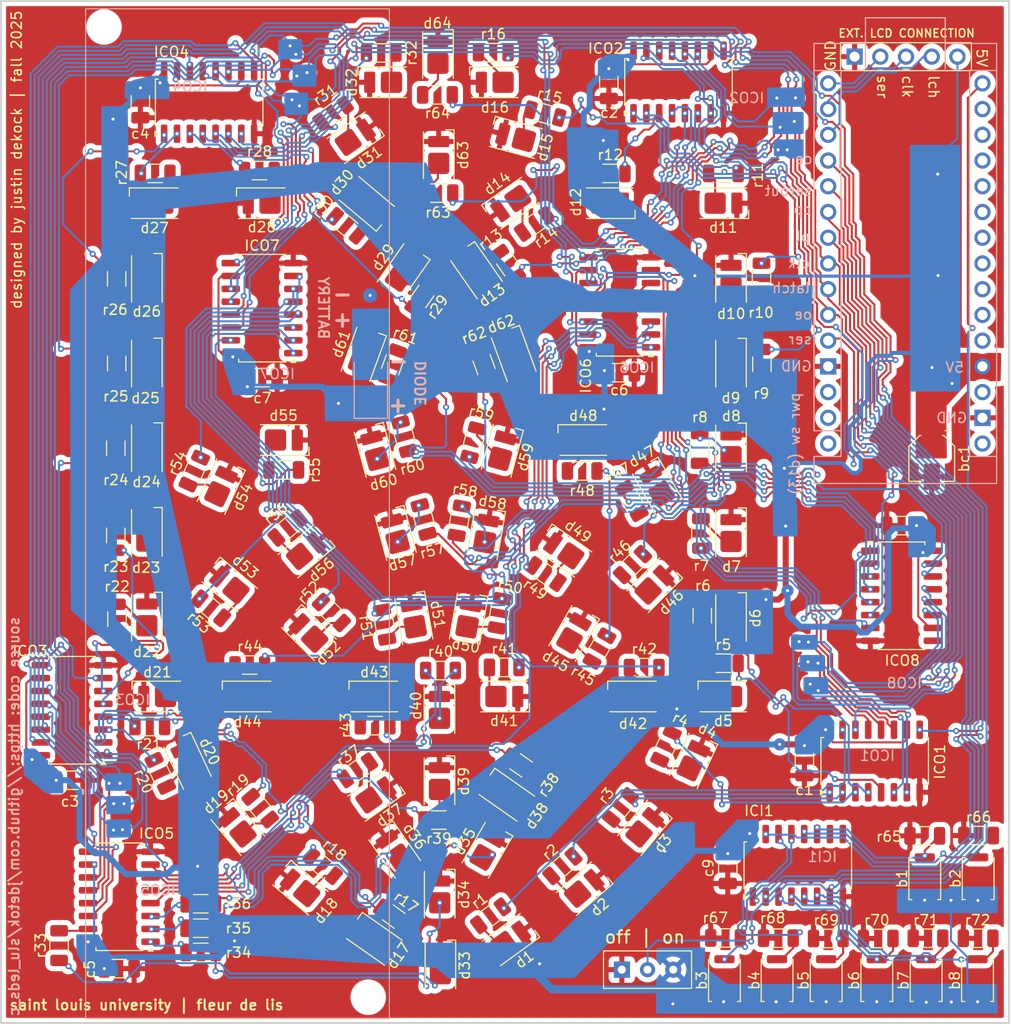
<source format=kicad_pcb>
(kicad_pcb (version 20241229) (generator "pcbnew") (generator_version "9.0")
  (layers (0 "F.Cu" signal) (2 "B.Cu" signal) (13 "F.Paste" user) (15 "B.Paste" user) (5 "F.SilkS" user "F.Silkscreen") (7 "B.SilkS" user "B.Silkscreen") (1 "F.Mask" user) (3 "B.Mask" user) (25 "Edge.Cuts" user))
  (property "TITLE" "slu_leds")
  (net 0 "")
  (net 1 "GND")
  (net 2 "/SERIAL")
  (net 4 "/LOAD(PL)")
  (net 5 "/LATCH")
  (net 11 "/CE")
  (net 12 "+5V")
  (net 14 "/SEROUT")
  (net 15 "/OE")
  (net 16 "/CLOCK")
  (net 18 "/SCK(CP)")
  (net 19 "Net-(d1-A)")
  (net 20 "Net-(d2-A)")
  (net 21 "Net-(d3-A)")
  (net 22 "Net-(d4-A)")
  (net 23 "Net-(d5-A)")
  (net 24 "Net-(d6-A)")
  (net 25 "Net-(d7-A)")
  (net 26 "Net-(d8-A)")
  (net 27 "Net-(d9-A)")
  (net 28 "Net-(d10-A)")
  (net 29 "Net-(d11-A)")
  (net 30 "Net-(d12-A)")
  (net 31 "Net-(d13-A)")
  (net 32 "Net-(d14-A)")
  (net 33 "Net-(d15-A)")
  (net 34 "Net-(d16-A)")
  (net 35 "Net-(d17-A)")
  (net 36 "Net-(d18-A)")
  (net 37 "Net-(d19-A)")
  (net 38 "Net-(d20-A)")
  (net 39 "Net-(d21-A)")
  (net 40 "Net-(d22-A)")
  (net 41 "Net-(d23-A)")
  (net 42 "Net-(d24-A)")
  (net 43 "Net-(d25-A)")
  (net 44 "Net-(d26-A)")
  (net 45 "Net-(d27-A)")
  (net 46 "Net-(d28-A)")
  (net 47 "Net-(d29-A)")
  (net 48 "Net-(d30-A)")
  (net 49 "Net-(d31-A)")
  (net 50 "Net-(d32-A)")
  (net 51 "Net-(d33-A)")
  (net 52 "Net-(d34-A)")
  (net 53 "Net-(d35-A)")
  (net 54 "Net-(d36-A)")
  (net 55 "Net-(d37-A)")
  (net 56 "Net-(d38-A)")
  (net 57 "Net-(d39-A)")
  (net 58 "Net-(d40-A)")
  (net 59 "Net-(d41-A)")
  (net 60 "Net-(d42-A)")
  (net 61 "Net-(d43-A)")
  (net 62 "Net-(d44-A)")
  (net 63 "Net-(d45-A)")
  (net 64 "Net-(d46-A)")
  (net 65 "Net-(d47-A)")
  (net 66 "Net-(d48-A)")
  (net 67 "Net-(d49-A)")
  (net 68 "Net-(d50-A)")
  (net 69 "Net-(d51-A)")
  (net 70 "Net-(d52-A)")
  (net 71 "Net-(d53-A)")
  (net 72 "Net-(d54-A)")
  (net 73 "Net-(d55-A)")
  (net 74 "Net-(d56-A)")
  (net 75 "Net-(d57-A)")
  (net 76 "Net-(d58-A)")
  (net 77 "Net-(d59-A)")
  (net 78 "Net-(d60-A)")
  (net 79 "Net-(d61-A)")
  (net 80 "Net-(d62-A)")
  (net 81 "Net-(d63-A)")
  (net 82 "Net-(d64-A)")
  (net 83 "/SER1-2")
  (net 86 "/SER2-3")
  (net 87 "/SER3-4")
  (net 88 "/SER4-5")
  (net 89 "/SER5-6")
  (net 90 "/SER6-7")
  (net 91 "/SER7-8")
  (net 93 "/btn1")
  (net 94 "/btn2")
  (net 95 "/btn3")
  (net 96 "/btn4")
  (net 97 "/btn5")
  (net 98 "/btn6")
  (net 99 "/btn7")
  (net 100 "/btn8")
  (net 102 "/ICD3")
  (net 103 "/ICD7")
  (net 104 "/ICD6")
  (net 105 "/ICD1")
  (net 106 "/ICD4")
  (net 107 "/ICD2")
  (net 108 "/ICD8")
  (net 109 "/ICD5")
  (net 110 "/ICD16")
  (net 111 "/ICD9")
  (net 112 "/ICD15")
  (net 113 "/ICD14")
  (net 114 "/ICD10")
  (net 115 "/ICD11")
  (net 116 "/ICD12")
  (net 117 "/ICD13")
  (net 118 "/ICD19")
  (net 119 "/ICD21")
  (net 120 "/ICD23")
  (net 121 "/ICD18")
  (net 122 "/ICD17")
  (net 123 "/ICD20")
  (net 124 "/ICD22")
  (net 125 "/ICD24")
  (net 126 "/ICD26")
  (net 127 "/ICD28")
  (net 128 "/ICD31")
  (net 129 "/ICD27")
  (net 130 "/ICD30")
  (net 131 "/ICD25")
  (net 132 "/ICD29")
  (net 133 "/ICD32")
  (net 134 "/ICD38")
  (net 135 "/ICD40")
  (net 136 "/ICD37")
  (net 137 "/ICD34")
  (net 138 "/ICD36")
  (net 139 "/ICD35")
  (net 140 "/ICD39")
  (net 141 "/ICD33")
  (net 142 "/ICD47")
  (net 143 "/ICD43")
  (net 144 "/ICD42")
  (net 145 "/ICD45")
  (net 146 "/ICD44")
  (net 147 "/ICD46")
  (net 148 "/ICD48")
  (net 149 "/ICD41")
  (net 150 "/ICD51")
  (net 151 "/ICD53")
  (net 152 "/ICD56")
  (net 153 "/ICD49")
  (net 154 "/ICD50")
  (net 155 "/ICD52")
  (net 156 "/ICD55")
  (net 157 "/ICD54")
  (net 158 "/ICD64")
  (net 159 "/ICD58")
  (net 160 "/ICD59")
  (net 161 "/ICD57")
  (net 162 "/ICD63")
  (net 163 "/ICD61")
  (net 164 "/ICD62")
  (net 165 "/ICD60")
  (net 166 "Net-(a1-D13)")
  (net 173 "/LCD_CLOCK")
  (net 174 "/LCD_SERIAL")
  (net 175 "/LCD_LATCH")
  (net 176 "/battery power")
  (footprint "slu_leds_lib:blue_led_3528" (layer "F.Cu") (at 119.37 116.77)
    (property "Reference" "d42")
    (property "Value" "LED" (hide yes))
  )
  (footprint "slu_leds_lib:r_470Ω_1206" (layer "F.Cu") (at 88.71 133.53 140)
    (property "Reference" "r18")
    (property "Value" "470Ω")
  )
  (footprint "slu_leds_lib:blue_led_3528" (layer "F.Cu") (at 129.05 83.913333 -90)
    (property "Reference" "d9")
    (property "Value" "LED" (hide yes))
  )
  (footprint "slu_leds_lib:r_470Ω_1206" (layer "F.Cu") (at 105.298004 138.419846 37)
    (property "Reference" "r1")
    (property "Value" "470Ω")
  )
  (footprint "slu_leds_lib:r_470Ω_1206" (layer "F.Cu") (at 117.11 65.13)
    (property "Reference" "r12")
    (property "Value" "470Ω")
  )
  (footprint "slu_leds_lib:blue_led_3528" (layer "F.Cu") (at 71.34 83.893333 -90)
    (property "Reference" "d25")
    (property "Value" "LED" (hide yes))
  )
  (footprint "slu_leds_lib:r_470Ω_1206" (layer "F.Cu") (at 110.66 59.23 -15)
    (property "Reference" "r15")
    (property "Value" "470Ω")
  )
  (footprint "slu_leds_lib:r_470Ω_1206" (layer "F.Cu") (at 94.82 109.67 100)
    (property "Reference" "r51")
    (property "Value" "470Ω")
  )
  (footprint "slu_leds_lib:blue_led_3528" (layer "F.Cu") (at 87.35 110.54 -45)
    (property "Reference" "d52")
    (property "Value" "LED" (hide yes))
  )
  (footprint "slu_leds_lib:r_470Ω_1206" (layer "F.Cu") (at 81.51 113.66)
    (property "Reference" "r44")
    (property "Value" "470Ω")
  )
  (footprint "slu_leds_lib:r_470Ω_1206" (layer "F.Cu") (at 76.6679 142.0368 180)
    (property "Reference" "r34")
    (property "Value" "470Ω")
  )
  (footprint "slu_leds_lib:sop16_hc595" (layer "F.Cu") (at 118.0525 77.855 180)
    (property "Reference" "ICO6" (hide yes))
    (property "Value" "74HC595")
  )
  (footprint "slu_leds_lib:r_470Ω_1206" (layer "F.Cu") (at 94.49 53.23 180)
    (property "Reference" "r32")
    (property "Value" "470Ω")
  )
  (footprint "a_detolib:cap1206" (layer "F.Cu") (at 116.98 56.26 -90)
    (property "Reference" "c2")
    (property "Value" "100nf" (hide yes))
  )
  (footprint "slu_leds_lib:blue_led_3528" (layer "F.Cu") (at 79.53 105.78 -40)
    (property "Reference" "d53")
    (property "Value" "LED" (hide yes))
  )
  (footprint "slu_leds_lib:r_470Ω_1206" (layer "F.Cu") (at 100.1 67.075)
    (property "Reference" "r63")
    (property "Value" "470Ω")
  )
  (footprint "slu_leds_lib:btn_4x3" (layer "F.Cu") (at 148.19 134.75 90)
    (property "Reference" "b1")
    (property "Value" "btn")
  )
  (footprint "slu_leds_lib:r_470Ω_1206" (layer "F.Cu") (at 68.39 109.13 -90)
    (property "Reference" "r22")
    (property "Value" "470Ω")
  )
  (footprint "slu_leds_lib:blue_led_3528" (layer "F.Cu") (at 106.43 92.52 -105)
    (property "Reference" "d59")
    (property "Value" "LED" (hide yes))
  )
  (footprint "slu_leds_lib:blue_led_3528" (layer "F.Cu") (at 81.29 116.77)
    (property "Reference" "d44")
    (property "Value" "LED" (hide yes))
  )
  (footprint "slu_leds_lib:blue_led_3528" (layer "F.Cu") (at 84.86 91.45 180)
    (property "Reference" "d55")
    (property "Value" "LED" (hide yes))
  )
  (footprint "slu_leds_lib:blue_led_3528" (layer "F.Cu") (at 121.78 96.06 -60)
    (property "Reference" "d47")
    (property "Value" "LED" (hide yes))
  )
  (footprint "slu_leds_lib:blue_led_3528" (layer "F.Cu") (at 71.34 100.616667 -90)
    (property "Reference" "d23")
    (property "Value" "LED" (hide yes))
  )
  (footprint "slu_leds_lib:r_10KΩ_1206" (layer "F.Cu") (at 143.59 140.66 180)
    (property "Reference" "r70")
    (property "Value" "10KΩ")
  )
  (footprint "slu_leds_lib:r_470Ω_1206" (layer "F.Cu") (at 71.63 119.73 180)
    (property "Reference" "r21")
    (property "Value" "470Ω")
  )
  (footprint "slu_leds_lib:r_470Ω_1206" (layer "F.Cu") (at 85.25 100.13 40)
    (property "Reference" "r56")
    (property "Value" "470Ω")
  )
  (footprint "slu_leds_lib:r_470Ω_1206" (layer "F.Cu") (at 112.39 133.52 41)
    (property "Reference" "r2")
    (property "Value" "470Ω")
  )
  (footprint "slu_leds_lib:sop16_hc595" (layer "F.Cu") (at 145.8975 106.825)
    (property "Reference" "ICO8")
    (property "Value" "74HC595")
  )
  (footprint "slu_leds_lib:btn_4x3" (layer "F.Cu") (at 138.45 144.81 90)
    (property "Reference" "b5")
    (property "Value" "btn")
  )
  (footprint "slu_leds_lib:r_470Ω_1206" (layer "F.Cu") (at 122.63 121.69 65)
    (property "Reference" "r4")
    (property "Value" "470Ω")
  )
  (footprint "slu_leds_lib:blue_led_3528" (layer "F.Cu") (at 71.34 92.255 -90)
    (property "Reference" "d24")
    (property "Value" "LED" (hide yes))
  )
  (footprint "a_detolib:cap1206" (layer "F.Cu") (at 82.74 85.29)
    (property "Reference" "c7")
    (property "Value" "100nf" (hide yes))
  )
  (footprint "slu_leds_lib:r_470Ω_1206" (layer "F.Cu") (at 105.56 53.2)
    (property "Reference" "r16")
    (property "Value" "470Ω")
  )
  (footprint "slu_leds_lib:r_470Ω_1206" (layer "F.Cu") (at 128.29 113.49)
    (property "Reference" "r5")
    (property "Value" "470Ω")
  )
  (footprint "slu_leds_lib:r_470Ω_1206" (layer "F.Cu") (at 103.59 91.7 -105)
    (property "Reference" "r59")
    (property "Value" "470Ω")
  )
  (footprint "slu_leds_lib:blue_led_3528" (layer "F.Cu") (at 75.366308 123.214452 -65)
    (property "Reference" "d20")
    (property "Value" "LED" (hide yes))
  )
  (footprint "slu_leds_lib:r_10KΩ_1206" (layer "F.Cu") (at 138.66 140.66 180)
    (property "Reference" "r69")
    (property "Value" "10KΩ")
  )
  (footprint "slu_leds_lib:r_470Ω_1206" (layer "F.Cu") (at 72.16 65.13 180)
    (property "Reference" "r27")
    (property "Value" "470Ω")
  )
  (footprint "slu_leds_lib:CP_Elec_4x5.4" (layer "F.Cu") (at 148.88 93.27 -90)
    (property "Reference" "bc1")
    (property "Value" "bc10µf_5054")
  )
  (footprint "slu_leds_lib:r_470Ω_1206" (layer "F.Cu") (at 128.292499 65.129999)
    (property "Reference" "r11")
    (property "Value" "470Ω")
  )
  (footprint "slu_leds_lib:sop16_hc595" (layer "F.Cu") (at 123.8625 56.1 90)
    (property "Reference" "ICO2")
    (property "Value" "74HC595")
  )
  (footprint "slu_leds_lib:r_470Ω_1206" (layer "F.Cu") (at 102.2 99.42 -100)
    (property "Reference" "r58")
    (property "Value" "470Ω")
  )
  (footprint "slu_leds_lib:blue_led_3528" (layer "F.Cu") (at 100.25 118.11 -90)
    (property "Reference" "d40")
    (property "Value" "LED" (hide yes))
  )
  (footprint "slu_leds_lib:blue_led_3528" (layer "F.Cu") (at 72.11 68.07)
    (property "Reference" "d27")
    (property "Value" "LED" (hide yes))
  )
  (footprint "slu_leds_lib:blue_led_3528" (layer "F.Cu") (at 97.71 109.09 -80)
    (property "Reference" "d51")
    (property "Value" "LED" (hide yes))
  )
  (footprint "slu_leds_lib:blue_led_3528" (layer "F.Cu") (at 112.56 102.42 -35)
    (property "Reference" "d49")
    (property "Value" "LED" (hide yes))
  )
  (footprint "slu_leds_lib:r_10KΩ_1206" (layer "F.Cu") (at 153.5025 130.5 180)
    (property "Reference" "r66")
    (property "Value" "10KΩ")
  )
  (footprint "slu_leds_lib:blue_led_3528" (layer "F.Cu") (at 78.64 96.06 -115)
    (property "Reference" "d54")
    (property "Value" "LED" (hide yes))
  )
  (footprint "slu_leds_lib:r_470Ω_1206" (layer "F.Cu") (at 98.55 77.28 -125)
    (property "Reference" "r29")
    (property "Value" "470Ω")
  )
  (footprint "slu_leds_lib:sop16_hc165" (layer "F.Cu") (at 135.65 133.44 90)
    (property "Reference" "ICI1")
    (property "Value" "74HC165")
  )
  (footprint "slu_leds_lib:blue_led_3528" (layer "F.Cu") (at 100.34 143.33 -90)
    (property "Reference" "d33")
    (property "Value" "LED" (hide yes))
  )
  (footprint "slu_leds_lib:blue_led_3528" (layer "F.Cu") (at 117.07 68.07 180)
    (property "Reference" "d12")
    (property "Value" "LED" (hide yes))
  )
  (footprint "slu_leds_lib:sop16_hc595" (layer "F.Cu") (at 143.2425 123.14 90)
    (property "Reference" "ICO1")
    (property "Value" "74HC595")
  )
  (footprint "slu_leds_lib:blue_led_3528" (layer "F.Cu") (at 128.29 68.07 180)
    (property "Reference" "d11")
    (property "Value" "LED" (hide yes))
  )
  (footprint "slu_leds_lib:blue_led_3528" (layer "F.Cu") (at 91.89 61.6 -145)
    (property "Reference" "d31")
    (property "Value" "LED" (hide yes))
  )
  (footprint "slu_leds_lib:r_470Ω_1206" (layer "F.Cu") (at 62.6725 141.365 90)
    (property "Reference" "r33")
    (property "Value" "470Ω")
  )
  (footprint "slu_leds_lib:blue_led_3528" (layer "F.Cu") (at 93.88 92.52 -75)
    (property "Reference" "d60")
    (property "Value" "LED" (hide yes))
  )
  (footprint "slu_leds_lib:blue_led_3528" (layer "F.Cu") (at 95.82 131.95 -55)
    (property "Reference" "d36")
    (property "Value" "LED" (hide yes))
  )
  (footprint "slu_leds_lib:sop16_hc595" (layer "F.Cu") (at 82.72 78.43 180)
    (property "Reference" "ICO7")
    (property "Value" "74HC595")
  )
  (footprint "slu_leds_lib:blue_led_3528" (layer "F.Cu") (at 106.64 116.77 180)
    (property "Reference" "d41")
    (property "Value" "LED" (hide yes))
  )
  (footprint "slu_leds_lib:blue_led_3528" (layer "F.Cu") (at 114.51 135.75 -139)
    (property "Reference" "d2")
    (property "Value" "LED" (hide yes))
  )
  (footprint "slu_leds_lib:r_470Ω_1206" (layer "F.Cu") (at 96.778523 91.112667 -75)
    (property "Reference" "r60")
    (property "Value" "470Ω")
  )
  (footprint "slu_leds_lib:blue_led_3528" (layer "F.Cu") (at 129.05 109.028333 -90)
    (property "Reference" "d6")
    (property "Value" "LED" (hide yes))
  )
  (footprint "slu_leds_lib:btn_4x3" (layer "F.Cu") (at 153.465 134.75 90)
    (property "Reference" "b2")
    (property "Value" "btn")
  )
  (footprint "slu_leds_lib:blue_led_3528" (layer "F.Cu") (at 125.31 123.13 -115)
    (property "Reference" "d4")
    (property "Value" "LED" (hide yes))
  )
  (footprint "slu_leds_lib:r_470Ω_1206" (layer "F.Cu") (at 119.32 103.75 45)
    (property "Reference" "r46")
    (property "Value" "470Ω")
  )
  (footprint "slu_leds_lib:blue_led_3528" (layer "F.Cu") (at 100.1 53.44 -90)
    (property "Reference" "d64")
    (property "Value" "LED" (hide yes))
  )
  (footprint "slu_leds_lib:r_470Ω_1206" (layer "F.Cu") (at 119.25 97.46 120)
    (property "Reference" "r47")
    (property "Value" "470Ω")
  )
  (footprint "slu_leds_lib:blue_led_3528" (layer "F.Cu") (at 103.12 109.09 -100)
    (property "Reference" "d50")
    (property "Value" "LED" (hide yes))
  )
  (footprint "slu_leds_lib:r_10KΩ_1206" (layer "F.Cu") (at 133.73 140.63 180)
    (property "Reference" "r68")
    (property "Value" "10KΩ")
  )
  (footprint "slu_leds_lib:r_470Ω_1206" (layer "F.Cu") (at 68.36 83.893333 90)
    (property "Reference" "r25")
    (property "Value" "470Ω")
  )
  (footprint "slu_leds_lib:r_470Ω_1206" (layer "F.Cu") (at 68.27 92.27 -90)
    (property "Reference" "r24")
    (property "Value" "470Ω")
  )
  (footprint "slu_leds_lib:r_470Ω_1206" (layer "F.Cu") (at 68.36 75.531667 90)
    (property "Reference" "r26")
    (property "Value" "470Ω")
  )
  (footprint "slu_leds_lib:r_470Ω_1206" (layer "F.Cu") (at 82.54 127.8 130)
    (property "Reference" "r19")
    (property "Value" "470Ω")
  )
  (footprint "slu_leds_lib:blue_led_3528" (layer "F.Cu") (at 106.9 126.53 -35)
    (property "Reference" "d38")
    (property "Value" "LED" (hide yes))
  )
  (footprint "slu_leds_lib:r_470Ω_1206" (layer "F.Cu") (at 109.651991 70.108856 35)
    (property "Reference" "r14")
    (property "Value" "470Ω")
  )
  (footprint "slu_leds_lib:blue_led_3528" (layer "F.Cu") (at 107.33 68.07 35)
    (property "Reference" "d14")
    (property "Value" "LED" (hide yes))
  )
  (footprint "slu_leds_lib:sop16_hc595" (layer "F.Cu") (at 68.62 136.54 180)
    (property "Reference" "ICO5")
    (property "Value" "74HC595")
  )
  (footprint "a_detolib:cap1206" (layer "F.Cu") (at 136.3 123.1 -90)
    (property "Reference" "c1")
    (property "Value" "100nf" (hide yes))
  )
  (footprint "slu_leds_lib:blue_led_3528" (layer "F.Cu") (at 95.91 100.72 -75)
    (property "Reference" "d57")
    (property "Value" "LED" (hide yes))
  )
  (footprint "slu_leds_lib:r_470Ω_1206" (layer "F.Cu") (at 76.6679 137.2362 180)
    (property "Reference" "r36")
    (property "Value" "470Ω")
  )
  (footprint "slu_leds_lib:blue_led_3528" (layer "F.Cu") (at 105.725 56.13)
    (property "Reference" "d16")
    (property "Value" "LED" (hide yes))
  )
  (footprint "slu_leds_lib:r_470Ω_1206" (layer "F.Cu") (at 106.166038 108.550279 80)
    (property "Reference" "r50")
    (property "Value" "470Ω")
  )
  (footprint "slu_leds_lib:r_470Ω_1206" (layer "F.Cu") (at 104.65 84.02 -70)
    (property "Reference" "r62")
    (property "Value" "470Ω")
  )
  (footprint "slu_leds_lib:r_470Ω_1206" (layer "F.Cu") (at 125.95 92.285 -90)
    (property "Reference" "r8")
    (property "Value" "470Ω")
  )
  (footprint "slu_leds_lib:r_470Ω_1206" (layer "F.Cu") (at 92.14 124.06 -145)
    (property "Reference" "r37")
    (property "Value" "470Ω")
  )
  (footprint "slu_leds_lib:r_470Ω_1206" (layer "F.Cu") (at 132.06 75.46 90)
    (property "Reference" "r10")
    (property "Value" "470Ω")
  )
  (footprint "slu_leds_lib:r_470Ω_1206" (layer "F.Cu") (at 108.31 123.58 145)
    (property "Reference" "r38")
    (property "Value" "470Ω")
  )
  (footprint "slu_leds_lib:blue_led_3528" (layer "F.Cu") (at 104.85 100.72 -100)
    (property "Reference" "d58")
    (property "Value" "LED" (hide yes))
  )
  (footprint "slu_leds_lib:blue_led_3528" (layer "F.Cu") (at 92.73 83 -110)
    (property "Reference" "d61")
    (property "Value" "LED" (hide yes))
  )
  (footprint "slu_leds_lib:r_470Ω_1206" (layer "F.Cu") (at 72.67 124.36 115)
    (property "Reference" "r20")
    (property "Value" "470Ω")
  )
  (footprint "slu_leds_lib:r_470Ω_1206" (layer "F.Cu") (at 100.18 128.97 180)
    (property "Reference" "r39")
    (property "Value" "470Ω")
  )
  (footprint "slu_leds_lib:r_470Ω_1206" (layer "F.Cu") (at 89.74 59.21 -145)
    (property "Reference" "r31")
    (property "Value" "470Ω")
  )
  (footprint "slu_leds_lib:blue_led_3528" (layer "F.Cu") (at 107.8 61.6 -15)
    (property "Reference" "d15")
    (property "Value" "LED" (hide yes))
  )
  (footprint "slu_leds_lib:r_470Ω_1206" (layer "F.Cu") (at 120.47 113.92)
    (property "Reference" "r42")
    (property "Value" "470Ω")
  )
  (footprint "slu_leds_lib:r_470Ω_1206" (layer "F.Cu") (at 126.08 100.67 -90)
    (property "Reference" "r7")
    (property "Value" "470Ω")
  )
  (footprint "slu_leds_lib:r_470Ω_1206" (layer "F.Cu") (at 84.86 94.4)
    (property "Reference" "r55")
    (property "Value" "470Ω")
  )
  (footprint "a_detolib:cap1206" (layer "F.Cu") (at 63.865 125.04)
    (property "Reference" "c3")
    (property "Value" "100nf" (hide yes))
  )
  (footprint "slu_leds_lib:r_10KΩ_1206" (layer "F.Cu") (at 128.51 140.61 180)
    (property "Reference" "r67")
    (property "Value" "10KΩ")
  )
  (footprint "slu_leds_lib:blue_led_3528" (layer "F.Cu") (at 107.58 83 -70)
    (property "Reference" "d62")
    (property "Value" "LED" (hide yes))
  )
  (footprint "slu_leds_lib:r_470Ω_1206" (layer "F.Cu") (at 100.35 114.21 180)
    (property "Reference" "r40")
    (property "Value" "470Ω")
  )
  (footprint "a_detolib:cap1206" (layer "F.Cu") (at 128.7272 133.7564 90)
    (property "Reference" "c9")
    (property "Value" "100nf" (hide yes))
  )
  (footprint "slu_leds_lib:r_470Ω_1206" (layer "F.Cu") (at 89.57 108.48 135)
    (property "Reference" "r52")
    (property "Value" "470Ω")
  )
  (footprint "a_detolib:sw_2pos_spdt" (layer "F.Cu") (at 120.8024 143.7386 -90)
    (property "Reference" "sw1" (hide yes))
    (property "Value" "sw_2pos")
  )
  (footprint "slu_leds_lib:blue_led_3528" (layer "F.Cu") (at 114.46 91.45)
    (property "Reference" "d48")
    (property "Value" "LED" (hide yes))
  )
  (footprint "slu_leds_lib:r_470Ω_1206" (layer "F.Cu") (at 93.89 119.65)
    (property "Reference" "r43")
    (property "Value" "470Ω")
  )
  (footprint "a_detolib:cap1206" (layer "F.Cu") (at 145.9 99.9 180)
    (property "Reference" "c8" (hide yes))
    (property "Value" "100nf" (hide yes))
  )
  (footprint "slu_leds_lib:r_470Ω_1206" (layer "F.Cu") (at 77.660341 108.060077 140)
    (property "Reference" "r53")
    (property "Value" "470Ω")
  )
  (footprint "slu_leds_lib:r_470Ω_1206" (layer "F.Cu") (at 82.46 64.85 180)
    (property "Reference" "r28")
    (property "Value" "470Ω")
  )
  (footprint "slu_leds_lib:r_470Ω_1206" (layer "F.Cu") (at 110.751989 104.681144 145)
    (property "Reference" "r49")
    (property "Value" "470Ω")
  )
  (footprint "slu_leds_lib:blue_led_3528" (layer "F.Cu") (at 80.32 129.73 -50)
    (property "Reference" "d19")
    (property "Value" "LED" (hide yes))
  )
  (footprint "slu_leds_lib:blue_led_3528" (layer "F.Cu") (at 93.06 68.07 140)
    (property "Reference" "d30")
    (property "Value" "LED" (hide yes))
  )
  (footprint "slu_leds_lib:r_10KΩ_1206" (layer "F.Cu") (at 148.19 130.53 180)
    (property "Reference" "r65")
    (property "Value" "10KΩ")
  )
  (footprint "slu_leds_lib:sop16_hc595" (layer "F.Cu") (at 77.495 58.1225 90)
    (property "Reference" "ICO4")
    (property "Value" "74HC595")
  )
  (footprint "slu_leds_lib:blue_led_3528" (layer "F.Cu") (at 128.29 116.77)
    (property "Reference" "d5")
    (property "Value" "LED" (hide yes))
  )
  (footprint "slu_leds_lib:r_470Ω_1206" (layer "F.Cu") (at 132.1 83.97 90)
    (property "Reference" "r9")
    (property "Value" "470Ω")
  )
  (footprint "slu_leds_lib:r_470Ω_1206" (layer "F.Cu") (at 76.03 94.52 65)
    (property "Reference" "r54")
    (property "Value" "470Ω")
  )
  (footprint "slu_leds_lib:blue_led_3528" (layer "F.Cu") (at 129.05 100.656667 -90)
    (property "Reference" "d7")
    (property "Value" "LED" (hide yes))
  )
  (footprint "slu_leds_lib:blue_led_3528" (layer "F.Cu") (at 121.44 105.78 -135)
    (property "Reference" "d46")
    (property "Value" "LED" (hide yes))
  )
  (footprint "slu_leds_lib:blue_led_3528" (layer "F.Cu") (at 87.05 102.42 -140)
    (property "Reference" "d56")
    (property "Value" "LED" (hide yes))
  )
  (footprint "slu_leds_lib:blue_led_3528" (layer "F.Cu") (at 103.91 74.77 -55)
    (property "Reference" "d13")
    (property "Value" "LED" (hide yes))
  )
  (footprint "slu_leds_lib:btn_4x3" (layer "F.Cu") (at 153.4 144.81 90)
    (property "Reference" "b8")
    (property "Value" "btn")
  )
  (footprint "slu_leds_lib:blue_led_3528" (layer "F.Cu") (at 129.05 75.541667 -90)
    (property "Reference" "d10")
    (property "Value" "LED" (hide yes))
  )
  (footprint "slu_leds_lib:r_470Ω_1206" (layer "F.Cu") (at 126.21 108.79 -90)
    (property "Reference" "r6")
    (property "Value" "470Ω")
  )
  (footprint "slu_leds_lib:r_470Ω_1206" (layer "F.Cu") (at 98.7 99.3 -75)
    (property "Reference" "r57")
    (property "Value" "470Ω")
  )
  (footprint "slu_leds_lib:blue_led_3528" (layer "F.Cu") (at 113.5 110.54 -120)
    (property "Reference" "d45")
    (property "Value" "LED" (hide yes))
  )
  (footprint "a_detolib:cap1206" (layer "F.Cu") (at 68.6075 143.635)
    (property "Reference" "c5")
    (property "Value" "100nf" (hide yes))
  )
  (footprint "slu_leds_lib:r_470Ω_1206" (layer "F.Cu") (at 114.35 94.51)
    (property "Reference" "r48")
    (property "Value" "470Ω")
  )
  (footprint "slu_leds_lib:blue_led_3528" (layer "F.Cu") (at 72.38 116.77)
    (property "Reference" "d21")
    (property "Value" "LED" (hide yes))
  )
  (footprint "slu_leds_lib:r_470Ω_1206" (layer "F.Cu") (at 116.05 112.04 60)
    (property "Reference" "r45")
    (property "Value" "470Ω")
  )
  (footprint "slu_leds_lib:blue_led_3528" (layer "F.Cu") (at 107.238004 140.779846 -144)
    (property "Reference" "d1")
    (property "Value" "LED" (hide yes))
  )
  (footprint "slu_leds_lib:blue_led_3528" (layer "F.Cu") (at 71.34 75.531667 -90)
    (property "Reference" "d26")
    (property "Value" "LED" (hide yes))
  )
  (footprint "slu_leds_lib:r_470Ω_1206" (layer "F.Cu") (at 106.64 113.9)
    (property "Reference" "r41")
    (property "Value" "470Ω")
  )
  (footprint "slu_leds_lib:r_10KΩ_1206" (layer "F.Cu") (at 153.46 140.64 180)
    (property "Reference" "r72")
    (property "Value" "10KΩ")
  )
  (footprint "slu_leds_lib:r_470Ω_1206" (layer "F.Cu") (at 107.04 74.13 -55)
    (property "Reference" "r13")
    (property "Value" "470Ω")
  )
  (footprint "slu_leds_lib:btn_4x3" (layer "F.Cu") (at 133.6 144.81 90)
    (property "Reference" "b4")
    (property "Value" "btn")
  )
  (footprint "slu_leds_lib:blue_led_3528" (layer "F.Cu") (at 100.27 136.33 -90)
    (property "Reference" "d34")
    (property "Value" "LED" (hide yes))
  )
  (footprint "slu_leds_lib:blue_led_3528" (layer "F.Cu") (at 71.34 108.978333 -90)
    (property "Reference" "d22")
    (property "Value" "LED" (hide yes))
  )
  (footprint "slu_leds_lib:blue_led_3528" (layer "F.Cu") (at 100.25 125.14 -90)
    (property "Reference" "d39")
    (property "Value" "LED" (hide yes))
  )
  (footprint "slu_leds_lib:sop16_hc595" (layer "F.Cu") (at 63.955 118.13 180)
    (property "Reference" "ICO3")
    (property "Value" "74HC595")
  )
  (footprint "slu_leds_lib:blue_led_3528" (layer "F.Cu") (at 86.519504 135.709342 -40)
    (property "Reference" "d18")
    (property "Value" "LED" (hide yes))
  )
  (footprint "slu_leds_lib:btn_4x3" (layer "F.Cu") (at 148.325 144.81 90)
    (property "Reference" "b7")
    (property "Value" "btn")
  )
  (footprint "slu_leds_lib:r_470Ω_1206" (layer "F.Cu") (at 91.05 70.3 140)
    (property "Reference" "r30")
    (property "Value" "470Ω")
  )
  (footprint "slu_leds_lib:blue_led_3528" (layer "F.Cu") (at 104.93 131.95 -120)
    (property "Reference" "d35")
    (property "Value" "LED" (hide yes))
  )
  (footprint "slu_leds_lib:r_470Ω_1206" (layer "F.Cu") (at 118.14 127.73 51)
    (property "Reference" "r3")
    (property "Value" "470Ω")
  )
  (footprint "slu_leds_lib:blue_led_3528" (layer "F.Cu") (at 93.94 126.53 -145)
    (property "Reference" "d37")
    (property "Value" "LED" (hide yes))
  )
  (footprint "slu_leds_lib:blue_led_3528" (layer "F.Cu") (at 100.175 63.325 -90)
    (property "Reference" "d63")
    (property "Value" "LED" (hide yes))
  )
  (footprint "a_detolib:cap1206" (layer "F.Cu") (at 70.7 58.15 -90)
    (property "Reference" "c4")
    (property "Value" "100nf" (hide yes))
  )
  (footprint "slu_leds_lib:btn_4x3" (layer "F.Cu") (at 128.4 144.81 90)
    (property "Reference" "b3")
    (property "Value" "btn")
  )
  (footprint "slu_leds_lib:blue_led_3528" (layer "F.Cu") (at 129.05 92.285 -90)
    (property "Reference" "d8")
    (property "Value" "LED" (hide yes))
  )
  (footprint "slu_leds_lib:r_470Ω_1206" (layer "F.Cu") (at 100.05 57.375)
    (property "Reference" "r64")
    (property "Value" "470Ω")
  )
  (footprint "slu_leds_lib:blue_led_3528" (layer "F.Cu") (at 93.81 116.77)
    (property "Reference" "d43")
    (property "Value" "LED" (hide yes))
  )
  (footprint "slu_leds_lib:r_470Ω_1206" (layer "F.Cu") (at 68.27 100.87 -90)
    (property "Reference" "r23")
    (property "Value" "470Ω")
  )
  (footprint "slu_leds_lib:blue_led_3528" (layer "F.Cu") (at 94.695 56.13)
    (property "Reference" "d32")
    (property "Value" "LED" (hide yes))
  )
  (footprint "slu_leds_lib:blue_led_3528" (layer "F.Cu") (at 93.81 140.75 -35)
    (property "Reference" "d17")
    (property "Value" "LED" (hide yes))
  )
  (footprint "slu_leds_lib:r_470Ω_1206" (layer "F.Cu") (at 95.73 138.5 144)
    (property "Reference" "r17")
    (property "Value" "470Ω")
  )
  (footprint "slu_leds_lib:blue_led_3528" (layer "F.Cu") (at 82.7 68.07)
    (property "Reference" "d28")
    (property "Value" "LED" (hide yes))
  )
  (footprint "slu_leds_lib:btn_4x3" (layer "F.Cu") (at 143.45 144.81 90)
    (property "Reference" "b6")
    (property "Value" "btn")
  )
  (footprint "slu_leds_lib:r_470Ω_1206" (layer "F.Cu") (at 95.61 84.02 70)
    (property "Reference" "r61")
    (property "Value" "470Ω")
  )
  (footprint "slu_leds_lib:blue_led_3528" (layer "F.Cu") (at 120.48 129.73 -130)
    (property "Reference" "d3")
    (property "Value" "LED" (hide yes))
  )
  (footprint "a_detolib:5pin_2.54" (layer "F.Cu") (at 146.34 53.6 -90)
    (property "Reference" "J1" (hide yes))
    (property "Value" "lcd_out" (hide yes))
  )
  (footprint "slu_leds_lib:blue_led_3528" (layer "F.Cu") (at 96.65 74.825 -125)
    (property "Reference" "d29")
    (property "Value" "LED" (hide yes))
  )
  (footprint "slu_leds_lib:r_470Ω_1206" (layer "F.Cu") (at 76.6679 139.6492 180)
    (property "Reference" "r35")
    (property "Value" "470Ω")
  )
  (footprint "a_detolib:cap1206" (layer "F.Cu") (at 118.02 84.8)
    (property "Reference" "c6")
    (property "Value" "100nf" (hide yes))
  )
  (footprint "slu_leds_lib:r_10KΩ_1206" (layer "F.Cu") (at 148.51 140.64 180)
    (property "Reference" "r71")
    (property "Value" "10KΩ")
  )
  (footprint "slu_leds_lib:MountingHole_3mm" (layer "B.Cu") (at 93.21 146.46 180)
    (property "Reference" "REF**" (hide yes))
    (property "Value" "MountingHole_3mm" (hide yes))
  )
  (footprint "a_detolib:nanov3" (layer "B.Cu") (at 138.65 91.8)
    (property "Reference" "a1" (hide yes))
    (property "Value" "nanov3")
  )
  (footprint "slu_leds_lib:D_SMA" (layer "B.Cu") (at 93.472 85.7946 90)
    (property "Reference" "DIODE")
    (property "Value" "SS34")
  )
  (footprint "slu_leds_lib:btry_18650_foirot" (layer "B.Cu") (at 80.1958 98.6652 90)
    (property "Reference" "BATTERY")
    (property "Value" "Battery" (hide yes))
  )
  (footprint "slu_leds_lib:MountingHole_3mm" (layer "B.Cu") (at 67.11 50.67 180)
    (property "Reference" "REF**" (hide yes))
    (property "Value" "MountingHole_3mm" (hide yes))
  )
  (gr_rect (start 56.9334 48.1076) (end 156.5 149) (stroke (width 0.2)) (fill no) (layer "Edge.Cuts"))
  (gr_text "ICO6" (at 114.7 85.1 90) (layer "F.SilkS") (effects (font (size 1 1))))
  (gr_text "5V" (at 153.23 52.72 270) (layer "F.SilkS") (effects (font (size 1 1)) (justify left bottom)))
  (gr_text "clk" (at 145.89 55.37 -90) (layer "F.SilkS") (effects (font (size 1 1)) (justify left bottom)))
  (gr_text "lch" (at 148.48 55.35 -90) (layer "F.SilkS") (effects (font (size 1 1)) (justify left bottom)))
  (gr_text "GND" (at 139.47 55.13 90) (layer "F.SilkS") (effects (font (size 1 1)) (justify left bottom)))
  (gr_text "off | on" (at 116.4524 141.2494 0) (layer "F.SilkS") (effects (font (size 1.25 1.25) (thickness 0.1875)) (justify left bottom)))
  (gr_text "saint louis university | fleur de lis" (at 57.68 147.81 0) (layer "F.SilkS") (effects (font (size 1 1) (thickness 0.2) (bold yes)) (justify left bottom)))
  (gr_text "EXT. LCD CONNECTION" (at 139.58 51.76 0) (layer "F.SilkS") (effects (font (size 0.8 0.8)) (justify left bottom)))
  (gr_text "ser" (at 143.41 55.35 -90) (layer "F.SilkS") (effects (font (size 1 1)) (justify left bottom)))
  (gr_text "designed by justin dekock | fall 2025" (at 59.06 78.59 90) (layer "F.SilkS") (effects (font (size 1 1)) (justify left bottom)))
  (gr_text "pwr sw (d13)\n" (at 135.93 86.67 90) (layer "B.SilkS") (effects (font (size 1 1)) (justify left bottom mirror)))
  (gr_text "serout" (at 137.15 67.425 0) (layer "B.SilkS") (effects (font (size 1 1)) (justify left bottom mirror)))
  (gr_text "latch" (at 136.975 77.025 0) (layer "B.SilkS") (effects (font (size 1 1)) (justify left bottom mirror)))
  (gr_text "+" (at 97.282 88.8492 0) (layer "B.SilkS") (effects (font (size 1.5 1.5) (thickness 0.3) (bold yes)) (justify left bottom mirror)))
  (gr_text "clk" (at 136.95 74.55 0) (layer "B.SilkS") (effects (font (size 1 1)) (justify left bottom mirror)))
  (gr_text "GND" (at 152.475 89.85 0) (layer "B.SilkS") (effects (font (size 1 1)) (justify left bottom mirror)))
  (gr_text "-" (at 91.7956 77.9018 0) (layer "B.SilkS") (effects (font (size 1.5 1.5) (thickness 0.3) (bold yes)) (justify left bottom mirror)))
  (gr_text "ICO5" (at 72.45 135.9 -0) (layer "B.SilkS") (effects (font (size 1 1)) (justify mirror)))
  (gr_text "-" (at 97.3328 84.5058 0) (layer "B.SilkS") (effects (font (size 1.5 1.5) (thickness 0.3) (bold yes)) (justify left bottom mirror)))
  (gr_text "ICO1" (at 143.5 122.625 -0) (layer "B.SilkS") (effects (font (size 1 1)) (justify mirror)))
  (gr_text "ser" (at 137.125 82.075 0) (layer "B.SilkS") (effects (font (size 1 1)) (justify left bottom mirror)))
  (gr_text "5V" (at 152.15 84.875 0) (layer "B.SilkS") (effects (font (size 1 1)) (justify left bottom mirror)))
  (gr_text "ICO8" (at 146.175 115.45 0) (layer "B.SilkS") (effects (font (size 1 1)) (justify mirror)))
  (gr_text "ICO6" (at 119.75 84.3 0) (layer "B.SilkS") (effects (font (size 1 1)) (justify mirror)))
  (gr_text "ICO3" (at 69.925 117.1 -0) (layer "B.SilkS") (effects (font (size 1 1)) (justify mirror)))
  (gr_text "ICO2" (at 130.6 57.675 0) (layer "B.SilkS") (effects (font (size 1 1)) (justify mirror)))
  (gr_text "ce" (at 137.2 64.275 0) (layer "B.SilkS") (effects (font (size 1 1)) (justify left bottom mirror)))
  (gr_text "ICI1" (at 138.075 132.6 -0) (layer "B.SilkS") (effects (font (size 1 1)) (justify mirror)))
  (gr_text "ICO4" (at 75.6 56.55 0) (layer "B.SilkS") (effects (font (size 1 1)) (justify mirror)))
  (gr_text "ICO7" (at 84.225 84.925 -0) (layer "B.SilkS") (effects (font (size 1 1)) (justify mirror)))
  (gr_text "pl" (at 136.95 71.95 0) (layer "B.SilkS") (effects (font (size 1 1)) (justify left bottom mirror)))
  (gr_text "cp" (at 137.1 69.25 0) (layer "B.SilkS") (effects (font (size 1 1)) (justify left bottom mirror)))
  (gr_text "GND" (at 137.125 84.75 0) (layer "B.SilkS") (effects (font (size 1 1)) (justify left bottom mirror)))
  (gr_text "+" (at 91.7956 80.4164 0) (layer "B.SilkS") (effects (font (size 1.5 1.5) (thickness 0.3) (bold yes)) (justify left bottom mirror)))
  (gr_text "source code: https://github.com/jdetok/slu_leds_c" (at 58.81 108.82 90) (layer "B.SilkS") (effects (font (size 1 1) (thickness 0.1875)) (justify left bottom mirror)))
  (gr_text "oe" (at 137.15 79.625 0) (layer "B.SilkS") (effects (font (size 1 1)) (justify left bottom mirror)))
  (segment (start 137.1975 140.66) (end 137.149 140.7085) (width 0.2) (layer "F.Cu") (net 1))
  (segment (start 148.78 95.73) (end 148.78 94.92) (width 0.2) (layer "F.Cu") (net 1))
  (segment (start 147.0475 140.64) (end 147.024 140.6635) (width 0.2) (layer "F.Cu") (net 1))
  (via (at 93.3958 77.1652) (size 1.2) (drill 0.3) (layers "F.Cu" "B.Cu") (net 1))
  (segment (start 93.308734 77.078134) (end 93.3958 77.1652) (width 1) (layer "B.Cu") (net 1))
  (segment (start 138.865 81.425) (end 139.8853 81.425) (width 0.2) (layer "F.Cu") (net 2))
  (segment (start 141.2 91.419555) (end 141.818533 92.038088) (width 0.2) (layer "F.Cu") (net 2))
  (segment (start 139.8853 81.425) (end 141.2 82.7397) (width 0.2) (layer "F.Cu") (net 2))
  (segment (start 139.34 81.64) (end 138.65 81.64) (width 0.2) (layer "F.Cu") (net 2))
  (segment (start 141.2 82.7397) (end 141.2 91.419555) (width 0.2) (layer "F.Cu") (net 2))
  (segment (start 138.65 81.64) (end 138.865 81.425) (width 0.2) (layer "F.Cu") (net 2))
  (segment (start 141.818533 92.038088) (end 142.134856 92.038088) (width 0.2) (layer "F.Cu") (net 2))
  (via (at 141.3375 120.0525) (size 0.6) (drill 0.3) (layers "F.Cu" "B.Cu") (net 2))
  (via (at 142.134856 92.038088) (size 0.6) (drill 0.3) (layers "F.Cu" "B.Cu") (net 2))
  (segment (start 142.134856 92.038088) (end 142.326544 91.8464) (width 0.2) (layer "B.Cu") (net 2))
  (segment (start 143.043662 91.8464) (end 150.6874 99.490138) (width 0.2) (layer "B.Cu") (net 2))
  (segment (start 150.44156 114.878733) (end 150.918819 115.355992) (width 0.2) (layer "B.Cu") (net 2))
  (segment (start 150.918819 115.853878) (end 150.566762 116.205935) (width 0.2) (layer "B.Cu") (net 2))
  (segment (start 142.326544 91.8464) (end 143.043662 91.8464) (width 0.2) (layer "B.Cu") (net 2))
  (segment (start 141.3375 118.3425) (end 141.3375 120.0525) (width 0.2) (layer "B.Cu") (net 2))
  (segment (start 148.8948 114.4016) (end 149.371933 114.878733) (width 0.2) (layer "B.Cu") (net 2))
  (segment (start 150.566762 116.205935) (end 150.217678 116.205935) (width 0.2) (layer "B.Cu") (net 2))
  (segment (start 148.8948 114.0123) (end 148.8948 114.4016) (width 0.2) (layer "B.Cu") (net 2))
  (segment (start 141.709765 117.970235) (end 141.3375 118.3425) (width 0.2) (layer "B.Cu") (net 2))
  (segment (start 150.6874 99.490138) (end 150.6874 112.2197) (width 0.2) (layer "B.Cu") (net 2))
  (segment (start 150.6874 112.2197) (end 148.8948 114.0123) (width 0.2) (layer "B.Cu") (net 2))
  (segment (start 150.918819 115.355992) (end 150.918819 115.841081) (width 0.2) (layer "B.Cu") (net 2))
  (segment (start 149.371933 114.878733) (end 150.44156 114.878733) (width 0.2) (layer "B.Cu") (net 2))
  (segment (start 146.701065 117.970235) (end 141.709765 117.970235) (width 0.2) (layer "B.Cu") (net 2))
  (segment (start 150.217678 116.205935) (end 149.94288 116.480733) (width 0.2) (layer "B.Cu") (net 2))
  (segment (start 150.918819 115.849062) (end 150.918819 115.853878) (width 0.2) (layer "B.Cu") (net 2))
  (segment (start 149.94288 116.480733) (end 148.190567 116.480733) (width 0.2) (layer "B.Cu") (net 2))
  (segment (start 148.190567 116.480733) (end 146.701065 117.970235) (width 0.2) (layer "B.Cu") (net 2))
  (segment (start 142.802 82.037498) (end 141.21155 80.447048) (width 0.2) (layer "F.Cu") (net 4))
  (segment (start 140.2026 74.2355) (end 139.751 73.7839) (width 0.2) (layer "F.Cu") (net 4))
  (segment (start 142.802 82.0733) (end 142.802 82.037498) (width 0.2) (layer "F.Cu") (net 4))
  (segment (start 141.21155 80.447048) (end 141.21155 78.91415) (width 0.2) (layer "F.Cu") (net 4))
  (segment (start 142.804 82.0753) (end 142.802 82.0733) (width 0.2) (layer "F.Cu") (net 4))
  (segment (start 141.21155 78.91415) (end 140.2026 77.9052) (width 0.2) (layer "F.Cu") (net 4))
  (segment (start 142.804 88.905752) (end 142.804 88.636615) (width 0.2) (layer "F.Cu") (net 4))
  (segment (start 139.751 73.7839) (end 139.751 72.581) (width 0.2) (layer "F.Cu") (net 4))
  (segment (start 143.003 89.104752) (end 142.804 88.905752) (width 0.2) (layer "F.Cu") (net 4))
  (segment (start 142.803 88.137729) (end 142.804 88.136729) (width 0.2) (layer "F.Cu") (net 4))
  (segment (start 142.803 88.635615) (end 142.803 88.137729) (width 0.2) (layer "F.Cu") (net 4))
  (segment (start 139.751 72.581) (end 138.65 71.48) (width 0.2) (layer "F.Cu") (net 4))
  (segment (start 140.2026 77.9052) (end 140.2026 74.2355) (width 0.2) (layer "F.Cu") (net 4))
  (segment (start 142.804 88.136729) (end 142.804 82.0753) (width 0.2) (layer "F.Cu") (net 4))
  (segment (start 142.804 88.636615) (end 142.803 88.635615) (width 0.2) (layer "F.Cu") (net 4))
  (via (at 143.003 89.104752) (size 0.6) (drill 0.3) (layers "F.Cu" "B.Cu") (net 4))
  (via (at 131.572 136.9314) (size 0.6) (drill 0.3) (layers "F.Cu" "B.Cu") (net 4))
  (segment (start 143.003 89.104752) (end 143.104752 89.104752) (width 0.2) (layer "B.Cu") (net 4))
  (segment (start 151.8924 119.162757) (end 151.8924 120.892543) (width 0.2) (layer "B.Cu") (net 4))
  (segment (start 152.2914 98.825738) (end 152.2914 118.763757) (width 0.2) (layer "B.Cu") (net 4))
  (segment (start 131.542386 136.901786) (end 131.572 136.9314) (width 0.2) (layer "B.Cu") (net 4))
  (segment (start 151.8924 120.892543) (end 153.0934 122.093543) (width 0.2) (layer "B.Cu") (net 4))
  (segment (start 132.879043 135.8392) (end 132.2324 135.8392) (width 0.2) (layer "B.Cu") (net 4))
  (segment (start 143.104752 89.104752) (end 143.297 89.297) (width 0.2) (layer "B.Cu") (net 4))
  (segment (start 131.542386 136.529214) (end 131.542386 136.901786) (width 0.2) (layer "B.Cu") (net 4))
  (segment (start 152.2914 118.763757) (end 151.8924 119.162757) (width 0.2) (layer "B.Cu") (net 4))
  (segment (start 139.8594 133.9596) (end 139.2952 134.5238) (width 0.2) (layer "B.Cu") (net 4))
  (segment (start 143.297 89.297) (end 143.297 89.8124) (width 0.2) (layer "B.Cu") (net 4))
  (segment (start 132.2324 135.8392) (end 131.542386 136.529214) (width 0.2) (layer "B.Cu") (net 4))
  (segment (start 143.298 89.8134) (end 143.298 89.832338) (width 0.2) (layer "B.Cu") (net 4))
  (segment (start 153.0934 122.093543) (end 153.0934 130.6075) (width 0.2) (layer "B.Cu") (net 4))
  (segment (start 143.297 89.8124) (end 143.298 89.8134) (width 0.2) (layer "B.Cu") (net 4))
  (segment (start 143.298 89.832338) (end 152.2914 98.825738) (width 0.2) (layer "B.Cu") (net 4))
  (segment (start 153.0934 130.6075) (end 149.7413 133.9596) (width 0.2) (layer "B.Cu") (net 4))
  (segment (start 149.7413 133.9596) (end 139.8594 133.9596) (width 0.2) (layer "B.Cu") (net 4))
  (segment (start 139.2952 134.5238) (end 134.194443 134.5238) (width 0.2) (layer "B.Cu") (net 4))
  (segment (start 134.194443 134.5238) (end 132.879043 135.8392) (width 0.2) (layer "B.Cu") (net 4))
  (segment (start 127.15328 62.91328) (end 127.43524 62.63132) (width 0.2) (layer "F.Cu") (net 5))
  (segment (start 137.4912 72.607622) (end 137.4912 74.102108) (width 0.2) (layer "F.Cu") (net 5))
  (segment (start 136.969 72.0361) (end 137.4902 72.5573) (width 0.2) (layer "F.Cu") (net 5))
  (segment (start 133.793901 60.522433) (end 134 60.728532) (width 0.2) (layer "F.Cu") (net 5))
  (segment (start 90.319114 52.301999) (end 90.671171 51.949942) (width 0.2) (layer "F.Cu") (net 5))
  (segment (start 142.4224 118.2424) (end 141.221343 118.2424) (width 0.2) (layer "F.Cu") (net 5))
  (segment (start 115.26749 77.22) (end 116.18 76.30749) (width 0.2) (layer "F.Cu") (net 5))
  (segment (start 120.1049 72.219) (end 119.388367 72.219) (width 0.2) (layer "F.Cu") (net 5))
  (segment (start 114.965 77.22) (end 115.26749 77.22) (width 0.2) (layer "F.Cu") (net 5))
  (segment (start 134.868516 60) (end 135.3 60) (width 0.2) (layer "F.Cu") (net 5))
  (segment (start 85.662 68.342243) (end 85.862 68.542243) (width 0.2) (layer "F.Cu") (net 5))
  (segment (start 135.399 63.133786) (end 135.399 64.772743) (width 0.2) (layer "F.Cu") (net 5))
  (segment (start 149.561267 115.478733) (end 149.527837 115.478733) (width 0.2) (layer "F.Cu") (net 5))
  (segment (start 135.3 60) (end 135.401 60.101) (width 0.2) (layer "F.Cu") (net 5))
  (segment (start 135.225 60) (end 135.3 59.925) (width 0.2) (layer "F.Cu") (net 5))
  (segment (start 134.624 57.343214) (end 134.624 59.755484) (width 0.2) (layer "F.Cu") (net 5))
  (segment (start 129.532261 53.923312) (end 129.5 53.891051) (width 0.2) (layer "F.Cu") (net 5))
  (segment (start 132.573522 63.334945) (end 132.401392 63.334945) (width 0.2) (layer "F.Cu") (net 5))
  (segment (start 83.901 53.985884) (end 83.9 53.984884) (width 0.2) (layer "F.Cu") (net 5))
  (segment (start 137.8912 74.95) (end 137.8912 75.8012) (width 0.2) (layer "F.Cu") (net 5))
  (segment (start 150.355162 114.278733) (end 150.355162 114.684838) (width 0.2) (layer "F.Cu") (net 5))
  (segment (start 116.18 76.30749) (end 116.18 75.320268) (width 0.2) (layer "F.Cu") (net 5))
  (segment (start 67.147 134.59299) (end 66.559 135.18099) (width 0.2) (layer "F.Cu") (net 5))
  (segment (start 135.402 64.904329) (end 135.947967 65.450296) (width 0.2) (layer "F.Cu") (net 5))
  (segment (start 137.4902 72.5573) (end 137.4902 72.606622) (width 0.2) (layer "F.Cu") (net 5))
  (segment (start 126.0464 63.5365) (end 125.269 64.3139) (width 0.2) (layer "F.Cu") (net 5))
  (segment (start 142 82.369698) (end 140.40955 80.779248) (width 0.2) (layer "F.Cu") (net 5))
  (segment (start 89.675 52.975) (end 89.675 52.94295) (width 0.2) (layer "F.Cu") (net 5))
  (segment (start 85.662156 62.211156) (end 85.662 62.211312) (width 0.2) (layer "F.Cu") (net 5))
  (segment (start 129.5 52.616194) (end 129.997194 52.119) (width 0.2) (layer "F.Cu") (net 5))
  (segment (start 85.338536 60.89) (end 85.662156 61.21362) (width 0.2) (layer "F.Cu") (net 5))
  (segment (start 137.4912 74.102108) (end 137.4902 74.103108) (width 0.2) (layer "F.Cu") (net 5))
  (segment (start 66.3298 135.905) (end 65.5325 135.905) (width 0.2) (layer "F.Cu") (net 5))
  (segment (start 125.269 64.3139) (end 125.269 65.740986) (width 0.2) (layer "F.Cu") (net 5))
  (segment (start 127.15328 62.91328) (end 126.530059 63.5365) (width 0.2) (layer "F.Cu") (net 5))
  (segment (start 90.671171 51.949942) (end 90.671171 51.946779) (width 0.2) (layer "F.Cu") (net 5))
  (segment (start 135.947967 65.450296) (end 135.947967 65.966667) (width 0.2) (layer "F.Cu") (net 5))
  (segment (start 135.402 64.775743) (end 135.402 64.904329) (width 0.2) (layer "F.Cu") (net 5))
  (segment (start 116.18 75.320268) (end 116.184592 75.315676) (width 0.2) (layer "F.Cu") (net 5))
  (segment (start 83.690001 54.694769) (end 83.901 54.48377) (width 0.2) (layer "F.Cu") (net 5))
  (segment (start 142.201 90.528396) (end 142.200998 90.528396) (width 0.2) (layer "F.Cu") (net 5))
  (segment (start 78.13 55.085) (end 78.35 55.305) (width 0.2) (layer "F.Cu") (net 5))
  (segment (start 135.401 63.131786) (end 135.399 63.133786) (width 0.2) (layer "F.Cu") (net 5))
  (segment (start 125.269 65.740986) (end 125.217893 65.792093) (width 0.2) (layer "F.Cu") (net 5))
  (segment (start 66.559 135.18099) (end 66.559 135.6758) (width 0.2) (layer "F.Cu") (net 5))
  (segment (start 137.84 113.615) (end 137.7 113.475) (width 0.2) (layer "F.Cu") (net 5))
  (segment (start 142.200998 90.528396) (end 142.002 90.329398) (width 0.2) (layer "F.Cu") (net 5))
  (segment (start 83.901 54.48377) (end 83.901 53.985884) (width 0.2) (layer "F.Cu") (net 5))
  (segment (start 90.315951 52.301999) (end 90.319114 52.301999) (width 0.2) (layer "F.Cu") (net 5))
  (segment (start 141.221343 118.2424) (end 137.84 114.861057) (width 0.2) (layer "F.Cu") (net 5))
  (segment (start 89.675 52.94295) (end 90.315951 52.301999) (width 0.2) (layer "F.Cu") (net 5))
  (segment (start 137.84 114.861057) (end 137.84 113.615) (width 0.2) (layer "F.Cu") (net 5))
  (segment (start 93.552758 50.946) (end 93.782964 50.946) (width 0.2) (layer "F.Cu") (net 5))
  (segment (start 119.388367 72.219) (end 119.189367 72.418) (width 0.2) (layer "F.Cu") (net 5))
  (segment (start 66.559 135.6758) (end 66.3298 135.905) (width 0.2) (layer "F.Cu") (net 5))
  (segment (start 134 60.728532) (end 134 61.4) (width 0.2) (layer "F.Cu") (net 5))
  (segment (start 91.306898 51.311052) (end 92.28982 51.311052) (width 0.2) (layer "F.Cu") (net 5))
  (segment (start 115.27 77.22) (end 114.965 77.22) (width 0.2) (layer "F.Cu") (net 5))
  (segment (start 142.002 82.4075) (end 142 82.4055) (width 0.2) (layer "F.Cu") (net 5))
  (segment (start 137.4902 72.606622) (end 137.4912 72.607622) (width 0.2) (layer "F.Cu") (net 5))
  (segment (start 67.147 128.0001) (end 67.147 134.59299) (width 0.2) (layer "F.Cu") (net 5))
  (segment (start 135.500003 56.467211) (end 134.624 57.343214) (width 0.2) (layer "F.Cu") (net 5))
  (segment (start 142 82.4055) (end 142 82.369698) (width 0.2) (layer "F.Cu") (net 5))
  (segment (start 135.947967 65.966667) (end 136.969 66.9877) (width 0.2) (layer "F.Cu") (net 5))
  (segment (start 124.4975 53.6375) (end 124.49 53.645) (width 0.2) (layer "F.Cu") (net 5))
  (segment (start 137.8912 75.8012) (end 138.65 76.56) (width 0.2) (layer "F.Cu") (net 5))
  (segment (start 137.4902 74.103108) (end 137.4902 74.549) (width 0.2) (layer "F.Cu") (net 5))
  (segment (start 83.690001 55.083222) (end 83.690001 54.694769) (width 0.2) (layer "F.Cu") (net 5))
  (segment (start 134.624 59.755484) (end 134.868516 60) (width 0.2) (layer "F.Cu") (net 5))
  (segment (start 90.671171 51.946779) (end 91.306898 51.311052) (width 0.2) (layer "F.Cu") (net 5))
  (segment (start 135.3 59.925) (end 135.3 60) (width 0.2) (layer "F.Cu") (net 5))
  (segment (start 140.40955 80.779248) (end 140.40955 79.24635) (width 0.2) (layer "F.Cu") (net 5))
  (segment (start 134 61.4) (end 133 62.4) (width 0.2) (layer "F.Cu") (net 5))
  (segment (start 83.42759 53.50259) (end 82.977292 53.50259) (width 0.2) (layer "F.Cu") (net 5))
  (segment (start 85.662156 61.21362) (end 85.662156 62.211156) (width 0.2) (layer "F.Cu") (net 5))
  (segment (start 142.002 90.329398) (end 142.002 82.4075) (width 0.2) (layer "F.Cu") (net 5))
  (segment (start 83.9 53.984884) (end 83.9 53.975) (width 0.2) (layer "F.Cu") (net 5))
  (segment (start 93.782964 50.946) (end 93.791214 50.93775) (width 0.2) (layer "F.Cu") (net 5))
  (segment (start 116.184592 75.315676) (end 116.184592 75.366003) (width 0.2) (layer "F.Cu") (net 5))
  (segment (start 129.5 53.891051) (end 129.5 52.616194) (width 0.2) (layer "F.Cu") (net 5))
  (segment (start 150.355162 114.684838) (end 149.561267 115.478733) (width 0.2) (layer "F.Cu") (net 5))
  (segment (start 83.775804 55.42469) (end 83.775804 55.169025) (width 0.2) (layer "F.Cu") (net 5))
  (segment (start 133.882926 60.579265) (end 133.826094 60.522433) (width 0.2) (layer "F.Cu") (net 5))
  (segment (start 137.4902 74.549) (end 137.8912 74.95) (width 0.2) (layer "F.Cu") (net 5))
  (segment (start 138.65 77.4868) (end 138.65 76.56) (width 0.2) (layer "F.Cu") (net 5))
  (segment (start 126.530059 63.5365) (end 126.0464 63.5365) (width 0.2) (layer "F.Cu") (net 5))
  (segment (start 143.8775 119.6975) (end 142.4224 118.2424) (width 0.2) (layer "F.Cu") (net 5))
  (segment (start 122.339855 69.984045) (end 120.1049 72.219) (width 0.2) (layer "F.Cu") (net 5))
  (segment (start 136.969 66.9877) (end 136.969 72.0361) (width 0.2) (layer "F.Cu") (net 5))
  (segment (start 135.500003 55.85) (end 135.500003 56.467211) (width 0.2) (layer "F.Cu") (net 5))
  (segment (start 67.7971 127.35) (end 67.147 128.0001) (width 0.2) (layer "F.Cu") (net 5))
  (segment (start 143.8775 120.0525) (end 143.8775 119.6975) (width 0.2) (layer "F.Cu") (net 5))
  (segment (start 85.662 62.211312) (end 85.662 68.342243) (width 0.2) (layer "F.Cu") (net 5))
  (segment (start 83.775804 55.169025) (end 83.690001 55.083222) (width 0.2) (layer "F.Cu") (net 5))
  (segment (start 135.399 64.772743) (end 135.402 64.775743) (width 0.2) (layer "F.Cu") (net 5))
  (segment (start 133 62.908467) (end 132.573522 63.334945) (width 0.2) (layer "F.Cu") (net 5))
  (segment (start 123.085528 69.984045) (end 122.339855 69.984045) (width 0.2) (layer "F.Cu") (net 5))
  (segment (start 129.532261 54.15) (end 129.532261 53.923312) (width 0.2) (layer "F.Cu") (net 5))
  (segment (start 93.352758 50.746) (end 93.552758 50.946) (width 0.2) (layer "F.Cu") (net 5))
  (segment (start 125.217893 65.792093) (end 125.217893 65.800535) (width 0.2) (layer "F.Cu") (net 5))
  (segment (start 68.07 127.35) (end 67.7971 127.35) (width 0.2) (layer "F.Cu") (net 5))
  (segment (start 135.401 60.101) (end 135.401 63.131786) (width 0.2) (layer "F.Cu") (net 5))
  (segment (start 133.826094 60.522433) (end 133.793901 60.522433) (width 0.2) (layer "F.Cu") (net 5))
  (segment (start 127.43524 62.63132) (end 127.929849 62.63132) (width 0.2) (layer "F.Cu") (net 5))
  (segment (start 125.217893 65.800535) (end 125.020028 65.9984) (width 0.2) (layer "F.Cu") (net 5))
  (segment (start 83.9 53.975) (end 83.42759 53.50259) (width 0.2) (layer "F.Cu") (net 5))
  (segment (start 127.344559 62.722) (end 127.15328 62.91328) (width 0.2) (layer "F.Cu") (net 5))
  (segment (start 92.28982 51.311052) (end 92.854872 50.746) (width 0.2) (layer "F.Cu") (net 5))
  (segment (start 140.40955 79.24635) (end 138.65 77.4868) (width 0.2) (layer "F.Cu") (net 5))
  (segment (start 137.7 113.475) (end 137.641 113.475) (width 0.2) (layer "F.Cu") (net 5))
  (segment (start 133 62.4) (end 133 62.908467) (width 0.2) (layer "F.Cu") (net 5))
  (segment (start 135.3 60) (end 135.225 60) (width 0.2) (layer "F.Cu") (net 5))
  (segment (start 133.9 60.579265) (end 133.882926 60.579265) (width 0.2) (layer "F.Cu") (net 5))
  (segment (start 92.854872 50.746) (end 93.352758 50.746) (width 0.2) (layer "F.Cu") (net 5))
  (segment (start 78.35 55.305) (end 78.35 55.506666) (width 0.2) (layer "F.Cu") (net 5))
  (via (at 127.929849 62.63132) (size 0.6) (drill 0.3) (layers "F.Cu" "B.Cu") (net 5))
  (via (at 125.020028 65.9984) (size 0.6) (drill 0.3) (layers "F.Cu" "B.Cu") (net 5))
  (via (at 135.500003 55.85) (size 0.6) (drill 0.3) (layers "F.Cu" "B.Cu") (net 5))
  (via (at 85.862 68.542243) (size 0.6) (drill 0.3) (layers "F.Cu" "B.Cu") (net 5))
  (via (at 129.532261 54.15) (size 0.6) (drill 0.3) (layers "F.Cu" "B.Cu") (net 5))
  (via (at 129.997194 52.119) (size 0.6) (drill 0.3) (layers "F.Cu" "B.Cu") (net 5))
  (via (at 86.16 55.51) (size 0.6) (drill 0.3) (layers "F.Cu" "B.Cu") (net 5))
  (via (at 85.338536 60.89) (size 0.6) (drill 0.3) (layers "F.Cu" "B.Cu") (net 5))
  (via (at 79.6325 77.795) (size 0.6) (drill 0.3) (layers "F.Cu" "B.Cu") (net 5))
  (via (at 61.718819 117.648548) (size 0.6) (drill 0.3) (layers "F.Cu" "B.Cu") (net 5))
  (via (at 116.184592 75.315676) (size 0.6) (drill 0.3) (layers "F.Cu" "B.Cu") (net 5))
  (via (at 136.65 113.35) (size 1) (drill 0.3) (layers "F.Cu" "B.Cu") (net 5))
  (via (at 83.775804 55.42469) (size 0.6) (drill 0.3) (layers "F.Cu" "B.Cu") (net 5))
  (via (at 119.189367 72.418) (size 0.6) (drill 0.3) (layers "F.Cu" "B.Cu") (net 5))
  (via (at 93.791214 50.93775) (size 0.6) (drill 0.3) (layers "F.Cu" "B.Cu") (net 5))
  (via (at 124.4975 53.348) (size 0.6) (drill 0.3) (layers "F.Cu" "B.Cu") (net 5))
  (via (at 82.977292 53.50259) (size 0.6) (drill 0.3) (layers "F.Cu" "B.Cu") (net 5))
  (via (at 142.201 90.528396) (size 0.6) (drill 0.3) (layers "F.Cu" "B.Cu") (net 5))
  (via (at 69.077864 127.357864) (size 1) (drill 0.3) (layers "F.Cu" "B.Cu") (net 5))
  (via (at 150.355162 114.278733) (size 0.6) (drill 0.3) (layers "F.Cu" "B.Cu") (net 5))
  (via (at 149.527837 115.478733) (size 0.6) (drill 0.3) (layers "F.Cu" "B.Cu") (net 5))
  (via (at 148.1486 107.1372) (size 0.6) (drill 0.3) (layers "F.Cu" "B.Cu") (net 5))
  (via (at 89.675 52.975) (size 0.6) (drill 0.3) (layers "F.Cu" "B.Cu") (net 5))
  (via (at 135.3 60) (size 1) (drill 0.3) (layers "F.Cu" "B.Cu") (net 5))
  (via (at 68.07 127.35) (size 0.6) (drill 0.3) (layers "F.Cu" "B.Cu") (net 5))
  (via (at 133.9 60.579265) (size 0.6) (drill 0.3) (layers "F.Cu" "B.Cu") (net 5))
  (via (at 87.16 55.18) (size 1) (drill 0.3) (layers "F.Cu" "B.Cu") (net 5))
  (via (at 132.401392 63.334945) (size 0.6) (drill 0.3) (layers "F.Cu" "B.Cu") (net 5))
  (via (at 137.641 113.475) (size 0.6) (drill 0.3) (layers "F.Cu" "B.Cu") (net 5))
  (via (at 78.13 55.085) (size 0.6) (drill 0.3) (layers "F.Cu" "B.Cu") (net 5))
  (via (at 123.085528 69.984045) (size 0.6) (drill 0.3) (layers "F.Cu" "B.Cu") (net 5))
  (segment (start 149.8854 111.8875) (end 149.8854 109.0422) (width 0.2) (layer "B.Cu") (net 5))
  (segment (start 143.031462 90.7) (end 142.4 90.7) (width 0.2) (layer "B.Cu") (net 5))
  (segment (start 68.07 127.35) (end 67.77 127.35) (width 0.2) (layer "B.Cu") (net 5))
  (segment (start 77.254043 54.084) (end 82.35946 54.084) (width 0.2) (layer "B.Cu") (net 5))
  (segment (start 133.9 60.579265) (end 133.9 60.448527) (width 0.2) (layer "B.Cu") (net 5))
  (segment (start 133.880005 60.428532) (end 133.878532 60.428532) (width 0.2) (layer "B.Cu") (net 5))
  (segment (start 123.140955 69.984045) (end 123.222969 69.902031) (width 0.2) (layer "B.Cu") (net 5))
  (segment (start 79.6325 77.795) (end 79.6325 77.4665) (width 0.2) (layer "B.Cu") (net 5))
  (segment (start 86.365 60.29) (end 87.420643 60.29) (width 0.2) (layer "B.Cu") (net 5))
  (segment (start 87.675 55.975) (end 86.625 55.975) (width 0.2) (layer "B.Cu") (net 5))
  (segment (start 63.226842 54.719) (end 63.229742 54.719) (width 0.2) (layer "B.Cu") (net 5))
  (segment (start 62.404 118.1069) (end 61.945648 117.648548) (width 0.2) (layer "B.Cu") (net 5))
  (segment (start 86.625 55.975) (end 86.16 55.51) (width 0.2) (layer "B.Cu") (net 5))
  (segment (start 136.4 113.15) (end 136.16 113.15) (width 0.2) (layer "B.Cu") (net 5))
  (segment (start 61.859691 56.086151) (end 63.226842 54.719) (width 0.2) (layer "B.Cu") (net 5))
  (segment (start 115.78 74) (end 116.107 73.673) (width 0.2) (layer "B.Cu") (net 5))
  (segment (start 129.6529 60.5) (end 128.4405 59.2876) (width 0.2) (layer "B.Cu") (net 5))
  (segment (start 61.858691 112.073443) (end 61.858691 111.243357) (width 0.2) (layer "B.Cu") (net 5))
  (segment (start 124.848 53.348) (end 124.4975 53.348) (width 0.2) (layer "B.Cu") (net 5))
  (segment (start 123.801 69.139) (end 123.801 67.4174) (width 0.2) (layer "B.Cu") (net 5))
  (segment (start 125.47105 54.36975) (end 125.47105 53.97105) (width 0.2) (layer "B.Cu") (net 5))
  (segment (start 61.858691 82.034957) (end 61.859691 82.033957) (width 0.2) (layer "B.Cu") (net 5))
  (segment (start 87.420643 60.29) (end 90.375 57.335643) (width 0.2) (layer "B.Cu") (net 5))
  (segment (start 137.965 113.475) (end 140.339 115.849) (width 0.2) (layer "B.Cu") (net 5))
  (segment (start 62.404 120.48489) (end 62.404 118.1069) (width 0.2) (layer "B.Cu") (net 5))
  (segment (start 63.229742 54.719) (end 63.320742 54.628) (width 0.2) (layer "B.Cu") (net 5))
  (segment (start 75.2061 55.439) (end 75.899043 55.439) (width 0.2) (layer "B.Cu") (net 5))
  (segment (start 70.48255 124.13675) (end 69.6048 123.259) (width 0.2) (layer "B.Cu") (net 5))
  (segment (start 78.425 55.085) (end 78.13 55.085) (width 0.2) (layer "B.Cu") (net 5))
  (segment (start 89.97 53.46) (end 89.51 53.46) (width 0.2) (layer "B.Cu") (net 5))
  (segment (start 89.475 52.775) (end 89.675 52.975) (width 0.2) (layer "B.Cu") (net 5))
  (segment (start 116.184592 75.315673) (end 115.78 74.911081) (width 0.2) (layer "B.Cu") (net 5))
  (segment (start 79.6325 77.4665) (end 80.2894 76.8096) (width 0.2) (layer "B.Cu") (net 5))
  (segment (start 129.022194 51.144) (end 105.943057 51.144) (width 0.2) (layer "B.Cu") (net 5))
  (segment (start 66.976837 123.229035) (end 66.975422 123.229035) (width 0.2) (layer "B.Cu") (net 5))
  (segment (start 73.833673 54.068) (end 74.484673 54.719) (width 0.2) (layer "B.Cu") (net 5))
  (segment (start 74.4861 54.719) (end 75.2061 55.439) (width 0.2) (layer "B.Cu") (net 5))
  (segment (start 116.393906 73.673) (end 117.051971 73.014935) (width 0.2) (layer "B.Cu") (net 5))
  (segment (start 63.320742 54.628) (end 69.3178 54.628) (width 0.2) (layer "B.Cu") (net 5))
  (segment (start 118.591114 73.014935) (end 118.992125 72.613924) (width 0.2) (layer "B.Cu") (net 5))
  (segment (start 149.361267 115.478733) (end 149.527837 115.478733) (width 0.2) (layer "B.Cu") (net 5))
  (segment (start 62.8 113.014752) (end 61.858691 112.073443) (width 0.2) (layer "B.Cu") (net 5))
  (segment (start 88.01 55.64) (end 87.675 55.975) (width 0.2) (layer "B.Cu") (net 5))
  (segment (start 129.758949 54.15) (end 129.957949 54.349) (width 0.2) (layer "B.Cu") (net 5))
  (segment (start 85.964 60.691) (end 86.365 60.29) (width 0.2) (layer "B.Cu") (net 5))
  (segment (start 63.7232 119.9754) (end 63.7232 117.257598) (width 0.2) (layer "B.Cu") (net 5))
  (segment (start 66.493 126.073) (end 66.493 124.57389) (width 0.2) (layer "B.Cu") (net 5))
  (segment (start 128.4405 59.2876) (end 128.4405 58.606357) (width 0.2) (layer "B.Cu") (net 5))
  (segment (start 62.8 116.3344) (end 62.8 113.014752) (width 0.2) (layer "B.Cu") (net 5))
  (segment (start 128.062 56.9607) (end 125.47105 54.36975) (width 0.2) (layer "B.Cu") (net 5))
  (segment (start 87.16 55.18) (end 86.82 54.84) (width 0.2) (layer "B.Cu") (net 5))
  (segment (start 82.777292 53.613279) (end 82.779302 53.611269) (width 0.2) (layer "B.Cu") (net 5))
  (segment (start 105.943057 51.144) (end 105.942057 51.145) (width 0.2) (layer "B.Cu") (net 5))
  (segment (start 145.9239 115.849) (end 149.8854 111.8875) (width 0.2) (layer "B.Cu") (net 5))
  (segment (start 61.859691 111.242357) (end 61.859691 82.866043) (width 0.2) (layer "B.Cu") (net 5))
  (segment (start 88.409235 53.460765) (end 88.01 53.86) (width 0.2) (layer "B.Cu") (net 5))
  (segment (start 67.006802 123.259) (end 66.976837 123.229035) (width 0.2) (layer "B.Cu") (net 5))
  (segment (start 66.975422 123.229035) (end 66.388465 122.642078) (width 0.2) (layer "B.Cu") (net 5))
  (segment (start 88.415 52.775) (end 89.475 52.775) (width 0.2) (layer "B.Cu") (net 5))
  (segment (start 84.360494 54.84) (end 83.775804 55.42469) (width 0.2) (layer "B.Cu") (net 5))
  (segment (start 90.375 57.335643) (end 90.375 53.865) (width 0.2) (layer "B.Cu") (net 5))
  (segment (start 89.509235 53.460765) (end 88.409235 53.460765) (width 0.2) (layer "B.Cu") (net 5))
  (segment (start 82.779302 53.611269) (end 82.779302 53.54) (width 0.2) (layer "B.Cu") (net 5))
  (segment (start 151.4894 99.157938) (end 143.031462 90.7) (width 0.2) (layer "B.Cu") (net 5))
  (segment (start 135.885335 117.168235) (end 146.368865 117.168235) (width 0.2) (layer "B.Cu") (net 5))
  (segment (start 61.945648 117.648548) (end 61.718819 117.648548) (width 0.2) (layer "B.Cu") (net 5))
  (segment (start 136.6 113.35) (end 136.4 113.15) (width 0.2) (layer "B.Cu") (net 5))
  (segment (start 135.601 116.8839) (end 135.885335 117.168235) (width 0.2) (layer "B.Cu") (net 5))
  (segment (start 129.532261 54.15) (end 129.758949 54.15) (width 0.2) (layer "B.Cu") (net 5))
  (segment (start 66.388465 122.642078) (end 66.388465 122.640665) (width 0.2) (layer "B.Cu") (net 5))
  (segment (start 69.3178 54.628) (end 69.8778 54.068) (width 0.2) (layer "B.Cu") (net 5))
  (segment (start 66.388465 122.640665) (end 63.7232 119.9754) (width 0.2) (layer "B.Cu") (net 5))
  (segment (start 69.8778 54.068) (end 73.833673 54.068) (width 0.2) (layer "B.Cu") (net 5))
  (segment (start 149.27 115.57) (end 149.361267 115.478733) (width 0.2) (layer "B.Cu") (net 5))
  (segment (start 116.107 73.673) (end 116.393906 73.673) (width 0.2) (layer "B.Cu") (net 5))
  (segment (start 135.601 113.709) (end 135.601 116.8839) (width 0.2) (layer "B.Cu") (net 5))
  (segment (start 82.777292 53.666168) (end 82.777292 53.613279) (width 0.2) (layer "B.Cu") (net 5))
  (segment (start 128.470529 63.172) (end 127.929849 62.63132) (width 0.2) (layer "B.Cu") (net 5))
  (segment (start 75.899043 55.439) (end 77.254043 54.084) (width 0.2) (layer "B.Cu") (net 5))
  (segment (start 85.62 56.05) (end 79.39 56.05) (width 0.2) (layer "B.Cu") (net 5))
  (segment (start 132.401392 63.334945) (end 132.138133 63.334945) (width 0.2) (layer "B.Cu") (net 5))
  (segment (start 61.858691 111.243357) (end 61.859691 111.242357) (width 0.2) (layer "B.Cu") (net 5))
  (segment (start 128.062 58.227857) (end 128.062 56.9607) (width 0.2) (layer "B.Cu") (net 5))
  (segment (start 149.8854 109.0422) (end 148.1486 107.3054) (width 0.2) (layer "B.Cu") (net 5))
  (segment (start 123.801 67.4174) (end 123.802247 67.416153) (width 0.2) (layer "B.Cu") (net 5))
  (segment (start 85.674155 69.991646) (end 85.674155 68.730088) (width 0.2) (layer "B.Cu") (net 5))
  (segment (start 136.16 113.15) (end 135.601 113.709) (width 0.2) (layer "B.Cu") (net 5))
  (segment (start 82.939882 53.54) (end 82.977292 53.50259) (width 0.2) (layer "B.Cu") (net 5))
  (segment (start 66.493 124.57389) (end 62.404 120.48489) (width 0.2) (layer "B.Cu") (net 5))
  (segment (start 105.942057 51.145) (end 93.998464 51.145) (width 0.2) (layer "B.Cu") (net 5))
  (segment (start 142.201002 90.528398) (end 142.201 90.528396) (width 0.2) (layer "B.Cu") (net 5))
  (segment (start 86.16 55.51) (end 85.62 56.05) (width 0.2) (layer "B.Cu") (net 5))
  (segment (start 131.873078 63.6) (end 130.559143 63.6) (width 0.2) (layer "B.Cu") (net 5))
  (segment (start 142.228398 90.528398) (end 142.201002 90.528398) (width 0.2) (layer "B.Cu") (net 5))
  (segment (start 70.48255 126.79745) (end 70.48255 124.13675) (width 0.2) (layer "B.Cu") (net 5))
  (segment (start 130.559143 63.6) (end 130.131143 63.172) (width 0.2) (layer "B.Cu") (net 5))
  (segment (start 80.2894 76.8096) (end 80.2894 75.3764) (width 0.2) (layer "B.Cu") (net 5))
  (segment (start 85.674155 68.730088) (end 85.862 68.542243) (width 0.2) (layer "B.Cu") (net 5))
  (segment (start 148.1486 107.3054) (end 148.1486 107.1372) (width 0.2) (layer "B.Cu") (net 5))
  (segment (start 87.36 54.98) (end 87.36 53.83) (width 0.2) (layer "B.Cu") (net 5))
  (segment (start 80.2894 75.3764) (end 85.674155 69.991646) (width 0.2) (layer "B.Cu") (net 5))
  (segment (start 87.36 53.83) (end 88.415 52.775) (width 0.2) (layer "B.Cu") (net 5))
  (segment (start 130.131143 63.172) (end 128.470529 63.172) (width 0.2) (layer "B.Cu") (net 5))
  (segment (start 67.77 127.35) (end 66.493 126.073) (width 0.2) (layer "B.Cu") (net 5))
  (segment (start 129.957949 54.349) (end 134.374 54.349) (width 0.2) (layer "B.Cu") (net 5))
  (segment (start 134.374 54.349) (end 135.500003 55.475003) (width 0.2) (layer "B.Cu") (net 5))
  (segment (start 69.922136 127.357864) (end 70.48255 126.79745) (width 0.2) (layer "B.Cu") (net 5))
  (segment (start 123.085528 69.984045) (end 123.140955 69.984045) (width 0.2) (layer "B.Cu") (net 5))
  (segment (start 133.807064 60.5) (end 129.6529 60.5) (width 0.2) (layer "B.Cu") (net 5))
  (segment (start 129.997194 52.119) (end 129.022194 51.144) (width 0.2) (layer "B.Cu") (net 5))
  (segment (start 133.9 60.448527) (end 133.880005 60.428532) (width 0.2) (layer "B.Cu") (net 5))
  (segment (start 61.859691 82.866043) (end 61.858691 82.865043) (width 0.2) (layer "B.Cu") (net 5))
  (segment (start 147.9671 115.57) (end 149.27 115.57) (width 0.2) (layer "B.Cu") (net 5))
  (segment (start 117.051971 73.014935) (end 118.591114 73.014935) (width 0.2) (layer "B.Cu") (net 5))
  (segment (start 69.6048 123.259) (end 67.006802 123.259) (width 0.2) (layer "B.Cu") (net 5))
  (segment (start 135.500003 55.475003) (end 135.500003 55.85) (width 0.2) (layer "B.Cu") (net 5))
  (segment (start 79.39 56.05) (end 78.425 55.085) (width 0.2) (layer "B.Cu") (net 5))
  (segment (start 116.184592 75.315676) (end 116.184592 75.315673) (width 0.2) (layer "B.Cu") (net 5))
  (segment (start 146.368865 117.168235) (end 147.9671 115.57) (width 0.2) (layer "B.Cu") (net 5))
  (segment (start 137.641 113.475) (end 137.965 113.475) (width 0.2) (layer "B.Cu") (net 5))
  (segment (start 132.138133 63.334945) (end 131.873078 63.6) (width 0.2) (layer "B.Cu") (net 5))
  (segment (start 118.992125 72.613924) (end 118.992125 72.418) (width 0.2) (layer "B.Cu") (net 5))
  (segment (start 151.4894 112.5519) (end 151.4894 99.157938) (width 0.2) (layer "B.Cu") (net 5))
  (segment (start 61.859691 82.033957) (end 61.859691 56.086151) (width 0.2) (layer "B.Cu") (net 5))
  (segment (start 93.998464 51.145) (end 93.791214 50.93775) (width 0.2) (layer "B.Cu") (net 5))
  (segment (start 150.545402 114.088493) (end 150.545402 113.495898) (width 0.2) (layer "B.Cu") (net 5))
  (segment (start 123.802247 66.788984) (end 124.592831 65.9984) (width 0.2) (layer "B.Cu") (net 5))
  (segment (start 140.339 115.849) (end 145.9239 115.849) (width 0.2) (layer "B.Cu") (net 5))
  (segment (start 82.35946 54.084) (end 82.777292 53.666168) (width 0.2) (layer "B.Cu") (net 5))
  (segment (start 136.65 113.35) (end 136.6 113.35) (width 0.2) (layer "B.Cu") (net 5))
  (segment (start 125.47105 53.97105) (end 124.848 53.348) (width 0.2) (layer "B.Cu") (net 5))
  (segment (start 86.82 54.84) (end 84.360494 54.84) (width 0.2) (layer "B.Cu") (net 5))
  (segment (start 61.858691 82.865043) (end 61.858691 82.034957) (width 0.2) (layer "B.Cu") (net 5))
  (segment (start 85.338536 60.691) (end 85.964 60.691) (width 0.2) (layer "B.Cu") (net 5))
  (segment (start 63.7232 117.257598) (end 62.8 116.3344) (width 0.2) (layer "B.Cu") (net 5))
  (segment (start 88.01 53.86) (end 88.01 55.64) (width 0.2) (layer "B.Cu") (net 5))
  (segment (start 90.375 53.865) (end 89.97 53.46) (width 0.2) (layer "B.Cu") (net 5))
  (segment (start 150.355162 114.278733) (end 150.545402 114.088493) (width 0.2) (layer "B.Cu") (net 5))
  (segment (start 128.4405 58.606357) (end 128.062 58.227857) (width 0.2) (layer "B.Cu") (net 5))
  (segment (start 123.222969 69.717031) (end 123.801 69.139) (width 0.2) (layer "B.Cu") (net 5))
  (segment (start 142.4 90.7) (end 142.228398 90.528398) (width 0.2) (layer "B.Cu") (net 5))
  (segment (start 138.65 76.56) (end 138.2542 76.56) (width 0.2) (layer "B.Cu") (net 5))
  (segment (start 74.484673 54.719) (end 74.4861 54.719) (width 0.2) (layer "B.Cu") (net 5))
  (segment (start 89.51 53.46) (end 89.509235 53.460765) (width 0.2) (layer "B.Cu") (net 5))
  (segment (start 133.878532 60.428532) (end 133.807064 60.5) (width 0.2) (layer "B.Cu") (net 5))
  (segment (start 87.16 55.18) (end 87.36 54.98) (width 0.2) (layer "B.Cu") (net 5))
  (segment (start 115.78 74.911081) (end 115.78 74) (width 0.2) (layer "B.Cu") (net 5))
  (segment (start 82.779302 53.54) (end 82.939882 53.54) (width 0.2) (layer "B.Cu") (net 5))
  (segment (start 124.592831 65.9984) (end 125.020028 65.9984) (width 0.2) (layer "B.Cu") (net 5))
  (segment (start 123.802247 67.416153) (end 123.802247 66.788984) (width 0.2) (layer "B.Cu") (net 5))
  (segment (start 85.338536 60.89) (end 85.338536 60.691) (width 0.2) (layer "B.Cu") (net 5))
  (segment (start 69.077864 127.357864) (end 69.922136 127.357864) (width 0.2) (layer "B.Cu") (net 5))
  (segment (start 123.222969 69.902031) (end 123.222969 69.717031) (width 0.2) (layer "B.Cu") (net 5))
  (segment (start 118.992125 72.418) (end 119.189367 72.418) (width 0.2) (layer "B.Cu") (net 5))
  (segment (start 150.545402 113.495898) (end 151.4894 112.5519) (width 0.2) (layer "B.Cu") (net 5))
  (segment (start 143.605 86.700412) (end 143.605 86.202526) (width 0.2) (layer "F.Cu") (net 11))
  (segment (start 144.007 83.658525) (end 144.007 81.577) (width 0.2) (layer "F.Cu") (net 11))
  (segment (start 151.293827 120.973222) (end 151.293827 120.971797) (width 0.2) (layer "F.Cu") (net 11))
  (segment (start 142.41455 79.948748) (end 142.41455 78.41585) (width 0.2) (layer "F.Cu") (net 11))
  (segment (start 143.605 86.202526) (end 143.606 86.201526) (width 0.2) (layer "F.Cu") (net 11))
  (segment (start 144.30167 83.954614) (end 144.30167 83.953199) (width 0.2) (layer "F.Cu") (net 11))
  (segment (start 143.606 85.354) (end 144.051113 84.908887) (width 0.2) (layer "F.Cu") (net 11))
  (segment (start 144.005 81.539198) (end 142.41455 79.948748) (width 0.2) (layer "F.Cu") (net 11))
  (segment (start 143.606 86.821735) (end 143.606 86.701412) (width 0.2) (layer "F.Cu") (net 11))
  (segment (start 143.606 86.701412) (end 143.605 86.700412) (width 0.2) (layer "F.Cu") (net 11))
  (segment (start 140.331 70.2268) (end 140.331 65.541) (width 0.2) (layer "F.Cu") (net 11))
  (segment (start 144.005 81.575) (end 144.005 81.539198) (width 0.2) (layer "F.Cu") (net 11))
  (segment (start 144.06 87.275735) (end 143.606 86.821735) (width 0.2) (layer "F.Cu") (net 11))
  (segment (start 144.406 84.058944) (end 144.30167 83.954614) (width 0.2) (layer "F.Cu") (net 11))
  (segment (start 140.954 72.0827) (end 140.582 71.7107) (width 0.2) (layer "F.Cu") (net 11))
  (segment (start 140.954 73.2856) (end 140.954 72.0827) (width 0.2) (layer "F.Cu") (net 11))
  (segment (start 141.4056 77.4069) (end 141.4056 73.7372) (width 0.2) (layer "F.Cu") (net 11))
  (segment (start 151.491403 120.774221) (end 151.541343 120.774221) (width 0.2) (layer "F.Cu") (net 11))
  (segment (start 144.053943 84.908887) (end 144.406 84.55683) (width 0.2) (layer "F.Cu") (net 11))
  (segment (start 144.406 84.55683) (end 144.406 84.058944) (width 0.2) (layer "F.Cu") (net 11))
  (segment (start 144.051113 84.908887) (end 144.053943 84.908887) (width 0.2) (layer "F.Cu") (net 11))
  (segment (start 151.293827 120.971797) (end 151.491403 120.774221) (width 0.2) (layer "F.Cu") (net 11))
  (segment (start 144.30167 83.953199) (end 144.007 83.658525) (width 0.2) (layer "F.Cu") (net 11))
  (segment (start 140.582 71.7107) (end 140.582 70.4778) (width 0.2) (layer "F.Cu") (net 11))
  (segment (start 142.41455 78.41585) (end 141.4056 77.4069) (width 0.2) (layer "F.Cu") (net 11))
  (segment (start 141.4056 73.7372) (end 140.954 73.2856) (width 0.2) (layer "F.Cu") (net 11))
  (segment (start 151.741343 120.574221) (end 153.558221 120.574221) (width 0.2) (layer "F.Cu") (net 11))
  (segment (start 144.007 81.577) (end 144.005 81.575) (width 0.2) (layer "F.Cu") (net 11))
  (segment (start 140.331 65.541) (end 138.65 63.86) (width 0.2) (layer "F.Cu") (net 11))
  (segment (start 153.558221 120.574221) (end 153.696401 120.712401) (width 0.2) (layer "F.Cu") (net 11))
  (segment (start 151.541343 120.774221) (end 151.741343 120.574221) (width 0.2) (layer "F.Cu") (net 11))
  (segment (start 143.606 86.201526) (end 143.606 85.354) (width 0.2) (layer "F.Cu") (net 11))
  (segment (start 140.582 70.4778) (end 140.331 70.2268) (width 0.2) (layer "F.Cu") (net 11))
  (via (at 153.696401 120.712401) (size 0.6) (drill 0.3) (layers "F.Cu" "B.Cu") (net 11))
  (via (at 132.475 130.3525) (size 0.6) (drill 0.3) (layers "F.Cu" "B.Cu") (net 11))
  (via (at 144.06 87.275735) (size 0.6) (drill 0.3) (layers "F.Cu" "B.Cu") (net 11))
  (via (at 151.293827 120.973222) (size 0.6) (drill 0.3) (layers "F.Cu" "B.Cu") (net 11))
  (segment (start 139.193 130.703) (end 136.534943 130.703) (width 0.2) (layer "B.Cu") (net 11))
  (segment (start 135.566143 130.703) (end 135.275343 130.4122) (width 0.2) (layer "B.Cu") (net 11))
  (segment (start 152.6924 130.4414) (end 149.5752 133.5586) (width 0.2) (layer "B.Cu") (net 11))
  (segment (start 140.1972 130.6976) (end 139.1984 130.6976) (width 0.2) (layer "B.Cu") (net 11))
  (segment (start 153.0954 119.661057) (end 153.4944 119.262057) (width 0.2) (layer "B.Cu") (net 11))
  (segment (start 135.275343 130.4122) (end 132.5347 130.4122) (width 0.2) (layer "B.Cu") (net 11))
  (segment (start 144.5 89.3141) (end 144.5 87.678957) (width 0.2) (layer "B.Cu") (net 11))
  (segment (start 144.096778 87.275735) (end 144.06 87.275735) (width 0.2) (layer "B.Cu") (net 11))
  (segment (start 136.534943 130.703) (end 136.533943 130.704) (width 0.2) (layer "B.Cu") (net 11))
  (segment (start 136.036057 130.704) (end 136.035057 130.703) (width 0.2) (layer "B.Cu") (net 11))
  (segment (start 144.5 87.678957) (end 144.096778 87.275735) (width 0.2) (layer "B.Cu") (net 11))
  (segment (start 132.5347 130.4122) (end 132.475 130.3525) (width 0.2) (layer "B.Cu") (net 11))
  (segment (start 153.0954 120.158943) (end 153.0954 119.661057) (width 0.2) (layer "B.Cu") (net 11))
  (segment (start 149.5752 133.5586) (end 143.0582 133.5586) (width 0.2) (layer "B.Cu") (net 11))
  (segment (start 151.293827 120.974651) (end 152.6924 122.373224) (width 0.2) (layer "B.Cu") (net 11))
  (segment (start 144.501 89.334038) (end 144.501 89.3151) (width 0.2) (layer "B.Cu") (net 11))
  (segment (start 153.4944 119.262057) (end 153.4944 98.327438) (width 0.2) (layer "B.Cu") (net 11))
  (segment (start 153.696401 120.511) (end 153.447457 120.511) (width 0.2) (layer "B.Cu") (net 11))
  (segment (start 152.6924 122.373224) (end 152.6924 130.4414) (width 0.2) (layer "B.Cu") (net 11))
  (segment (start 136.533943 130.704) (end 136.036057 130.704) (width 0.2) (layer "B.Cu") (net 11))
  (segment (start 144.501 89.3151) (end 144.5 89.3141) (width 0.2) (layer "B.Cu") (net 11))
  (segment (start 139.1984 130.6976) (end 139.193 130.703) (width 0.2) (layer "B.Cu") (net 11))
  (segment (start 143.0582 133.5586) (end 140.1972 130.6976) (width 0.2) (layer "B.Cu") (net 11))
  (segment (start 136.035057 130.703) (end 135.566143 130.703) (width 0.2) (layer "B.Cu") (net 11))
  (segment (start 153.447457 120.511) (end 153.0954 120.158943) (width 0.2) (layer "B.Cu") (net 11))
  (segment (start 151.293827 120.973222) (end 151.293827 120.974651) (width 0.2) (layer "B.Cu") (net 11))
  (segment (start 153.4944 98.327438) (end 144.501 89.334038) (width 0.2) (layer "B.Cu") (net 11))
  (segment (start 153.696401 120.712401) (end 153.696401 120.511) (width 0.2) (layer "B.Cu") (net 11))
  (segment (start 117.409 54.356) (end 116.98 54.785) (width 0.2) (layer "F.Cu") (net 12))
  (segment (start 78.953801 83.1088) (end 78.419 82.573999) (width 0.2) (layer "F.Cu") (net 12))
  (segment (start 72.64 55.445) (end 73.05 55.035) (width 0.2) (layer "F.Cu") (net 12))
  (segment (start 80.086396 82.875) (end 80.086396 82.981604) (width 0.2) (layer "F.Cu") (net 12))
  (segment (start 134.632953 106.317047) (end 134.45 106.134094) (width 0.6) (layer "F.Cu") (net 12))
  (segment (start 128.4 146.91) (end 128.3244 146.91) (width 0.2) (layer "F.Cu") (net 12))
  (segment (start 114.965 82.3) (end 114.965 82.615) (width 0.6) (layer "F.Cu") (net 12))
  (segment (start 81.265 86.1822) (end 81.265 85.29) (width 0.2) (layer "F.Cu") (net 12))
  (segment (start 146.082499 121.3) (end 139.132501 121.3) (width 0.2) (layer "F.Cu") (net 12))
  (segment (start 78.419 82.573999) (end 78.419 75.556001) (width 0.2) (layer "F.Cu") (net 12))
  (segment (start 148.325 146.91) (end 148.325 146.9534) (width 0.2) (layer "F.Cu") (net 12))
  (segment (start 147.375 99.94) (end 147.305 100.01) (width 0.2) (layer "F.Cu") (net 12))
  (segment (start 60.05 123) (end 60.475 122.575) (width 0.6) (layer "F.Cu") (net 12))
  (segment (start 139.132501 121.3) (end 138.4 120.567499) (width 0.2) (layer "F.Cu") (net 12))
  (segment (start 66.126 133.35) (end 66.111 133.365) (width 0.2) (layer "F.Cu") (net 12))
  (segment (start 73.542501 56.44) (end 73.05 55.947499) (width 0.2) (layer "F.Cu") (net 12))
  (segment (start 59.955001 114.955) (end 60.8675 114.955) (width 0.2) (layer "F.Cu") (net 12))
  (segment (start 126.606499 54.356) (end 117.409 54.356) (width 0.2) (layer "F.Cu") (net 12))
  (segment (start 73.05 55.947499) (end 73.05 55.035) (width 0.2) (layer "F.Cu") (net 12))
  (segment (start 79.8322 83.2358) (end 79.5257 83.2358) (width 0.2) (layer "F.Cu") (net 12))
  (segment (start 128.3244 146.91) (end 128.3208 146.9136) (width 0.2) (layer "F.Cu") (net 12))
  (segment (start 114.965 74.68) (end 114.052501 74.68) (width 0.2) (layer "F.Cu") (net 12))
  (segment (start 72.64 56.19) (end 72.64 55.445) (width 0.2) (layer "F.Cu") (net 12))
  (segment (start 80.086396 82.981604) (end 79.8322 83.2358) (width 0.2) (layer "F.Cu") (net 12))
  (segment (start 80.67 55.035) (end 80.67 55.947499) (width 0.2) (layer "F.Cu") (net 12))
  (segment (start 153.4 146.91) (end 153.4124 146.91) (width 0.2) (layer "F.Cu") (net 12))
  (segment (start 66.146 133.35) (end 66.126 133.35) (width 0.2) (layer "F.Cu") (net 12))
  (segment (start 71.41 56.675) (end 70.7 56.675) (width 0.2) (layer "F.Cu") (net 12))
  (segment (start 118.875 53.555) (end 119.4175 53.0125) (width 0.2) (layer "F.Cu") (net 12))
  (segment (start 114.052501 82.3) (end 114.965 82.3) (width 0.2) (layer "F.Cu") (net 12))
  (segment (start 115.02 74.68) (end 115.05 74.65) (width 0.2) (layer "F.Cu") (net 12))
  (segment (start 59.43 121.88) (end 59.43 115.480001) (width 0.2) (layer "F.Cu") (net 12))
  (segment (start 148.68251 110) (end 148.985 110) (width 0.2) (layer "F.Cu") (net 12))
  (segment (start 148.1508 102.38) (end 148.985 102.38) (width 0.2) (layer "F.Cu") (net 12))
  (segment (start 153.27 84.18) (end 153.89 84.18) (width 0.2) (layer "F.Cu") (net 12))
  (segment (start 113.7515 74.981001) (end 113.7515 78.84899) (width 0.2) (layer "F.Cu") (net 12))
  (segment (start 60 123) (end 60 122.45) (width 0.2) (layer "F.Cu") (net 12))
  (segment (start 60.475 122.575) (end 60.8675 122.575) (width 0.6) (layer "F.Cu") (net 12))
  (segment (start 114.052501 74.68) (end 113.7515 74.981001) (width 0.2) (layer "F.Cu") (net 12))
  (segment (start 136.3 121.625) (end 136.175 121.5) (width 0.6) (layer "F.Cu") (net 12))
  (segment (start 133.75 107.2) (end 134.632953 106.317047) (width 0.6) (layer "F.Cu") (net 12))
  (segment (start 66.111 133.365) (end 65.5325 133.365) (width 0.2) (layer "F.Cu") (net 12))
  (segment (start 114.965 74.68) (end 115.02 74.68) (width 0.2) (layer "F.Cu") (net 12))
  (segment (start 114.965 82.615) (end 115.05 82.7) (width 0.6) (layer "F.Cu") (net 12))
  (segment (start 132.5 107.2) (end 133.75 107.2) (width 0.6) (layer "F.Cu") (net 12))
  (segment (start 148.0058 102.5652) (end 147.5486 103.0224) (width 0.2) (layer "F.Cu") (net 12))
  (segment (start 138.4 120.567499) (end 138.4 120.05) (width 0.2) (layer "F.Cu") (net 12))
  (segment (start 133.6 146.91) (end 133.506 146.91) (width 0.2) (layer "F.Cu") (net 12))
  (segment (start 134.45 106.134094) (end 134.45 99.95) (width 0.6) (layer "F.Cu") (net 12))
  (segment (start 60 122.45) (end 59.43 121.88) (width 0.2) (layer "F.Cu") (net 12))
  (segment (start 136.175 121.5) (end 133.85 121.5) (width 0.6) (layer "F.Cu") (net 12))
  (segment (start 147.5486 108.86609) (end 148.68251 110) (width 0.2) (layer "F.Cu") (net 12))
  (segment (start 116.385 54.785) (end 116.980002 54.785) (width 0.2) (layer "F.Cu") (net 12))
  (segment (start 148.0058 102.5652) (end 148.0058 102.525) (width 0.2) (layer "F.Cu") (net 12))
  (segment (start 78.419 75.556001) (end 78.720001 75.255) (width 0.2) (layer "F.Cu") (net 12))
  (segment (start 79.5257 83.2358) (end 79.3987 83.1088) (width 0.2) (layer "F.Cu") (net 12))
  (segment (start 153.4124 146.91) (end 153.416 146.9136) (width 0.2) (layer "F.Cu") (net 12))
  (segment (start 146.4175 120.964999) (end 146.082499 121.3) (width 0.2) (layer "F.Cu") (net 12))
  (segment (start 80.177499 56.44) (end 73.542501 56.44) (width 0.2) (layer "F.Cu") (net 12))
  (segment (start 148.0058 102.525) (end 148.1508 102.38) (width 0.2) (layer "F.Cu") (net 12))
  (segment (start 113.7515 81.998999) (end 114.052501 82.3) (width 0.2) (layer "F.Cu") (net 12))
  (segment (start 78.720001 75.255) (end 79.6325 75.255) (width 0.2) (layer "F.Cu") (net 12))
  (segment (start 148.325 146.9534) (end 148.336 146.9644) (width 0.2) (layer "F.Cu") (net 12))
  (segment (start 127.0375 53.0125) (end 127.0375 53.924999) (width 0.2) (layer "F.Cu") (net 12))
  (segment (start 147.375 99.9) (end 147.375 99.94) (width 0.2) (layer "F.Cu") (net 12))
  (segment (start 113.7515 78.84899) (end 113.7515 81.998999) (width 0.2) (layer "F.Cu") (net 12))
  (segment (start 118.875 53.9) (end 118.875 53.555) (width 0.2) (layer "F.Cu") (net 12))
  (segment (start 80.67 55.947499) (end 80.177499 56.44) (width 0.2) (layer "F.Cu") (net 12))
  (segment (start 127.0375 53.924999) (end 126.606499 54.356) (width 0.2) (layer "F.Cu") (net 12))
  (segment (start 59.43 115.480001) (end 59.955001 114.955) (width 0.2) (layer "F.Cu") (net 12))
  (segment (start 146.4175 120.0525) (end 146.4175 120.964999) (width 0.2) (layer "F.Cu") (net 12))
  (segment (start 130.9525 130.3525) (end 130.9 130.3) (width 0.6) (layer "F.Cu") (net 12))
  (segment (start 136.3 121.625) (end 136.46 121.625) (width 0.6) (layer "F.Cu") (net 12))
  (segment (start 147.416615 100.024115) (end 147.3725 99.98) (width 0.2) (layer "F.Cu") (net 12))
  (segment (start 131.205 130.3525) (end 130.9525 130.3525) (width 0.6) (layer "F.Cu") (net 12))
  (segment (start 147.5486 103.0224) (end 147.5486 108.86609) (width 0.2) (layer "F.Cu") (net 12))
  (segment (start 128.7272 132.2814) (end 128.7436 132.2814) (width 0.6) (layer "F.Cu") (net 12))
  (segment (start 60 123) (end 60.05 123) (width 0.6) (layer "F.Cu") (net 12))
  (segment (start 79.3987 83.1088) (end 78.953801 83.1088) (width 0.2) (layer "F.Cu") (net 12))
  (segment (start 133.506 146.91) (end 133.5024 146.9136) (width 0.2) (layer "F.Cu") (net 12))
  (segment (start 136.46 121.625) (end 136.49 121.595) (width 0.6) (layer "F.Cu") (net 12))
  (segment (start 128.7436 132.2814) (end 128.98 132.045) (width 0.6) (layer "F.Cu") (net 12))
  (via (at 70.7 56.675) (size 1.2) (drill 0.3) (layers "F.Cu" "B.Cu") (net 12))
  (via (at 60 123) (size 1.2) (drill 0.3) (layers "F.Cu" "B.Cu") (net 12))
  (via (at 153.4414 136.906) (size 1.2) (drill 0.3) (layers "F.Cu" "B.Cu") (net 12))
  (via (at 81.265 86.1822) (size 1.2) (drill 0.3) (layers "F.Cu" "B.Cu") (net 12))
  (via (at 143.45 146.91) (size 1.2) (drill 0.3) (layers "F.Cu" "B.Cu") (net 12))
  (via (at 138.45 146.91) (size 1.2) (drill 0.3) (layers "F.Cu" "B.Cu") (net 12))
  (via (at 134.45 99.95) (size 1.2) (drill 0.3) (layers "F.Cu" "B.Cu") (net 12))
  (via (at 148.9 84.3) (size 0.6) (drill 0.3) (layers "F.Cu" "B.Cu") (net 12))
  (via (at 149.475 65.2) (size 0.6) (drill 0.3) (layers "F.Cu" "B.Cu") (net 12))
  (via (at 149.5044 75.2094) (size 0.6) (drill 0.3) (layers "F.Cu" "B.Cu") (net 12))
  (via (at 150.78 136.89) (size 0.6) (drill 0.3) (layers "F.Cu" "B.Cu") (net 12))
  (via (at 150.89 85.87) (size 0.6) (drill 0.3) (layers "F.Cu" "B.Cu") (net 12))
  (via (at 123.3068 147.1168) (size 0.6) (drill 0.3) (layers "F.Cu" "B.Cu") (net 12))
  (via (at 110.14 143.16) (size 0.6) (drill 0.3) (layers "F.Cu" "B.Cu") (net 12))
  (via (at 130.9 130.3) (size 1.2) (drill 0.3) (layers "F.Cu" "B.Cu") (net 12))
  (via (at 122.5 132.05) (size 1.2) (drill 0.3) (layers "F.Cu" "B.Cu") (net 12))
  (via (at 133.5024 146.9136) (size 1.2) (drill 0.3) (layers "F.Cu" "B.Cu") (net 12))
  (via (at 134.632953 106.317047) (size 1.2) (drill 0.3) (layers "F.Cu" "B.Cu") (net 12))
  (via (at 118.875 53.9) (size 1.2) (drill 0.3) (layers "F.Cu" "B.Cu") (net 12))
  (via (at 134.3152 94.234) (size 0.6) (drill 0.3) (layers "F.Cu" "B.Cu") (net 12))
  (via (at 116.980002 54.785) (size 1.2) (drill 0.3) (layers "F.Cu" "B.Cu") (net 12))
  (via (at 125.476 75.2348) (size 0.6) (drill 0.3) (layers "F.Cu" "B.Cu") (net 12))
  (via (at 148.1836 136.8806) (size 1.2) (drill 0.3) (layers "F.Cu" "B.Cu") (net 12))
  (via (at 79.8322 83.2358) (size 1.2) (drill 0.3) (layers "F.Cu" "B.Cu") (net 12))
  (via (at 80 140.9) (size 1.2) (drill 0.3) (layers "F.Cu" "B.Cu") (net 12))
  (via (at 65.5325 140.985) (size 1.2) (drill 0.3) (layers "F.Cu" "B.Cu") (net 12))
  (via (at 76.3524 133.53) (size 1.2) (drill 0.3) (layers "F.Cu" "B.Cu") (net 12))
  (via (at 138.4 120.05) (size 1.2) (drill 0.3) (layers "F.Cu" "B.Cu") (net 12))
  (via (at 116.5 88.4) (size 1.2) (drill 0.3) (layers "F.Cu" "B.Cu") (net 12))
  (via (at 62.39 125.04) (size 1.2) (drill 0.3) (layers "F.Cu" "B.Cu") (net 12))
  (via (at 136.3 121.625) (size 1.2) (drill 0.3) (layers "F.Cu" "B.Cu") (net 12))
  (via (at 115.05 82.7) (size 1.2) (drill 0.3) (layers "F.Cu" "B.Cu") (net 12))
  (via (at 72.64 56.19) (size 1.2) (drill 0.3) (layers "F.Cu" "B.Cu") (net 12))
  (via (at 147.375 99.9) (size 0.8) (drill 0.3) (layers "F.Cu" "B.Cu") (net 12))
  (via (at 90.2716 87.8332) (size 1.2) (drill 0.3) (layers "F.Cu" "B.Cu") (net 12))
  (via (at 67.1325 143.635) (size 1.2) (drill 0.3) (layers "F.Cu" "B.Cu") (net 12))
  (via (at 150.81 146.93) (size 0.6) (drill 0.3) (layers "F.Cu" "B.Cu") (net 12))
  (via (at 66.146 133.35) (size 0.6) (drill 0.3) (layers "F.Cu" "B.Cu") (net 12))
  (via (at 153.416 146.9136) (size 1.2) (drill 0.3) (layers "F.Cu" "B.Cu") (net 12))
  (via (at 148.0058 102.5652) (size 0.8) (drill 0.3) (layers "F.Cu" "B.Cu") (net 12))
  (via (at 116.545 84.59) (size 1.2) (drill 0.3) (layers "F.Cu" "B.Cu") (net 12))
  (via (at 67.9958 59.7662) (size 1.2) (drill 0.3) (layers "F.Cu" "B.Cu") (net 12))
  (via (at 123.7 118) (size 1.2) (drill 0.3) (layers "F.Cu" "B.Cu") (net 12))
  (via (at 132.5 107.2) (size 1.2) (drill 0.3) (layers "F.Cu" "B.Cu") (net 12))
  (via (at 128.3208 146.9136) (size 1.2) (drill 0.3) (layers "F.Cu" "B.Cu") (net 12))
  (via (at 133.85 121.5) (size 1.2) (drill 0.3) (layers "F.Cu" "B.Cu") (net 12))
  (via (at 128.7272 132.2814) (size 1.2) (drill 0.3) (layers "F.Cu" "B.Cu") (net 12))
  (via (at 116.4336 61.8744) (size 1.2) (drill 0.3) (layers "F.Cu" "B.Cu") (net 12))
  (via (at 148.336 146.9644) (size 1.2) (drill 0.3) (layers "F.Cu" "B.Cu") (net 12))
  (segment (start 80 140.9) (end 78.4 142.5) (width 0.6) (layer "B.Cu") (net 12))
  (segment (start 125.5122 75.271) (end 149.4428 75.271) (width 0.3) (layer "B.Cu") (net 12))
  (segment (start 149.475 63.575) (end 151.42 61.63) (width 0.2) (layer "B.Cu") (net 12))
  (segment (start 67.2 132.241) (end 66.191058 132.241) (width 0.6) (layer "B.Cu") (net 12))
  (segment (start 110.14 144.47) (end 111.35 145.68) (width 0.8) (layer "B.Cu") (net 12))
  (segment (start 144.59722 100.71278) (end 144.59722 108.30278) (width 0.6) (layer "B.Cu") (net 12))
  (segment (start 128.4458 132) (end 122.55 132) (width 0.6) (layer "B.Cu") (net 12))
  (segment (start 88.6206 86.1822) (end 90.2716 87.8332) (width 0.6) (layer "B.Cu") (net 12))
  (segment (start 141.86 94.3322) (end 141.5022 94.69) (width 0.4) (layer "B.Cu") (net 12))
  (segment (start 116.8428 54.785) (end 115.1 56.5278) (width 0.6) (layer "B.Cu") (net 12))
  (segment (start 76.2022 133.6802) (end 73.9648 133.6802) (width 0.6) (layer "B.Cu") (net 12))
  (segment (start 76.3524 133.53) (end 76.2022 133.6802) (width 0.6) (layer "B.Cu") (net 12))
  (segment (start 149.4428 75.271) (end 149.5044 75.2094) (width 0.3) (layer "B.Cu") (net 12))
  (segment (start 66.146 133.37) (end 66.131 133.385) (width 0.2) (layer "B.Cu") (net 12))
  (segment (start 114.5 59.211142) (end 114.5 61.1) (width 0.6) (layer "B.Cu") (net 12))
  (segment (start 115.1 56.5278) (end 115.1 58.611142) (width 0.6) (layer "B.Cu") (net 12))
  (segment (start 125.476 75.2348) (end 125.5122 75.271) (width 0.3) (layer "B.Cu") (net 12))
  (segment (start 150.78 136.89) (end 150.78 140.880057) (width 0.2) (layer "B.Cu") (net 12))
  (segment (start 141.2504 109.8804) (end 135.89 109.8804) (width 0.6) (layer "B.Cu") (net 12))
  (segment (start 140.02 93.72) (end 134.8292 93.72) (width 0.4) (layer "B.Cu") (net 12))
  (segment (start 140.7668 92.228495) (end 141.86 93.321696) (width 0.4) (layer "B.Cu") (net 12))
  (segment (start 144.59722 108.30278) (end 142.45 110.45) (width 0.6) (layer "B.Cu") (net 12))
  (segment (start 116.980002 54.785) (end 116.8428 54.785) (width 0.6) (layer "B.Cu") (net 12))
  (segment (start 110.14 143.16) (end 110.14 144.47) (width 0.8) (layer "B.Cu") (net 12))
  (segment (start 143.413223 83.1412) (end 142.558 83.996423) (width 0.4) (layer "B.Cu") (net 12))
  (segment (start 148.9 84.3) (end 147.4548 82.8548) (width 0.4) (layer "B.Cu") (net 12))
  (segment (start 140.7738 90.150592) (end 140.7738 91.33408) (width 0.4) (layer "B.Cu") (net 12))
  (segment (start 123.7 118) (end 124.4 118.7) (width 0.6) (layer "B.Cu") (net 12))
  (segment (start 144.725905 83.1412) (end 143.413223 83.1412) (width 0.4) (layer "B.Cu") (net 12))
  (segment (start 141.901 88.115479) (end 141.901 89.023392) (width 0.4) (layer "B.Cu") (net 12))
  (segment (start 135.89 109.8804) (end 134.632953 108.623353) (width 0.6) (layer "B.Cu") (net 12))
  (segment (start 145.15 100.16) (end 144.59722 100.71278) (width 0.6) (layer "B.Cu") (net 12))
  (segment (start 141.86 93.321696) (end 141.86 94.3322) (width 0.4) (layer "B.Cu") (net 12))
  (segment (start 134.632953 108.623353) (end 134.632953 106.317047) (width 0.6) (layer "B.Cu") (net 12))
  (segment (start 142.558 83.996423) (end 142.558 87.458479) (width 0.4) (layer "B.Cu") (net 12))
  (segment (start 73.9648 133.6802) (end 73.345 134.3) (width 0.6) (layer "B.Cu") (net 12))
  (segment (start 64.689 126.189) (end 63.54 125.04) (width 0.6) (layer "B.Cu") (net 12))
  (segment (start 149.475 65.2) (end 149.475 63.575) (width 0.2) (layer "B.Cu") (net 12))
  (segment (start 114.5 61.1) (end 115.2744 61.8744) (width 0.6) (layer "B.Cu") (net 12))
  (segment (start 73.345 134.3) (end 69.259 134.3) (width 0.6) (layer "B.Cu") (net 12))
  (segment (start 152.391 142.491057) (end 152.391 145.349) (width 0.2) (layer "B.Cu") (net 12))
  (segment (start 64.689 130.738942) (end 64.689 126.189) (width 0.6) (layer "B.Cu") (net 12))
  (segment (start 147.375 99.9) (end 147.115 100.16) (width 0.6) (layer "B.Cu") (net 12))
  (segment (start 152.391 145.349) (end 150.81 146.93) (width 0.2) (layer "B.Cu") (net 12))
  (segment (start 125.4 118.7) (end 128.2 121.5) (width 0.6) (layer "B.Cu") (net 12))
  (segment (start 140.7738 91.33408) (end 140.7668 91.34108) (width 0.4) (layer "B.Cu") (net 12))
  (segment (start 128.2 121.5) (end 133.85 121.5) (width 0.6) (layer "B.Cu") (net 12))
  (segment (start 72.64 55.89) (end 72.7456 55.7844) (width 0.2) (layer "B.Cu") (net 12))
  (segment (start 66.131 133.385) (end 66.131 140.3865) (width 0.2) (layer "B.Cu") (net 12))
  (segment (start 80.93 85.8472) (end 81.265 86.1822) (width 0.2) (layer "B.Cu") (net 12))
  (segment (start 66.146 133.35) (end 66.146 133.37) (width 0.2) (layer "B.Cu") (net 12))
  (segment (start 141.82 110.45) (end 141.2504 109.8804) (width 0.6) (layer "B.Cu") (net 12))
  (segment (start 151.42 61.63) (end 151.42 53.6) (width 0.2) (layer "B.Cu") (net 12))
  (segment (start 150.78 140.880057) (end 152.391 142.491057) (width 0.2) (layer "B.Cu") (net 12))
  (segment (start 72.64 56.19) (end 72.64 55.89) (width 0.2) (layer "B.Cu") (net 12))
  (segment (start 128.7272 132.2814) (end 128.4458 132) (width 0.6) (layer "B.Cu") (net 12))
  (segment (start 145.595035 82.8548) (end 145.594034 82.853799) (width 0.4) (layer "B.Cu") (net 12))
  (segment (start 116.545 88.355) (end 116.5 88.4) (width 0.6) (layer "B.Cu") (net 12))
  (segment (start 81.265 86.1822) (end 88.6206 86.1822) (width 0.6) (layer "B.Cu") (net 12))
  (segment (start 145.594034 82.853799) (end 145.013306 82.853799) (width 0.4) (layer "B.Cu") (net 12))
  (segment (start 124.4 118.7) (end 125.4 118.7) (width 0.6) (layer "B.Cu") (net 12))
  (segment (start 70.7 57.062) (end 67.9958 59.7662) (width 0.6) (layer "B.Cu") (net 12))
  (segment (start 78.4 142.5) (end 68.2675 142.5) (width 0.6) (layer "B.Cu") (net 12))
  (segment (start 69.259 134.3) (end 67.2 132.241) (width 0.6) (layer "B.Cu") (net 12))
  (segment (start 116.545 84.59) (end 116.545 88.355) (width 0.6) (layer "B.Cu") (net 12))
  (segment (start 140.7668 91.34108) (end 140.7668 92.228495) (width 0.4) (layer "B.Cu") (net 12))
  (segment (start 145.013306 82.853799) (end 144.725905 83.1412) (width 0.4) (layer "B.Cu") (net 12))
  (segment (start 147.4548 82.8548) (end 145.595035 82.8548) (width 0.4) (layer "B.Cu") (net 12))
  (segment (start 122.55 132) (end 122.5 132.05) (width 0.6) (layer "B.Cu") (net 12))
  (segment (start 81.2904 86.2076) (end 81.265 86.1822) (width 1) (layer "B.Cu") (net 12))
  (segment (start 115.2744 61.8744) (end 116.4336 61.8744) (width 0.6) (layer "B.Cu") (net 12))
  (segment (start 141.901 89.023392) (end 140.7738 90.150592) (width 0.4) (layer "B.Cu") (net 12))
  (segment (start 66.191058 132.241) (end 64.689 130.738942) (width 0.6) (layer "B.Cu") (net 12))
  (segment (start 134.8292 93.72) (end 134.3152 94.234) (width 0.4) (layer "B.Cu") (net 12))
  (segment (start 141.5022 94.69) (end 140.99 94.69) (width 0.4) (layer "B.Cu") (net 12))
  (segment (start 111.35 145.68) (end 121.87 145.68) (width 0.8) (layer "B.Cu") (net 12))
  (segment (start 140.99 94.69) (end 140.02 93.72) (width 0.4) (layer "B.Cu") (net 12))
  (segment (start 68.2675 142.5) (end 67.1325 143.635) (width 0.6) (layer "B.Cu") (net 12))
  (segment (start 142.45 110.45) (end 141.82 110.45) (width 0.6) (layer "B.Cu") (net 12))
  (segment (start 70.7 56.675) (end 70.7 57.062) (width 0.6) (layer "B.Cu") (net 12))
  (segment (start 66.131 140.3865) (end 65.5325 140.985) (width 0.2) (layer "B.Cu") (net 12))
  (segment (start 63.54 125.04) (end 62.39 125.04) (width 0.6) (layer "B.Cu") (net 12))
  (segment (start 147.115 100.16) (end 145.15 100.16) (width 0.6) (layer "B.Cu") (net 12))
  (segment (start 121.87 145.68) (end 123.3068 147.1168) (width 0.8) (layer "B.Cu") (net 12))
  (segment (start 115.1 58.611142) (end 114.5 59.211142) (width 0.6) (layer "B.Cu") (net 12))
  (segment (start 142.558 87.458479) (end 141.901 88.115479) (width 0.4) (layer "B.Cu") (net 12))
  (segment (start 138.825 136.304471) (end 138.825 136.5275) (width 0.2) (layer "F.Cu") (net 14))
  (segment (start 143.606 84.107472) (end 143.606 81.7431) (width 0.2) (layer "F.Cu") (net 14))
  (segment (start 141.0046 73.9033) (end 140.553 73.4517) (width 0.2) (layer "F.Cu") (net 14))
  (segment (start 138.9888 135.5852) (end 138.9888 136.140671) (width 0.2) (layer "F.Cu") (net 14))
  (segment (start 140.553 73.4517) (end 140.553 72.2488) (width 0.2) (layer "F.Cu") (net 14))
  (segment (start 142.01355 78.58195) (end 141.0046 77.573) (width 0.2) (layer "F.Cu") (net 14))
  (segment (start 138.9888 136.140671) (end 138.825 136.304471) (width 0.2) (layer "F.Cu") (net 14))
  (segment (start 140.181 70.6439) (end 139.93 70.3929) (width 0.2) (layer "F.Cu") (net 14))
  (segment (start 143.606 81.7431) (end 143.604 81.7411) (width 0.2) (layer "F.Cu") (net 14))
  (segment (start 139.93 70.3929) (end 139.93 67.68) (width 0.2) (layer "F.Cu") (net 14))
  (segment (start 142.01355 80.114848) (end 142.01355 78.58195) (width 0.2) (layer "F.Cu") (net 14))
  (segment (start 140.553 72.2488) (end 140.181 71.8768) (width 0.2) (layer "F.Cu") (net 14))
  (segment (start 140.181 71.8768) (end 140.181 70.6439) (width 0.2) (layer "F.Cu") (net 14))
  (segment (start 143.604 81.7411) (end 143.604 81.705298) (width 0.2) (layer "F.Cu") (net 14))
  (segment (start 143.805 84.307887) (end 143.805 84.306472) (width 0.2) (layer "F.Cu") (net 14))
  (segment (start 141.0046 77.573) (end 141.0046 73.9033) (width 0.2) (layer "F.Cu") (net 14))
  (segment (start 139.93 67.68) (end 138.65 66.4) (width 0.2) (layer "F.Cu") (net 14))
  (segment (start 143.604 81.705298) (end 142.01355 80.114848) (width 0.2) (layer "F.Cu") (net 14))
  (segment (start 143.805 84.306472) (end 143.606 84.107472) (width 0.2) (layer "F.Cu") (net 14))
  (via (at 143.805 84.307887) (size 0.6) (drill 0.3) (layers "F.Cu" "B.Cu") (net 14))
  (via (at 138.9888 135.5852) (size 0.6) (drill 0.3) (layers "F.Cu" "B.Cu") (net 14))
  (segment (start 153.0934 98.493538) (end 144.1 89.500138) (width 0.2) (layer "B.Cu") (net 14))
  (segment (start 152.6944 120.560343) (end 152.6944 119.494957) (width 0.2) (layer "B.Cu") (net 14))
  (segment (start 143.46 87.025792) (end 143.46 84.538) (width 0.2) (layer "B.Cu") (net 14))
  (segment (start 152.6944 119.494957) (end 153.0934 119.095957) (width 0.2) (layer "B.Cu") (net 14))
  (segment (start 138.9888 135.5852) (end 139.368 135.5852) (width 0.2) (layer "B.Cu") (net 14))
  (segment (start 140.1916 134.7616) (end 150.0735 134.7616) (width 0.2) (layer "B.Cu") (net 14))
  (segment (start 143.803585 84.306472) (end 143.805 84.307887) (width 0.2) (layer "B.Cu") (net 14))
  (segment (start 139.368 135.5852) (end 140.1916 134.7616) (width 0.2) (layer "B.Cu") (net 14))
  (segment (start 144.1 89.500138) (end 144.1 89.4812) (width 0.2) (layer "B.Cu") (net 14))
  (segment (start 143.46 84.538) (end 143.691528 84.306472) (width 0.2) (layer "B.Cu") (net 14))
  (segment (start 153.8954 130.9397) (end 153.8954 121.761343) (width 0.2) (layer "B.Cu") (net 14))
  (segment (start 144.1 89.4812) (end 144.099 89.4802) (width 0.2) (layer "B.Cu") (net 14))
  (segment (start 150.0735 134.7616) (end 153.8954 130.9397) (width 0.2) (layer "B.Cu") (net 14))
  (segment (start 144.099 88.199) (end 143.46 87.56) (width 0.2) (layer "B.Cu") (net 14))
  (segment (start 144.099 89.4802) (end 144.099 88.199) (width 0.2) (layer "B.Cu") (net 14))
  (segment (start 143.46 87.525678) (end 143.459 87.524678) (width 0.2) (layer "B.Cu") (net 14))
  (segment (start 143.46 87.56) (end 143.46 87.525678) (width 0.2) (layer "B.Cu") (net 14))
  (segment (start 143.691528 84.306472) (end 143.803585 84.306472) (width 0.2) (layer "B.Cu") (net 14))
  (segment (start 143.459 87.026792) (end 143.46 87.025792) (width 0.2) (layer "B.Cu") (net 14))
  (segment (start 143.459 87.524678) (end 143.459 87.026792) (width 0.2) (layer "B.Cu") (net 14))
  (segment (start 153.0934 119.095957) (end 153.0934 98.493538) (width 0.2) (layer "B.Cu") (net 14))
  (segment (start 153.8954 121.761343) (end 152.6944 120.560343) (width 0.2) (layer "B.Cu") (net 14))
  (segment (start 128.448056 54.425) (end 128.647056 54.226) (width 0.2) (layer "F.Cu") (net 15))
  (segment (start 89.472556 54.060765) (end 89.655086 53.878235) (width 0.2) (layer "F.Cu") (net 15))
  (segment (start 128.17558 63.23232) (end 128.1379 63.27) (width 0.2) (layer "F.Cu") (net 15))
  (segment (start 140.00855 80.98115) (end 140.00855 79.52855) (width 0.2) (layer "F.Cu") (net 15))
  (segment (start 90.435688 52.752525) (end 91.277525 51.910688) (width 0.2) (layer "F.Cu") (net 15))
  (segment (start 148.2682 106.19) (end 148.1486 106.0704) (width 0.2) (layer "F.Cu") (net 15))
  (segment (start 134.223 60.052322) (end 134.223 57.177114) (width 0.2) (layer "F.Cu") (net 15))
  (segment (start 66.96 135.34709) (end 67.548 134.75909) (width 0.2) (layer "F.Cu") (net 15))
  (segment (start 65.5325 137.175) (end 66.444999 137.175) (width 0.2) (layer "F.Cu") (net 15))
  (segment (start 141.601 82.5736) (end 140.00855 80.98115) (width 0.2) (layer "F.Cu") (net 15))
  (segment (start 149.498226 114.275307) (end 149.557631 114.215902) (width 0.2) (layer "F.Cu") (net 15))
  (segment (start 138.65 79.1) (end 138.65 78.53) (width 0.2) (layer "F.Cu") (net 15))
  (segment (start 83.2625 56.7) (end 83.2625 56.4125) (width 0.2) (layer "F.Cu") (net 15))
  (segment (start 141.601 91.141332) (end 141.601 82.5736) (width 0.2) (layer "F.Cu") (net 15))
  (segment (start 134.6 60.429322) (end 134.6 62.8) (width 0.2) (layer "F.Cu") (net 15))
  (segment (start 134.698685 56.701429) (end 134.698685 56.025887) (width 0.2) (layer "F.Cu") (net 15))
  (segment (start 137.0892 72.7234) (end 136.568 72.2022) (width 0.2) (layer "F.Cu") (net 15))
  (segment (start 79.98262 79.065) (end 79.6325 79.065) (width 0.2) (layer "F.Cu") (net 15))
  (segment (start 137.659535 116.188047) (end 138.59989 116.188047) (width 0.2) (layer "F.Cu") (net 15))
  (segment (start 137.0892 72.772722) (end 137.0892 72.7234) (width 0.2) (layer "F.Cu") (net 15))
  (segment (start 86.463 68.791186) (end 86.274155 68.980031) (width 0.2) (layer "F.Cu") (net 15))
  (segment (start 137.0902 73.936008) (end 137.0902 72.773722) (width 0.2) (layer "F.Cu") (net 15))
  (segment (start 142.6075 120.0525) (end 142.6075 119.0709) (width 0.2) (layer "F.Cu") (net 15))
  (segment (start 84.83 60.272325) (end 84.832325 60.27) (width 0.2) (layer "F.Cu") (net 15))
  (segment (start 128.647056 54.226) (end 128.66649 54.226) (width 0.2) (layer "F.Cu") (net 15))
  (segment (start 149.498226 114.621774) (end 149.498226 114.275307) (width 0.2) (layer "F.Cu") (net 15))
  (segment (start 90.432525 52.752525) (end 90.435688 52.752525) (width 0.2) (layer "F.Cu") (net 15))
  (segment (start 137.0892 73.937008) (end 137.0902 73.936008) (width 0.2) (layer "F.Cu") (net 15))
  (segment (start 136.568 72.2022) (end 136.568 67.1538) (width 0.2) (layer "F.Cu") (net 15))
  (segment (start 137.0892 74.7151) (end 137.0892 73.937008) (width 0.2) (layer "F.Cu") (net 15))
  (segment (start 116.1785 76.87609) (end 116.581 76.47359) (width 0.2) (layer "F.Cu") (net 15))
  (segment (start 125.68 73.422784) (end 123.955295 75.147489) (width 0.2) (layer "F.Cu") (net 15))
  (segment (start 125.67 64.48) (end 125.67 65.8) (width 0.2) (layer "F.Cu") (net 15))
  (segment (start 128.85395 62.55395) (end 128.85395 61.981215) (width 0.2) (layer "F.Cu") (net 15))
  (segment (start 129.008638 53.563099) (end 129.008638 52.254053) (width 0.2) (layer "F.Cu") (net 15))
  (segment (start 148.756313 115.111643) (end 149.008357 115.111643) (width 0.2) (layer "F.Cu") (net 15))
  (segment (start 137.0902 72.773722) (end 137.0892 72.772722) (width 0.2) (layer "F.Cu") (net 15))
  (segment (start 86.063156 60.764677) (end 86.063156 62.377256) (width 0.2) (layer "F.Cu") (net 15))
  (segment (start 128.85395 61.981215) (end 128.940165 61.895) (width 0.2) (layer "F.Cu") (net 15))
  (segment (start 129 53.873056) (end 129 53.571737) (width 0.2) (layer "F.Cu") (net 15))
  (segment (start 128.530849 62.877051) (end 128.530849 62.880263) (width 0.2) (layer "F.Cu") (net 15))
  (segment (start 126.696158 63.9375) (end 126.2125 63.9375) (width 0.2) (layer "F.Cu") (net 15))
  (segment (start 116.785592 74.930141) (end 116.400932 74.545481) (width 0.2) (layer "F.Cu") (net 15))
  (segment (start 137.4902 75.1161) (end 137.0892 74.7151) (width 0.2) (layer "F.Cu") (net 15))
  (segment (start 134.7 56.024572) (end 134.7 55.85) (width 0.2) (layer "F.Cu") (net 15))
  (segment (start 115.116245 78.641245) (end 116.1785 77.57899) (width 0.2) (layer "F.Cu") (net 15))
  (segment (start 128.1379 63.27) (end 127.36366 63.27) (width 0.2) (layer "F.Cu") (net 15))
  (segment (start 85.568479 60.27) (end 86.063156 60.764677) (width 0.2) (layer "F.Cu") (net 15))
  (segment (start 91.277525 51.907525) (end 91.472998 51.712052) (width 0.2) (layer "F.Cu") (net 15))
  (segment (start 142.6075 119.0709) (end 142.18 118.6434) (width 0.2) (layer "F.Cu") (net 15))
  (segment (start 125.67 65.892143) (end 125.67 65.8) (width 0.2) (layer "F.Cu") (net 15))
  (segment (start 134.698685 56.025887) (end 134.7 56.024572) (width 0.2) (layer "F.Cu") (net 15))
  (segment (start 137.4902 77.3702) (end 137.4902 75.1161) (width 0.2) (layer "F.Cu") (net 15))
  (segment (start 114.965 78.49) (end 115.116245 78.641245) (width 0.2) (layer "F.Cu") (net 15))
  (segment (start 84.832325 60.27) (end 85.568479 60.27) (width 0.2) (layer "F.Cu") (net 15))
  (segment (start 116.785592 75.564619) (end 116.785592 74.930141) (width 0.2) (layer "F.Cu") (net 15))
  (segment (start 141.72928 91.269612) (end 141.601 91.141332) (width 0.2) (layer "F.Cu") (net 15))
  (segment (start 127.36366 63.27) (end 126.696158 63.9375) (width 0.2) (layer "F.Cu") (net 15))
  (segment (start 149.28749 106.19) (end 148.2682 106.19) (width 0.2) (layer "F.Cu") (net 15))
  (segment (start 92.680478 51.712052) (end 93.04553 51.347) (width 0.2) (layer "F.Cu") (net 15))
  (segment (start 141.055243 118.6434) (end 142.18 118.6434) (width 0.2) (layer "F.Cu") (net 15))
  (segment (start 138.59989 116.188047) (end 141.055243 118.6434) (width 0.2) (layer "F.Cu") (net 15))
  (segment (start 116.581 75.769211) (end 116.785592 75.564619) (width 0.2) (layer "F.Cu") (net 15))
  (segment (start 67.548 134.75909) (end 67.548 130.462) (width 0.2) (layer "F.Cu") (net 15))
  (segment (start 83.090001 56.240001) (end 83.090001 54.444826) (width 0.2) (layer "F.Cu") (net 15))
  (segment (start 91.277525 51.910688) (end 91.277525 51.907525) (width 0.2) (layer "F.Cu") (net 15))
  (segment (start 89.655086 53.878235) (end 89.711765 53.878235) (width 0.2) (layer "F.Cu") (net 15))
  (segment (start 86.463 68.2933) (end 86.463 68.791186) (width 0.2) (layer "F.Cu") (net 15))
  (segment (start 86.274155 68.980031) (end 86.274155 69.677318) (width 0.2) (layer "F.Cu") (net 15))
  (segment (start 128.9335 53.939556) (end 129 53.873056) (width 0.2) (layer "F.Cu") (net 15))
  (segment (start 128.178792 63.23232) (end 128.17558 63.23232) (width 0.2) (layer "F.Cu") (net 15))
  (segment (start 128.530849 62.880263) (end 128.178792 63.23232) (width 0.2) (layer "F.Cu") (net 15))
  (segment (start 123.2275 53.348) (end 123.2275 53.8347) (width 0.2) (layer "F.Cu") (net 15))
  (segment (start 129 53.571737) (end 129.008638 53.563099) (width 0.2) (layer "F.Cu") (net 15))
  (segment (start 80.89226 78.15536) (end 79.98262 79.065) (width 0.2) (layer "F.Cu") (net 15))
  (segment (start 141.9 91.269612) (end 141.72928 91.269612) (width 0.2) (layer "F.Cu") (net 15))
  (segment (start 134.223 60.052322) (end 134.6 60.429322) (width 0.2) (layer "F.Cu") (net 15))
  (segment (start 139.58 79.1) (end 138.65 79.1) (width 0.2) (layer "F.Cu") (net 15))
  (segment (start 140.00855 79.52855) (end 139.58 79.1) (width 0.2) (layer "F.Cu") (net 15))
  (segment (start 89.711765 53.878235) (end 90.432525 53.157475) (width 0.2) (layer "F.Cu") (net 15))
  (segment (start 125.67 65.8) (end 125.67 65.9671) (width 0.2) (layer "F.Cu") (net 15))
  (segment (start 136.568 67.1538) (end 135.546967 66.132767) (width 0.2) (layer "F.Cu") (net 15))
  (segment (start 135.546967 65.616396) (end 134.975 65.044428) (width 0.2) (layer "F.Cu") (net 15))
  (segment (start 90.432525 53.157475) (end 90.432525 52.752525) (width 0.2) (layer "F.Cu") (net 15))
  (segment (start 86.063 62.377412) (end 86.063 67.8933) (width 0.2) (layer "F.Cu") (net 15))
  (segment (start 123.955295 75.147489) (end 122.926178 75.147489) (width 0.2) (layer "F.Cu") (net 15))
  (segment (start 125.87 72.28) (end 125.68 72.47) (width 0.2) (layer "F.Cu") (net 15))
  (segment (start 134.975 63.175) (end 134.6 62.8) (width 0.2) (layer "F.Cu") (net 15))
  (segment (start 116.581 76.47359) (end 116.581 75.769211) (width 0.2) (layer "F.Cu") (net 15))
  (segment (start 148.567335 114.922665) (end 148.756313 115.111643) (width 0.2) (layer "F.Cu") (net 15))
  (segment (start 128.66649 54.226) (end 128.9335 53.95899) (width 0.2) (layer "F.Cu") (net 15))
  (segment (start 138.65 78.53) (end 137.4902 77.3702) (width 0.2) (layer "F.Cu") (net 15))
  (segment (start 66.444999 137.175) (end 66.96 136.659999) (width 0.2) (layer "F.Cu") (net 15))
  (segment (start 116.1785 77.57899) (end 116.1785 76.87609) (width 0.2) (layer "F.Cu") (net 15))
  (segment (start 83.2625 56.4125) (end 83.090001 56.240001) (width 0.2) (layer "F.Cu") (net 15))
  (segment (start 128.85395 62.55395) (end 128.530849 62.877051) (width 0.2) (layer "F.Cu") (net 15))
  (segment (start 128.9335 53.95899) (end 128.9335 53.939556) (width 0.2) (layer "F.Cu") (net 15))
  (segment (start 67.548 130.462) (end 68.05 129.96) (width 0.2) (layer "F.Cu") (net 15))
  (segment (start 86.063156 62.377256) (end 86.063 62.377412) (width 0.2) (layer "F.Cu") (net 15))
  (segment (start 134.975 65.044428) (end 134.975 63.175) (width 0.2) (layer "F.Cu") (net 15))
  (segment (start 134.223 57.177114) (end 134.698685 56.701429) (width 0.2) (layer "F.Cu") (net 15))
  (segment (start 83.090001 54.444826) (end 83.3 54.234827) (width 0.2) (layer "F.Cu") (net 15))
  (segment (start 125.818893 66.041036) (end 125.67 65.892143) (width 0.2) (layer "F.Cu") (net 15))
  (segment (start 129.143691 52.119) (end 129.008638 51.983947) (width 0.2) (layer "F.Cu") (net 15))
  (segment (start 135.546967 66.132767) (end 135.546967 65.616396) (width 0.2) (layer "F.Cu") (net 15))
  (segment (start 86.063 67.8933) (end 86.463 68.2933) (width 0.2) (layer "F.Cu") (net 15))
  (segment (start 129.008638 52.254053) (end 129.143691 52.119) (width 0.2) (layer "F.Cu") (net 15))
  (segment (start 91.472998 51.712052) (end 92.680478 51.712052) (width 0.2) (layer "F.Cu") (net 15))
  (segment (start 66.96 136.659999) (end 66.96 135.34709) (width 0.2) (layer "F.Cu") (net 15))
  (segment (start 134.6 62.8) (end 134.8 62.6) (width 0.2) (layer "F.Cu") (net 15))
  (segment (start 149.008357 115.111643) (end 149.498226 114.621774) (width 0.2) (layer "F.Cu") (net 15))
  (segment (start 114.965 78.49) (end 115.3 78.49) (width 0.2) (layer "F.Cu") (net 15))
  (segment (start 80.89226 77.242281) (end 80.89226 78.15536) (width 0.2) (layer "F.Cu") (net 15))
  (segment (start 83.3 54.234827) (end 83.11077 54.234827) (width 0.2) (layer "F.Cu") (net 15))
  (segment (start 80.907891 77.22665) (end 80.89226 77.242281) (width 0.2) (layer "F.Cu") (net 15))
  (segment (start 126.2125 63.9375) (end 125.67 64.48) (width 0.2) (layer "F.Cu") (net 15))
  (segment (start 93.04553 51.347) (end 93.103815 51.347) (width 0.2) (layer "F.Cu") (net 15))
  (segment (start 125.68 72.47) (end 125.68 73.422784) (width 0.2) (layer "F.Cu") (net 15))
  (via (at 122.926178 75.147489) (size 0.6) (drill 0.3) (layers "F.Cu" "B.Cu") (net 15))
  (via (at 134.7 55.85) (size 0.6) (drill 0.3) (layers "F.Cu" "B.Cu") (net 15))
  (via (at 68.93 129.92) (size 1) (drill 0.3) (layers "F.Cu" "B.Cu") (net 15))
  (via (at 128.940165 61.895) (size 0.6) (drill 0.3) (layers "F.Cu" "B.Cu") (net 15))
  (via (at 148.1486 106.0704) (size 0.6) (drill 0.3) (layers "F.Cu" "B.Cu") (net 15))
  (via (at 123.2275 53.348) (size 0.6) (drill 0.3) (layers "F.Cu" "B.Cu") (net 15))
  (via (at 125.818893 66.041036) (size 0.6) (drill 0.3) (layers "F.Cu" "B.Cu") (net 15))
  (via (at 86.415 58.465) (size 0.6) (drill 0.3) (layers "F.Cu" "B.Cu") (net 15))
  (via (at 61.7982 118.5418) (size 0.6) (drill 0.3) (layers "F.Cu" "B.Cu") (net 15))
  (via (at 85.68 57.86) (size 1) (drill 0.3) (layers "F.Cu" "B.Cu") (net 15))
  (via (at 84.83 60.272325) (size 0.6) (drill 0.3) (layers "F.Cu" "B.Cu") (net 15))
  (via (at 137.659535 116.188047) (size 0.6) (drill 0.3) (layers "F.Cu" "B.Cu") (net 15))
  (via (at 116.400932 74.545481) (size 0.6) (drill 0.3) (layers "F.Cu" "B.Cu") (net 15))
  (via (at 128.448056 54.425) (size 0.6) (drill 0.3) (layers "F.Cu" "B.Cu") (net 15))
  (via (at 133.7 62.8) (size 0.6) (drill 0.3) (layers "F.Cu" "B.Cu") (net 15))
  (via (at 136.87 115.55) (size 1) (drill 0.3) (layers "F.Cu" "B.Cu") (net 15))
  (via (at 134.6 62.8) (size 1) (drill 0.3) (layers "F.Cu" "B.Cu") (net 15))
  (via (at 93.103815 51.347) (size 0.6) (drill 0.3) (layers "F.Cu" "B.Cu") (net 15))
  (via (at 83.3 54.234827) (size 0.6) (drill 0.3) (layers "F.Cu" "B.Cu") (net 15))
  (via (at 149.557631 114.215902) (size 0.6) (drill 0.3) (layers "F.Cu" "B.Cu") (net 15))
  (via (at 68.05 129.96) (size 0.6) (drill 0.3) (layers "F.Cu" "B.Cu") (net 15))
  (via (at 125.87 72.28) (size 0.6) (drill 0.3) (layers "F.Cu" "B.Cu") (net 15))
  (via (at 89.472556 54.060765) (size 0.6) (drill 0.3) (layers "F.Cu" "B.Cu") (net 15))
  (via (at 129.143691 52.119) (size 0.6) (drill 0.3) (layers "F.Cu" "B.Cu") (net 15))
  (via (at 86.274155 69.677318) (size 0.6) (drill 0.3) (layers "F.Cu" "B.Cu") (net 15))
  (via (at 80.907891 77.22665) (size 0.6) (drill 0.3) (layers "F.Cu" "B.Cu") (net 15))
  (via (at 83.2625 56.7) (size 0.6) (drill 0.3) (layers "F.Cu" "B.Cu") (net 15))
  (via (at 141.9 91.269612) (size 0.6) (drill 0.3) (layers "F.Cu" "B.Cu") (net 15))
  (via (at 77.2 55.5) (size 0.6) (drill 0.3) (layers "F.Cu" "B.Cu") (net 15))
  (via (at 148.567335 114.922665) (size 0.6) (drill 0.3) (layers "F.Cu" "B.Cu") (net 15))
  (segment (start 62 120.64799) (end 62 118.7436) (width 0.2) (layer "B.Cu") (net 15))
  (segment (start 63.201 112.848652) (end 62.259691 111.907343) (width 0.2) (layer "B.Cu") (net 15))
  (segment (start 77.420143 54.485) (end 82.52556 54.485) (width 0.2) (layer "B.Cu") (net 15))
  (segment (start 149.557631 113.916569) (end 151.0884 112.3858) (width 0.2) (layer "B.Cu") (net 15))
  (segment (start 70.0439 54.469) (end 73.667573 54.469) (width 0.2) (layer "B.Cu") (net 15))
  (segment (start 85.25 57.44) (end 84.315 57.44) (width 0.2) (layer "B.Cu") (net 15))
  (segment (start 131.3 62.7) (end 130.793343 62.7) (width 0.2) (layer "B.Cu") (net 15))
  (segment (start 146.09 116.25) (end 150.2864 112.0536) (width 0.2) (layer "B.Cu") (net 15))
  (segment (start 66.71 126.8571) (end 66.092 126.2391) (width 0.2) (layer "B.Cu") (net 15))
  (segment (start 61.944235 118.687835) (end 61.652165 118.687835) (width 0.2) (layer "B.Cu") (net 15))
  (segment (start 130.463343 62.37) (end 129.415165 62.37) (width 0.2) (layer "B.Cu") (net 15))
  (segment (start 128.448056 54.425) (end 128.725 54.425) (width 0.2) (layer "B.Cu") (net 15))
  (segment (start 77.2 55.5) (end 77.24 55.46) (width 0.2) (layer "B.Cu") (net 15))
  (segment (start 77.386 55.686) (end 78.1639 55.686) (width 0.2) (layer "B.Cu") (net 15))
  (segment (start 62 118.7436) (end 61.944235 118.687835) (width 0.2) (layer "B.Cu") (net 15))
  (segment (start 62.260691 82.699943) (end 62.259691 82.698943) (width 0.2) (layer "B.Cu") (net 15))
  (segment (start 78.9789 56.501) (end 82.426 56.501) (width 0.2) (layer "B.Cu") (net 15))
  (segment (start 81.09226 75.14064) (end 86.274155 69.958746) (width 0.2) (layer "B.Cu") (net 15))
  (segment (start 67.172902 122.858) (end 67.142937 122.828035) (width 0.2) (layer "B.Cu") (net 15))
  (segment (start 89.472556 54.060765) (end 89.534629 54.122838) (width 0.2) (layer "B.Cu") (net 15))
  (segment (start 70.88355 128.93645) (end 70.88355 123.97065) (width 0.2) (layer "B.Cu") (net 15))
  (segment (start 134.2079 54.75) (end 134.7 55.2421) (width 0.2) (layer "B.Cu") (net 15))
  (segment (start 82.775733 54.234827) (end 83.3 54.234827) (width 0.2) (layer "B.Cu") (net 15))
  (segment (start 127.551702 63.297) (end 126.44 62.185298) (width 0.2) (layer "B.Cu") (net 15))
  (segment (start 85.86895 60.21895) (end 86.55 59.5379) (width 0.2) (layer "B.Cu") (net 15))
  (segment (start 127.452543 60.1895) (end 128.0395 59.602543) (width 0.2) (layer "B.Cu") (net 15))
  (segment (start 85.53 57.72) (end 85.25 57.44) (width 0.2) (layer "B.Cu") (net 15))
  (segment (start 128.0395 58.772457) (end 127.661 58.393957) (width 0.2) (layer "B.Cu") (net 15))
  (segment (start 150.2864 112.0536) (end 150.2864 108.8761) (width 0.2) (layer "B.Cu") (net 15))
  (segment (start 86.55 59.5379) (end 86.55 58.6) (width 0.2) (layer "B.Cu") (net 15))
  (segment (start 133.7 62.8) (end 133.7 63.44) (width 0.2) (layer "B.Cu") (net 15))
  (segment (start 126.44 60.64) (end 126.8905 60.1895) (width 0.2) (layer "B.Cu") (net 15))
  (segment (start 69.4839 55.029) (end 70.0439 54.469) (width 0.2) (layer "B.Cu") (net 15))
  (segment (start 88.7658 57.8) (end 85.74 57.8) (width 0.2) (layer "B.Cu") (net 15))
  (segment (start 106.109157 51.545) (end 106.108157 51.546) (width 0.2) (layer "B.Cu") (net 15))
  (segment (start 61.652165 118.687835) (end 61.7982 118.5418) (width 0.2) (layer "B.Cu") (net 15))
  (segment (start 68.05 129.96) (end 66.71 128.62) (width 0.2) (layer "B.Cu") (net 15))
  (segment (start 124.7006 66.5994) (end 125.268971 66.5994) (width 0.2) (layer "B.Cu") (net 15))
  (segment (start 133.52 63.62) (end 133.08 63.62) (width 0.2) (layer "B.Cu") (net 15))
  (segment (start 129.05 54.75) (end 134.2079 54.75) (width 0.2) (layer "B.Cu") (net 15))
  (segment (start 130.793343 62.7) (end 130.463343 62.37) (width 0.2) (layer "B.Cu") (net 15))
  (segment (start 84.4475 57.9475) (end 85.33 58.83) (width 0.2) (layer "B.Cu") (net 15))
  (segment (start 75.04 55.84) (end 76.065143 55.84) (width 0.2) (layer "B.Cu") (net 15))
  (segment (start 123.9045 54.025) (end 123.2275 53.348) (width 0.2) (layer "B.Cu") (net 15))
  (segment (start 85.68 57.86) (end 85.54 57.72) (width 0.2) (layer "B.Cu") (net 15))
  (segment (start 106.108157 51.546) (end 93.302815 51.546) (width 0.2) (layer "B.Cu") (net 15))
  (segment (start 89.97 56.5958) (end 88.7658 57.8) (width 0.2) (layer "B.Cu") (net 15))
  (segment (start 77.24 55.46) (end 77.24 55.54) (width 0.2) (layer "B.Cu") (net 15))
  (segment (start 129.143691 52.119) (end 128.569691 51.545) (width 0.2) (layer "B.Cu") (net 15))
  (segment (start 124.203247 67.096753) (end 124.7006 66.5994) (width 0.2) (layer "B.Cu") (net 15))
  (segment (start 83.8725 57.9475) (end 84.4475 57.9475) (width 0.2) (layer "B.Cu") (net 15))
  (segment (start 127.661 58.393957) (end 127.661 57.1268) (width 0.2) (layer "B.Cu") (net 15))
  (segment (start 137.659535 116.086465) (end 137.82307 116.25) (width 0.2) (layer "B.Cu") (net 15))
  (segment (start 128.0395 59.602543) (end 128.0395 58.772457) (width 0.2) (layer "B.Cu") (net 15))
  (segment (start 93.302815 51.546) (end 93.103815 51.347) (width 0.2) (layer "B.Cu") (net 15))
  (segment (start 125.621028 66.238901) (end 125.818893 66.041036) (width 0.2) (layer "B.Cu") (net 15))
  (segment (start 148.67 115.02533) (end 147.94467 115.02533) (width 0.2) (layer "B.Cu") (net 15))
  (segment (start 129.965043 63.573) (end 128.110545 63.573) (width 0.2) (layer "B.Cu") (net 15))
  (segment (start 116.400932 74.545481) (end 116.805451 74.95) (width 0.2) (layer "B.Cu") (net 15))
  (segment (start 85.54 57.72) (end 85.53 57.72) (width 0.2) (layer "B.Cu") (net 15))
  (segment (start 81.09226 75.26774) (end 81.09226 75.14064) (width 0.2) (layer "B.Cu") (net 15))
  (segment (start 133.08 63.62) (end 132.326 64.374) (width 0.2) (layer "B.Cu") (net 15))
  (segment (start 67.142937 122.828035) (end 67.141522 122.828035) (width 0.2) (layer "B.Cu") (net 15))
  (segment (start 82.52556 54.485) (end 82.775733 54.234827) (width 0.2) (layer "B.Cu") (net 15))
  (segment (start 126.8905 60.1895) (end 127.452543 60.1895) (width 0.2) (layer "B.Cu") (net 15))
  (segment (start 124.203247 67.582253) (end 124.203247 67.096753) (width 0.2) (layer "B.Cu") (net 15))
  (segment (start 66.092 126.2391) (end 66.092 124.73999) (width 0.2) (layer "B.Cu") (net 15))
  (segment (start 62.260691 82.200057) (end 62.260691 56.252251) (width 0.2) (layer "B.Cu") (net 15))
  (segment (start 148.7496 106.8142) (end 148.1486 106.2132) (width 0.2) (layer "B.Cu") (net 15))
  (segment (start 83.575 56.7) (end 83.2625 56.7) (width 0.2) (layer "B.Cu") (net 15))
  (segment (start 63.486842 55.029) (end 69.4839 55.029) (width 0.2) (layer "B.Cu") (net 15))
  (segment (start 63.201 116.1683) (end 63.201 112.848652) (width 0.2) (layer "B.Cu") (net 15))
  (segment (start 151.0884 112.3858) (end 151.0884 99.324038) (width 0.2) (layer "B.Cu") (net 15))
  (segment (start 137.659535 116.188047) (end 137.659535 116.086465) (width 0.2) (layer "B.Cu") (net 15))
  (segment (start 84.883375 60.21895) (end 84.83 60.272325) (width 0.2) (layer "B.Cu") (net 15))
  (segment (start 127.834545 63.297) (end 127.551702 63.297) (width 0.2) (layer "B.Cu") (net 15))
  (segment (start 149.557631 114.215902) (end 149.557631 113.916569) (width 0.2) (layer "B.Cu") (net 15))
  (segment (start 127.661 57.1268) (end 124.5592 54.025) (width 0.2) (layer "B.Cu") (net 15))
  (segment (start 77.24 55.54) (end 77.386 55.686) (width 0.2) (layer "B.Cu") (net 15))
  (segment (start 85.86895 60.21895) (end 84.883375 60.21895) (width 0.2) (layer "B.Cu") (net 15))
  (segment (start 73.667573 54.469) (end 74.318573 55.12) (width 0.2) (layer "B.Cu") (net 15))
  (segment (start 64.1242 117.091498) (end 63.201 116.1683) (width 0.2) (layer "B.Cu") (net 15))
  (segment (start 136.575 115.845) (end 136.87 115.55) (width 0.2) (layer "B.Cu") (net 15))
  (segment (start 133.5 62.8) (end 132.6 61.9) (width 0.2) (layer "B.Cu") (net 15))
  (segment (start 80.991441 77.062612) (end 80.991441 75.368559) (width 0.2) (layer "B.Cu") (net 15))
  (segment (start 82.426 56.501) (end 83.8725 57.9475) (width 0.2) (layer "B.Cu") (net 15))
  (segment (start 89.534629 54.122838) (end 89.711765 54.122838) (width 0.2) (layer "B.Cu") (net 15))
  (segment (start 66.092 124.73999) (end 62 120.64799) (width 0.2) (layer "B.Cu") (net 15))
  (segment (start 70.88355 123.97065) (end 69.7709 122.858) (width 0.2) (layer "B.Cu") (net 15))
  (segment (start 132.6 61.9) (end 132.1 61.9) (width 0.2) (layer "B.Cu") (net 15))
  (segment (start 125.85 72.28) (end 124.202 70.632) (width 0.2) (layer "B.Cu") (net 15))
  (segment (start 126.44 62.185298) (end 126.44 60.64) (width 0.2) (layer "B.Cu") (net 15))
  (segment (start 89.97 54.381073) (end 89.97 56.5958) (width 0.2) (layer "B.Cu") (net 15))
  (segment (start 124.5592 54.025) (end 123.9045 54.025) (width 0.2) (layer "B.Cu") (net 15))
  (segment (start 80.907891 77.22665) (end 80.907891 77.146162) (width 0.2) (layer "B.Cu") (net 15))
  (segment (start 148.1486 106.2132) (end 148.1486 106.0704) (width 0.2) (layer "B.Cu") (net 15))
  (segment (start 125.268971 66.5994) (end 125.621028 66.247343) (width 0.2) (layer "B.Cu") (net 15))
  (segment (start 66.71 128.62) (end 66.71 126.8571) (width 0.2) (layer "B.Cu") (net 15))
  (segment (start 66.789465 122.474565) (end 64.1242 119.8093) (width 0.2) (layer "B.Cu") (net 15))
  (segment (start 64.1242 119.8093) (end 64.1242 117.091498) (width 0.2) (layer "B.Cu") (net 15))
  (segment (start 68.93 129.92) (end 69.15 129.7) (width 0.2) (layer "B.Cu") (net 15))
  (segment (start 76.065143 55.84) (end 77.420143 54.485) (width 0.2) (layer "B.Cu") (net 15))
  (segment (start 116.805451 74.95) (end 122.445846 74.95) (width 0.2) (layer "B.Cu") (net 15))
  (segment (start 89.711765 54.122838) (end 89.97 54.381073) (width 0.2) (layer "B.Cu") (net 15))
  (segment (start 133.7 62.8) (end 133.5 62.8) (width 0.2) (layer "B.Cu") (net 15))
  (segment (start 132.326 64.374) (end 130.766043 64.374) (width 0.2) (layer "B.Cu") (net 15))
  (segment (start 137.82307 116.25) (end 146.09 116.25) (width 0.2) (layer "B.Cu") (net 15))
  (segment (start 125.621028 66.247343) (end 125.621028 66.238901) (width 0.2) (layer "B.Cu") (net 15))
  (segment (start 85.68 57.86) (end 85.68 57.69) (width 0.2) (layer "B.Cu") (net 15))
  (segment (start 85.33 58.83) (end 86.05 58.83) (width 0.2) (layer "B.Cu") (net 15))
  (segment (start 122.643335 75.147489) (end 122.926178 75.147489) (width 0.2) (layer "B.Cu") (net 15))
  (segment (start 138.65 79.1) (end 138.65 78.98) (width 0.2) (layer "B.Cu") (net 15))
  (segment (start 85.68 57.69) (end 85.625 57.635) (width 0.2) (layer "B.Cu") (net 15))
  (segment (start 132.1 61.9) (end 131.3 62.7) (width 0.2) (layer "B.Cu") (net 15))
  (segment (start 146.202765 116.767235) (end 137.087235 116.767235) (width 0.2) (layer "B.Cu") (net 15))
  (segment (start 134.7 55.2421) (end 134.7 55.85) (width 0.2) (layer "B.Cu") (net 15))
  (segment (start 74.318573 55.12) (end 74.32 55.12) (width 0.2) (layer "B.Cu") (net 15))
  (segment (start 86.55 58.6) (end 86.415 58.465) (width 0.2) (layer "B.Cu") (net 15))
  (segment (start 128.725 54.425) (end 129.05 54.75) (width 0.2) (layer "B.Cu") (net 15))
  (segment (start 151.0884 99.324038) (end 143.033974 91.269612) (width 0.2) (layer "B.Cu") (net 15))
  (segment (start 62.260691 111.408457) (end 62.260691 82.699943) (width 0.2) (layer "B.Cu") (net 15))
  (segment (start 143.033974 91.269612) (end 141.9 91.269612) (width 0.2) (layer "B.Cu") (net 15))
  (segment (start 136.575 116.255) (end 136.575 115.845) (width 0.2) (layer "B.Cu") (net 15))
  (segment (start 86.274155 69.958746) (end 86.274155 69.677318) (width 0.2) (layer "B.Cu") (net 15))
  (segment (start 128.110545 63.573) (end 127.834545 63.297) (width 0.2) (layer "B.Cu") (net 15))
  (segment (start 85.74 57.8) (end 85.68 57.86) (width 0.2) (layer "B.Cu") (net 15))
  (segment (start 122.445846 74.95) (end 122.643335 75.147489) (width 0.2) (layer "B.Cu") (net 15))
  (segment (start 129.415165 62.37) (end 128.940165 61.895) (width 0.2) (layer "B.Cu") (net 15))
  (segment (start 70.12 129.7) (end 70.88355 128.93645) (width 0.2) (layer "B.Cu") (net 15))
  (segment (start 150.2864 108.8761) (end 148.7496 107.3393) (width 0.2) (layer "B.Cu") (net 15))
  (segment (start 133.7 63.44) (end 133.52 63.62) (width 0.2) (layer "B.Cu") (net 15))
  (segment (start 62.259691 111.409457) (end 62.260691 111.408457) (width 0.2) (layer "B.Cu") (net 15))
  (segment (start 125.87 72.28) (end 125.85 72.28) (width 0.2) (layer "B.Cu") (net 15))
  (segment (start 84.315 57.44) (end 83.575 56.7) (width 0.2) (layer "B.Cu") (net 15))
  (segment (start 67.141522 122.828035) (end 66.789465 122.475978) (width 0.2) (layer "B.Cu") (net 15))
  (segment (start 80.907891 77.146162) (end 80.991441 77.062612) (width 0.2) (layer "B.Cu") (net 15))
  (segment (start 148.567335 114.922665) (end 148.67 115.02533) (width 0.2) (layer "B.Cu") (net 15))
  (segment (start 66.789465 122.475978) (end 66.789465 122.474565) (width 0.2) (layer "B.Cu") (net 15))
  (segment (start 62.259691 82.698943) (end 62.259691 82.201057) (width 0.2) (layer "B.Cu") (net 15))
  (segment (start 148.7496 107.3393) (end 148.7496 106.8142) (width 0.2) (layer "B.Cu") (net 15))
  (segment (start 147.94467 115.02533) (end 146.202765 116.767235) (width 0.2) (layer "B.Cu") (net 15))
  (segment (start 69.7709 122.858) (end 67.172902 122.858) (width 0.2) (layer "B.Cu") (net 15))
  (segment (start 62.259691 111.907343) (end 62.259691 111.409457) (width 0.2) (layer "B.Cu") (net 15))
  (segment (start 86.05 58.83) (end 86.415 58.465) (width 0.2) (layer "B.Cu") (net 15))
  (segment (start 63.395842 55.12) (end 63.486842 55.029) (width 0.2) (layer "B.Cu") (net 15))
  (segment (start 63.392942 55.12) (end 63.395842 55.12) (width 0.2) (layer "B.Cu") (net 15))
  (segment (start 74.32 55.12) (end 75.04 55.84) (width 0.2) (layer "B.Cu") (net 15))
  (segment (start 69.15 129.7) (end 70.12 129.7) (width 0.2) (layer "B.Cu") (net 15))
  (segment (start 130.766043 64.374) (end 129.965043 63.573) (width 0.2) (layer "B.Cu") (net 15))
  (segment (start 78.1639 55.686) (end 78.9789 56.501) (width 0.2) (layer "B.Cu") (net 15))
  (segment (start 137.087235 116.767235) (end 136.575 116.255) (width 0.2) (layer "B.Cu") (net 15))
  (segment (start 124.202 67.5835) (end 124.203247 67.582253) (width 0.2) (layer "B.Cu") (net 15))
  (segment (start 80.991441 75.368559) (end 81.09226 75.26774) (width 0.2) (layer "B.Cu") (net 15))
  (segment (start 128.569691 51.545) (end 106.109157 51.545) (width 0.2) (layer "B.Cu") (net 15))
  (segment (start 124.202 70.632) (end 124.202 67.5835) (width 0.2) (layer "B.Cu") (net 15))
  (segment (start 62.259691 82.201057) (end 62.260691 82.200057) (width 0.2) (layer "B.Cu") (net 15))
  (segment (start 62.260691 56.252251) (end 63.392942 55.12) (width 0.2) (layer "B.Cu") (net 15))
  (segment (start 142.403 87.970629) (end 142.403 82.2414) (width 0.2) (layer "F.Cu") (net 16))
  (segment (start 142.403 88.802715) (end 142.402 88.801715) (width 0.2) (layer "F.Cu") (net 16))
  (segment (start 135.803 64.609643) (end 135.803 64.738229) (width 0.2) (layer "F.Cu") (net 16))
  (segment (start 142.402 87.971629) (end 142.403 87.970629) (width 0.2) (layer "F.Cu") (net 16))
  (segment (start 130.206873 53.72) (end 130.206873 53.571348) (width 0.2) (layer "F.Cu") (net 16))
  (segment (start 135.802 60.698) (end 135.802 63.297886) (width 0.2) (layer "F.Cu") (net 16))
  (segment (start 138.241 113.225057) (end 138.242 113.226057) (width 0.2) (layer "F.Cu") (net 16))
  (segment (start 137.37 71.87) (end 137.8912 72.3912) (width 0.2) (layer "F.Cu") (net 16))
  (segment (start 151.146402 114.16065) (end 151.146402 114.776352) (width 0.2) (layer "F.Cu") (net 16))
  (segment (start 91.140798 50.910052) (end 92.12372 50.910052) (width 0.2) (layer "F.Cu") (net 16))
  (segment (start 132.370436 62.429564) (end 133.3 61.5) (width 0.2) (layer "F.Cu") (net 16))
  (segment (start 138.242 113.723943) (end 138.241 113.724943) (width 0.2) (layer "F.Cu") (net 16))
  (segment (start 130.246137 52.72) (end 130.797195 52.168941) (width 0.2) (layer "F.Cu") (net 16))
  (segment (start 126.363958 63.1355) (end 125.8803 63.1355) (width 0.2) (layer "F.Cu") (net 16))
  (segment (start 118.393857 72.364981) (end 118.391125 72.364981) (width 0.2) (layer "F.Cu") (net 16))
  (segment (start 144.5035 119.10601) (end 144.5035 119.4235) (width 0.2) (layer "F.Cu") (net 16))
  (segment (start 67.469 127.101057) (end 67.469 127.111) (width 0.2) (layer "F.Cu") (net 16))
  (segment (start 135.025 58.075) (end 135.025 59.025) (width 0.2) (layer "F.Cu") (net 16))
  (segment (start 66.746 134.333999) (end 66.444999 134.635) (width 0.2) (layer "F.Cu") (net 16))
  (segment (start 136.348967 65.800567) (end 137.37 66.8216) (width 0.2) (layer "F.Cu") (net 16))
  (segment (start 139.8016 74.4016) (end 139.42 74.02) (width 0.2) (layer "F.Cu") (net 16))
  (segment (start 151.146402 114.776352) (end 150.317819 115.604935) (width 0.2) (layer "F.Cu") (net 16))
  (segment (start 135.025 59.025) (end 135.199 59.199) (width 0.2) (layer "F.Cu") (net 16))
  (segment (start 118.940838 71.818) (end 118.393857 72.364981) (width 0.2) (layer "F.Cu") (net 16))
  (segment (start 135.803 64.738229) (end 136.348967 65.284196) (width 0.2) (layer "F.Cu") (net 16))
  (segment (start 79.6325 76.525) (end 79.6325 76.3675) (width 0.2) (layer "F.Cu") (net 16))
  (segment (start 66.746 127.834) (end 66.746 134.333999) (width 0.2) (layer "F.Cu") (net 16))
  (segment (start 136.101 60.399) (end 135.802 60.698) (width 0.2) (layer "F.Cu") (net 16))
  (segment (start 90.349851 51.700999) (end 91.140798 50.910052) (width 0.2) (layer "F.Cu") (net 16))
  (segment (start 142.403 89.354695) (end 142.402 89.353695) (width 0.2) (layer "F.Cu") (net 16))
  (segment (start 130.797195 52.168941) (end 130.797195 52.119) (width 0.2) (layer "F.Cu") (net 16))
  (segment (start 139.8016 78.0713) (end 139.8016 74.4016) (width 0.2) (layer "F.Cu") (net 16))
  (segment (start 125.767499 52.222501) (end 125.767499 53.012503) (width 0.2) (layer "F.Cu") (net 16))
  (segment (start 90.070171 51.700999) (end 90.349851 51.700999) (width 0.2) (layer "F.Cu") (net 16))
  (segment (start 136.101 59.668214) (end 136.101 60.399) (width 0.2) (layer "F.Cu") (net 16))
  (segment (start 119.9388 71.818) (end 118.940838 71.818) (width 0.2) (layer "F.Cu") (net 16))
  (segment (start 127.178459 62.321) (end 126.363958 63.1355) (width 0.2) (layer "F.Cu") (net 16))
  (segment (start 92.75 50.345) (end 92.75825 50.33675) (width 0.2) (layer "F.Cu") (net 16))
  (segment (start 122.518267 69.238533) (end 119.9388 71.818) (width 0.2) (layer "F.Cu") (net 16))
  (segment (start 136.7 111.4) (end 138.241 112.941) (width 0.2) (layer "F.Cu") (net 16))
  (segment (start 92.688772 50.345) (end 92.75 50.345) (width 0.2) (layer "F.Cu") (net 16))
  (segment (start 133.3 60.2) (end 133.81 59.69) (width 0.2) (layer "F.Cu") (net 16))
  (segment (start 124.565999 65.123944) (end 124.565999 65.314429) (width 0.2) (layer "F.Cu") (net 16))
  (segment (start 84.737265 61.302066) (end 84.738679 61.302066) (width 0.2) (layer "F.Cu") (net 16))
  (segment (start 60.8675 116.225) (end 60.56501 116.225) (width 0.2) (layer "F.Cu") (net 16))
  (segment (start 130.206873 53.571348) (end 130 53.364475) (width 0.2) (layer "F.Cu") (net 16))
  (segment (start 130 53.364475) (end 130 52.916197) (width 0.2) (layer "F.Cu") (net 16))
  (segment (start 142.402 88.801715) (end 142.402 87.971629) (width 0.2) (layer "F.Cu") (net 16))
  (segment (start 135.199 59.199) (end 135.631786 59.199) (width 0.2) (layer "F.Cu") (net 16))
  (segment (start 135.8 63.299886) (end 135.8 64.606643) (width 0.2) (layer "F.Cu") (net 16))
  (segment (start 85.261 61.824387) (end 85.261 69.556271) (width 0.2) (layer "F.Cu") (net 16))
  (segment (start 122.738741 69.257363) (end 122.719911 69.238533) (width 0.2) (layer "F.Cu") (net 16))
  (segment (start 66.444999 134.635) (end 65.5325 134.635) (width 0.2) (layer "F.Cu") (net 16))
  (segment (start 79.4 55.085) (end 79.4 55.035) (width 0.2) (layer "F.Cu") (net 16))
  (segment (start 133.81 57.918815) (end 133.574 57.682815) (width 0.2) (layer "F.Cu") (net 16))
  (segment (start 130.196197 52.72) (end 130.246137 52.72) (width 0.2) (layer "F.Cu") (net 16))
  (segment (start 141.387443 117.8414) (end 142.5885 117.8414) (width 0.2) (layer "F.Cu") (net 16))
  (segment (start 142.403 88.854809) (end 142.403 88.802715) (width 0.2) (layer "F.Cu") (net 16))
  (segment (start 136.348967 65.284196) (end 136.348967 65.800567) (width 0.2) (layer "F.Cu") (net 16))
  (segment (start 138.242 113.226057) (end 138.242 113.723943) (width 0.2) (layer "F.Cu") (net 16))
  (segment (start 142.403 89.626213) (end 142.403 89.354695) (width 0.2) (layer "F.Cu") (net 16))
  (segment (start 142.402 89.353695) (end 142.402 88.855809) (width 0.2) (layer "F.Cu") (net 16))
  (segment (start 137.8922 73.2622) (end 138.65 74.02) (width 0.2) (layer "F.Cu") (net 16))
  (segment (start 144.5035 119.4235) (end 145.1325 120.0525) (width 0.2) (layer "F.Cu") (net 16))
  (segment (start 84.564596 61.096322) (end 84.564596 61.129397) (width 0.2) (layer "F.Cu") (net 16))
  (segment (start 92.75825 50.33675) (end 94.281255 50.33675) (width 0.2) (layer "F.Cu") (net 16))
  (segment (start 124.868 64.821943) (end 124.565999 65.123944) (width 0.2) (layer "F.Cu") (net 16))
  (segment (start 135.802 63.297886) (end 135.8 63.299886) (width 0.2) (layer "F.Cu") (net 16))
  (segment (start 122.719911 69.238533) (end 122.518267 69.238533) (width 0.2) (layer "F.Cu") (net 16))
  (segment (start 124.868 64.1478) (end 124.868 64.821943) (width 0.2) (layer "F.Cu") (net 16))
  (segment (start 137.8912 72.440522) (end 137.8922 72.441522) (width 0.2) (layer "F.Cu") (net 16))
  (segment (start 132.370436 62.535542) (end 132.370436 62.429564) (width 0.2) (layer "F.Cu") (net 16))
  (segment (start 133.81 59.69) (end 133.81 57.918815) (width 0.2) (layer "F.Cu") (net 16))
  (segment (start 140.81055 79.08025) (end 139.8016 78.0713) (width 0.2) (layer "F.Cu") (net 16))
  (segment (start 135.425 57.675) (end 135.025 58.075) (width 0.2) (layer "F.Cu") (net 16))
  (segment (start 85.261 69.556271) (end 85.074568 69.742703) (width 0.2) (layer "F.Cu") (net 16))
  (segment (start 135.8 64.606643) (end 135.803 64.609643) (width 0.2) (layer "F.Cu") (net 16))
  (segment (start 133.3 61.5) (end 133.3 60.2) (width 0.2) (layer "F.Cu") (net 16))
  (segment (start 114.965 75.888014) (end 114.965 75.95) (width 0.2) (layer "F.Cu") (net 16))
  (segment (start 138.241 113.724943) (end 138.241 114.694957) (width 0.2) (layer "F.Cu") (net 16))
  (segment (start 138.241 114.694957) (end 141.387443 117.8414) (width 0.2) (layer "F.Cu") (net 16))
  (segment (start 142.403 82.2414) (end 142.401 82.2394) (width 0.2) (layer "F.Cu") (net 16))
  (segment (start 142.401 82.2394) (end 142.401 82.203598) (width 0.2) (layer "F.Cu") (net 16))
  (segment (start 84.738679 61.302066) (end 85.261 61.824387) (width 0.2) (layer "F.Cu") (net 16))
  (segment (start 139.42 74.02) (end 138.65 74.02) (width 0.2) (layer "F.Cu") (net 16))
  (segment (start 138.241 112.941) (end 138.241 113.225057) (width 0.2) (layer "F.Cu") (net 16))
  (segment (start 143.5861 118.839) (end 144.23649 118.839) (width 0.2) (layer "F.Cu") (net 16))
  (segment (start 135.631786 59.199) (end 136.101 59.668214) (width 0.2) (layer "F.Cu") (net 16))
  (segment (start 137.37 66.8216) (end 137.37 71.87) (width 0.2) (layer "F.Cu") (net 16))
  (segment (start 67.61 125.34) (end 67.61 126.960057) (width 0.2) (layer "F.Cu") (net 16))
  (segment (start 67.469 127.111) (end 66.746 127.834) (width 0.2) (layer "F.Cu") (net 16))
  (segment (start 127.178459 62.154422) (end 127.178459 62.321) (width 0.2) (layer "F.Cu") (net 16))
  (segment (start 142.402 88.855809) (end 142.403 88.854809) (width 0.2) (layer "F.Cu") (net 16))
  (segment (start 142.401 82.203598) (end 140.81055 80.613148) (width 0.2) (layer "F.Cu") (net 16))
  (segment (start 67.61 126.960057) (end 67.469 127.101057) (width 0.2) (layer "F.Cu") (net 16))
  (segment (start 125.8803 63.1355) (end 124.868 64.1478) (width 0.2) (layer "F.Cu") (net 16))
  (segment (start 142.5885 117.8414) (end 143.5861 118.839) (width 0.2) (layer "F.Cu") (net 16))
  (segment (start 144.23649 118.839) (end 144.5035 119.10601) (width 0.2) (layer "F.Cu") (net 16))
  (segment (start 130 52.916197) (end 130.196197 52.72) (width 0.2) (layer "F.Cu") (net 16))
  (segment (start 137.8922 72.441522) (end 137.8922 73.2622) (width 0.2) (layer "F.Cu") (net 16))
  (segment (start 84.564596 61.129397) (end 84.737265 61.302066) (width 0.2) (layer "F.Cu") (net 16))
  (segment (start 85.074568 69.742703) (end 85.073155 69.742703) (width 0.2) (layer "F.Cu") (net 16))
  (segment (start 127.315705 62.017176) (end 127.178459 62.154422) (width 0.2) (layer "F.Cu") (net 16))
  (segment (start 145.1325 120.0525) (end 145.1475 120.0525) (width 0.2) (layer "F.Cu") (net 16))
  (segment (start 94.281255 50.33675) (end 94.486431 50.541926) (width 0.2) (layer "F.Cu") (net 16))
  (segment (start 140.81055 80.613148) (end 140.81055 79.08025) (width 0.2) (layer "F.Cu") (net 16))
  (segment (start 122.750958 69.257363) (end 122.738741 69.257363) (width 0.2) (layer "F.Cu") (net 16))
  (segment (start 92.12372 50.910052) (end 92.688772 50.345) (width 0.2) (layer "F.Cu") (net 16))
  (segment (start 137.8912 72.3912) (end 137.8912 72.440522) (width 0.2) (layer "F.Cu") (net 16))
  (segment (start 142.629821 89.853034) (end 142.403 89.626213) (width 0.2) (layer "F.Cu") (net 16))
  (via (at 151.146402 114.16065) (size 0.6) (drill 0.3) (layers "F.Cu" "B.Cu") (net 16))
  (via (at 130.797195 52.119) (size 0.6) (drill 0.3) (layers "F.Cu" "B.Cu") (net 16))
  (via (at 86.06 53.37) (size 0.6) (drill 0.3) (layers "F.Cu" "B.Cu") (net 16))
  (via (at 130.206873 53.72) (size 0.6) (drill 0.3) (layers "F.Cu" "B.Cu") (net 16))
  (via (at 118.391125 72.364981) (size 0.6) (drill 0.3) (layers "F.Cu" "B.Cu") (net 16))
  (via (at 85.49 52.53) (size 1) (drill 0.3) (layers "F.Cu" "B.Cu") (net 16))
  (via (at 150.317819 115.604935) (size 0.6) (drill 0.3) (layers "F.Cu" "B.Cu") (net 16))
  (via (at 133.574 57.682815) (size 0.6) (drill 0.3) (layers "F.Cu" "B.Cu") (net 16))
  (via (at 127.315705 62.017176) (size 0.6) (drill 0.3) (layers "F.Cu" "B.Cu") (net 16))
  (via (at 148.2344 108.285) (size 0.6) (drill 0.3) (layers "F.Cu" "B.Cu") (net 16))
  (via (at 125.7675 53.348) (size 0.6) (drill 0.3) (layers "F.Cu" "B.Cu") (net 16))
  (via (at 142.629821 89.853034) (size 0.6) (drill 0.3) (layers "F.Cu" "B.Cu") (net 16))
  (via (at 136.7 111.4) (size 0.6) (drill 0.3) (layers "F.Cu" "B.Cu") (net 16))
  (via (at 135.425 57.675) (size 1) (drill 0.3) (layers "F.Cu" "B.Cu") (net 16))
  (via (at 79.4 55.085) (size 0.6) (drill 0.3) (layers "F.Cu" "B.Cu") (net 16))
  (via (at 84.564596 61.096322) (size 0.6) (drill 0.3) (layers "F.Cu" "B.Cu") (net 16))
  (via (at 135.775 111.35) (size 1) (drill 0.3) (layers "F.Cu" "B.Cu") (net 16))
  (via (at 115.419676 75.55) (size 0.6) (drill 0.3) (layers "F.Cu" "B.Cu") (net 16))
  (via (at 90.070171 51.700999) (size 0.6) (drill 0.3) (layers "F.Cu" "B.Cu") (net 16))
  (via (at 85.073155 69.742703) (size 0.6) (drill 0.3) (layers "F.Cu" "B.Cu") (net 16))
  (via (at 94.486431 50.541926) (size 0.6) (drill 0.3) (layers "F.Cu" "B.Cu") (net 16))
  (via (at 132.370436 62.535542) (size 0.6) (drill 0.3) (layers "F.Cu" "B.Cu") (net 16))
  (via (at 68.68 125.34) (size 1) (drill 0.3) (layers "F.Cu" "B.Cu") (net 16))
  (via (at 61.7474 115.8748) (size 0.6) (drill 0.3) (layers "F.Cu" "B.Cu") (net 16))
  (via (at 122.750958 69.257363) (size 0.6) (drill 0.3) (layers "F.Cu" "B.Cu") (net 16))
  (via (at 79.6325 76.525) (size 0.6) (drill 0.3) (layers "F.Cu" "B.Cu") (net 16))
  (via (at 67.61 125.34) (size 0.6) (drill 0.3) (layers "F.Cu" "B.Cu") (net 16))
  (via (at 124.565999 65.314429) (size 0.6) (drill 0.3) (layers "F.Cu" "B.Cu") (net 16))
  (segment (start 143.178015 90.279453) (end 142.802 90.279453) (width 0.2) (layer "B.Cu") (net 16))
  (segment (start 90.070171 51.700999) (end 90.070171 51.718917) (width 0.2) (layer "B.Cu") (net 16))
  (segment (start 86.13 61.092) (end 85.985479 61.092) (width 0.2) (layer "B.Cu") (net 16))
  (segment (start 123.4 68.616074) (end 123.4 67.2513) (width 0.2) (layer "B.Cu") (net 16))
  (segment (start 83.4493 51.502) (end 84.712 51.502) (width 0.2) (layer "B.Cu") (net 16))
  (segment (start 130.649 53.749) (end 130.848 53.948) (width 0.2) (layer "B.Cu") (net 16))
  (segment (start 128.463 58.061757) (end 128.8415 58.440257) (width 0.2) (layer "B.Cu") (net 16))
  (segment (start 74.6642 54.33) (end 74.665 54.33) (width 0.2) (layer "B.Cu") (net 16))
  (segment (start 128.8415 59.1215) (end 129.72 60) (width 0.2) (layer "B.Cu") (net 16))
  (segment (start 62.399 113.180852) (end 61.457691 112.239543) (width 0.2) (layer "B.Cu") (net 16))
  (segment (start 87.586743 60.691) (end 86.531 60.691) (width 0.2) (layer "B.Cu") (net 16))
  (segment (start 61.457691 81.868857) (end 61.458691 81.867857) (width 0.2) (layer "B.Cu") (net 16))
  (segment (start 151.063559 113.96065) (end 151.063559 113.544841) (width 0.2) (layer "B.Cu") (net 16))
  (segment (start 116.885871 72.613935) (end 118.142171 72.613935) (width 0.2) (layer "B.Cu") (net 16))
  (segment (start 66.840702 123.66) (end 66.810737 123.630035) (width 0.2) (layer "B.Cu") (net 16))
  (segment (start 65.987465 122.808178) (end 65.987465 122.806765) (width 0.2) (layer "B.Cu") (net 16))
  (segment (start 105.776957 50.743) (end 129.471137 50.743) (width 0.2) (layer "B.Cu") (net 16))
  (segment (start 87.35 52.53) (end 85.49 52.53) (width 0.2) (layer "B.Cu") (net 16))
  (segment (start 142.629821 90.107274) (end 142.629821 89.853034) (width 0.2) (layer "B.Cu") (net 16))
  (segment (start 135.2 112.2) (end 135.2 117.05) (width 0.2) (layer "B.Cu") (net 16))
  (segment (start 61.457691 111.077257) (end 61.458691 111.076257) (width 0.2) (layer "B.Cu") (net 16))
  (segment (start 105.775957 50.744) (end 105.776957 50.743) (width 0.2) (layer "B.Cu") (net 16))
  (segment (start 84.712 51.502) (end 85.48 52.27) (width 0.2) (layer "B.Cu") (net 16))
  (segment (start 82.377302 52.808665) (end 82.377302 52.573998) (width 0.2) (layer "B.Cu") (net 16))
  (segment (start 151.063559 113.544841) (end 151.8904 112.718) (width 0.2) (layer "B.Cu") (net 16))
  (segment (start 85.939536 61.137943) (end 85.939536 61.138943) (width 0.2) (layer "B.Cu") (net 16))
  (segment (start 151.015542 114.02979) (end 150.994419 114.02979) (width 0.2) (layer "B.Cu") (net 16))
  (segment (start 85.57 61.5) (end 84.935199 61.5) (width 0.2) (layer "B.Cu") (net 16))
  (segment (start 63.3222 120.1415) (end 63.3222 117.423698) (width 0.2) (layer "B.Cu") (net 16))
  (segment (start 148.024467 116.079733) (end 149.77678 116.079733) (width 0.2) (layer "B.Cu") (net 16))
  (segment (start 116.227806 73.272) (end 116.885871 72.613935) (width 0.2) (layer "B.Cu") (net 16))
  (segment (start 115.31 73.7271) (end 115.7651 73.272) (width 0.2) (layer "B.Cu") (net 16))
  (segment (start 128.643472 62.495) (end 128.690222 62.495) (width 0.2) (layer "B.Cu") (net 16))
  (segment (start 151.146402 114.16065) (end 151.015542 114.02979) (width 0.2) (layer "B.Cu") (net 16))
  (segment (start 61.457691 83.031143) (end 61.457691 81.868857) (width 0.2) (layer "B.Cu") (net 16))
  (segment (start 128.966222 62.771) (end 130.297243 62.771) (width 0.2) (layer "B.Cu") (net 16))
  (segment (start 63.154642 54.227) (end 69.1517 54.227) (width 0.2) (layer "B.Cu") (net 16))
  (segment (start 75.740601 55.030342) (end 77.087943 53.683) (width 0.2) (layer "B.Cu") (net 16))
  (segment (start 129.72 60) (end 131.37 60) (width 0.2) (layer "B.Cu") (net 16))
  (segment (start 149.4844 111.7214) (end 149.4844 109.2083) (width 0.2) (layer "B.Cu") (net 16))
  (segment (start 94.486431 50.744) (end 105.775957 50.744) (width 0.2) (layer "B.Cu") (net 16))
  (segment (start 85.985479 61.092) (end 85.939536 61.137943) (width 0.2) (layer "B.Cu") (net 16))
  (segment (start 125.9717 54.3033) (end 128.463 56.7946) (width 0.2) (layer "B.Cu") (net 16))
  (segment (start 150.128837 115.604935) (end 150.317819 115.604935) (width 0.2) (layer "B.Cu") (net 16))
  (segment (start 74.6522 54.318) (end 74.6642 54.33) (width 0.2) (layer "B.Cu") (net 16))
  (segment (start 90.776 57.501743) (end 87.586743 60.691) (width 0.2) (layer "B.Cu") (net 16))
  (segment (start 63.063642 54.318) (end 63.154642 54.227) (width 0.2) (layer "B.Cu") (net 16))
  (segment (start 74.650773 54.318) (end 74.6522 54.318) (width 0.2) (layer "B.Cu") (net 16))
  (segment (start 128.463 56.7946) (end 128.463 58.061757) (width 0.2) (layer "B.Cu") (net 16))
  (segment (start 62.399 116.5005) (end 62.399 113.180852) (width 0.2) (layer "B.Cu") (net 16))
  (segment (start 85.01477 53.37) (end 86.06 53.37) (width 0.2) (layer "B.Cu") (net 16))
  (segment (start 130.726243 63.2) (end 131.686394 63.2) (width 0.2) (layer "B.Cu") (net 16))
  (segment (start 145.7578 115.448) (end 149.4844 111.7214) (width 0.2) (layer "B.Cu") (net 16))
  (segment (start 69.1517 54.227) (end 69.7117 53.667) (width 0.2) (layer "B.Cu") (net 16))
  (segment (start 138.9 112.05) (end 138.9 113.8429) (width 0.2) (layer "B.Cu") (net 16))
  (segment (start 85.06 69.757271) (end 85.06 70.0387) (width 0.2) (layer "B.Cu") (net 16))
  (segment (start 134.623 53.948) (end 136.13 55.455) (width 0.2) (layer "B.Cu") (net 16))
  (segment (start 85.587479 61.491) (end 85.579 61.491) (width 0.2) (layer "B.Cu") (net 16))
  (segment (start 67.12621 124.85621) (end 67.12621 124.64) (width 0.2) (layer "B.Cu") (net 16))
  (segment (start 140.5051 115.448) (end 145.7578 115.448) (width 0.2) (layer "B.Cu") (net 16))
  (segment (start 61.7728 115.9002) (end 61.7474 115.8748) (width 0.2) (layer "B.Cu") (net 16))
  (segment (start 127.315705 62.017176) (end 127.328849 62.03032) (width 0.2) (layer "B.Cu") (net 16))
  (segment (start 85.48 52.54) (end 85.49 52.53) (width 0.2) (layer "B.Cu") (net 16))
  (segment (start 149.77678 116.079733) (end 150.128837 115.727676) (width 0.2) (layer "B.Cu") (net 16))
  (segment (start 135.2 117.05) (end 135.719235 117.569235) (width 0.2) (layer "B.Cu") (net 16))
  (segment (start 90.070171 51.718917) (end 89.939088 51.85) (width 0.2) (layer "B.Cu") (net 16))
  (segment (start 85.073155 69.742703) (end 85.073155 69.744116) (width 0.2) (layer "B.Cu") (net 16))
  (segment (start 125.7675 53.348) (end 125.9717 53.5522) (width 0.2) (layer "B.Cu") (net 16))
  (segment (start 61.458691 55.920049) (end 63.060742 54.318) (width 0.2) (layer "B.Cu") (net 16))
  (segment (start 123.401247 67.250053) (end 123.401247 66.622885) (width 0.2) (layer "B.Cu") (net 16))
  (segment (start 86.06 53.37) (end 87.2529 53.37) (width 0.2) (layer "B.Cu") (net 16))
  (segment (start 66.809322 123.630035) (end 65.987465 122.808178) (width 0.2) (layer "B.Cu") (net 16))
  (segment (start 115.31 75.440324) (end 115.31 73.7271) (width 0.2) (layer "B.Cu") (net 16))
  (segment (start 131.37 60) (end 133.574 57.796) (width 0.2) (layer "B.Cu") (net 16))
  (segment (start 136.13 55.455) (end 136.13 56.97) (width 0.2) (layer "B.Cu") (net 16))
  (segment (start 130.797195 52.069058) (end 130.797195 52.119) (width 0.2) (layer "B.Cu") (net 16))
  (segment (start 62.805 117.6182) (end 61.7728 116.586) (width 0.2) (layer "B.Cu") (net 16))
  (segment (start 133.574 57.796) (end 133.574 57.682815) (width 0.2) (layer "B.Cu") (net 16))
  (segment (start 62.805 120.31879) (end 62.805 117.6182) (width 0.2) (layer "B.Cu") (net 16))
  (segment (start 89.923943 52.374) (end 90.276 52.726057) (width 0.2) (layer "B.Cu") (net 16))
  (segment (start 68.68 125.34) (end 68.6182 125.2782) (width 0.2) (layer "B.Cu") (net 16))
  (segment (start 67.12621 124.64) (end 62.805 120.31879) (width 0.2) (layer "B.Cu") (net 16))
  (segment (start 136.13 56.97) (end 135.425 57.675) (width 0.2) (layer "B.Cu") (net 16))
  (segment (start 61.458691 111.076257) (end 61.458691 83.032143) (width 0.2) (layer "B.Cu") (net 16))
  (segment (start 85.579 61.491) (end 85.57 61.5) (width 0.2) (layer "B.Cu") (net 16))
  (segment (start 88.03 51.85) (end 87.35 52.53) (width 0.2) (layer "B.Cu") (net 16))
  (segment (start 123.401247 66.622885) (end 124.371942 65.65219) (width 0.2) (layer "B.Cu") (net 16))
  (segment (start 148.5611 108.285) (end 148.2344 108.285) (width 0.2) (layer "B.Cu") (net 16))
  (segment (start 130.297243 62.771) (end 130.726243 63.2) (width 0.2) (layer "B.Cu") (net 16))
  (segment (start 77.087943 53.683) (end 82.19336 53.683) (width 0.2) (layer "B.Cu") (net 16))
  (segment (start 90.776 53.696) (end 90.776 57.501743) (width 0.2) (layer "B.Cu") (net 16))
  (segment (start 132.172033 62.733945) (end 132.370436 62.535542) (width 0.2) (layer "B.Cu") (net 16))
  (segment (start 84.564596 61.129397) (end 84.564596 61.096322) (width 0.2) (layer "B.Cu") (net 16))
  (segment (start 135.6 111.8) (end 135.2 112.2) (width 0.2) (layer "B.Cu") (net 16))
  (segment (start 118.142171 72.613935) (end 118.391125 72.364981) (width 0.2) (layer "B.Cu") (net 16))
  (segment (start 124.371942 65.65219) (end 124.371942 65.508486) (width 0.2) (layer "B.Cu") (net 16))
  (segment (start 82.377302 52.573998) (end 83.4493 51.502) (width 0.2) (layer "B.Cu") (net 16))
  (segment (start 135.719235 117.569235) (end 146.534965 117.569235) (width 0.2) (layer "B.Cu") (net 16))
  (segment (start 79.6544 75.4443) (end 79.6544 76.5031) (width 0.2) (layer "B.Cu") (net 16))
  (segment (start 135.775 111.35) (end 135.6 111.525) (width 0.2) (layer "B.Cu") (net 16))
  (segment (start 85.06 70.0387) (end 79.6544 75.4443) (width 0.2) (layer "B.Cu") (net 16))
  (segment (start 128.690222 62.495) (end 128.966222 62.771) (width 0.2) (layer "B.Cu") (net 16))
  (segment (start 151.8904 98.991838) (end 143.178015 90.279453) (width 0.2) (layer "B.Cu") (net 16))
  (segment (start 115.7651 73.272) (end 116.227806 73.272) (width 0.2) (layer "B.Cu") (net 16))
  (segment (start 115.419676 75.55) (end 115.31 75.440324) (width 0.2) (layer "B.Cu") (net 16))
  (segment (start 124.371942 65.508486) (end 124.565999 65.314429) (width 0.2) (layer "B.Cu") (net 16))
  (segment (start 88.2489 52.374) (end 89.923943 52.374) (width 0.2) (layer "B.Cu") (net 16))
  (segment (start 149.4844 109.2083) (end 148.5611 108.285) (width 0.2) (layer "B.Cu") (net 16))
  (segment (start 61.457691 112.239543) (end 61.457691 111.077257) (width 0.2) (layer "B.Cu") (net 16))
  (segment (start 132.152449 62.733945) (end 132.172033 62.733945) (width 0.2) (layer "B.Cu") (net 16))
  (segment (start 130.848 53.948) (end 134.623 53.948) (width 0.2) (layer "B.Cu") (net 16))
  (segment (start 130.455255 53.749) (end 130.649 53.749) (width 0.2) (layer "B.Cu") (net 16))
  (segment (start 128.8415 58.440257) (end 128.8415 59.1215) (width 0.2) (layer "B.Cu") (net 16))
  (segment (start 63.3222 117.423698) (end 62.399 116.5005) (width 0.2) (layer "B.Cu") (net 16))
  (segment (start 61.458691 81.867857) (end 61.458691 55.920049) (width 0.2) (layer "B.Cu") (net 16))
  (segment (start 61.7728 116.586) (end 61.7728 115.9002) (width 0.2) (layer "B.Cu") (net 16))
  (segment (start 123.4 67.2513) (end 123.401247 67.250053) (width 0.2) (layer "B.Cu") (net 16))
  (segment (start 138.25 111.4) (end 138.9 112.05) (width 0.2) (layer "B.Cu") (net 16))
  (segment (start 90.276 53.196) (end 90.776 53.696) (width 0.2) (layer "B.Cu") (net 16))
  (segment (start 82.376292 53.253647) (end 82.379302 53.250637) (width 0.2) (layer "B.Cu") (net 16))
  (segment (start 150.128837 115.727676) (end 150.128837 115.604935) (width 0.2) (layer "B.Cu") (net 16))
  (segment (start 136.7 111.4) (end 138.25 111.4) (width 0.2) (layer "B.Cu") (net 16))
  (segment (start 61.458691 83.032143) (end 61.457691 83.031143) (width 0.2) (layer "B.Cu") (net 16))
  (segment (start 73.999773 53.667) (end 74.650773 54.318) (width 0.2) (layer "B.Cu") (net 16))
  (segment (start 84.935199 61.5) (end 84.564596 61.129397) (width 0.2) (layer "B.Cu") (net 16))
  (segment (start 67.61 125.34) (end 67.12621 124.85621) (width 0.2) (layer "B.Cu") (net 16))
  (segment (start 135.6 111.525) (end 135.6 111.8) (width 0.2) (layer "B.Cu") (net 16))
  (segment (start 130.206873 53.72) (end 130.426255 53.72) (width 0.2) (layer "B.Cu") (net 16))
  (segment (start 90.276 52.726057) (end 90.276 53.196) (width 0.2) (layer "B.Cu") (net 16))
  (segment (start 127.328849 62.03032) (end 128.178792 62.03032) (width 0.2) (layer "B.Cu") (net 16))
  (segment (start 83.48477 54.9) (end 85.01477 53.37) (width 0.2) (layer "B.Cu") (net 16))
  (segment (start 85.073155 69.744116) (end 85.06 69.757271) (width 0.2) (layer "B.Cu") (net 16))
  (segment (start 130.426255 53.72) (end 130.455255 53.749) (width 0.2) (layer "B.Cu") (net 16))
  (segment (start 94.486431 50.541926) (end 94.486431 50.744) (width 0.2) (layer "B.Cu") (net 16))
  (segment (start 69.7117 53.667) (end 73.999773 53.667) (width 0.2) (layer "B.Cu") (net 16))
  (segment (start 82.379302 53.250637) (end 82.379302 52.810665) (width 0.2) (layer "B.Cu") (net 16))
  (segment (start 151.8904 112.718) (end 151.8904 98.991838) (width 0.2) (layer "B.Cu") (net 16))
  (segment (start 85.48 52.27) (end 85.48 52.54) (width 0.2) (layer "B.Cu") (net 16))
  (segment (start 146.534965 117.569235) (end 148.024467 116.079733) (width 0.2) (layer "B.Cu") (net 16))
  (segment (start 85.939536 61.138943) (end 85.587479 61.491) (width 0.2) (layer "B.Cu") (net 16))
  (segment (start 125.9717 53.5522) (end 125.9717 54.3033) (width 0.2) (layer "B.Cu") (net 16))
  (segment (start 79.585 54.9) (end 83.48477 54.9) (width 0.2) (layer "B.Cu") (net 16))
  (segment (start 86.531 60.691) (end 86.13 61.092) (width 0.2) (layer "B.Cu") (net 16))
  (segment (start 131.686394 63.2) (end 132.152449 62.733945) (width 0.2) (layer "B.Cu") (net 16))
  (segment (start 122.758711 69.257363) (end 123.4 68.616074) (width 0.2) (layer "B.Cu") (net 16))
  (segment (start 138.9 113.8429) (end 140.5051 115.448) (width 0.2) (layer "B.Cu") (net 16))
  (segment (start 74.665 54.33) (end 75.365342 55.030342) (width 0.2) (layer "B.Cu") (net 16))
  (segment (start 66.810737 123.630035) (end 66.809322 123.630035) (width 0.2) (layer "B.Cu") (net 16))
  (segment (start 129.471137 50.743) (end 130.797195 52.069058) (width 0.2) (layer "B.Cu") (net 16))
  (segment (start 142.802 90.279453) (end 142.629821 90.107274) (width 0.2) (layer "B.Cu") (net 16))
  (segment (start 65.987465 122.806765) (end 63.3222 120.1415) (width 0.2) (layer "B.Cu") (net 16))
  (segment (start 82.19336 53.683) (end 82.376292 53.500068) (width 0.2) (layer "B.Cu") (net 16))
  (segment (start 122.750958 69.257363) (end 122.758711 69.257363) (width 0.2) (layer "B.Cu") (net 16))
  (segment (start 128.178792 62.03032) (end 128.643472 62.495) (width 0.2) (layer "B.Cu") (net 16))
  (segment (start 79.6544 76.5031) (end 79.6325 76.525) (width 0.2) (layer "B.Cu") (net 16))
  (segment (start 82.379302 52.810665) (end 82.377302 52.808665) (width 0.2) (layer "B.Cu") (net 16))
  (segment (start 79.4 55.085) (end 79.585 54.9) (width 0.2) (layer "B.Cu") (net 16))
  (segment (start 82.376292 53.500068) (end 82.376292 53.253647) (width 0.2) (layer "B.Cu") (net 16))
  (segment (start 63.060742 54.318) (end 63.063642 54.318) (width 0.2) (layer "B.Cu") (net 16))
  (segment (start 89.939088 51.85) (end 88.03 51.85) (width 0.2) (layer "B.Cu") (net 16))
  (segment (start 68.2229 123.66) (end 66.840702 123.66) (width 0.2) (layer "B.Cu") (net 16))
  (segment (start 87.2529 53.37) (end 88.2489 52.374) (width 0.2) (layer "B.Cu") (net 16))
  (segment (start 68.6182 125.2782) (end 68.6182 124.0553) (width 0.2) (layer "B.Cu") (net 16))
  (segment (start 75.365342 55.030342) (end 75.740601 55.030342) (width 0.2) (layer "B.Cu") (net 16))
  (segment (start 150.994419 114.02979) (end 151.063559 113.96065) (width 0.2) (layer "B.Cu") (net 16))
  (segment (start 68.6182 124.0553) (end 68.2229 123.66) (width 0.2) (layer "B.Cu") (net 16))
  (segment (start 132.475 136.5275) (end 132.475 136.015) (width 0.2) (layer "F.Cu") (net 18))
  (segment (start 139.78 72.0429) (end 139.78 70.81) (width 0.2) (layer "F.Cu") (net 18))
  (segment (start 143.203 81.9072) (end 143.203 81.871398) (width 0.2) (layer "F.Cu") (net 18))
  (segment (start 140.6036 77.7391) (end 140.6036 74.0694) (width 0.2) (layer "F.Cu") (net 18))
  (segment (start 139.78 70.81) (end 138.65 69.68) (width 0.2) (layer "F.Cu") (net 18))
  (segment (start 143.205 81.9092) (end 143.203 81.9072) (width 0.2) (layer "F.Cu") (net 18))
  (segment (start 141.61255 80.280948) (end 141.61255 78.74805) (width 0.2) (layer "F.Cu") (net 18))
  (segment (start 140.152 72.4149) (end 139.78 72.0429) (width 0.2) (layer "F.Cu") (net 18))
  (segment (start 143.205 88.187672) (end 143.205 81.9092) (width 0.2) (layer "F.Cu") (net 18))
  (segment (start 138.65 69.68) (end 138.65 68.94) (width 0.2) (layer "F.Cu") (net 18))
  (segment (start 143.203 81.871398) (end 141.61255 80.280948) (width 0.2) (layer "F.Cu") (net 18))
  (segment (start 141.61255 78.74805) (end 140.6036 77.7391) (width 0.2) (layer "F.Cu") (net 18))
  (segment (start 140.6036 74.0694) (end 140.152 73.6178) (width 0.2) (layer "F.Cu") (net 18))
  (segment (start 140.152 73.6178) (end 140.152 72.4149) (width 0.2) (layer "F.Cu") (net 18))
  (segment (start 143.404 88.386672) (end 143.205 88.187672) (width 0.2) (layer "F.Cu") (net 18))
  (via (at 143.404 88.386672) (size 0.6) (drill 0.3) (layers "F.Cu" "B.Cu") (net 18))
  (via (at 132.475 136.5275) (size 0.6) (drill 0.3) (layers "F.Cu" "B.Cu") (net 18))
  (segment (start 139.4613 134.9248) (end 140.0255 134.3606) (width 0.2) (layer "B.Cu") (net 18))
  (segment (start 153.4944 130.7736) (end 153.4944 121.927443) (width 0.2) (layer "B.Cu") (net 18))
  (segment (start 143.698 89.6463) (end 143.698 88.5373) (width 0.2) (layer "B.Cu") (net 18))
  (segment (start 132.475 136.5275) (end 132.757843 136.5275) (width 0.2) (layer "B.Cu") (net 18))
  (segment (start 152.6924 118.929857) (end 152.6924 98.659638) (width 0.2) (layer "B.Cu") (net 18))
  (segment (start 143.6 88.4393) (end 143.456628 88.4393) (width 0.2) (layer "B.Cu") (net 18))
  (segment (start 143.698 88.5373) (end 143.6 88.4393) (width 0.2) (layer "B.Cu") (net 18))
  (segment (start 143.699 89.6473) (end 143.698 89.6463) (width 0.2) (layer "B.Cu") (net 18))
  (segment (start 152.6924 98.659638) (end 143.699 89.666238) (width 0.2) (layer "B.Cu") (net 18))
  (segment (start 143.456628 88.4393) (end 143.404 88.386672) (width 0.2) (layer "B.Cu") (net 18))
  (segment (start 140.0255 134.3606) (end 149.9074 134.3606) (width 0.2) (layer "B.Cu") (net 18))
  (segment (start 149.9074 134.3606) (end 153.4944 130.7736) (width 0.2) (layer "B.Cu") (net 18))
  (segment (start 152.2934 120.726443) (end 152.2934 119.328857) (width 0.2) (layer "B.Cu") (net 18))
  (segment (start 152.2934 119.328857) (end 152.6924 118.929857) (width 0.2) (layer "B.Cu") (net 18))
  (segment (start 143.699 89.666238) (end 143.699 89.6473) (width 0.2) (layer "B.Cu") (net 18))
  (segment (start 134.360543 134.9248) (end 139.4613 134.9248) (width 0.2) (layer "B.Cu") (net 18))
  (segment (start 132.757843 136.5275) (end 134.360543 134.9248) (width 0.2) (layer "B.Cu") (net 18))
  (segment (start 153.4944 121.927443) (end 152.2934 120.726443) (width 0.2) (layer "B.Cu") (net 18))
  (segment (start 104.271996 139.430154) (end 106.227948 141.386106) (width 0.2) (layer "F.Cu") (net 19))
  (segment (start 106.227948 141.386106) (end 106.724696 141.386106) (width 0.2) (layer "F.Cu") (net 19))
  (segment (start 111.286237 134.479486) (end 113.088159 136.281408) (width 0.2) (layer "F.Cu") (net 20))
  (segment (start 113.088159 136.281408) (end 113.898685 136.281408) (width 0.2) (layer "F.Cu") (net 20))
  (segment (start 117.219619 128.866576) (end 118.053043 129.7) (width 0.2) (layer "F.Cu") (net 21))
  (segment (start 118.053043 129.7) (end 119.308846 129.7) (width 0.2) (layer "F.Cu") (net 21))
  (segment (start 119.308846 129.7) (end 119.959342 130.350496) (width 0.2) (layer "F.Cu") (net 21))
  (segment (start 122.860555 123.864109) (end 122.011921 123.015475) (width 0.2) (layer "F.Cu") (net 22))
  (segment (start 124.967679 123.864109) (end 122.860555 123.864109) (width 0.2) (layer "F.Cu") (net 22))
  (segment (start 126.8275 114.4975) (end 126.8275 113.49) (width 0.2) (layer "F.Cu") (net 23))
  (segment (start 129.1 116.77) (end 126.8275 114.4975) (width 0.2) (layer "F.Cu") (net 23))
  (segment (start 129.05 109.838333) (end 128.720833 109.838333) (width 0.2) (layer "F.Cu") (net 24))
  (segment (start 128.720833 109.838333) (end 126.21 107.3275) (width 0.2) (layer "F.Cu") (net 24))
  (segment (start 129.05 101.466667) (end 128.339167 101.466667) (width 0.2) (layer "F.Cu") (net 25))
  (segment (start 128.339167 101.466667) (end 126.08 99.2075) (width 0.2) (layer "F.Cu") (net 25))
  (segment (start 128.3578 92.4422) (end 128.3972 92.4422) (width 0.2) (layer "F.Cu") (net 26))
  (via (at 126 91.3) (size 0.6) (drill 0.3) (layers "F.Cu" "B.Cu") (net 26))
  (via (at 128.3578 92.4422) (size 0.6) (drill 0.3) (layers "F.Cu" "B.Cu") (net 26))
  (segment (start 127.2156 91.3) (end 128.3578 92.4422) (width 0.2) (layer "B.Cu") (net 26))
  (segment (start 126 91.3) (end 127.2156 91.3) (width 0.2) (layer "B.Cu") (net 26))
  (segment (start 129.05 84.723333) (end 131.390833 84.723333) (width 0.2) (layer "F.Cu") (net 27))
  (segment (start 131.390833 84.723333) (end 132.1 85.4325) (width 0.2) (layer "F.Cu") (net 27))
  (segment (start 129.05 76.351667) (end 131.489167 76.351667) (width 0.2) (layer "F.Cu") (net 28))
  (segment (start 131.489167 76.351667) (end 132.06 76.9225) (width 0.2) (layer "F.Cu") (net 28))
  (segment (start 127.48 65.78) (end 126.829999 65.129999) (width 0.2) (layer "F.Cu") (net 29))
  (segment (start 127.48 68.07) (end 127.48 65.78) (width 0.2) (layer "F.Cu") (net 29))
  (segment (start 116.26 68.07) (end 116.26 65.7425) (width 0.2) (layer "F.Cu") (net 30))
  (segment (start 116.26 65.7425) (end 115.6475 65.13) (width 0.2) (layer "F.Cu") (net 30))
  (segment (start 104.374597 75.433513) (end 106.201144 73.606966) (width 0.2) (layer "F.Cu") (net 31))
  (segment (start 106.201144 73.606966) (end 106.201144 72.93199) (width 0.2) (layer "F.Cu") (net 31))
  (segment (start 108.453981 70.947712) (end 108.453981 68.065871) (width 0.2) (layer "F.Cu") (net 32))
  (segment (start 108.453981 68.065871) (end 107.993513 67.605403) (width 0.2) (layer "F.Cu") (net 32))
  (segment (start 108.5824 59.51641) (end 109.247333 58.851477) (width 0.2) (layer "F.Cu") (net 33))
  (segment (start 108.5824 61.809643) (end 108.5824 59.51641) (width 0.2) (layer "F.Cu") (net 33))
  (segment (start 106.535 56.13) (end 106.535 55.6375) (width 0.2) (layer "F.Cu") (net 34))
  (segment (start 106.535 55.6375) (end 104.0975 53.2) (width 0.2) (layer "F.Cu") (net 34))
  (segment (start 94.972403 141.374597) (end 96.793187 139.553813) (width 0.2) (layer "F.Cu") (net 35))
  (segment (start 96.793187 139.553813) (end 96.793187 139.519636) (width 0.2) (layer "F.Cu") (net 35))
  (segment (start 94.353513 141.374597) (end 94.972403 141.374597) (width 0.2) (layer "F.Cu") (net 35))
  (segment (start 88.899923 134.470077) (end 89.83034 134.470077) (width 0.2) (layer "F.Cu") (net 36))
  (segment (start 87.14 136.23) (end 88.899923 134.470077) (width 0.2) (layer "F.Cu") (net 36))
  (segment (start 83.090154 129.310263) (end 83.480077 128.92034) (width 0.2) (layer "F.Cu") (net 37))
  (segment (start 80.840658 130.350496) (end 81.880891 129.310263) (width 0.2) (layer "F.Cu") (net 37))
  (segment (start 81.880891 129.310263) (end 83.090154 129.310263) (width 0.2) (layer "F.Cu") (net 37))
  (segment (start 75.109445 123.864109) (end 75.662321 123.864109) (width 0.2) (layer "F.Cu") (net 38))
  (segment (start 73.288079 125.685475) (end 75.109445 123.864109) (width 0.2) (layer "F.Cu") (net 38))
  (segment (start 73.0925 119.73) (end 73.0925 116.8675) (width 0.2) (layer "F.Cu") (net 39))
  (segment (start 73.0925 116.8675) (end 73.19 116.77) (width 0.2) (layer "F.Cu") (net 39))
  (segment (start 69.0675 107.6675) (end 71.188333 109.788333) (width 0.2) (layer "F.Cu") (net 40))
  (segment (start 68.39 107.6675) (end 69.0675 107.6675) (width 0.2) (layer "F.Cu") (net 40))
  (segment (start 71.188333 109.788333) (end 71.34 109.788333) (width 0.2) (layer "F.Cu") (net 40))
  (segment (start 68.27 99.4075) (end 69.320833 99.4075) (width 0.2) (layer "F.Cu") (net 41))
  (segment (start 69.320833 99.4075) (end 71.34 101.426667) (width 0.2) (layer "F.Cu") (net 41))
  (segment (start 68.27 90.8075) (end 70.5275 93.065) (width 0.2) (layer "F.Cu") (net 42))
  (segment (start 70.5275 93.065) (end 71.34 93.065) (width 0.2) (layer "F.Cu") (net 42))
  (segment (start 70.6875 85.355833) (end 71.34 84.703333) (width 0.2) (layer "F.Cu") (net 43))
  (segment (start 68.36 85.355833) (end 70.6875 85.355833) (width 0.2) (layer "F.Cu") (net 43))
  (segment (start 68.36 76.994167) (end 70.6875 76.994167) (width 0.2) (layer "F.Cu") (net 44))
  (segment (start 70.6875 76.994167) (end 71.34 76.341667) (width 0.2) (layer "F.Cu") (net 44))
  (segment (start 72.92 65.8325) (end 73.6225 65.13) (width 0.2) (layer "F.Cu") (net 45))
  (segment (start 72.92 68.07) (end 72.92 65.8325) (width 0.2) (layer "F.Cu") (net 45))
  (segment (start 83.51 65.4725) (end 84.1225 64.86) (width 0.2) (layer "F.Cu") (net 46))
  (segment (start 83.51 68.07) (end 84.12 67.46) (width 0.2) (layer "F.Cu") (net 46))
  (segment (start 84.459 65.3865) (end 83.9225 64.85) (width 0.2) (layer "F.Cu") (net 46))
  (segment (start 84.459 67.121) (end 84.459 65.3865) (width 0.2) (layer "F.Cu") (net 46))
  (segment (start 83.51 68.07) (end 84.459 67.121) (width 0.2) (layer "F.Cu") (net 46))
  (segment (start 83.51 65.2625) (end 83.9225 64.85) (width 0.2) (layer "F.Cu") (net 46))
  (segment (start 99.388856 76.08199) (end 97.07388 76.08199) (width 0.2) (layer "F.Cu") (net 47))
  (segment (start 97.07388 76.08199) (end 96.335403 75.343513) (width 0.2) (layer "F.Cu") (net 47))
  (segment (start 92.439504 67.549342) (end 92.439504 70.970913) (width 0.2) (layer "F.Cu") (net 48))
  (segment (start 92.439504 70.970913) (end 92.17034 71.240077) (width 0.2) (layer "F.Cu") (net 48))
  (segment (start 91.226487 58.659621) (end 90.93801 58.371144) (width 0.2) (layer "F.Cu") (net 49))
  (segment (start 91.226487 62.064597) (end 91.226487 58.659621) (width 0.2) (layer "F.Cu") (net 49))
  (segment (start 95.505 53.6775) (end 95.9525 53.23) (width 0.2) (layer "F.Cu") (net 50))
  (segment (start 95.505 56.13) (end 95.505 53.6775) (width 0.2) (layer "F.Cu") (net 50))
  (segment (start 100.66 144.8) (end 100.5284 144.6684) (width 0.2) (layer "F.Cu") (net 51))
  (segment (start 100.5284 144.6684) (end 100.34 144.6684) (width 0.2) (layer "F.Cu") (net 51))
  (segment (start 100.66 145.04) (end 100.66 144.8) (width 0.2) (layer "F.Cu") (net 51))
  (via (at 63.6 143.4) (size 0.6) (drill 0.3) (layers "F.Cu" "B.Cu") (net 51))
  (via (at 99.79 145.3) (size 0.6) (drill 0.3) (layers "F.Cu" "B.Cu") (net 51))
  (segment (start 99.79 145.29) (end 98.62 144.12) (width 0.2) (layer "B.Cu") (net 51))
  (segment (start 78.561 143.101) (end 70.909 143.101) (width 0.2) (layer "B.Cu") (net 51))
  (segment (start 99.79 145.3) (end 99.79 145.29) (width 0.2) (layer "B.Cu") (net 51))
  (segment (start 98.62 144.12) (end 79.58 144.12) (width 0.2) (layer "B.Cu") (net 51))
  (segment (start 69.04 144.97) (end 65.17 144.97) (width 0.2) (layer "B.Cu") (net 51))
  (segment (start 65.17 144.97) (end 63.6 143.4) (width 0.2) (layer "B.Cu") (net 51))
  (segment (start 79.58 144.12) (end 78.561 143.101) (width 0.2) (layer "B.Cu") (net 51))
  (segment (start 70.909 143.101) (end 69.04 144.97) (width 0.2) (layer "B.Cu") (net 51))
  (segment (start 98.79 145.208737) (end 98.79 145.157563) (width 0.2) (layer "F.Cu") (net 52))
  (segment (start 98.954523 145.37326) (end 98.79 145.208737) (width 0.2) (layer "F.Cu") (net 52))
  (segment (start 99.28 140.19) (end 99.28 140.97) (width 0.2) (layer "F.Cu") (net 52))
  (segment (start 98.82 141.5682) (end 98.82 141.7828) (width 0.2) (layer "F.Cu") (net 52))
  (segment (start 99.4 138.01) (end 100.27 137.14) (width 0.2) (layer "F.Cu") (net 52))
  (segment (start 78.2958 142.63) (end 77.72 142.63) (width 0.2) (layer "F.Cu") (net 52))
  (segment (start 98.806 141.5542) (end 98.82 141.5682) (width 0.2) (layer "F.Cu") (net 52))
  (segment (start 99.28 140.97) (end 98.806 141.444) (width 0.2) (layer "F.Cu") (net 52))
  (segment (start 78.1304 143.88) (end 78.1304 142.0368) (width 0.2) (layer "F.Cu") (net 52))
  (segment (start 98.79 145.157563) (end 98.82 145.127563) (width 0.2) (layer "F.Cu") (net 52))
  (segment (start 98.82 141.7828) (end 98.82 141.51) (width 0.2) (layer "F.Cu") (net 52))
  (segment (start 98.82 145.127563) (end 98.82 141.7828) (width 0.2) (layer "F.Cu") (net 52))
  (segment (start 98.806 141.444) (end 98.806 141.5542) (width 0.2) (layer "F.Cu") (net 52))
  (via (at 99.28 140.19) (size 0.6) (drill 0.3) (layers "F.Cu" "B.Cu") (net 52))
  (via (at 100.27 137.14) (size 0.6) (drill 0.3) (layers "F.Cu" "B.Cu") (net 52))
  (via (at 78.1304 143.88) (size 0.6) (drill 0.3) (layers "F.Cu" "B.Cu") (net 52))
  (via (at 98.954523 145.37326) (size 0.6) (drill 0.3) (layers "F.Cu" "B.Cu") (net 52))
  (segment (start 98.111263 144.53) (end 98.954523 145.37326) (width 0.2) (layer "B.Cu") (net 52))
  (segment (start 100.27 139.4298) (end 100.27 137.14) (width 0.2) (layer "B.Cu") (net 52))
  (segment (start 78.7729 143.88) (end 79.4229 144.53) (width 0.2) (layer "B.Cu") (net 52))
  (segment (start 78.1304 143.88) (end 78.7729 143.88) (width 0.2) (layer "B.Cu") (net 52))
  (segment (start 99.7598 139.94) (end 100.27 139.4298) (width 0.2) (layer "B.Cu") (net 52))
  (segment (start 99.28 140.19) (end 99.53 139.94) (width 0.2) (layer "B.Cu") (net 52))
  (segment (start 79.4229 144.53) (end 98.111263 144.53) (width 0.2) (layer "B.Cu") (net 52))
  (segment (start 99.53 139.94) (end 99.7598 139.94) (width 0.2) (layer "B.Cu") (net 52))
  (segment (start 101.7016 131.4704) (end 101.1936 131.4704) (width 0.2) (layer "F.Cu") (net 53))
  (segment (start 100.2792 132.3848) (end 98.7552 132.3848) (width 0.2) (layer "F.Cu") (net 53))
  (segment (start 78.1304 139.4099) (end 77.7641 139.7762) (width 0.2) (layer "F.Cu") (net 53))
  (segment (start 78.9939 138.09636) (end 78.67806 138.4122) (width 0.2) (layer "F.Cu") (net 53))
  (segment (start 98.7552 132.3848) (end 96.881972 134.258028) (width 0.2) (layer "F.Cu") (net 53))
  (segment (start 101.1936 131.4704) (end 100.2792 132.3848) (width 0.2) (layer "F.Cu") (net 53))
  (segment (start 95.848652 134.258028) (end 94.656351 133.065727) (width 0.2) (layer "F.Cu") (net 53))
  (segment (start 78.1304 138.95986) (end 78.67806 138.4122) (width 0.2) (layer "F.Cu") (net 53))
  (segment (start 78.9939 137.622155) (end 78.9939 138.09636) (width 0.2) (layer "F.Cu") (net 53))
  (segment (start 79.192899 137.423156) (end 78.9939 137.622155) (width 0.2) (layer "F.Cu") (net 53))
  (segment (start 78.1304 139.6492) (end 78.1304 138.95986) (width 0.2) (layer "F.Cu") (net 53))
  (segment (start 96.881972 134.258028) (end 95.848652 134.258028) (width 0.2) (layer "F.Cu") (net 53))
  (segment (start 77.72 139.88) (end 77.72 139.704) (width 0.2) (layer "F.Cu") (net 53))
  (via (at 94.68734 133.034738) (size 0.6) (drill 0.3) (layers "F.Cu" "B.Cu") (net 53))
  (via (at 101.7016 131.4704) (size 0.6) (drill 0.3) (layers "F.Cu" "B.Cu") (net 53))
  (via (at 79.192899 137.423156) (size 0.6) (drill 0.3) (layers "F.Cu" "B.Cu") (net 53))
  (via (at 105.4608 132.3848) (size 0.6) (drill 0.3) (layers "F.Cu" "B.Cu") (net 53))
  (segment (start 94.727678 132.9944) (end 94.68734 133.034738) (width 0.2) (layer "B.Cu") (net 53))
  (segment (start 101.7016 131.4704) (end 102.0064 131.4704) (width 0.2) (layer "B.Cu") (net 53))
  (segment (start 93.4012 137.561) (end 94.40225 136.55995) (width 0.2) (layer "B.Cu") (net 53))
  (segment (start 103.1748 132.6388) (end 105.2068 132.6388) (width 0.2) (layer "B.Cu") (net 53))
  (segment (start 105.2068 132.6388) (end 105.4608 132.3848) (width 0.2) (layer "B.Cu") (net 53))
  (segment (start 91.53045 134.71465) (end 91.53045 136.92755) (width 0.2) (layer "B.Cu") (net 53))
  (segment (start 92.1639 137.561) (end 93.4012 137.561) (width 0.2) (layer "B.Cu") (net 53))
  (segment (start 82.773 136.641143) (end 82.773 134.249872) (width 0.2) (layer "B.Cu") (net 53))
  (segment (start 90.207723 133.391923) (end 91.53045 134.71465) (width 0.2) (layer "B.Cu") (net 53))
  (segment (start 94.4372 133.4516) (end 94.68734 133.20146) (width 0.2) (layer "B.Cu") (net 53))
  (segment (start 102.0064 131.4704) (end 103.1748 132.6388) (width 0.2) (layer "B.Cu") (net 53))
  (segment (start 79.330743 137.561) (end 81.853143 137.561) (width 0.2) (layer "B.Cu") (net 53))
  (segment (start 94.8998 132.9944) (end 94.727678 132.9944) (width 0.2) (layer "B.Cu") (net 53))
  (segment (start 94.40225 136.55995) (end 94.40225 133.4516) (width 0.2) (layer "B.Cu") (net 53))
  (segment (start 79.192899 137.423156) (end 79.330743 137.561) (width 0.2) (layer "B.Cu") (net 53))
  (segment (start 82.773 134.249872) (end 83.630949 133.391923) (width 0.2) (layer "B.Cu") (net 53))
  (segment (start 91.53045 136.92755) (end 92.1639 137.561) (width 0.2) (layer "B.Cu") (net 53))
  (segment (start 94.68734 133.20146) (end 94.68734 133.034738) (width 0.2) (layer "B.Cu") (net 53))
  (segment (start 83.630949 133.391923) (end 90.207723 133.391923) (width 0.2) (layer "B.Cu") (net 53))
  (segment (start 81.853143 137.561) (end 82.773 136.641143) (width 0.2) (layer "B.Cu") (net 53))
  (segment (start 94.40225 133.4516) (end 94.4372 133.4516) (width 0.2) (layer "B.Cu") (net 53))
  (segment (start 79.478218 136.675762) (end 78.451538 136.675762) (width 0.2) (layer "F.Cu") (net 54))
  (segment (start 78.451538 136.675762) (end 77.7641 137.3632) (width 0.2) (layer "F.Cu") (net 54))
  (via (at 79.478218 136.675762) (size 0.6) (drill 0.3) (layers "F.Cu" "B.Cu") (net 54))
  (via (at 95.3008 132.4356) (size 0.6) (drill 0.3) (layers "F.Cu" "B.Cu") (net 54))
  (segment (start 94.00125 132.815993) (end 94.5337 132.283543) (width 0.2) (layer "B.Cu") (net 54))
  (segment (start 80.89 137.16) (end 81.687043 137.16) (width 0.2) (layer "B.Cu") (net 54))
  (segment (start 94.00125 136.39385) (end 94.00125 132.815993) (width 0.2) (layer "B.Cu") (net 54))
  (segment (start 95.148743 132.283543) (end 95.3008 132.4356) (width 0.2) (layer "B.Cu") (net 54))
  (segment (start 79.478218 136.675762) (end 80.405762 136.675762) (width 0.2) (layer "B.Cu") (net 54))
  (segment (start 82.372 136.475043) (end 82.372 134.083772) (width 0.2) (layer "B.Cu") (net 54))
  (segment (start 81.687043 137.16) (end 82.372 136.475043) (width 0.2) (layer "B.Cu") (net 54))
  (segment (start 80.405762 136.675762) (end 80.89 137.16) (width 0.2) (layer "B.Cu") (net 54))
  (segment (start 94.5337 132.283543) (end 95.148743 132.283543) (width 0.2) (layer "B.Cu") (net 54))
  (segment (start 93.2351 137.16) (end 94.00125 136.39385) (width 0.2) (layer "B.Cu") (net 54))
  (segment (start 92.33 137.16) (end 93.2351 137.16) (width 0.2) (layer "B.Cu") (net 54))
  (segment (start 91.93145 134.54855) (end 91.93145 136.76145) (width 0.2) (layer "B.Cu") (net 54))
  (segment (start 82.372 134.083772) (end 83.464849 132.990923) (width 0.2) (layer "B.Cu") (net 54))
  (segment (start 83.464849 132.990923) (end 90.373823 132.990923) (width 0.2) (layer "B.Cu") (net 54))
  (segment (start 91.93145 136.76145) (end 92.33 137.16) (width 0.2) (layer "B.Cu") (net 54))
  (segment (start 90.373823 132.990923) (end 91.93145 134.54855) (width 0.2) (layer "B.Cu") (net 54))
  (segment (start 93.276487 123.282667) (end 93.33801 123.221144) (width 0.2) (layer "F.Cu") (net 55))
  (segment (start 93.276487 126.994597) (end 93.276487 123.282667) (width 0.2) (layer "F.Cu") (net 55))
  (segment (start 107.563513 126.994597) (end 109.50801 125.0501) (width 0.2) (layer "F.Cu") (net 56))
  (segment (start 109.50801 125.0501) (end 109.50801 124.418856) (width 0.2) (layer "F.Cu") (net 56))
  (segment (start 100.25 125.95) (end 100.25 127.5775) (width 0.2) (layer "F.Cu") (net 57))
  (segment (start 100.25 127.5775) (end 101.6425 128.97) (width 0.2) (layer "F.Cu") (net 57))
  (via (at 101.8125 114.21) (size 0.6) (drill 0.3) (layers "F.Cu" "B.Cu") (net 58))
  (via (at 100.25 118.92) (size 0.6) (drill 0.3) (layers "F.Cu" "B.Cu") (net 58))
  (segment (start 100.3 118.9) (end 100.28 118.92) (width 0.2) (layer "B.Cu") (net 58))
  (segment (start 100.3 115.65) (end 100.3 118.9) (width 0.2) (layer "B.Cu") (net 58))
  (segment (start 101.74 114.21) (end 100.3 115.65) (width 0.2) (layer "B.Cu") (net 58))
  (segment (start 101.8125 114.21) (end 101.74 114.21) (width 0.2) (layer "B.Cu") (net 58))
  (segment (start 100.28 118.92) (end 100.25 118.92) (width 0.2) (layer "B.Cu") (net 58))
  (segment (start 105.1775 113.9) (end 105.1775 116.1175) (width 0.2) (layer "F.Cu") (net 59))
  (segment (start 105.1775 116.1175) (end 105.83 116.77) (width 0.2) (layer "F.Cu") (net 59))
  (segment (start 120.18 116.77) (end 120.18 115.0925) (width 0.2) (layer "F.Cu") (net 60))
  (segment (start 120.18 115.0925) (end 119.0075 113.92) (width 0.2) (layer "F.Cu") (net 60))
  (segment (start 93.27 118.12) (end 93.27 118.8075) (width 0.2) (layer "F.Cu") (net 61))
  (segment (start 94.62 116.77) (end 93.27 118.12) (width 0.2) (layer "F.Cu") (net 61))
  (segment (start 93.27 118.8075) (end 92.4275 119.65) (width 0.2) (layer "F.Cu") (net 61))
  (segment (start 82.1 116.77) (end 82.1 115.7125) (width 0.2) (layer "F.Cu") (net 62))
  (segment (start 82.1 115.7125) (end 80.0475 113.66) (width 0.2) (layer "F.Cu") (net 62))
  (segment (start 115.31875 113.306562) (end 113.253669 111.241481) (width 0.2) (layer "F.Cu") (net 63))
  (segment (start 113.253669 111.241481) (end 113.095 111.241481) (width 0.2) (layer "F.Cu") (net 63))
  (segment (start 118.285856 104.784144) (end 119.854468 106.352756) (width 0.2) (layer "F.Cu") (net 64))
  (segment (start 119.854468 106.352756) (end 120.867244 106.352756) (width 0.2) (layer "F.Cu") (net 64))
  (segment (start 122.185 96.761481) (end 120.219919 98.726562) (width 0.2) (layer "F.Cu") (net 65))
  (segment (start 120.219919 98.726562) (end 119.98125 98.726562) (width 0.2) (layer "F.Cu") (net 65))
  (segment (start 115.27 91.45) (end 115.27 92.1275) (width 0.2) (layer "F.Cu") (net 66))
  (segment (start 115.27 92.1275) (end 112.8875 94.51) (width 0.2) (layer "F.Cu") (net 66))
  (segment (start 111.949999 104.158111) (end 113.223513 102.884597) (width 0.2) (layer "F.Cu") (net 67))
  (segment (start 111.949999 105.52) (end 111.949999 104.158111) (width 0.2) (layer "F.Cu") (net 67))
  (segment (start 105.809212 109.887694) (end 105.912078 109.99056) (width 0.2) (layer "F.Cu") (net 68))
  (segment (start 102.979345 109.887694) (end 105.809212 109.887694) (width 0.2) (layer "F.Cu") (net 68))
  (segment (start 96.296547 109.887694) (end 97.850655 109.887694) (width 0.2) (layer "F.Cu") (net 69))
  (segment (start 95.07396 111.110281) (end 96.296547 109.887694) (width 0.2) (layer "F.Cu") (net 69))
  (segment (start 89.521368 109.514144) (end 90.604144 109.514144) (width 0.2) (layer "F.Cu") (net 70))
  (segment (start 87.922756 111.112756) (end 89.521368 109.514144) (width 0.2) (layer "F.Cu") (net 70))
  (segment (start 80.150496 107.630339) (end 80.150496 106.300658) (width 0.2) (layer "F.Cu") (net 71))
  (segment (start 78.780681 109.000154) (end 80.150496 107.630339) (width 0.2) (layer "F.Cu") (net 71))
  (segment (start 77.349045 95.845475) (end 78.297679 96.794109) (width 0.2) (layer "F.Cu") (net 72))
  (segment (start 75.411921 95.845475) (end 77.349045 95.845475) (width 0.2) (layer "F.Cu") (net 72))
  (segment (start 83.3975 94.4) (end 83.3975 92.1025) (width 0.2) (layer "F.Cu") (net 73))
  (segment (start 83.3975 92.1025) (end 84.05 91.45) (width 0.2) (layer "F.Cu") (net 73))
  (segment (start 84.12966 101.070077) (end 86.000241 102.940658) (width 0.2) (layer "F.Cu") (net 74))
  (segment (start 86.000241 102.940658) (end 86.429504 102.940658) (width 0.2) (layer "F.Cu") (net 74))
  (via (at 98.2 97.9) (size 0.6) (drill 0.3) (layers "F.Cu" "B.Cu") (net 75))
  (via (at 96.119643 101.5024) (size 0.6) (drill 0.3) (layers "F.Cu" "B.Cu") (net 75))
  (segment (start 98.2 99.422043) (end 96.119643 101.5024) (width 0.2) (layer "B.Cu") (net 75))
  (segment (start 98.2 97.9) (end 98.2 99.422043) (width 0.2) (layer "B.Cu") (net 75))
  (via (at 104.709345 101.517694) (size 0.6) (drill 0.3) (layers "F.Cu" "B.Cu") (net 76))
  (via (at 102.5 98) (size 0.6) (drill 0.3) (layers "F.Cu" "B.Cu") (net 76))
  (segment (start 102.5 98) (end 104.709345 100.209345) (width 0.2) (layer "B.Cu") (net 76))
  (segment (start 104.709345 100.209345) (end 104.709345 101.517694) (width 0.2) (layer "B.Cu") (net 76))
  (segment (start 103.968523 91.050566) (end 106.220357 93.3024) (width 0.2) (layer "F.Cu") (net 77))
  (segment (start 103.968523 90.287333) (end 103.968523 91.050566) (width 0.2) (layer "F.Cu") (net 77))
  (via (at 94.089643 93.3024) (size 0.6) (drill 0.3) (layers "F.Cu" "B.Cu") (net 78))
  (via (at 96.4 89.7) (size 0.6) (drill 0.3) (layers "F.Cu" "B.Cu") (net 78))
  (segment (start 96.1 90) (end 96.1 91.292043) (width 0.2) (layer "B.Cu") (net 78))
  (segment (start 96.1 91.292043) (end 94.089643 93.3024) (width 0.2) (layer "B.Cu") (net 78))
  (segment (start 96.4 89.7) (end 96.1 90) (width 0.2) (layer "B.Cu") (net 78))
  (segment (start 95.109796 85.3943) (end 94.086113 85.3943) (width 0.2) (layer "F.Cu") (net 79))
  (segment (start 94.086113 85.3943) (end 92.452964 83.761151) (width 0.2) (layer "F.Cu") (net 79))
  (segment (start 105.265247 83.761151) (end 107.857036 83.761151) (width 0.2) (layer "F.Cu") (net 80))
  (segment (start 104.149796 82.6457) (end 105.265247 83.761151) (width 0.2) (layer "F.Cu") (net 80))
  (segment (start 100.09 65.09) (end 100.09 64.16) (width 0.2) (layer "F.Cu") (net 81))
  (segment (start 100.09 64.16) (end 100.09 65.6225) (width 0.2) (layer "F.Cu") (net 81))
  (segment (start 100.09 65.6225) (end 98.6375 67.075) (width 0.2) (layer "F.Cu") (net 81))
  (segment (start 100.1 55.8625) (end 98.5875 57.375) (width 0.2) (layer "F.Cu") (net 82))
  (segment (start 100.1 54.25) (end 100.1 55.8625) (width 0.2) (layer "F.Cu") (net 82))
  (segment (start 144.034999 85.492101) (end 144.217213 85.309887) (width 0.2) (layer "F.Cu") (net 83))
  (segment (start 144.206 86.451469) (end 144.206 86.160829) (width 0.2) (layer "F.Cu") (net 83))
  (segment (start 141.8066 73.5711) (end 141.355 73.1195) (width 0.2) (layer "F.Cu") (net 83))
  (segment (start 144.406 81.373098) (end 142.81555 79.782648) (width 0.2) (layer "F.Cu") (net 83))
  (segment (start 141.8066 77.2398) (end 141.8066 73.5711) (width 0.2) (layer "F.Cu") (net 83))
  (segment (start 144.702672 83.788516) (end 144.702672 83.787102) (width 0.2) (layer "F.Cu") (net 83))
  (segment (start 144.220043 85.309887) (end 144.807 84.72293) (width 0.2) (layer "F.Cu") (net 83))
  (segment (start 144.408 83.492427) (end 144.408 81.4109) (width 0.2) (layer "F.Cu") (net 83))
  (segment (start 144.408 81.4109) (end 144.406 81.4089) (width 0.2) (layer "F.Cu") (net 83))
  (segment (start 147.75 119.99) (end 147.6875 120.0525) (width 0.2) (layer "F.Cu") (net 83))
  (segment (start 144.034999 85.989828) (end 144.034999 85.492101) (width 0.2) (layer "F.Cu") (net 83))
  (segment (start 139.89 60.865) (end 139.073184 60.048184) (width 0.2) (layer "F.Cu") (net 83))
  (segment (start 144.807 84.72293) (end 144.807 83.892844) (width 0.2) (layer "F.Cu") (net 83))
  (segment (start 144.807 83.892844) (end 144.702672 83.788516) (width 0.2) (layer "F.Cu") (net 83))
  (segment (start 140.983 70.3117) (end 140.732 70.0607) (width 0.2) (layer "F.Cu") (net 83))
  (segment (start 141.355 73.1195) (end 141.355 71.9166) (width 0.2) (layer "F.Cu") (net 83))
  (segment (start 140.983 71.5446) (end 140.983 70.3117) (width 0.2) (layer "F.Cu") (net 83))
  (segment (start 151.61 120.173221) (end 151.2924 120.173221) (width 0.2) (layer "F.Cu") (net 83))
  (segment (start 142.81555 78.24875) (end 141.8066 77.2398) (width 0.2) (layer "F.Cu") (net 83))
  (segment (start 153.6964 119.91) (end 153.433179 120.173221) (width 0.2) (layer "F.Cu") (net 83))
  (segment (start 147.808221 120.173221) (end 147.6875 120.0525) (width 0.2) (layer "F.Cu") (net 83))
  (segment (start 142.81555 79.782648) (end 142.81555 78.24875) (width 0.2) (layer "F.Cu") (net 83))
  (segment (start 139.073184 60.048184) (end 138.364139 60.048184) (width 0.2) (layer "F.Cu") (net 83))
  (segment (start 141.355 71.9166) (end 140.983 71.5446) (width 0.2) (layer "F.Cu") (net 83))
  (segment (start 144.702672 83.787102) (end 144.408 83.492427) (width 0.2) (layer "F.Cu") (net 83))
  (segment (start 144.406 81.4089) (end 144.406 81.373098) (width 0.2) (layer "F.Cu") (net 83))
  (segment (start 153.433179 120.173221) (end 151.61 120.173221) (width 0.2) (layer "F.Cu") (net 83))
  (segment (start 144.217213 85.309887) (end 144.220043 85.309887) (width 0.2) (layer "F.Cu") (net 83))
  (segment (start 140.732 65.3749) (end 139.89 64.5329) (width 0.2) (layer "F.Cu") (net 83))
  (segment (start 139.89 64.5329) (end 139.89 60.865) (width 0.2) (layer "F.Cu") (net 83))
  (segment (start 140.732 70.0607) (end 140.732 65.3749) (width 0.2) (layer "F.Cu") (net 83))
  (segment (start 144.206 86.160829) (end 144.034999 85.989828) (width 0.2) (layer "F.Cu") (net 83))
  (via (at 153.6964 119.91) (size 0.6) (drill 0.3) (layers "F.Cu" "B.Cu") (net 83))
  (via (at 138.364139 60.048184) (size 0.6) (drill 0.3) (layers "F.Cu" "B.Cu") (net 83))
  (via (at 121.9575 53.0125) (size 0.6) (drill 0.3) (layers "F.Cu" "B.Cu") (net 83))
  (via (at 144.206 86.451469) (size 0.6) (drill 0.3) (layers "F.Cu" "B.Cu") (net 83))
  (via (at 151.2924 120.173221) (size 0.6) (drill 0.3) (layers "F.Cu" "B.Cu") (net 83))
  (via (at 147.6875 120.0525) (size 0.6) (drill 0.3) (layers "F.Cu" "B.Cu") (net 83))
  (segment (start 144.902 89.167938) (end 144.902 89.149) (width 0.2) (layer "B.Cu") (net 83))
  (segment (start 144.901 87.512857) (end 144.661 87.272857) (width 0.2) (layer "B.Cu") (net 83))
  (segment (start 144.902 89.149) (end 144.901 89.148) (width 0.2) (layer "B.Cu") (net 83))
  (segment (start 126.9809 52.748) (end 127.7799 53.547) (width 0.2) (layer "B.Cu") (net 83))
  (segment (start 137.425 57.410686) (end 137.425 59.109045) (width 0.2) (layer "B.Cu") (net 83))
  (segment (start 129.023 53.547) (end 129.45 53.12) (width 0.2) (layer "B.Cu") (net 83))
  (segment (start 130.676198 53.12) (end 131.103198 53.547) (width 0.2) (layer "B.Cu") (net 83))
  (segment (start 134.7891 53.547) (end 137.124 55.8819) (width 0.2) (layer "B.Cu") (net 83))
  (segment (start 144.661 87.272857) (end 144.661 87.026792) (width 0.2) (layer "B.Cu") (net 83))
  (segment (start 151.2924 120.173221) (end 151.279179 120.16) (width 0.2) (layer "B.Cu") (net 83))
  (segment (start 137.124 55.8819) (end 137.124 57.109686) (width 0.2) (layer "B.Cu") (net 83))
  (segment (start 128.723543 53.547) (end 129.023 53.547) (width 0.2) (layer "B.Cu") (net 83))
  (segment (start 147.795 120.16) (end 147.6875 120.0525) (width 0.2) (layer "B.Cu") (net 83))
  (segment (start 153.8954 119.5646) (end 153.8954 98.161338) (width 0.2) (layer "B.Cu") (net 83))
  (segment (start 144.901 89.148) (end 144.901 87.512857) (width 0.2) (layer "B.Cu") (net 83))
  (segment (start 144.661 87.026792) (end 144.308943 86.674735) (width 0.2) (layer "B.Cu") (net 83))
  (segment (start 121.9575 53.0125) (end 122.222 52.748) (width 0.2) (layer "B.Cu") (net 83))
  (segment (start 138.19395 59.881) (end 138.196955 59.881) (width 0.2) (layer "B.Cu") (net 83))
  (segment (start 137.549 59.233045) (end 137.549 59.23605) (width 0.2) (layer "B.Cu") (net 83))
  (segment (start 127.891457 53.547) (end 127.892457 53.548) (width 0.2) (layer "B.Cu") (net 83))
  (segment (start 137.549 59.23605) (end 138.19395 59.881) (width 0.2) (layer "B.Cu") (net 83))
  (segment (start 129.45 53.12) (end 130.676198 53.12) (width 0.2) (layer "B.Cu") (net 83))
  (segment (start 153.6964 119.91) (end 153.6964 119.7636) (width 0.2) (layer "B.Cu") (net 83))
  (segment (start 144.308943 86.674735) (end 144.274867 86.674735) (width 0.2) (layer "B.Cu") (net 83))
  (segment (start 137.124 57.109686) (end 137.425 57.410686) (width 0.2) (layer "B.Cu") (net 83))
  (segment (start 151.279179 120.16) (end 147.795 120.16) (width 0.2) (layer "B.Cu") (net 83))
  (segment (start 127.7799 53.547) (end 127.891457 53.547) (width 0.2) (layer "B.Cu") (net 83))
  (segment (start 127.892457 53.548) (end 128.722543 53.548) (width 0.2) (layer "B.Cu") (net 83))
  (segment (start 153.8954 98.161338) (end 144.902 89.167938) (width 0.2) (layer "B.Cu") (net 83))
  (segment (start 122.222 52.748) (end 126.9809 52.748) (width 0.2) (layer "B.Cu") (net 83))
  (segment (start 138.196955 59.881) (end 138.364139 60.048184) (width 0.2) (layer "B.Cu") (net 83))
  (segment (start 153.6964 119.7636) (end 153.8954 119.5646) (width 0.2) (layer "B.Cu") (net 83))
  (segment (start 137.425 59.109045) (end 137.549 59.233045) (width 0.2) (layer "B.Cu") (net 83))
  (segment (start 128.722543 53.548) (end 128.723543 53.547) (width 0.2) (layer "B.Cu") (net 83))
  (segment (start 131.103198 53.547) (end 134.7891 53.547) (width 0.2) (layer "B.Cu") (net 83))
  (segment (start 128.326802 52.960362) (end 128.32 52.967164) (width 0.2) (layer "F.Cu") (net 86))
  (segment (start 128.326802 52.565302) (end 128.326802 52.960362) (width 0.2) (layer "F.Cu") (net 86))
  (segment (start 128.32 52.967164) (end 128.32 53) (width 0.2) (layer "F.Cu") (net 86))
  (segment (start 61.135353 119.767147) (end 60.8675 120.035) (width 0.2) (layer "F.Cu") (net 86))
  (segment (start 61.259872 119.626432) (end 61.135353 119.750951) (width 0.2) (layer "F.Cu") (net 86))
  (segment (start 128.3075 52.546) (end 128.326802 52.565302) (width 0.2) (layer "F.Cu") (net 86))
  (segment (start 61.135353 119.750951) (end 61.135353 119.767147) (width 0.2) (layer "F.Cu") (net 86))
  (segment (start 128.32 53) (end 128.307498 53.012502) (width 0.2) (layer "F.Cu") (net 86))
  (via (at 61.259872 119.626432) (size 0.6) (drill 0.3) (layers "F.Cu" "B.Cu") (net 86))
  (via (at 128.3075 52.546) (size 0.6) (drill 0.3) (layers "F.Cu" "B.Cu") (net 86))
  (segment (start 60.656691 83.364343) (end 60.656691 110.744057) (width 0.2) (layer "B.Cu") (net 86))
  (segment (start 90.486215 50.7) (end 83.1171 50.7) (width 0.2) (layer "B.Cu") (net 86))
  (segment (start 91.298107 51.511892) (end 90.486215 50.7) (width 0.2) (layer "B.Cu") (net 86))
  (segment (start 91.851664 51.511892) (end 91.298107 51.511892) (width 0.2) (layer "B.Cu") (net 86))
  (segment (start 83.1171 50.7) (end 80.6951 53.122) (width 0.2) (layer "B.Cu") (net 86))
  (segment (start 62.822442 53.425) (end 62.731442 53.516) (width 0.2) (layer "B.Cu") (net 86))
  (segment (start 61.087 113.003052) (end 61.087 119.45356) (width 0.2) (layer "B.Cu") (net 86))
  (segment (start 80.6951 53.122) (end 80.6951 53.1249) (width 0.2) (layer "B.Cu") (net 86))
  (segment (start 60.656691 81.535657) (end 60.655691 81.536657) (width 0.2) (layer "B.Cu") (net 86))
  (segment (start 80.538 53.282) (end 75.792072 53.282) (width 0.2) (layer "B.Cu") (net 86))
  (segment (start 60.655691 83.363343) (end 60.656691 83.364343) (width 0.2) (layer "B.Cu") (net 86))
  (segment (start 60.655691 81.536657) (end 60.655691 83.363343) (width 0.2) (layer "B.Cu") (net 86))
  (segment (start 110.403 52.75) (end 110 52.347) (width 0.2) (layer "B.Cu") (net 86))
  (segment (start 62.728543 53.516) (end 60.65669 55.587849) (width 0.2) (layer "B.Cu") (net 86))
  (segment (start 60.656691 110.744057) (end 60.655691 110.745057) (width 0.2) (layer "B.Cu") (net 86))
  (segment (start 111.804 51.946) (end 111 52.75) (width 0.2) (layer "B.Cu") (net 86))
  (segment (start 68.8195 53.425) (end 62.822442 53.425) (width 0.2) (layer "B.Cu") (net 86))
  (segment (start 127.747157 51.946) (end 111.804 51.946) (width 0.2) (layer "B.Cu") (net 86))
  (segment (start 69.3795 52.865) (end 68.8195 53.425) (width 0.2) (layer "B.Cu") (net 86))
  (segment (start 60.655691 110.745057) (end 60.655691 112.571743) (width 0.2) (layer "B.Cu") (net 86))
  (segment (start 128.3075 52.506343) (end 127.747157 51.946) (width 0.2) (layer "B.Cu") (net 86))
  (segment (start 60.65669 55.587849) (end 60.656691 81.535657) (width 0.2) (layer "B.Cu") (net 86))
  (segment (start 128.3075 52.546) (end 128.3075 52.506343) (width 0.2) (layer "B.Cu") (net 86))
  (segment (start 111 52.75) (end 110.403 52.75) (width 0.2) (layer "B.Cu") (net 86))
  (segment (start 110 52.347) (end 106.441357 52.347) (width 0.2) (layer "B.Cu") (net 86))
  (segment (start 106.440357 52.348) (end 92.689772 52.348) (width 0.2) (layer "B.Cu") (net 86))
  (segment (start 92.687772 52.348) (end 91.851664 51.511892) (width 0.2) (layer "B.Cu") (net 86))
  (segment (start 106.441357 52.347) (end 106.440357 52.348) (width 0.2) (layer "B.Cu") (net 86))
  (segment (start 60.655691 112.571743) (end 61.087 113.003052) (width 0.2) (layer "B.Cu") (net 86))
  (segment (start 62.731442 53.516) (end 62.728543 53.516) (width 0.2) (layer "B.Cu") (net 86))
  (segment (start 61.087 119.45356) (end 61.259872 119.626432) (width 0.2) (layer "B.Cu") (net 86))
  (segment (start 75.792072 53.282) (end 75.375072 52.865) (width 0.2) (layer "B.Cu") (net 86))
  (segment (start 80.6951 53.1249) (end 80.538 53.282) (width 0.2) (layer "B.Cu") (net 86))
  (segment (start 75.375072 52.865) (end 69.3795 52.865) (width 0.2) (layer "B.Cu") (net 86))
  (segment (start 60.955 113.685) (end 60.8675 113.685) (width 0.2) (layer "F.Cu") (net 87))
  (segment (start 75.59 54.523644) (end 75.59 55.035) (width 0.2) (layer "F.Cu") (net 87))
  (via (at 61.695835 113.970565) (size 0.6) (drill 0.3) (layers "F.Cu" "B.Cu") (net 87))
  (via (at 75.552972 54.369442) (size 0.6) (drill 0.3) (layers "F.Cu" "B.Cu") (net 87))
  (segment (start 61.695835 113.970565) (end 61.695835 113.044787) (width 0.2) (layer "B.Cu") (net 87))
  (segment (start 61.695835 113.044787) (end 61.056691 112.405643) (width 0.2) (layer "B.Cu") (net 87))
  (segment (start 62.897542 53.917) (end 62.988542 53.826) (width 0.2) (layer "B.Cu") (net 87))
  (segment (start 61.056691 110.911157) (end 61.057691 110.910157) (width 0.2) (layer "B.Cu") (net 87))
  (segment (start 61.057691 83.198243) (end 61.056691 83.197243) (width 0.2) (layer "B.Cu") (net 87))
  (segment (start 61.056691 83.197243) (end 61.056691 81.702757) (width 0.2) (layer "B.Cu") (net 87))
  (segment (start 75.552972 53.61) (end 75.552972 54.369442) (width 0.2) (layer "B.Cu") (net 87))
  (segment (start 61.056691 81.702757) (end 61.057691 81.701757) (width 0.2) (layer "B.Cu") (net 87))
  (segment (start 62.894643 53.917) (end 62.897542 53.917) (width 0.2) (layer "B.Cu") (net 87))
  (segment (start 61.056691 112.405643) (end 61.056691 110.911157) (width 0.2) (layer "B.Cu") (net 87))
  (segment (start 68.9856 53.826) (end 69.5456 53.266) (width 0.2) (layer "B.Cu") (net 87))
  (segment (start 62.988542 53.826) (end 68.9856 53.826) (width 0.2) (layer "B.Cu") (net 87))
  (segment (start 61.057691 55.753949) (end 62.894643 53.917) (width 0.2) (layer "B.Cu") (net 87))
  (segment (start 61.057691 110.910157) (end 61.057691 83.198243) (width 0.2) (layer "B.Cu") (net 87))
  (segment (start 75.208972 53.266) (end 75.552972 53.61) (width 0.2) (layer "B.Cu") (net 87))
  (segment (start 61.057691 81.701757) (end 61.057691 55.753949) (width 0.2) (layer "B.Cu") (net 87))
  (segment (start 69.5456 53.266) (end 75.208972 53.266) (width 0.2) (layer "B.Cu") (net 87))
  (segment (start 68.3 131.64) (end 67.949 131.991) (width 0.2) (layer "F.Cu") (net 88))
  (segment (start 65.5275 138.45) (end 65.5325 138.445) (width 0.2) (layer "F.Cu") (net 88))
  (segment (start 67.361 136.969) (end 65.885 138.445) (width 0.2) (layer "F.Cu") (net 88))
  (segment (start 65.885 138.445) (end 65.5325 138.445) (width 0.2) (layer "F.Cu") (net 88))
  (segment (start 80.151 52.281) (end 81.94 54.07) (width 0.2) (layer "F.Cu") (net 88))
  (segment (start 67.949 134.92519) (end 67.361 135.51319) (width 0.2) (layer "F.Cu") (net 88))
  (segment (start 67.949 131.991) (end 67.949 134.92519) (width 0.2) (layer "F.Cu") (net 88))
  (segment (start 67.361 135.51319) (end 67.361 136.969) (width 0.2) (layer "F.Cu") (net 88))
  (segment (start 81.94 54.07) (end 81.94 55.035) (width 0.2) (layer "F.Cu") (net 88))
  (segment (start 80.095959 52.281) (end 80.151 52.281) (width 0.2) (layer "F.Cu") (net 88))
  (segment (start 65.5475 138.43) (end 65.5325 138.445) (width 0.2) (layer "F.Cu") (net 88))
  (via (at 68.3 131.64) (size 0.6) (drill 0.3) (layers "F.Cu" "B.Cu") (net 88))
  (via (at 80.095959 52.281) (size 0.6) (drill 0.3) (layers "F.Cu" "B.Cu") (net 88))
  (segment (start 60.846242 120.628432) (end 65.29 125.07219) (width 0.2) (layer "B.Cu") (net 88))
  (segment (start 59.853691 112.903943) (end 60.2542 113.304452) (width 0.2) (layer "B.Cu") (net 88))
  (segment (start 59.854691 83.696543) (end 59.854691 110.411857) (width 0.2) (layer "B.Cu") (net 88))
  (segment (start 80.095959 52.281) (end 79.829 52.281) (width 0.2) (layer "B.Cu") (net 88))
  (segment (start 75.707272 52.063) (end 69.0473 52.063) (width 0.2) (layer "B.Cu") (net 88))
  (segment (start 62.487 52.623) (end 59.854691 55.255309) (width 0.2) (layer "B.Cu") (net 88))
  (segment (start 65.29 125.07219) (end 65.29 130.49) (width 0.2) (layer "B.Cu") (net 88))
  (segment (start 60.2542 113.304452) (end 60.2542 120.03639) (width 0.2) (layer "B.Cu") (net 88))
  (segment (start 59.853691 110.412857) (end 59.853691 112.903943) (width 0.2) (layer "B.Cu") (net 88))
  (segment (start 59.854691 110.411857) (end 59.853691 110.412857) (width 0.2) (layer "B.Cu") (net 88))
  (segment (start 68.4873 52.623) (end 62.487 52.623) (width 0.2) (layer "B.Cu") (net 88))
  (segment (start 79.829 52.281) (end 79.63 52.48) (width 0.2) (layer "B.Cu") (net 88))
  (segment (start 59.854691 55.255309) (end 59.854691 55.255647) (width 0.2) (layer "B.Cu") (net 88))
  (segment (start 79.63 52.48) (end 76.124272 52.48) (width 0.2) (layer "B.Cu") (net 88))
  (segment (start 59.854691 81.203457) (end 59.853691 81.204457) (width 0.2) (layer "B.Cu") (net 88))
  (segment (start 76.124272 52.48) (end 75.707272 52.063) (width 0.2) (layer "B.Cu") (net 88))
  (segment (start 59.853691 83.695543) (end 59.854691 83.696543) (width 0.2) (layer "B.Cu") (net 88))
  (segment (start 59.853691 81.204457) (end 59.853691 83.695543) (width 0.2) (layer "B.Cu") (net 88))
  (segment (start 59.854689 55.255649) (end 59.854691 81.203457) (width 0.2) (layer "B.Cu") (net 88))
  (segment (start 60.257872 120.040062) (end 60.257872 120.041475) (width 0.2) (layer "B.Cu") (net 88))
  (segment (start 60.2542 120.03639) (end 60.257872 120.040062) (width 0.2) (layer "B.Cu") (net 88))
  (segment (start 66.44 131.64) (end 68.3 131.64) (width 0.2) (layer "B.Cu") (net 88))
  (segment (start 59.854691 55.255647) (end 59.854689 55.255649) (width 0.2) (layer "B.Cu") (net 88))
  (segment (start 69.0473 52.063) (end 68.4873 52.623) (width 0.2) (layer "B.Cu") (net 88))
  (segment (start 60.257872 120.041475) (end 60.844829 120.628432) (width 0.2) (layer "B.Cu") (net 88))
  (segment (start 65.29 130.49) (end 66.44 131.64) (width 0.2) (layer "B.Cu") (net 88))
  (segment (start 60.844829 120.628432) (end 60.846242 120.628432) (width 0.2) (layer "B.Cu") (net 88))
  (segment (start 113.3505 79.601258) (end 113.3505 75.0805) (width 0.2) (layer "F.Cu") (net 89))
  (segment (start 113.089265 74.819265) (end 112.760735 74.819265) (width 0.2) (layer "F.Cu") (net 89))
  (segment (start 66.146 131.4815) (end 65.5325 132.095) (width 0.2) (layer "F.Cu") (net 89))
  (segment (start 113.133544 79.818214) (end 113.3505 79.601258) (width 0.2) (layer "F.Cu") (net 89))
  (segment (start 113.3505 75.0805) (end 113.089265 74.819265) (width 0.2) (layer "F.Cu") (net 89))
  (segment (start 110.615558 54.837443) (end 110.615558 52.254442) (width 0.2) (layer "F.Cu") (net 89))
  (segment (start 66.146 130.33) (end 66.146 131.4815) (width 0.2) (layer "F.Cu") (net 89))
  (segment (start 110.501001 54.952) (end 110.615558 54.837443) (width 0.2) (layer "F.Cu") (net 89))
  (segment (start 110.615558 52.254442) (end 110.725 52.145) (width 0.2) (layer "F.Cu") (net 89))
  (via (at 66.146 130.33) (size 0.6) (drill 0.3) (layers "F.Cu" "B.Cu") (net 89))
  (via (at 113.133544 79.818214) (size 0.6) (drill 0.3) (layers "F.Cu" "B.Cu") (net 89))
  (via (at 110.725 52.145) (size 0.6) (drill 0.3) (layers "F.Cu" "B.Cu") (net 89))
  (via (at 112.760735 74.819265) (size 0.6) (drill 0.3) (layers "F.Cu" "B.Cu") (net 89))
  (via (at 114.3515 79.81583) (size 0.6) (drill 0.3) (layers "F.Cu" "B.Cu") (net 89))
  (via (at 110.501001 54.952) (size 0.6) (drill 0.3) (layers "F.Cu" "B.Cu") (net 89))
  (segment (start 69.2134 52.464) (end 75.541172 52.464) (width 0.2) (layer "B.Cu") (net 89))
  (segment (start 110.699 55.149999) (end 110.699 70.0661) (width 0.2) (layer "B.Cu") (net 89))
  (segment (start 62.656342 53.024) (end 68.6534 53.024) (width 0.2) (layer "B.Cu") (net 89))
  (segment (start 112.719 72.0861) (end 112.719 74.4961) (width 0.2) (layer "B.Cu") (net 89))
  (segment (start 114.351498 79.81583) (end 114.3515 79.81583) (width 0.2) (layer "B.Cu") (net 89))
  (segment (start 92.853872 51.947) (end 106.274257 51.947) (width 0.2) (layer "B.Cu") (net 89))
  (segment (start 68.6534 53.024) (end 69.2134 52.464) (width 0.2) (layer "B.Cu") (net 89))
  (segment (start 62.562445 53.115) (end 62.565342 53.115) (width 0.2) (layer "B.Cu") (net 89))
  (segment (start 113.133544 79.818214) (end 113.322714 79.818214) (width 0.2) (layer "B.Cu") (net 89))
  (segment (start 60.6552 113.138352) (end 60.254691 112.737843) (width 0.2) (layer "B.Cu") (net 89))
  (segment (start 62.565342 53.115) (end 62.656342 53.024) (width 0.2) (layer "B.Cu") (net 89))
  (segment (start 60.254691 81.370557) (end 60.25569 81.369558) (width 0.2) (layer "B.Cu") (net 89))
  (segment (start 60.254691 112.737843) (end 60.254691 110.578957) (width 0.2) (layer "B.Cu") (net 89))
  (segment (start 60.658872 119.875375) (end 60.658872 119.873962) (width 0.2) (layer "B.Cu") (net 89))
  (segment (start 91.464207 51.110892) (end 92.017764 51.110892) (width 0.2) (layer "B.Cu") (net 89))
  (segment (start 110.526 51.946) (end 110.725 52.145) (width 0.2) (layer "B.Cu") (net 89))
  (segment (start 66.146 130.33) (end 65.691 129.875) (width 0.2) (layer "B.Cu") (net 89))
  (segment (start 60.6552 119.87029) (end 60.6552 113.138352) (width 0.2) (layer "B.Cu") (net 89))
  (segment (start 114.321328 79.846) (end 114.351498 79.81583) (width 0.2) (layer "B.Cu") (net 89))
  (segment (start 80.369 52.881) (end 82.951 50.299) (width 0.2) (layer "B.Cu") (net 89))
  (segment (start 60.25569 81.369558) (end 60.255689 55.421749) (width 0.2) (layer "B.Cu") (net 89))
  (segment (start 82.951 50.299) (end 90.652315 50.299) (width 0.2) (layer "B.Cu") (net 89))
  (segment (start 110.699 70.0661) (end 112.719 72.0861) (width 0.2) (layer "B.Cu") (net 89))
  (segment (start 60.658872 119.873962) (end 60.6552 119.87029) (width 0.2) (layer "B.Cu") (net 89))
  (segment (start 106.274257 51.947) (end 106.275257 51.946) (width 0.2) (layer "B.Cu") (net 89))
  (segment (start 61.012342 120.227432) (end 61.010929 120.227432) (width 0.2) (layer "B.Cu") (net 89))
  (segment (start 65.691 129.875) (end 65.691 124.90609) (width 0.2) (layer "B.Cu") (net 89))
  (segment (start 61.010929 120.227432) (end 60.658872 119.875375) (width 0.2) (layer "B.Cu") (net 89))
  (segment (start 112.760735 74.537835) (end 112.760735 74.819265) (width 0.2) (layer "B.Cu") (net 89))
  (segment (start 60.255689 55.421749) (end 62.562445 53.115) (width 0.2) (layer "B.Cu") (net 89))
  (segment (start 60.254691 110.578957) (end 60.255691 110.577957) (width 0.2) (layer "B.Cu") (net 89))
  (segment (start 90.652315 50.299) (end 91.464207 51.110892) (width 0.2) (layer "B.Cu") (net 89))
  (segment (start 65.691 124.90609) (end 61.012342 120.227432) (width 0.2) (layer "B.Cu") (net 89))
  (segment (start 60.254691 83.529443) (end 60.254691 81.370557) (width 0.2) (layer "B.Cu") (net 89))
  (segment (start 75.541172 52.464) (end 75.958172 52.881) (width 0.2) (layer "B.Cu") (net 89))
  (segment (start 112.719 74.4961) (end 112.760735 74.537835) (width 0.2) (layer "B.Cu") (net 89))
  (segment (start 75.958172 52.881) (end 80.369 52.881) (width 0.2) (layer "B.Cu") (net 89))
  (segment (start 60.255691 83.530443) (end 60.254691 83.529443) (width 0.2) (layer "B.Cu") (net 89))
  (segment (start 60.255691 110.577957) (end 60.255691 83.530443) (width 0.2) (layer "B.Cu") (net 89))
  (segment (start 113.322714 79.818214) (end 113.3505 79.846) (width 0.2) (layer "B.Cu") (net 89))
  (segment (start 110.501001 54.952) (end 110.699 55.149999) (width 0.2) (layer "B.Cu") (net 89))
  (segment (start 106.275257 51.946) (end 110.526 51.946) (width 0.2) (layer "B.Cu") (net 89))
  (segment (start 92.017764 51.110892) (end 92.853872 51.947) (width 0.2) (layer "B.Cu") (net 89))
  (segment (start 113.3505 79.846) (end 114.321328 79.846) (width 0.2) (layer "B.Cu") (net 89))
  (segment (start 81.3054 78.3336) (end 80.8736 78.7654) (width 0.2) (layer "F.Cu") (net 90))
  (segment (start 86.464156 62.543356) (end 86.464 62.543512) (width 0.2) (layer "F.Cu") (net 90))
  (segment (start 92.05 53.665) (end 91.965 53.75) (width 0.2) (layer "F.Cu") (net 90))
  (segment (start 91.803295 52.312052) (end 91.722941 52.312052) (width 0.2) (layer "F.Cu") (net 90))
  (segment (start 86.464 62.543512) (end 86.464 67.574) (width 0.2) (layer "F.Cu") (net 90))
  (segment (start 86.864 67.974) (end 86.864 69.14818) (width 0.2) (layer "F.Cu") (net 90))
  (segment (start 111.101 54.751996) (end 111.101 53.54753) (width 0.2) (layer "F.Cu") (net 90))
  (segment (start 111.301004 54.952) (end 111.101 54.751996) (width 0.2) (layer "F.Cu") (net 90))
  (segment (start 92.05 52.639111) (end 92.05 53.665) (width 0.2) (layer "F.Cu") (net 90))
  (segment (start 91.831211 52.339968) (end 91.803295 52.312052) (width 0.2) (layer "F.Cu") (net 90))
  (segment (start 80.549 80.36) (end 79.6575 80.36) (width 0.2) (layer "F.Cu") (net 90))
  (segment (start 86.864 69.14818) (end 86.917136 69.201316) (width 0.2) (layer "F.Cu") (net 90))
  (segment (start 80.8736 78.7654) (end 80.8736 80.0354) (width 0.2) (layer "F.Cu") (net 90))
  (segment (start 86.464156 61.595844) (end 86.464156 62.543356) (width 0.2) (layer "F.Cu") (net 90))
  (segment (start 111.215558 53.432972) (end 111.215558 53.35) (width 0.2) (layer "F.Cu") (net 90))
  (segment (start 86.464 67.574) (end 86.864 67.974) (width 0.2) (layer "F.Cu") (net 90))
  (segment (start 91.722941 52.312052) (end 92.05 52.639111) (width 0.2) (layer "F.Cu") (net 90))
  (segment (start 111.101 53.54753) (end 111.215558 53.432972) (width 0.2) (layer "F.Cu") (net 90))
  (segment (start 86.663156 61.448579) (end 86.611421 61.448579) (width 0.2) (layer "F.Cu") (net 90))
  (segment (start 81.3054 78.04746) (end 81.3054 78.3336) (width 0.2) (layer "F.Cu") (net 90))
  (segment (start 86.611421 61.448579) (end 86.464156 61.595844) (width 0.2) (layer "F.Cu") (net 90))
  (segment (start 81.49226 77.8606) (end 81.3054 78.04746) (width 0.2) (layer "F.Cu") (net 90))
  (segment (start 80.8736 80.0354) (end 80.549 80.36) (width 0.2) (layer "F.Cu") (net 90))
  (via (at 111.215558 53.35) (size 0.6) (drill 0.3) (layers "F.Cu" "B.Cu") (net 90))
  (via (at 91.965 53.75) (size 0.6) (drill 0.3) (layers "F.Cu" "B.Cu") (net 90))
  (via (at 86.917136 69.201316) (size 0.6) (drill 0.3) (layers "F.Cu" "B.Cu") (net 90))
  (via (at 86.663156 61.448579) (size 0.6) (drill 0.3) (layers "F.Cu" "B.Cu") (net 90))
  (via (at 81.49226 77.8606) (size 0.6) (drill 0.3) (layers "F.Cu" "B.Cu") (net 90))
  (via (at 91.831211 52.339968) (size 0.6) (drill 0.3) (layers "F.Cu" "B.Cu") (net 90))
  (via (at 111.301004 54.952) (size 0.6) (drill 0.3) (layers "F.Cu" "B.Cu") (net 90))
  (via (at 114.39 73.19) (size 0.6) (drill 0.3) (layers "F.Cu" "B.Cu") (net 90))
  (segment (start 92.2411 52.749) (end 106.606457 52.749) (width 0.2) (layer "B.Cu") (net 90))
  (segment (start 91.831211 52.339968) (end 91.832068 52.339968) (width 0.2) (layer "B.Cu") (net 90))
  (segment (start 110.2369 53.151) (end 111.016558 53.151) (width 0.2) (layer "B.Cu") (net 90))
  (segment (start 109.8339 52.748) (end 110.2369 53.151) (width 0.2) (layer "B.Cu") (net 90))
  (segment (start 86.917136 69.201316) (end 87.039626 69.323806) (width 0.2) (layer "B.Cu") (net 90))
  (segment (start 91.832068 52.339968) (end 92.2411 52.749) (width 0.2) (layer "B.Cu") (net 90))
  (segment (start 111.1 69.9) (end 114.39 73.19) (width 0.2) (layer "B.Cu") (net 90))
  (segment (start 106.606457 52.749) (end 106.607457 52.748) (width 0.2) (layer "B.Cu") (net 90))
  (segment (start 91.177 57.667843) (end 91.177 54.07447) (width 0.2) (layer "B.Cu") (net 90))
  (segment (start 81.49326 75.30674) (end 81.49326 76.962076) (width 0.2) (layer "B.Cu") (net 90))
  (segment (start 87.020735 61.092) (end 87.752843 61.092) (width 0.2) (layer "B.Cu") (net 90))
  (segment (start 81.49326 77.8596) (end 81.49226 77.8606) (width 0.2) (layer "B.Cu") (net 90))
  (segment (start 86.663156 61.448579) (end 86.813966 61.297769) (width 0.2) (layer "B.Cu") (net 90))
  (segment (start 91.502885 53.75) (end 91.965 53.75) (width 0.2) (layer "B.Cu") (net 90))
  (segment (start 81.508891 77.475593) (end 81.49326 77.491224) (width 0.2) (layer "B.Cu") (net 90))
  (segment (start 111.1 55.153004) (end 111.1 69.9) (width 0.2) (layer "B.Cu") (net 90))
  (segment (start 87.752843 61.092) (end 91.177 57.667843) (width 0.2) (layer "B.Cu") (net 90))
  (segment (start 111.301004 54.952) (end 111.1 55.153004) (width 0.2) (layer "B.Cu") (net 90))
  (segment (start 81.49326 76.962076) (end 81.508891 76.977707) (width 0.2) (layer "B.Cu") (net 90))
  (segment (start 81.49326 77.491224) (end 81.49326 77.8596) (width 0.2) (layer "B.Cu") (net 90))
  (segment (start 87.039626 69.760374) (end 81.49326 75.30674) (width 0.2) (layer "B.Cu") (net 90))
  (segment (start 87.039626 69.323806) (end 87.039626 69.760374) (width 0.2) (layer "B.Cu") (net 90))
  (segment (start 91.377414 53.875471) (end 91.502885 53.75) (width 0.2) (layer "B.Cu") (net 90))
  (segment (start 86.813966 61.297769) (end 86.814966 61.297769) (width 0.2) (layer "B.Cu") (net 90))
  (segment (start 111.016558 53.151) (end 111.215558 53.35) (width 0.2) (layer "B.Cu") (net 90))
  (segment (start 106.607457 52.748) (end 109.8339 52.748) (width 0.2) (layer "B.Cu") (net 90))
  (segment (start 81.508891 76.977707) (end 81.508891 77.475593) (width 0.2) (layer "B.Cu") (net 90))
  (segment (start 86.814966 61.297769) (end 87.020735 61.092) (width 0.2) (layer "B.Cu") (net 90))
  (segment (start 91.177 54.07447) (end 91.375999 53.875471) (width 0.2) (layer "B.Cu") (net 90))
  (segment (start 91.375999 53.875471) (end 91.377414 53.875471) (width 0.2) (layer "B.Cu") (net 90))
  (segment (start 140.291 64.3668) (end 140.291 60.6989) (width 0.2) (layer "F.Cu") (net 91))
  (segment (start 81.777302 53.227302) (end 82.689001 54.139001) (width 0.2) (layer "F.Cu") (net 91))
  (segment (start 82.208273 56.421727) (end 82.208273 57.131802) (width 0.2) (layer "F.Cu") (net 91))
  (segment (start 82.208273 57.131802) (end 82.321611 57.24514) (width 0.2) (layer "F.Cu") (net 91))
  (segment (start 84.86 67.078844) (end 84.861 67.079844) (width 0.2) (layer "F.Cu") (net 91))
  (segment (start 144.809 83.087) (end 144.809 81.2448) (width 0.2) (layer "F.Cu") (net 91))
  (segment (start 144.809 81.2448) (end 144.807 81.2428) (width 0.2) (layer "F.Cu") (net 91))
  (segment (start 141.133 69.8946) (end 141.133 65.2088) (width 0.2) (layer "F.Cu") (net 91))
  (segment (start 140.291 60.6989) (end 139.77 60.1779) (width 0.2) (layer "F.Cu") (net 91))
  (segment (start 84.489736 61.903066) (end 84.489736 61.959736) (width 0.2) (layer "F.Cu") (net 91))
  (segment (start 145.30367 83.554799) (end 145.208 83.650469) (width 0.2) (layer "F.Cu") (net 91))
  (segment (start 84.472155 69.49376) (end 84.472155 69.495173) (width 0.2) (layer "F.Cu") (net 91))
  (segment (start 81.777302 53.060608) (end 81.777302 53.227302) (width 0.2) (layer "F.Cu") (net 91))
  (segment (start 142.2076 73.405) (end 141.756 72.9534) (width 0.2) (layer "F.Cu") (net 91))
  (segment (start 81.778302 53.059608) (end 81.777302 53.060608) (width 0.2) (layer "F.Cu") (net 91))
  (segment (start 143.21655 78.08265) (end 142.2076 77.0737) (width 0.2) (layer "F.Cu") (net 91))
  (segment (start 84.861 69.060156) (end 84.86 69.061156) (width 0.2) (layer "F.Cu") (net 91))
  (segment (start 141.384 70.1456) (end 141.133 69.8946) (width 0.2) (layer "F.Cu") (net 91))
  (segment (start 84.86 69.105914) (end 84.472155 69.49376) (width 0.2) (layer "F.Cu") (net 91))
  (segment (start 84.86 62.33) (end 84.86 67.078844) (width 0.2) (layer "F.Cu") (net 91))
  (segment (start 142.2076 77.0737) (end 142.2076 73.405) (width 0.2) (layer "F.Cu") (net 91))
  (segment (start 82.689001 54.139001) (end 82.689001 55.940999) (width 0.2) (layer "F.Cu") (net 91))
  (segment (start 84.287585 69.679743) (end 84.287585 69.962585) (width 0.2) (layer "F.Cu") (net 91))
  (segment (start 84.489736 61.959736) (end 84.86 62.33) (width 0.2) (layer "F.Cu") (net 91))
  (segment (start 144.807 81.2428) (end 144.807 81.206998) (width 0.2) (layer "F.Cu") (net 91))
  (segment (start 145.276799 83.554799) (end 144.809 83.087) (width 0.2) (layer "F.Cu") (net 91))
  (segment (start 141.133 65.2088) (end 140.291 64.3668) (width 0.2) (layer "F.Cu") (net 91))
  (segment (start 139.77 60.1779) (end 139.77 58.34295) (width 0.2) (layer "F.Cu") (net 91))
  (segment (start 141.384 71.3785) (end 141.384 70.1456) (width 0.2) (layer "F.Cu") (net 91))
  (segment (start 84.861 67.079844) (end 84.861 69.060156) (width 0.2) (layer "F.Cu") (net 91))
  (segment (start 145.208 83.650469) (end 145.208 83.725329) (width 0.2) (layer "F.Cu") (net 91))
  (segment (start 144.807 81.206998) (end 143.21655 79.616548) (width 0.2) (layer "F.Cu") (net 91))
  (segment (start 82.689001 55.940999) (end 82.208273 56.421727) (width 0.2) (layer "F.Cu") (net 91))
  (segment (start 141.756 72.9534) (end 141.756 71.7505) (width 0.2) (layer "F.Cu") (net 91))
  (segment (start 84.472155 69.495173) (end 84.287585 69.679743) (width 0.2) (layer "F.Cu") (net 91))
  (segment (start 139.77 58.34295) (end 138.88705 57.46) (width 0.2) (layer "F.Cu") (net 91))
  (segment (start 143.21655 79.616548) (end 143.21655 78.08265) (width 0.2) (layer "F.Cu") (net 91))
  (segment (start 145.30367 83.554799) (end 145.276799 83.554799) (width 0.2) (layer "F.Cu") (net 91))
  (segment (start 84.86 69.061156) (end 84.86 69.105914) (width 0.2) (layer "F.Cu") (net 91))
  (segment (start 138.88705 57.46) (end 138.04 57.46) (width 0.2) (layer "F.Cu") (net 91))
  (segment (start 141.756 71.7505) (end 141.384 71.3785) (width 0.2) (layer "F.Cu") (net 91))
  (via (at 80.2386 73.8316) (size 0.6) (drill 0.3) (layers "F.Cu" "B.Cu") (net 91))
  (via (at 84.287585 69.962585) (size 0.6) (drill 0.3) (layers "F.Cu" "B.Cu") (net 91))
  (via (at 138.04 57.46) (size 0.6) (drill 0.3) (layers "F.Cu" "B.Cu") (net 91))
  (via (at 84.489736 61.903066) (size 0.6) (drill 0.3) (layers "F.Cu" "B.Cu") (net 91))
  (via (at 81.778302 53.059608) (size 0.6) (drill 0.3) (layers "F.Cu" "B.Cu") (net 91))
  (via (at 145.30367 83.554799) (size 0.6) (drill 0.3) (layers "F.Cu" "B.Cu") (net 91))
  (via (at 82.321611 57.24514) (size 0.6) (drill 0.3) (layers "F.Cu" "B.Cu") (net 91))
  (via (at 148.1486 104.6226) (size 0.6) (drill 0.3) (layers "F.Cu" "B.Cu") (net 91))
  (segment (start 130.842298 52.719) (end 129.2839 52.719) (width 0.2) (layer "B.Cu") (net 91))
  (segment (start 141.2678 91.5486) (end 141.2748 91.5416) (width 0.2) (layer "B.Cu") (net 91))
  (segment (start 91.1 52.541054) (end 91.1 51.880885) (width 0.2) (layer "B.Cu") (net 91))
  (segment (start 128.556443 53.147) (end 128.058557 53.147) (width 0.2) (layer "B.Cu") (net 91))
  (segment (start 150.2864 102.7313) (end 150.2864 99.656238) (width 0.2) (layer "B.Cu") (net 91))
  (segment (start 83.2832 51.101) (end 81.7171 52.6671) (width 0.2) (layer "B.Cu") (net 91))
  (segment (start 128.8569 53.146) (end 128.557443 53.146) (width 0.2) (layer "B.Cu") (net 91))
  (segment (start 91.687702 53.15) (end 91.125 52.587298) (width 0.2) (layer "B.Cu") (net 91))
  (segment (start 143.058 87.667) (end 143.058 84.876) (width 0.2) (layer "B.Cu") (net 91))
  (segment (start 84.357322 61.697322) (end 84.315653 61.697322) (width 0.2) (layer "B.Cu") (net 91))
  (segment (start 129.2839 52.719) (end 128.8569 53.146) (width 0.2) (layer "B.Cu") (net 91))
  (segment (start 144.613766 95.114977) (end 144.613766 94.550704) (width 0.2) (layer "B.Cu") (net 91))
  (segment (start 142.402 88.323) (end 143.058 87.667) (width 0.2) (layer "B.Cu") (net 91))
  (segment (start 141.2748 90.358112) (end 142.402 89.230912) (width 0.2) (layer "B.Cu") (net 91))
  (segment (start 137.525 55.7158) (end 134.9552 53.146) (width 0.2) (layer "B.Cu") (net 91))
  (segment (start 84.489736 61.829736) (end 84.357322 61.697322) (width 0.2) (layer "B.Cu") (net 91))
  (segment (start 84.287585 69.962585) (end 84.287585 70.244015) (width 0.2) (layer "B.Cu") (net 91))
  (segment (start 146.097196 95.467034) (end 144.965823 95.467034) (width 0.2) (layer "B.Cu") (net 91))
  (segment (start 150.2864 99.656238) (end 146.097196 95.467034) (width 0.2) (layer "B.Cu") (net 91))
  (segment (start 142.402 89.230912) (end 142.402 88.323) (width 0.2) (layer "B.Cu") (net 91))
  (segment (start 143.127646 93.064584) (end 142.311409 93.064584) (width 0.2) (layer "B.Cu") (net 91))
  (segment (start 91.125 52.587298) (end 91.125 52.566054) (width 0.2) (layer "B.Cu") (net 91))
  (segment (start 90.320115 51.101) (end 83.2832 51.101) (width 0.2) (layer "B.Cu") (net 91))
  (segment (start 111.825 52.575) (end 111.825 53.590501) (width 0.2) (layer "B.Cu") (net 91))
  (segment (start 82.525736 57.449265) (end 82.321611 57.24514) (width 0.2) (layer "B.Cu") (net 91))
  (segment (start 148.3951 104.6226) (end 150.2864 102.7313) (width 0.2) (layer "B.Cu") (net 91))
  (segment (start 106.772557 53.15) (end 91.687702 53.15) (width 0.2) (layer "B.Cu") (net 91))
  (segment (start 110.426 53.951) (end 109.624 53.149) (width 0.2) (layer "B.Cu") (net 91))
  (segment (start 84.23 59.005) (end 83.624 58.399) (width 0.2) (layer "B.Cu") (net 91))
  (segment (start 128.057557 53.146) (end 127.946 53.146) (width 0.2) (layer "B.Cu") (net 91))
  (segment (start 137.842471 57.262471) (end 137.842471 57.261057) (width 0.2) (layer "B.Cu") (net 91))
  (segment (start 145.0492 83.6422) (end 145.136601 83.554799) (width 0.2) (layer "B.Cu") (net 91))
  (segment (start 111.825 53.590501) (end 111.4645 53.951) (width 0.2) (layer "B.Cu") (net 91))
  (segment (start 134.9552 53.146) (end 131.269298 53.146) (width 0.2) (layer "B.Cu") (net 91))
  (segment (start 84.23 60.580975) (end 84.23 59.005) (width 0.2) (layer "B.Cu") (net 91))
  (segment (start 84.315653 61.697322) (end 83.963596 61.345265) (width 0.2) (layer "B.Cu") (net 91))
  (segment (start 81.7171 52.998406) (end 81.778302 53.059608) (width 0.2) (layer "B.Cu") (net 91))
  (segment (start 83.624 58.3911) (end 82.682165 57.449265) (width 0.2) (layer "B.Cu") (net 91))
  (segment (start 131.269298 53.146) (end 130.842298 52.719) (width 0.2) (layer "B.Cu") (net 91))
  (segment (start 142.311409 93.064584) (end 141.2678 92.020975) (width 0.2) (layer "B.Cu") (net 91))
  (segment (start 83.963596 60.847379) (end 84.23 60.580975) (width 0.2) (layer "B.Cu") (net 91))
  (segment (start 148.1486 104.6226) (end 148.3951 104.6226) (width 0.2) (layer "B.Cu") (net 91))
  (segment (start 137.842471 57.261057) (end 137.525 56.943586) (width 0.2) (layer "B.Cu") (net 91))
  (segment (start 141.2678 92.020975) (end 141.2678 91.5486) (width 0.2) (layer "B.Cu") (net 91))
  (segment (start 141.2748 91.5416) (end 141.2748 90.358112) (width 0.2) (layer "B.Cu") (net 91))
  (segment (start 112.053 52.347) (end 111.825 52.575) (width 0.2) (layer "B.Cu") (net 91))
  (segment (start 84.489736 61.903066) (end 84.489736 61.829736) (width 0.2) (layer "B.Cu") (net 91))
  (segment (start 143.620744 83.6422) (end 145.0492 83.6422) (width 0.2) (layer "B.Cu") (net 91))
  (segment (start 143.059 84.203944) (end 143.620744 83.6422) (width 0.2) (layer "B.Cu") (net 91))
  (segment (start 83.624 58.399) (end 83.624 58.3911) (width 0.2) (layer "B.Cu") (net 91))
  (segment (start 127.946 53.146) (end 127.147 52.347) (width 0.2) (layer "B.Cu") (net 91))
  (segment (start 80.7 73.8316) (end 80.2386 73.8316) (width 0.2) (layer "B.Cu") (net 91))
  (segment (start 145.136601 83.554799) (end 145.30367 83.554799) (width 0.2) (layer "B.Cu") (net 91))
  (segment (start 144.613766 94.550704) (end 143.127646 93.064584) (width 0.2) (layer "B.Cu") (net 91))
  (segment (start 143.059 84.875) (end 143.059 84.203944) (width 0.2) (layer "B.Cu") (net 91))
  (segment (start 138.04 57.46) (end 137.842471 57.262471) (width 0.2) (layer "B.Cu") (net 91))
  (segment (start 144.965823 95.467034) (end 144.613766 95.114977) (width 0.2) (layer "B.Cu") (net 91))
  (segment (start 148.1486 104.6226) (end 148.174 104.648) (width 0.2) (layer "B.Cu") (net 91))
  (segment (start 83.963596 61.345265) (end 83.963596 60.847379) (width 0.2) (layer "B.Cu") (net 91))
  (segment (start 143.058 84.876) (end 143.059 84.875) (width 0.2) (layer "B.Cu") (net 91))
  (segment (start 128.557443 53.146) (end 128.556443 53.147) (width 0.2) (layer "B.Cu") (net 91))
  (segment (start 106.773557 53.149) (end 106.772557 53.15) (width 0.2) (layer "B.Cu") (net 91))
  (segment (start 127.147 52.347) (end 112.053 52.347) (width 0.2) (layer "B.Cu") (net 91))
  (segment (start 84.287585 70.244015) (end 80.7 73.8316) (width 0.2) (layer "B.Cu") (net 91))
  (segment (start 91.1 51.880885) (end 90.320115 51.101) (width 0.2) (layer "B.Cu") (net 91))
  (segment (start 137.525 56.943586) (end 137.525 55.7158) (width 0.2) (layer "B.Cu") (net 91))
  (segment (start 111.4645 53.951) (end 110.426 53.951) (width 0.2) (layer "B.Cu") (net 91))
  (segment (start 81.7171 52.6671) (end 81.7171 52.998406) (width 0.2) (layer "B.Cu") (net 91))
  (segment (start 91.125 52.566054) (end 91.1 52.541054) (width 0.2) (layer "B.Cu") (net 91))
  (segment (start 109.624 53.149) (end 106.773557 53.149) (width 0.2) (layer "B.Cu") (net 91))
  (segment (start 82.682165 57.449265) (end 82.525736 57.449265) (width 0.2) (layer "B.Cu") (net 91))
  (segment (start 128.058557 53.147) (end 128.057557 53.146) (width 0.2) (layer "B.Cu") (net 91))
  (segment (start 148.12 132.58) (end 148.12 132.72) (width 0.2) (layer "F.Cu") (net 93))
  (segment (start 149.6525 131.1875) (end 149.6525 130.53) (width 0.2) (layer "F.Cu") (net 93))
  (segment (start 148.12 132.72) (end 148.19 132.65) (width 0.2) (layer "F.Cu") (net 93))
  (segment (start 148.19 131.9925) (end 148.19 132.65) (width 0.2) (layer "F.Cu") (net 93))
  (segment (start 148.19 132.4922) (end 148.19 132.51) (width 0.2) (layer "F.Cu") (net 93))
  (segment (start 148.19 132.51) (end 148.12 132.58) (width 0.2) (layer "F.Cu") (net 93))
  (segment (start 149.6525 130.53) (end 148.19 131.9925) (width 0.2) (layer "F.Cu") (net 93))
  (via (at 137.555 129.6924) (size 0.6) (drill 0.3) (layers "F.Cu" "B.Cu") (net 93))
  (via (at 148.19 132.4922) (size 0.6) (drill 0.3) (layers "F.Cu" "B.Cu") (net 93))
  (segment (start 143.325 132.6912) (end 140.5294 129.8956) (width 0.2) (layer "B.Cu") (net 93))
  (segment (start 148.19 132.4922) (end 147.991 132.6912) (width 0.2) (layer "B.Cu") (net 93))
  (segment (start 147.991 132.6912) (end 143.325 132.6912) (width 0.2) (layer "B.Cu") (net 93))
  (segment (start 140.5294 129.8956) (end 137.7582 129.8956) (width 0.2) (layer "B.Cu") (net 93))
  (segment (start 137.7582 129.8956) (end 137.555 129.6924) (width 0.2) (layer "B.Cu") (net 93))
  (segment (start 150.4046 132.65) (end 150.019935 132.265335) (width 0.2) (layer "F.Cu") (net 94))
  (segment (start 154.965 130.5) (end 153.465 132) (width 0.2) (layer "F.Cu") (net 94))
  (segment (start 153.465 132.65) (end 150.4046 132.65) (width 0.2) (layer "F.Cu") (net 94))
  (segment (start 153.465 132) (end 153.465 132.65) (width 0.2) (layer "F.Cu") (net 94))
  (via (at 150.019935 132.265335) (size 0.6) (drill 0.3) (layers "F.Cu" "B.Cu") (net 94))
  (via (at 136.285 130.103) (size 0.6) (drill 0.3) (layers "F.Cu" "B.Cu") (net 94))
  (segment (start 150.019935 132.326465) (end 149.1996 133.1468) (width 0.2) (layer "B.Cu") (net 94))
  (segment (start 143.2135 133.1468) (end 140.3633 130.2966) (width 0.2) (layer "B.Cu") (net 94))
  (segment (start 136.484 130.302) (end 136.285 130.103) (width 0.2) (layer "B.Cu") (net 94))
  (segment (start 150.019935 132.265335) (end 150.019935 132.326465) (width 0.2) (layer "B.Cu") (net 94))
  (segment (start 140.3633 130.2966) (end 138.4862 130.2966) (width 0.2) (layer "B.Cu") (net 94))
  (segment (start 149.1996 133.1468) (end 143.2135 133.1468) (width 0.2) (layer "B.Cu") (net 94))
  (segment (start 138.4862 130.2966) (end 138.4808 130.302) (width 0.2) (layer "B.Cu") (net 94))
  (segment (start 138.4808 130.302) (end 136.484 130.302) (width 0.2) (layer "B.Cu") (net 94))
  (segment (start 130.35 139.65) (end 129.9725 140.0275) (width 0.2) (layer "F.Cu") (net 95))
  (segment (start 129.9725 140.0275) (end 129.9725 140.61) (width 0.2) (layer "F.Cu") (net 95))
  (via (at 135.0264 131.0132) (size 0.6) (drill 0.3) (layers "F.Cu" "B.Cu") (net 95))
  (via (at 130.35 139.65) (size 0.6) (drill 0.3) (layers "F.Cu" "B.Cu") (net 95))
  (via (at 130.438879 141.491891) (size 0.6) (drill 0.3) (layers "F.Cu" "B.Cu") (net 95))
  (via (at 128.4 142.71) (size 0.6) (drill 0.3) (layers "F.Cu" "B.Cu") (net 95))
  (segment (start 131.141386 136.363114) (end 131.141386 136.371414) (width 0.2) (layer "B.Cu") (net 95))
  (segment (start 135.001 131.0386) (end 135.001 133.0452) (width 0.2) (layer "B.Cu") (net 95))
  (segment (start 132.0663 135.4382) (end 131.141386 136.363114) (width 0.2) (layer "B.Cu") (net 95))
  (segment (start 131.141386 136.371414) (end 130.6154 136.8974) (width 0.2) (layer "B.Cu") (net 95))
  (segment (start 134.9956 133.155543) (end 132.712943 135.4382) (width 0.2) (layer "B.Cu") (net 95))
  (segment (start 130.399588 141.4526) (end 129.6574 141.4526) (width 0.2) (layer "B.Cu") (net 95))
  (segment (start 130.438879 141.491891) (end 130.399588 141.4526) (width 0.2) (layer "B.Cu") (net 95))
  (segment (start 130.549003 139.450997) (end 130.35 139.65) (width 0.2) (layer "B.Cu") (net 95))
  (segment (start 129.6574 141.4526) (end 128.4 142.71) (width 0.2) (layer "B.Cu") (net 95))
  (segment (start 130.6154 139.33466) (end 130.549003 139.401057) (width 0.2) (layer "B.Cu") (net 95))
  (segment (start 132.712943 135.4382) (end 132.0663 135.4382) (width 0.2) (layer "B.Cu") (net 95))
  (segment (start 130.549003 139.401057) (end 130.549003 139.450997) (width 0.2) (layer "B.Cu") (net 95))
  (segment (start 135.001 133.0452) (end 134.9956 133.0506) (width 0.2) (layer "B.Cu") (net 95))
  (segment (start 134.9956 133.0506) (end 134.9956 133.155543) (width 0.2) (layer "B.Cu") (net 95))
  (segment (start 135.0264 131.0132) (end 135.001 131.0386) (width 0.2) (layer "B.Cu") (net 95))
  (segment (start 130.6154 136.8974) (end 130.6154 139.33466) (width 0.2) (layer "B.Cu") (net 95))
  (segment (start 135.7725 140.05) (end 135.1925 140.63) (width 0.2) (layer "F.Cu") (net 96))
  (segment (start 133.9263 131.0463) (end 133.745 130.865) (width 0.2) (layer "F.Cu") (net 96))
  (segment (start 135.1925 140.63) (end 135.1925 141.1175) (width 0.2) (layer "F.Cu") (net 96))
  (segment (start 135.1925 141.5913) (end 135.1925 140.63) (width 0.2) (layer "F.Cu") (net 96))
  (segment (start 135.85 140.05) (end 135.7725 140.05) (width 0.2) (layer "F.Cu") (net 96))
  (segment (start 134.0738 142.71) (end 135.1925 141.5913) (width 0.2) (layer "F.Cu") (net 96))
  (segment (start 133.6 142.71) (end 134.0738 142.71) (width 0.2) (layer "F.Cu") (net 96))
  (segment (start 133.9263 131.0465) (end 133.9263 131.0463) (width 0.2) (layer "F.Cu") (net 96))
  (via (at 135.85 140.05) (size 0.6) (drill 0.3) (layers "F.Cu" "B.Cu") (net 96))
  (via (at 133.9263 131.0465) (size 0.6) (drill 0.3) (layers "F.Cu" "B.Cu") (net 96))
  (segment (start 130.2144 136.7313) (end 130.2144 138.935657) (width 0.2) (layer "B.Cu") (net 96))
  (segment (start 130.740386 136.197014) (end 130.740386 136.205314) (width 0.2) (layer "B.Cu") (net 96))
  (segment (start 134.5946 131.7148) (end 134.5946 132.969) (width 0.2) (layer "B.Cu") (net 96))
  (segment (start 130.2144 138.935657) (end 129.749 139.401057) (width 0.2) (layer "B.Cu") (net 96))
  (segment (start 130.740386 136.205314) (end 130.2144 136.7313) (width 0.2) (layer "B.Cu") (net 96))
  (segment (start 133.9263 131.0465) (end 134.5946 131.7148) (width 0.2) (layer "B.Cu") (net 96))
  (segment (start 129.749 139.898943) (end 129.977272 140.127215) (width 0.2) (layer "B.Cu") (net 96))
  (segment (start 135.5904 140.3096) (end 135.85 140.05) (width 0.2) (layer "B.Cu") (net 96))
  (segment (start 132.5264 135.0372) (end 131.9002 135.0372) (width 0.2) (layer "B.Cu") (net 96))
  (segment (start 129.977272 140.127215) (end 129.977272 140.137272) (width 0.2) (layer "B.Cu") (net 96))
  (segment (start 129.749 139.401057) (end 129.749 139.898943) (width 0.2) (layer "B.Cu") (net 96))
  (segment (start 129.977272 140.137272) (end 130.1496 140.3096) (width 0.2) (layer "B.Cu") (net 96))
  (segment (start 131.9002 135.0372) (end 130.740386 136.197014) (width 0.2) (layer "B.Cu") (net 96))
  (segment (start 130.1496 140.3096) (end 135.5904 140.3096) (width 0.2) (layer "B.Cu") (net 96))
  (segment (start 134.5946 132.969) (end 132.5264 135.0372) (width 0.2) (layer "B.Cu") (net 96))
  (segment (start 140.1225 140.66) (end 140.1225 142.1275) (width 0.2) (layer "F.Cu") (net 97))
  (segment (start 139.699 140.66) (end 140.1225 140.66) (width 0.2) (layer "F.Cu") (net 97))
  (segment (start 139.54 142.71) (end 138.45 142.71) (width 0.2) (layer "F.Cu") (net 97))
  (segment (start 133.73 136.5425) (end 133.745 136.5275) (width 0.2) (layer "F.Cu") (net 97))
  (segment (start 140.1225 142.1275) (end 139.54 142.71) (width 0.2) (layer "F.Cu") (net 97))
  (via (at 139.699 140.66) (size 0.6) (drill 0.3) (layers "F.Cu" "B.Cu") (net 97))
  (via (at 133.959237 136.741736) (size 0.6) (drill 0.3) (layers "F.Cu" "B.Cu") (net 97))
  (segment (start 139.1618 137.7902) (end 139.699 138.3274) (width 0.2) (layer "B.Cu") (net 97))
  (segment (start 139.699 138.3274) (end 139.699 140.66) (width 0.2) (layer "B.Cu") (net 97))
  (segment (start 136.0801 137.7902) (end 139.1618 137.7902) (width 0.2) (layer "B.Cu") (net 97))
  (segment (start 135.4753 137.1854) (end 136.0801 137.7902) (width 0.2) (layer "B.Cu") (net 97))
  (segment (start 134.402901 137.1854) (end 135.4753 137.1854) (width 0.2) (layer "B.Cu") (net 97))
  (segment (start 133.959237 136.741736) (end 134.402901 137.1854) (width 0.2) (layer "B.Cu") (net 97))
  (segment (start 144.2 142.71) (end 143.45 142.71) (width 0.2) (layer "F.Cu") (net 98))
  (segment (start 145.0525 141.8575) (end 144.2 142.71) (width 0.2) (layer "F.Cu") (net 98))
  (segment (start 145.0525 140.66) (end 145.0525 141.8575) (width 0.2) (layer "F.Cu") (net 98))
  (via (at 143.45 142.71) (size 0.6) (drill 0.3) (layers "F.Cu" "B.Cu") (net 98))
  (via (at 135.015 136.5275) (size 0.6) (drill 0.3) (layers "F.Cu" "B.Cu") (net 98))
  (segment (start 135.3845 136.5275) (end 136.2462 137.3892) (width 0.2) (layer "B.Cu") (net 98))
  (segment (start 143.532843 142.51) (end 143.591421 142.568579) (width 0.2) (layer "B.Cu") (net 98))
  (segment (start 140.1 140.0492) (end 142.5608 142.51) (width 0.2) (layer "B.Cu") (net 98))
  (segment (start 143.591421 142.568579) (end 143.45 142.71) (width 0.2) (layer "B.Cu") (net 98))
  (segment (start 135.015 136.5275) (end 135.3845 136.5275) (width 0.2) (layer "B.Cu") (net 98))
  (segment (start 142.5608 142.51) (end 143.532843 142.51) (width 0.2) (layer "B.Cu") (net 98))
  (segment (start 140.1 138.1613) (end 140.1 140.0492) (width 0.2) (layer "B.Cu") (net 98))
  (segment (start 139.3279 137.3892) (end 140.1 138.1613) (width 0.2) (layer "B.Cu") (net 98))
  (segment (start 136.2462 137.3892) (end 139.3279 137.3892) (width 0.2) (layer "B.Cu") (net 98))
  (segment (start 148.88 142.71) (end 148.325 142.71) (width 0.2) (layer "F.Cu") (net 99))
  (segment (start 149.9725 141.6175) (end 148.88 142.71) (width 0.2) (layer "F.Cu") (net 99))
  (segment (start 149.9725 140.64) (end 149.9725 141.6175) (width 0.2) (layer "F.Cu") (net 99))
  (via (at 148.325 142.71) (size 0.6) (drill 0.3) (layers "F.Cu" "B.Cu") (net 99))
  (via (at 136.285 136.5275) (size 0.6) (drill 0.3) (layers "F.Cu" "B.Cu") (net 99))
  (segment (start 139.494 136.9882) (end 136.7457 136.9882) (width 0.2) (layer "B.Cu") (net 99))
  (segment (start 140.501 137.9952) (end 139.494 136.9882) (width 0.2) (layer "B.Cu") (net 99))
  (segment (start 148.265 142.77) (end 144.4278 142.77) (width 0.2) (layer "B.Cu") (net 99))
  (segment (start 136.7457 136.9882) (end 136.285 136.5275) (width 0.2) (layer "B.Cu") (net 99))
  (segment (start 140.501 139.8831) (end 140.501 137.9952) (width 0.2) (layer "B.Cu") (net 99))
  (segment (start 144.393872 142.803928) (end 143.698943 142.109) (width 0.2) (layer "B.Cu") (net 99))
  (segment (start 143.698943 142.109) (end 142.7269 142.109) (width 0.2) (layer "B.Cu") (net 99))
  (segment (start 144.4278 142.77) (end 144.393872 142.803928) (width 0.2) (layer "B.Cu") (net 99))
  (segment (start 148.325 142.71) (end 148.265 142.77) (width 0.2) (layer "B.Cu") (net 99))
  (segment (start 142.7269 142.109) (end 140.501 139.8831) (width 0.2) (layer "B.Cu") (net 99))
  (segment (start 137.555 137.18) (end 137.555 136.015) (width 0.2) (layer "F.Cu") (net 100))
  (segment (start 151.79 142.74) (end 153.37 142.74) (width 0.2) (layer "F.Cu") (net 100))
  (segment (start 153.37 142.74) (end 153.4 142.71) (width 0.2) (layer "F.Cu") (net 100))
  (segment (start 154.9225 140.64) (end 154.9225 141.9475) (width 0.2) (layer "F.Cu") (net 100))
  (segment (start 154.16 142.71) (end 153.4 142.71) (width 0.2) (layer "F.Cu") (net 100))
  (segment (start 154.9225 141.9475) (end 154.16 142.71) (width 0.2) (layer "F.Cu") (net 100))
  (via (at 137.555 136.3882) (size 0.6) (drill 0.3) (layers "F.Cu" "B.Cu") (net 100))
  (via (at 151.79 142.74) (size 0.6) (drill 0.3) (layers "F.Cu" "B.Cu") (net 100))
  (segment (start 139.6601 136.5872) (end 140.902 137.8291) (width 0.2) (layer "B.Cu") (net 100))
  (segment (start 148.573943 142.109) (end 149.212943 142.748) (width 0.2) (layer "B.Cu") (net 100))
  (segment (start 143.865043 141.708) (end 144.526044 142.369) (width 0.2) (layer "B.Cu") (net 100))
  (segment (start 137.555 136.3882) (end 138.093328 136.3882) (width 0.2) (layer "B.Cu") (net 100))
  (segment (start 140.902 137.8291) (end 140.902 139.717) (width 0.2) (layer "B.Cu") (net 100))
  (segment (start 147.816057 142.369) (end 148.076057 142.109) (width 0.2) (layer "B.Cu") (net 100))
  (segment (start 151.782 142.748) (end 151.79 142.74) (width 0.2) (layer "B.Cu") (net 100))
  (segment (start 144.526044 142.369) (end 147.816057 142.369) (width 0.2) (layer "B.Cu") (net 100))
  (segment (start 138.093328 136.3882) (end 138.292328 136.5872) (width 0.2) (layer "B.Cu") (net 100))
  (segment (start 148.076057 142.109) (end 148.573943 142.109) (width 0.2) (layer "B.Cu") (net 100))
  (segment (start 138.292328 136.5872) (end 139.6601 136.5872) (width 0.2) (layer "B.Cu") (net 100))
  (segment (start 142.893 141.708) (end 143.865043 141.708) (width 0.2) (layer "B.Cu") (net 100))
  (segment (start 140.902 139.717) (end 142.893 141.708) (width 0.2) (layer "B.Cu") (net 100))
  (segment (start 149.212943 142.748) (end 151.782 142.748) (width 0.2) (layer "B.Cu") (net 100))
  (segment (start 119.060381 126.593424) (end 119.143805 126.51) (width 0.2) (layer "F.Cu") (net 102))
  (segment (start 119.060381 126.880381) (end 119.060381 126.593424) (width 0.2) (layer "F.Cu") (net 102))
  (segment (start 119.59 127.41) (end 119.060381 126.880381) (width 0.2) (layer "F.Cu") (net 102))
  (via (at 140.0675 126.2275) (size 0.6) (drill 0.3) (layers "F.Cu" "B.Cu") (net 102))
  (via (at 119.59 127.41) (size 0.6) (drill 0.3) (layers "F.Cu" "B.Cu") (net 102))
  (segment (start 119.8985 126.8285) (end 139.4665 126.8285) (width 0.2) (layer "B.Cu") (net 102))
  (segment (start 119.59 127.41) (end 119.59 127.137) (width 0.2) (layer "B.Cu") (net 102))
  (segment (start 140.0675 126.2275) (end 140.0415 126.2015) (width 0.2) (layer "B.Cu") (net 102))
  (segment (start 139.4665 126.8285) (end 140.0675 126.2275) (width 0.2) (layer "B.Cu") (net 102))
  (segment (start 119.59 127.137) (end 119.8985 126.8285) (width 0.2) (layer "B.Cu") (net 102))
  (segment (start 137.518668 109.350068) (end 137.518668 111.651568) (width 0.2) (layer "F.Cu") (net 103))
  (segment (start 138.642 114.528857) (end 141.553543 117.4404) (width 0.2) (layer "F.Cu") (net 103))
  (segment (start 138.642 113.058957) (end 138.643 113.059957) (width 0.2) (layer "F.Cu") (net 103))
  (segment (start 141.553543 117.4404) (end 142.7546 117.4404) (width 0.2) (layer "F.Cu") (net 103))
  (segment (start 138.642 113.891043) (end 138.642 114.528857) (width 0.2) (layer "F.Cu") (net 103))
  (segment (start 137.318668 108.922115) (end 137.318668 109.150068) (width 0.2) (layer "F.Cu") (net 103))
  (segment (start 138.643 113.059957) (end 138.643 113.890043) (width 0.2) (layer "F.Cu") (net 103))
  (segment (start 138.643 113.890043) (end 138.642 113.891043) (width 0.2) (layer "F.Cu") (net 103))
  (segment (start 145.743958 118.79) (end 145.78502 118.831062) (width 0.2) (layer "F.Cu") (net 103))
  (segment (start 138.642 112.7749) (end 138.642 113.058957) (width 0.2) (layer "F.Cu") (net 103))
  (segment (start 137.518668 111.651568) (end 138.642 112.7749) (width 0.2) (layer "F.Cu") (net 103))
  (segment (start 137.318668 109.150068) (end 137.518668 109.350068) (width 0.2) (layer "F.Cu") (net 103))
  (segment (start 142.7546 117.4404) (end 143.7522 118.438) (width 0.2) (layer "F.Cu") (net 103))
  (segment (start 143.7522 118.438) (end 144.40259 118.438) (width 0.2) (layer "F.Cu") (net 103))
  (segment (start 144.75459 118.79) (end 145.743958 118.79) (width 0.2) (layer "F.Cu") (net 103))
  (segment (start 137.282476 108.885923) (end 137.318668 108.922115) (width 0.2) (layer "F.Cu") (net 103))
  (segment (start 144.40259 118.438) (end 144.75459 118.79) (width 0.2) (layer "F.Cu") (net 103))
  (via (at 145.1475 126.2275) (size 0.6) (drill 0.3) (layers "F.Cu" "B.Cu") (net 103))
  (via (at 145.78502 118.831062) (size 0.6) (drill 0.3) (layers "F.Cu" "B.Cu") (net 103))
  (via (at 137.282476 108.885923) (size 0.6) (drill 0.3) (layers "F.Cu" "B.Cu") (net 103))
  (via (at 126.08 102.1325) (size 0.6) (drill 0.3) (layers "F.Cu" "B.Cu") (net 103))
  (segment (start 146.029 125.331) (end 146.029 119.075042) (width 0.2) (layer "B.Cu") (net 103))
  (segment (start 137.279451 108.821149) (end 136.904198 108.445896) (width 0.2) (layer "B.Cu") (net 103))
  (segment (start 126.08 102.415343) (end 126.08 102.1325) (width 0.2) (layer "B.Cu") (net 103))
  (segment (start 136.904198 108.445896) (end 136.904198 106.748398) (width 0.2) (layer "B.Cu") (net 103))
  (segment (start 136.904198 106.748398) (end 135.0632 104.9074) (width 0.2) (layer "B.Cu") (net 103))
  (segment (start 145.1475 126.2275) (end 145.1475 126.2125) (width 0.2) (layer "B.Cu") (net 103))
  (segment (start 137.282476 108.885923) (end 137.279451 108.882898) (width 0.2) (layer "B.Cu") (net 103))
  (segment (start 128.572057 104.9074) (end 126.08 102.415343) (width 0.2) (layer "B.Cu") (net 103))
  (segment (start 145.1475 126.2125) (end 146.029 125.331) (width 0.2) (layer "B.Cu") (net 103))
  (segment (start 146.029 119.075042) (end 145.78502 118.831062) (width 0.2) (layer "B.Cu") (net 103))
  (segment (start 135.0632 104.9074) (end 128.572057 104.9074) (width 0.2) (layer "B.Cu") (net 103))
  (segment (start 137.279451 108.882898) (end 137.279451 108.821149) (width 0.2) (layer "B.Cu") (net 103))
  (segment (start 131.09 114.32) (end 130.759854 113.989854) (width 0.2) (layer "F.Cu") (net 104))
  (segment (start 127.9475 111.99) (end 126.21 110.2525) (width 0.2) (layer "F.Cu") (net 104))
  (segment (start 129.97616 111.99) (end 127.9475 111.99) (width 0.2) (layer "F.Cu") (net 104))
  (segment (start 143.03 125) (end 143.8775 125.8475) (width 0.2) (layer "F.Cu") (net 104))
  (segment (start 139.317768 124.91977) (end 139.360859 124.91977) (width 0.2) (layer "F.Cu") (net 104))
  (segment (start 139.441089 125) (end 143.03 125) (width 0.2) (layer "F.Cu") (net 104))
  (segment (start 130.759854 113.989854) (end 130.759854 112.773694) (width 0.2) (layer "F.Cu") (net 104))
  (segment (start 130.759854 112.773694) (end 129.97616 111.99) (width 0.2) (layer "F.Cu") (net 104))
  (segment (start 143.8775 125.8475) (end 143.8775 126.2275) (width 0.2) (layer "F.Cu") (net 104))
  (segment (start 139.360859 124.91977) (end 139.441089 125) (width 0.2) (layer "F.Cu") (net 104))
  (via (at 131.09 114.32) (size 0.6) (drill 0.3) (layers "F.Cu" "B.Cu") (net 104))
  (via (at 139.317768 124.91977) (size 0.6) (drill 0.3) (layers "F.Cu" "B.Cu") (net 104))
  (segment (start 139.317768 124.91977) (end 139.302301 124.91977) (width 0.2) (layer "B.Cu") (net 104))
  (segment (start 135.862551 124.162551) (end 134.75 123.05) (width 0.2) (layer "B.Cu") (net 104))
  (segment (start 138.545082 124.162551) (end 135.862551 124.162551) (width 0.2) (layer "B.Cu") (net 104))
  (segment (start 134.75 118.2229) (end 131.1361 114.609) (width 0.2) (layer "B.Cu") (net 104))
  (segment (start 131.1361 114.3661) (end 131.09 114.32) (width 0.2) (layer "B.Cu") (net 104))
  (segment (start 139.302301 124.91977) (end 138.545082 124.162551) (width 0.2) (layer "B.Cu") (net 104))
  (segment (start 134.75 123.05) (end 134.75 118.2229) (width 0.2) (layer "B.Cu") (net 104))
  (segment (start 131.1361 114.609) (end 131.1361 114.3661) (width 0.2) (layer "B.Cu") (net 104))
  (via (at 140.0675 120.0525) (size 0.6) (drill 0.3) (layers "F.Cu" "B.Cu") (net 105))
  (via (at 106.608004 137.669846) (size 0.6) (drill 0.3) (layers "F.Cu" "B.Cu") (net 105))
  (segment (start 139.87 125.6) (end 140.279 125.191) (width 0.2) (layer "B.Cu") (net 105))
  (segment (start 138.575057 125.6) (end 139.87 125.6) (width 0.2) (layer "B.Cu") (net 105))
  (segment (start 138.148557 126.0265) (end 138.575057 125.6) (width 0.2) (layer "B.Cu") (net 105))
  (segment (start 140.279 125.191) (end 140.279 120.264) (width 0.2) (layer "B.Cu") (net 105))
  (segment (start 106.608004 137.669846) (end 118.25135 126.0265) (width 0.2) (layer "B.Cu") (net 105))
  (segment (start 140.279 120.264) (end 140.0675 120.0525) (width 0.2) (layer "B.Cu") (net 105))
  (segment (start 118.25135 126.0265) (end 138.148557 126.0265) (width 0.2) (layer "B.Cu") (net 105))
  (segment (start 128.01 125.4265) (end 128.15 125.5665) (width 0.2) (layer "F.Cu") (net 106))
  (segment (start 123.248079 120.364525) (end 123.248079 120.698079) (width 0.2) (layer "F.Cu") (net 106))
  (segment (start 128.15 125.5665) (end 128.15 127.4285) (width 0.2) (layer "F.Cu") (net 106))
  (segment (start 123.248079 120.698079) (end 123.75 121.2) (width 0.2) (layer "F.Cu") (net 106))
  (segment (start 141.35 126.24) (end 141.31 126.28) (width 0.2) (layer "F.Cu") (net 106))
  (via (at 128.01 125.4265) (size 0.6) (drill 0.3) (layers "F.Cu" "B.Cu") (net 106))
  (via (at 123.75 121.2) (size 0.6) (drill 0.3) (layers "F.Cu" "B.Cu") (net 106))
  (via (at 128.15 127.4285) (size 0.6) (drill 0.3) (layers "F.Cu" "B.Cu") (net 106))
  (via (at 141.3375 126.2275) (size 0.6) (drill 0.3) (layers "F.Cu" "B.Cu") (net 106))
  (segment (start 128.01 125.4265) (end 123.7835 121.2) (width 0.2) (layer "B.Cu") (net 106))
  (segment (start 141.43 126.32) (end 141.3375 126.2275) (width 0.2) (layer "B.Cu") (net 106))
  (segment (start 128.349 127.2295) (end 140.1005 127.2295) (width 0.2) (layer "B.Cu") (net 106))
  (segment (start 141.01 126.32) (end 141.43 126.32) (width 0.2) (layer "B.Cu") (net 106))
  (segment (start 140.1005 127.2295) (end 141.01 126.32) (width 0.2) (layer "B.Cu") (net 106))
  (segment (start 128.15 127.4285) (end 128.349 127.2295) (width 0.2) (layer "B.Cu") (net 106))
  (segment (start 123.7835 121.2) (end 123.75 121.2) (width 0.2) (layer "B.Cu") (net 106))
  (via (at 113.493763 132.560514) (size 0.6) (drill 0.3) (layers "F.Cu" "B.Cu") (net 107))
  (via (at 138.7975 126.2275) (size 0.6) (drill 0.3) (layers "F.Cu" "B.Cu") (net 107))
  (segment (start 138.7975 126.2275) (end 138.5975 126.4275) (width 0.2) (layer "B.Cu") (net 107))
  (segment (start 138.5975 126.4275) (end 118.41745 126.4275) (width 0.2) (layer "B.Cu") (net 107))
  (segment (start 113.493763 131.351187) (end 113.493763 132.560514) (width 0.2) (layer "B.Cu") (net 107))
  (segment (start 118.41745 126.4275) (end 113.493763 131.351187) (width 0.2) (layer "B.Cu") (net 107))
  (segment (start 145.536077 118.230062) (end 146.201137 118.230062) (width 0.2) (layer "F.Cu") (net 108))
  (segment (start 127.8636 96.125167) (end 127.8636 94.8636) (width 0.2) (layer "F.Cu") (net 108))
  (segment (start 141.8094 117.0394) (end 142.9207 117.0394) (width 0.2) (layer "F.Cu") (net 108))
  (segment (start 139.044 114.056143) (end 139.043 114.057143) (width 0.2) (layer "F.Cu") (net 108))
  (segment (start 139.044 112.893857) (end 139.044 114.056143) (width 0.2) (layer "F.Cu") (net 108))
  (segment (start 146.4175 126.2275) (end 146.1745 125.9845) (width 0.2) (layer "F.Cu") (net 108))
  (segment (start 137.919668 111.485468) (end 139.043 112.6088) (width 0.2) (layer "F.Cu") (net 108))
  (segment (start 142.9207 117.0394) (end 143.9183 118.037) (width 0.2) (layer "F.Cu") (net 108))
  (segment (start 139.043 112.6088) (end 139.043 112.892857) (width 0.2) (layer "F.Cu") (net 108))
  (segment (start 137.919668 109.279403) (end 137.919668 111.485468) (width 0.2) (layer "F.Cu") (net 108))
  (segment (start 126.7475 93.7475) (end 125.95 93.7475) (width 0.2) (layer "F.Cu") (net 108))
  (segment (start 139.043 112.892857) (end 139.044 112.893857) (width 0.2) (layer "F.Cu") (net 108))
  (segment (start 127.8636 94.8636) (end 126.7475 93.7475) (width 0.2) (layer "F.Cu") (net 108))
  (segment (start 139.043 114.057143) (end 139.043 114.273) (width 0.2) (layer "F.Cu") (net 108))
  (segment (start 143.9183 118.037) (end 144.56869 118.037) (width 0.2) (layer "F.Cu") (net 108))
  (segment (start 138.071205 109.019734) (end 138.118558 109.067087) (width 0.2) (layer "F.Cu") (net 108))
  (segment (start 145.377139 118.389) (end 145.536077 118.230062) (width 0.2) (layer "F.Cu") (net 108))
  (segment (start 128.004309 96.265876) (end 127.8636 96.125167) (width 0.2) (layer "F.Cu") (net 108))
  (segment (start 144.92069 118.389) (end 145.377139 118.389) (width 0.2) (layer "F.Cu") (net 108))
  (segment (start 139.043 114.273) (end 141.8094 117.0394) (width 0.2) (layer "F.Cu") (net 108))
  (segment (start 146.201137 118.230062) (end 146.541309 118.570234) (width 0.2) (layer "F.Cu") (net 108))
  (segment (start 138.118558 109.080513) (end 137.919668 109.279403) (width 0.2) (layer "F.Cu") (net 108))
  (segment (start 138.118558 109.067087) (end 138.118558 109.080513) (width 0.2) (layer "F.Cu") (net 108))
  (segment (start 144.56869 118.037) (end 144.92069 118.389) (width 0.2) (layer "F.Cu") (net 108))
  (via (at 138.071205 109.019734) (size 0.6) (drill 0.3) (layers "F.Cu" "B.Cu") (net 108))
  (via (at 146.4175 126.2275) (size 0.6) (drill 0.3) (layers "F.Cu" "B.Cu") (net 108))
  (via (at 128.004309 96.265876) (size 0.6) (drill 0.3) (layers "F.Cu" "B.Cu") (net 108))
  (via (at 146.541309 118.570234) (size 0.6) (drill 0.3) (layers "F.Cu" "B.Cu") (net 108))
  (segment (start 146.43 126.215) (end 146.4175 126.2275) (width 0.2) (layer "B.Cu") (net 108))
  (segment (start 138.118671 108.972268) (end 138.118671 108.908671) (width 0.2) (layer "B.Cu") (net 108))
  (segment (start 135.2293 104.5064) (end 128.738157 104.5064) (width 0.2) (layer "B.Cu") (net 108))
  (segment (start 138.04 108.75) (end 137.305198 108.015198) (width 0.2) (layer "B.Cu") (net 108))
  (segment (start 126.064 101.266557) (end 126.064 97.836) (width 0.2) (layer "B.Cu") (net 108))
  (segment (start 126.681 102.381443) (end 126.681 101.883557) (width 0.2) (layer "B.Cu") (net 108))
  (segment (start 126.681 101.883557) (end 126.064 101.266557) (width 0.2) (layer "B.Cu") (net 108))
  (segment (start 138.058005 109.019734) (end 137.977957 108.939686) (width 0.2) (layer "B.Cu") (net 108))
  (segment (start 126.6698 102.392643) (end 126.681 102.381443) (width 0.2) (layer "B.Cu") (net 108))
  (segment (start 128.738157 104.5064) (end 126.6698 102.438043) (width 0.2) (layer "B.Cu") (net 108))
  (segment (start 126.404874 97.495126) (end 127.68267 97.495126) (width 0.2) (layer "B.Cu") (net 108))
  (segment (start 137.305198 108.015198) (end 137.305198 106.582298) (width 0.2) (layer "B.Cu") (net 108))
  (segment (start 127.68267 97.495126) (end 128.004309 97.173487) (width 0.2) (layer "B.Cu") (net 108))
  (segment (start 138.04 108.83) (end 138.04 108.75) (width 0.2) (layer "B.Cu") (net 108))
  (segment (start 126.6698 102.438043) (end 126.6698 102.392643) (width 0.2) (layer "B.Cu") (net 108))
  (segment (start 137.305198 106.582298) (end 135.2293 104.5064) (width 0.2) (layer "B.Cu") (net 108))
  (segment (start 126.064 97.836) (end 126.404874 97.495126) (width 0.2) (layer "B.Cu") (net 108))
  (segment (start 128.004309 97.173487) (end 128.004309 96.265876) (width 0.2) (layer "B.Cu") (net 108))
  (segment (start 138.071205 109.019734) (end 138.118671 108.972268) (width 0.2) (layer "B.Cu") (net 108))
  (segment (start 146.541309 118.570234) (end 146.43 118.681543) (width 0.2) (layer "B.Cu") (net 108))
  (segment (start 138.118671 108.908671) (end 138.04 108.83) (width 0.2) (layer "B.Cu") (net 108))
  (segment (start 138.071205 109.019734) (end 138.058005 109.019734) (width 0.2) (layer "B.Cu") (net 108))
  (segment (start 146.43 118.681543) (end 146.43 126.215) (width 0.2) (layer "B.Cu") (net 108))
  (segment (start 133.454985 117.776415) (end 133.454985 117.751015) (width 0.2) (layer "F.Cu") (net 109))
  (segment (start 129.83 113.5675) (end 129.7525 113.49) (width 0.2) (layer "F.Cu") (net 109))
  (segment (start 134.214615 116.991385) (end 134.214615 116.838985) (width 0.2) (layer "F.Cu") (net 109))
  (segment (start 129.83 115.01) (end 129.83 113.5675) (width 0.2) (layer "F.Cu") (net 109))
  (segment (start 133.454985 117.751015) (end 134.214615 116.991385) (width 0.2) (layer "F.Cu") (net 109))
  (via (at 134.214615 116.838985) (size 0.6) (drill 0.3) (layers "F.Cu" "B.Cu") (net 109))
  (via (at 129.83 115.01) (size 0.6) (drill 0.3) (layers "F.Cu" "B.Cu") (net 109))
  (via (at 142.6075 126.2275) (size 0.6) (drill 0.3) (layers "F.Cu" "B.Cu") (net 109))
  (via (at 133.454985 117.776415) (size 0.6) (drill 0.3) (layers "F.Cu" "B.Cu") (net 109))
  (segment (start 134.2436 116.9186) (end 135.295235 117.970235) (width 0.2) (layer "B.Cu") (net 109))
  (segment (start 133.454985 117.776415) (end 133.454985 117.494985) (width 0.2) (layer "B.Cu") (net 109))
  (segment (start 141 125.6) (end 141.7 125.6) (width 0.2) (layer "B.Cu") (net 109))
  (segment (start 140.68 119.6488) (end 140.68 125.28) (width 0.2) (layer "B.Cu") (net 109))
  (segment (start 134.214615 116.838985) (end 134.2436 116.81) (width 0.2) (layer "B.Cu") (net 109))
  (segment (start 133.454985 117.494985) (end 130.97 115.01) (width 0.2) (layer "B.Cu") (net 109))
  (segment (start 130.97 115.01) (end 129.83 115.01) (width 0.2) (layer "B.Cu") (net 109))
  (segment (start 140.68 125.28) (end 141 125.6) (width 0.2) (layer "B.Cu") (net 109))
  (segment (start 142.3275 126.2275) (end 142.6075 126.2275) (width 0.2) (layer "B.Cu") (net 109))
  (segment (start 134.2436 116.81) (end 134.2436 116.9186) (width 0.2) (layer "B.Cu") (net 109))
  (segment (start 141.7 125.6) (end 142.3275 126.2275) (width 0.2) (layer "B.Cu") (net 109))
  (segment (start 135.295235 117.970235) (end 139.001435 117.970235) (width 0.2) (layer "B.Cu") (net 109))
  (segment (start 139.001435 117.970235) (end 140.68 119.6488) (width 0.2) (layer "B.Cu") (net 109))
  (segment (start 107.0225 53.75) (end 107.0225 53.2) (width 0.2) (layer "F.Cu") (net 110))
  (segment (start 126.98 59.13) (end 127.0375 59.1875) (width 0.2) (layer "F.Cu") (net 110))
  (via (at 127.0375 59.1875) (size 0.6) (drill 0.3) (layers "F.Cu" "B.Cu") (net 110))
  (via (at 107.0225 53.75) (size 0.6) (drill 0.3) (layers "F.Cu" "B.Cu") (net 110))
  (segment (start 112.226 53.756601) (end 112.226 52.999) (width 0.2) (layer "B.Cu") (net 110))
  (segment (start 107.2225 53.55) (end 109.4579 53.55) (width 0.2) (layer "B.Cu") (net 110))
  (segment (start 110.2599 54.352) (end 111.6306 54.352) (width 0.2) (layer "B.Cu") (net 110))
  (segment (start 122.451 54.426) (end 124.3931 54.426) (width 0.2) (layer "B.Cu") (net 110))
  (segment (start 112.477 52.748) (end 120.773 52.748) (width 0.2) (layer "B.Cu") (net 110))
  (segment (start 112.226 52.999) (end 112.477 52.748) (width 0.2) (layer "B.Cu") (net 110))
  (segment (start 126.376 57.976) (end 126.8375 58.4375) (width 0.2) (layer "B.Cu") (net 110))
  (segment (start 111.6306 54.352) (end 112.226 53.756601) (width 0.2) (layer "B.Cu") (net 110))
  (segment (start 109.4579 53.55) (end 110.2599 54.352) (width 0.2) (layer "B.Cu") (net 110))
  (segment (start 107.0225 53.75) (end 107.2225 53.55) (width 0.2) (layer "B.Cu") (net 110))
  (segment (start 126.376 56.4089) (end 126.376 57.976) (width 0.2) (layer "B.Cu") (net 110))
  (segment (start 120.773 52.748) (end 122.451 54.426) (width 0.2) (layer "B.Cu") (net 110))
  (segment (start 126.8375 58.9875) (end 127.0375 59.1875) (width 0.2) (layer "B.Cu") (net 110))
  (segment (start 124.3931 54.426) (end 126.376 56.4089) (width 0.2) (layer "B.Cu") (net 110))
  (segment (start 126.8375 58.4375) (end 126.8375 58.9875) (width 0.2) (layer "B.Cu") (net 110))
  (segment (start 135.766 72.5344) (end 136.2872 73.0556) (width 0.2) (layer "F.Cu") (net 111))
  (segment (start 134.544967 66.264967) (end 135.766 67.486) (width 0.2) (layer "F.Cu") (net 111))
  (segment (start 126.9 57.775) (end 127 57.675) (width 0.2) (layer "F.Cu") (net 111))
  (segment (start 125.775 57.775001) (end 125.775001 57.775) (width 0.2) (layer "F.Cu") (net 111))
  (segment (start 136.2872 75.0473) (end 136.568 75.3281) (width 0.2) (layer "F.Cu") (net 111))
  (segment (start 134.205972 65.691028) (end 134.544967 66.030023) (width 0.2) (layer "F.Cu") (net 111))
  (segment (start 136.2882 73.603808) (end 136.2872 73.604808) (width 0.2) (layer "F.Cu") (net 111))
  (segment (start 136.2872 73.104922) (end 136.2882 73.105922) (width 0.2) (layer "F.Cu") (net 111))
  (segment (start 134.544967 66.030023) (end 134.544967 66.264967) (width 0.2) (layer "F.Cu") (net 111))
  (segment (start 136.568 77.5822) (end 137.148 78.1622) (width 0.2) (layer "F.Cu") (net 111))
  (segment (start 136.568 75.3281) (end 136.568 77.5822) (width 0.2) (layer "F.Cu") (net 111))
  (segment (start 135.766 67.486) (end 135.766 72.5344) (width 0.2) (layer "F.Cu") (net 111))
  (segment (start 137.148 80.002165) (end 137.728423 80.582588) (width 0.2) (layer "F.Cu") (net 111))
  (segment (start 125.775001 57.775) (end 126.9 57.775) (width 0.2) (layer "F.Cu") (net 111))
  (segment (start 136.2872 73.604808) (end 136.2872 75.0473) (width 0.2) (layer "F.Cu") (net 111))
  (segment (start 136.2872 73.0556) (end 136.2872 73.104922) (width 0.2) (layer "F.Cu") (net 111))
  (segment (start 137.148 78.1622) (end 137.148 80.002165) (width 0.2) (layer "F.Cu") (net 111))
  (segment (start 136.2882 73.105922) (end 136.2882 73.603808) (width 0.2) (layer "F.Cu") (net 111))
  (via (at 125.775 57.775001) (size 0.6) (drill 0.3) (layers "F.Cu" "B.Cu") (net 111))
  (via (at 134.205972 65.691028) (size 0.6) (drill 0.3) (layers "F.Cu" "B.Cu") (net 111))
  (via (at 133.06 82.5075) (size 0.6) (drill 0.3) (layers "F.Cu" "B.Cu") (net 111))
  (via (at 127 57.675) (size 0.6) (drill 0.3) (layers "F.Cu" "B.Cu") (net 111))
  (via (at 137.728423 80.582588) (size 0.6) (drill 0.3) (layers "F.Cu" "B.Cu") (net 111))
  (via (at 127.585602 63.898) (size 0.6) (drill 0.3) (layers "F.Cu" "B.Cu") (net 111))
  (via (at 120.399235 53.756) (size 0.6) (drill 0.3) (layers "F.Cu" "B.Cu") (net 111))
  (segment (start 133.467456 64.024) (end 133.466456 64.025) (width 0.2) (layer "B.Cu") (net 111))
  (segment (start 134.22 64.025) (end 133.966342 64.025) (width 0.2) (layer "B.Cu") (net 111))
  (segment (start 122.2849 54.827) (end 121.234665 53.776765) (width 0.2) (layer "B.Cu") (net 111))
  (segment (start 127.286443 58.5865) (end 127.26 58.5865) (width 0.2) (layer "B.Cu") (net 111))
  (segment (start 127.6385 58.938557) (end 127.286443 58.5865) (width 0.2) (layer "B.Cu") (net 111))
  (segment (start 132.575 64.775) (end 130.599943 64.775) (width 0.2) (layer "B.Cu") (net 111))
  (segment (start 127.26 58.5865) (end 127.26 57.935) (width 0.2) (layer "B.Cu") (net 111))
  (segment (start 121.234665 53.776765) (end 120.42 53.776765) (width 0.2) (layer "B.Cu") (net 111))
  (segment (start 130.599943 64.775) (end 129.798943 63.974) (width 0.2) (layer "B.Cu") (net 111))
  (segment (start 127.286443 59.7885) (end 127.6385 59.436443) (width 0.2) (layer "B.Cu") (net 111))
  (segment (start 126.4615 59.7885) (end 127.286443 59.7885) (width 0.2) (layer "B.Cu") (net 111))
  (segment (start 125.975 57.417682) (end 125.975 56.575) (width 0.2) (layer "B.Cu") (net 111))
  (segment (start 125.617681 57.775001) (end 125.975 57.417682) (width 0.2) (layer "B.Cu") (net 111))
  (segment (start 125.901 62.213398) (end 125.901 60.349) (width 0.2) (layer "B.Cu") (net 111))
  (segment (start 125.775 57.775001) (end 125.617681 57.775001) (width 0.2) (layer "B.Cu") (net 111))
  (segment (start 134.540634 64.345634) (end 134.540634 65.356366) (width 0.2) (layer "B.Cu") (net 111))
  (segment (start 129.798943 63.974) (end 127.661602 63.974) (width 0.2) (layer "B.Cu") (net 111))
  (segment (start 133.466456 64.025) (end 133.325 64.025) (width 0.2) (layer "B.Cu") (net 111))
  (segment (start 127.26 57.935) (end 127 57.675) (width 0.2) (layer "B.Cu") (net 111))
  (segment (start 127.6385 59.436443) (end 127.6385 58.938557) (width 0.2) (layer "B.Cu") (net 111))
  (segment (start 134.540634 65.356366) (end 134.205972 65.691028) (width 0.2) (layer "B.Cu") (net 111))
  (segment (start 125.901 60.349) (end 126.4615 59.7885) (width 0.2) (layer "B.Cu") (net 111))
  (segment (start 133.325 64.025) (end 132.575 64.775) (width 0.2) (layer "B.Cu") (net 111))
  (segment (start 133.966342 64.025) (end 133.965342 64.024) (width 0.2) (layer "B.Cu") (net 111))
  (segment (start 135.803511 82.5075) (end 137.728423 80.582588) (width 0.2) (layer "B.Cu") (net 111))
  (segment (start 120.42 53.776765) (end 120.399235 53.756) (width 0.2) (layer "B.Cu") (net 111))
  (segment (start 127.661602 63.974) (end 127.585602 63.898) (width 0.2) (layer "B.Cu") (net 111))
  (segment (start 125.975 56.575) (end 124.227 54.827) (width 0.2) (layer "B.Cu") (net 111))
  (segment (start 127.585602 63.898) (end 125.901 62.213398) (width 0.2) (layer "B.Cu") (net 111))
  (segment (start 134.22 64.025) (end 134.540634 64.345634) (width 0.2) (layer "B.Cu") (net 111))
  (segment (start 124.227 54.827) (end 122.2849 54.827) (width 0.2) (layer "B.Cu") (net 111))
  (segment (start 133.06 82.5075) (end 135.803511 82.5075) (width 0.2) (layer "B.Cu") (net 111))
  (segment (start 133.965342 64.024) (end 133.467456 64.024) (width 0.2) (layer "B.Cu") (net 111))
  (segment (start 112.20119 59.48) (end 112.072667 59.608523) (width 0.2) (layer "F.Cu") (net 112))
  (segment (start 115.4 59.6) (end 114.2112 58.4112) (width 0.2) (layer "F.Cu") (net 112))
  (segment (start 125.7675 59.48999) (end 125.7675 59.1875) (width 0.2) (layer "F.Cu") (net 112))
  (segment (start 125.7675 58.7775) (end 125.7675 59.1875) (width 0.2) (layer "F.Cu") (net 112))
  (segment (start 114.2112 58.4112) (end 114.2112 57.85) (width 0.2) (layer "F.Cu") (net 112))
  (segment (start 124.268 64.1807) (end 125.3889 63.0598) (width 0.2) (layer "F.Cu") (net 112))
  (segment (start 124.268 64.572) (end 124.268 64.1807) (width 0.2) (layer "F.Cu") (net 112))
  (segment (start 125.3889 63.0598) (end 125.3889 62.77837) (width 0.2) (layer "F.Cu") (net 112))
  (segment (start 112.072667 59.608523) (end 112.61119 59.07) (width 0.2) (layer "F.Cu") (net 112))
  (via (at 115.4 59.6) (size 0.6) (drill 0.3) (layers "F.Cu" "B.Cu") (net 112))
  (via (at 125.3889 62.77837) (size 0.6) (drill 0.3) (layers "F.Cu" "B.Cu") (net 112))
  (via (at 125.7675 59.1875) (size 0.6) (drill 0.3) (layers "F.Cu" "B.Cu") (net 112))
  (via (at 114.2112 57.85) (size 0.6) (drill 0.3) (layers "F.Cu" "B.Cu") (net 112))
  (via (at 124.268 64.572) (size 0.6) (drill 0.3) (layers "F.Cu" "B.Cu") (net 112))
  (via (at 112.072667 59.608523) (size 0.6) (drill 0.3) (layers "F.Cu" "B.Cu") (net 112))
  (segment (start 122.065 60.715) (end 122.065 64.244942) (width 0.2) (layer "B.Cu") (net 112))
  (segment (start 116.8122 60.201) (end 121.551 60.201) (width 0.2) (layer "B.Cu") (net 112))
  (segment (start 114.2112 57.85) (end 114.2112 58.65) (width 0.2) (layer "B.Cu") (net 112))
  (segment (start 123.086942 64.425) (end 124.121 64.425) (width 0.2) (layer "B.Cu") (net 112))
  (segment (start 124.121 64.425) (end 124.268 64.572) (width 0.2) (layer "B.Cu") (net 112))
  (segment (start 125.5 62.66727) (end 125.5 59.455) (width 0.2) (layer "B.Cu") (net 112))
  (segment (start 121.551 60.201) (end 122.065 60.715) (width 0.2) (layer "B.Cu") (net 112))
  (segment (start 122.914943 64.596999) (end 123.086942 64.425) (width 0.2) (layer "B.Cu") (net 112))
  (segment (start 114.2112 58.65) (end 113.252677 59.608523) (width 0.2) (layer "B.Cu") (net 112))
  (segment (start 115.4 59.6) (end 116.2112 59.6) (width 0.2) (layer "B.Cu") (net 112))
  (segment (start 122.065 64.244942) (end 122.417057 64.596999) (width 0.2) (layer "B.Cu") (net 112))
  (segment (start 113.252677 59.608523) (end 112.072667 59.608523) (width 0.2) (layer "B.Cu") (net 112))
  (segment (start 125.5 59.455) (end 125.7675 59.1875) (width 0.2) (layer "B.Cu") (net 112))
  (segment (start 125.3889 62.77837) (end 125.5 62.66727) (width 0.2) (layer "B.Cu") (net 112))
  (segment (start 122.417057 64.596999) (end 122.914943 64.596999) (width 0.2) (layer "B.Cu") (net 112))
  (segment (start 116.2112 59.6) (end 116.8122 60.201) (width 0.2) (layer "B.Cu") (net 112))
  (segment (start 111.73 69.62) (end 111.200001 69.62) (width 0.2) (layer "F.Cu") (net 113))
  (segment (start 119.6066 71.016) (end 121.505425 69.117175) (width 0.2) (layer "F.Cu") (net 113))
  (segment (start 110.850001 69.27) (end 110.9 69.220001) (width 0.2) (layer "F.Cu") (net 113))
  (segment (start 123.266 64.0485) (end 123.266 64.928249) (width 0.2) (layer "F.Cu") (net 113))
  (segment (start 123.709342 62.57) (end 123.725 62.585658) (width 0.2) (layer "F.Cu") (net 113))
  (segment (start 123.725 63.5895) (end 123.266 64.0485) (width 0.2) (layer "F.Cu") (net 113))
  (segment (start 121.505425 68.834929) (end 121.505088 68.834592) (width 0.2) (layer "F.Cu") (net 113))
  (segment (start 123.725 62.585658) (end 123.725 63.5895) (width 0.2) (layer "F.Cu") (net 113))
  (segment (start 117.303214 71.343214) (end 117.630429 71.016) (width 0.2) (layer "F.Cu") (net 113))
  (segment (start 121.505425 69.117175) (end 121.505425 68.834929) (width 0.2) (layer "F.Cu") (net 113))
  (segment (start 111.200001 69.62) (end 110.850001 69.27) (width 0.2) (layer "F.Cu") (net 113))
  (segment (start 117.630429 71.016) (end 119.6066 71.016) (width 0.2) (layer "F.Cu") (net 113))
  (segment (start 123.266 64.928249) (end 122.99825 65.195999) (width 0.2) (layer "F.Cu") (net 113))
  (via (at 122.99825 65.195999) (size 0.6) (drill 0.3) (layers "F.Cu" "B.Cu") (net 113))
  (via (at 111.73 69.62) (size 0.6) (drill 0.3) (layers "F.Cu" "B.Cu") (net 113))
  (via (at 124.4975 59.1875) (size 0.6) (drill 0.3) (layers "F.Cu" "B.Cu") (net 113))
  (via (at 123.709342 62.57) (size 0.6) (drill 0.3) (layers "F.Cu" "B.Cu") (net 113))
  (via (at 117.303214 71.343214) (size 0.6) (drill 0.3) (layers "F.Cu" "B.Cu") (net 113))
  (via (at 121.505088 68.834592) (size 0.6) (drill 0.3) (layers "F.Cu" "B.Cu") (net 113))
  (segment (start 111.73 69.9629) (end 114.2371 72.47) (width 0.2) (layer "B.Cu") (net 113))
  (segment (start 122.599247 67.350753) (end 122.599247 65.644942) (width 0.2) (layer "B.Cu") (net 113))
  (segment (start 124.4854 61.65) (end 124.4854 59.1996) (width 0.2) (layer "B.Cu") (net 113))
  (segment (start 111.73 69.62) (end 111.73 69.9629) (width 0.2) (layer "B.Cu") (net 113))
  (segment (start 117.303214 71.343214) (end 117.2925 71.353929) (width 0.2) (layer "B.Cu") (net 113))
  (segment (start 121.505088 68.834592) (end 121.505425 68.834255) (width 0.2) (layer "B.Cu") (net 113))
  (segment (start 121.505425 68.834255) (end 121.505425 68.444575) (width 0.2) (layer "B.Cu") (net 113))
  (segment (start 114.2371 72.47) (end 115.895606 72.47) (width 0.2) (layer "B.Cu") (net 113))
  (segment (start 122.599247 65.644942) (end 122.799247 65.444942) (width 0.2) (layer "B.Cu") (net 113))
  (segment (start 122.799247 65.444942) (end 122.799247 65.395002) (width 0.2) (layer "B.Cu") (net 113))
  (segment (start 115.895606 72.47) (end 117.036017 71.329589) (width 0.2) (layer "B.Cu") (net 113))
  (segment (start 121.505425 68.444575) (end 122.599247 67.350753) (width 0.2) (layer "B.Cu") (net 113))
  (segment (start 123.709342 62.426058) (end 124.4854 61.65) (width 0.2) (layer "B.Cu") (net 113))
  (segment (start 124.4854 59.1996) (end 124.4975 59.1875) (width 0.2) (layer "B.Cu") (net 113))
  (segment (start 123.709342 62.57) (end 123.709342 62.426058) (width 0.2) (layer "B.Cu") (net 113))
  (segment (start 122.799247 65.395002) (end 122.99825 65.195999) (width 0.2) (layer "B.Cu") (net 113))
  (segment (start 133.221527 64.977) (end 133.575 65.330473) (width 0.2) (layer "F.Cu") (net 114))
  (segment (start 133.575 65.911415) (end 135.365 67.701415) (width 0.2) (layer "F.Cu") (net 114))
  (segment (start 133.575 65.330473) (end 133.575 65.911415) (width 0.2) (layer "F.Cu") (net 114))
  (segment (start 135.365 73.032665) (end 135.6872 73.354865) (width 0.2) (layer "F.Cu") (net 114))
  (segment (start 135.365 67.701415) (end 135.365 73.032665) (width 0.2) (layer "F.Cu") (net 114))
  (via (at 119.4175 59.1875) (size 0.6) (drill 0.3) (layers "F.Cu" "B.Cu") (net 114))
  (via (at 128.4 64.977) (size 0.6) (drill 0.3) (layers "F.Cu" "B.Cu") (net 114))
  (via (at 132.06 73.9975) (size 0.6) (drill 0.3) (layers "F.Cu" "B.Cu") (net 114))
  (via (at 135.6872 73.354865) (size 0.6) (drill 0.3) (layers "F.Cu" "B.Cu") (net 114))
  (via (at 133.221527 64.977) (size 0.6) (drill 0.3) (layers "F.Cu" "B.Cu") (net 114))
  (segment (start 122.466 62.743701) (end 122.466 60.491) (width 0.2) (layer "B.Cu") (net 114))
  (segment (start 123.293299 63.571) (end 122.466 62.743701) (width 0.2) (layer "B.Cu") (net 114))
  (segment (start 128.599 65.176) (end 128.4 64.977) (width 0.2) (layer "B.Cu") (net 114))
  (segment (start 124.7659 63.571) (end 123.293299 63.571) (width 0.2) (layer "B.Cu") (net 114))
  (segment (start 120.03 59.8) (end 119.4175 59.1875) (width 0.2) (layer "B.Cu") (net 114))
  (segment (start 132.702635 73.354865) (end 132.06 73.9975) (width 0.2) (layer "B.Cu") (net 114))
  (segment (start 121.775 59.8) (end 120.03 59.8) (width 0.2) (layer "B.Cu") (net 114))
  (segment (start 135.6872 73.354865) (end 132.702635 73.354865) (width 0.2) (layer "B.Cu") (net 114))
  (segment (start 133.221527 65.119872) (end 133.165399 65.176) (width 0.2) (layer "B.Cu") (net 114))
  (segment (start 133.221527 64.977) (end 133.221527 65.119872) (width 0.2) (layer "B.Cu") (net 114))
  (segment (start 133.165399 65.176) (end 128.599 65.176) (width 0.2) (layer "B.Cu") (net 114))
  (segment (start 122.466 60.491) (end 121.775 59.8) (width 0.2) (layer "B.Cu") (net 114))
  (segment (start 128.4 64.977) (end 128.201 65.176) (width 0.2) (layer "B.Cu") (net 114))
  (segment (start 128.201 65.176) (end 126.3709 65.176) (width 0.2) (layer "B.Cu") (net 114))
  (segment (start 126.3709 65.176) (end 124.7659 63.571) (width 0.2) (layer "B.Cu") (net 114))
  (segment (start 129.754999 64.779999) (end 129.55 64.575) (width 0.2) (layer "F.Cu") (net 115))
  (segment (start 129.754999 65.129999) (end 129.754999 64.779999) (width 0.2) (layer "F.Cu") (net 115))
  (segment (start 129.334998 65.55) (end 129.754999 65.129999) (width 0.2) (layer "F.Cu") (net 115))
  (via (at 120.6875 59.1875) (size 0.6) (drill 0.3) (layers "F.Cu" "B.Cu") (net 115))
  (via (at 129.55 64.575) (size 0.6) (drill 0.3) (layers "F.Cu" "B.Cu") (net 115))
  (segment (start 124.932 63.17) (end 123.459399 63.17) (width 0.2) (layer "B.Cu") (net 115))
  (segment (start 128.028028 64.499028) (end 128.027 64.498) (width 0.2) (layer "B.Cu") (net 115))
  (segment (start 128.027 64.498) (end 126.26 64.498) (width 0.2) (layer "B.Cu") (net 115))
  (segment (start 128.648943 64.376) (end 128.151057 64.376) (width 0.2) (layer "B.Cu") (net 115))
  (segment (start 120.65 59.225) (end 120.6875 59.1875) (width 0.2) (layer "B.Cu") (net 115))
  (segment (start 122.867 60.3249) (end 121.9411 59.399) (width 0.2) (layer "B.Cu") (net 115))
  (segment (start 128.151057 64.376) (end 128.028028 64.499028) (width 0.2) (layer "B.Cu") (net 115))
  (segment (start 121.9411 59.399) (end 120.65 59.399) (width 0.2) (layer "B.Cu") (net 115))
  (segment (start 128.648943 64.376) (end 128.847943 64.575) (width 0.2) (layer "B.Cu") (net 115))
  (segment (start 120.65 59.399) (end 120.65 59.225) (width 0.2) (layer "B.Cu") (net 115))
  (segment (start 123.459399 63.17) (end 122.867 62.577601) (width 0.2) (layer "B.Cu") (net 115))
  (segment (start 126.26 64.498) (end 124.932 63.17) (width 0.2) (layer "B.Cu") (net 115))
  (segment (start 122.867 62.577601) (end 122.867 60.3249) (width 0.2) (layer "B.Cu") (net 115))
  (segment (start 128.847943 64.575) (end 129.55 64.575) (width 0.2) (layer "B.Cu") (net 115))
  (segment (start 121.4 59.745) (end 121.9575 59.1875) (width 0.2) (layer "F.Cu") (net 116))
  (segment (start 121.4 60.349943) (end 121.4 59.745) (width 0.2) (layer "F.Cu") (net 116))
  (segment (start 121.9575 58.88501) (end 121.9575 59.1875) (width 0.2) (layer "F.Cu") (net 116))
  (segment (start 120.948943 60.801) (end 121.4 60.349943) (width 0.2) (layer "F.Cu") (net 116))
  (segment (start 119.600321 61.673851) (end 120.473171 60.801) (width 0.2) (layer "F.Cu") (net 116))
  (segment (start 120.473171 60.801) (end 120.948943 60.801) (width 0.2) (layer "F.Cu") (net 116))
  (via (at 118.5725 64.225) (size 0.6) (drill 0.3) (layers "F.Cu" "B.Cu") (net 116))
  (via (at 119.600321 61.673851) (size 0.6) (drill 0.3) (layers "F.Cu" "B.Cu") (net 116))
  (segment (start 118.5725 62.701672) (end 118.5725 64.225) (width 0.2) (layer "B.Cu") (net 116))
  (segment (start 119.600321 61.673851) (end 118.5725 62.701672) (width 0.2) (layer "B.Cu") (net 116))
  (segment (start 119.7727 71.417) (end 118.309 71.417) (width 0.2) (layer "F.Cu") (net 117))
  (segment (start 122.23 68.9597) (end 119.7727 71.417) (width 0.2) (layer "F.Cu") (net 117))
  (segment (start 123.8758 65.298388) (end 123.770942 65.403246) (width 0.2) (layer "F.Cu") (net 117))
  (segment (start 123.667 64.233) (end 123.667 64.820943) (width 0.2) (layer "F.Cu") (net 117))
  (segment (start 122.23 68.888193) (end 122.23 68.9597) (width 0.2) (layer "F.Cu") (net 117))
  (segment (start 118.309 71.417) (end 118.11 71.616) (width 0.2) (layer "F.Cu") (net 117))
  (segment (start 123.867 64.0146) (end 123.867 64.033) (width 0.2) (layer "F.Cu") (net 117))
  (segment (start 123.8758 65.029743) (end 123.8758 65.298388) (width 0.2) (layer "F.Cu") (net 117))
  (segment (start 124.509345 63.372255) (end 123.867 64.0146) (width 0.2) (layer "F.Cu") (net 117))
  (segment (start 107.886866 75.32) (end 107.878856 75.32801) (width 0.2) (layer "F.Cu") (net 117))
  (segment (start 112.213566 74.170003) (end 112.373569 74.01) (width 0.2) (layer "F.Cu") (net 117))
  (segment (start 123.867 64.033) (end 123.667 64.233) (width 0.2) (layer "F.Cu") (net 117))
  (segment (start 112.373569 74.01) (end 113.71109 74.01) (width 0.2) (layer "F.Cu") (net 117))
  (segment (start 112.119 74.170003) (end 112.213566 74.170003) (width 0.2) (layer "F.Cu") (net 117))
  (segment (start 122.273407 68.611686) (end 122.273407 68.844786) (width 0.2) (layer "F.Cu") (net 117))
  (segment (start 122.273407 68.844786) (end 122.23 68.888193) (width 0.2) (layer "F.Cu") (net 117))
  (segment (start 113.71109 74.01) (end 113.74609 74.045) (width 0.2) (layer "F.Cu") (net 117))
  (segment (start 124.509345 62.57) (end 124.509345 63.372255) (width 0.2) (layer "F.Cu") (net 117))
  (segment (start 123.667 64.820943) (end 123.8758 65.029743) (width 0.2) (layer "F.Cu") (net 117))
  (via (at 123.770942 65.403246) (size 0.6) (drill 0.3) (layers "F.Cu" "B.Cu") (net 117))
  (via (at 108.41 74.36) (size 0.6) (drill 0.3) (layers "F.Cu" "B.Cu") (net 117))
  (via (at 123.2275 59.1875) (size 0.6) (drill 0.3) (layers "F.Cu" "B.Cu") (net 117))
  (via (at 118.11 71.616) (size 0.6) (drill 0.3) (layers "F.Cu" "B.Cu") (net 117))
  (via (at 124.509345 62.57) (size 0.6) (drill 0.3) (layers "F.Cu" "B.Cu") (net 117))
  (via (at 113.74609 74.045) (size 0.6) (drill 0.3) (layers "F.Cu" "B.Cu") (net 117))
  (via (at 112.119 74.170003) (size 0.6) (drill 0.3) (layers "F.Cu" "B.Cu") (net 117))
  (via (at 122.273407 68.611686) (size 0.6) (drill 0.3) (layers "F.Cu" "B.Cu") (net 117))
  (segment (start 124.746443 58.5865) (end 123.8285 58.5865) (width 0.2) (layer "B.Cu") (net 117))
  (segment (start 108.61 74.16) (end 108.41 74.36) (width 0.2) (layer "B.Cu") (net 117))
  (segment (start 125.0985 61.980845) (end 125.0985 58.938557) (width 0.2) (layer "B.Cu") (net 117))
  (segment (start 125.0985 58.938557) (end 124.746443 58.5865) (width 0.2) (layer "B.Cu") (net 117))
  (segment (start 124.509345 62.57) (end 125.0985 61.980845) (width 0.2) (layer "B.Cu") (net 117))
  (segment (start 123.646754 65.403246) (end 123.770942 65.403246) (width 0.2) (layer "B.Cu") (net 117))
  (segment (start 113.93109 73.86) (end 114.61 73.86) (width 0.2) (layer "B.Cu") (net 117))
  (segment (start 122.478314 68.611686) (end 123.000247 68.089753) (width 0.2) (layer "B.Cu") (net 117))
  (segment (start 123.000247 66.049753) (end 123.646754 65.403246) (width 0.2) (layer "B.Cu") (net 117))
  (segment (start 123.000247 68.089753) (end 123.000247 66.049753) (width 0.2) (layer "B.Cu") (net 117))
  (segment (start 112.014431 74.16) (end 108.61 74.16) (width 0.2) (layer "B.Cu") (net 117))
  (segment (start 117.687065 72.212935) (end 118.11 71.79) (width 0.2) (layer "B.Cu") (net 117))
  (segment (start 118.11 71.79) (end 118.11 71.616) (width 0.2) (layer "B.Cu") (net 117))
  (segment (start 123.8285 58.5865) (end 123.2275 59.1875) (width 0.2) (layer "B.Cu") (net 117))
  (segment (start 115.599 72.871) (end 116.061706 72.871) (width 0.2) (layer "B.Cu") (net 117))
  (segment (start 112.119 74.264569) (end 112.014431 74.16) (width 0.2) (layer "B.Cu") (net 117))
  (segment (start 116.061706 72.871) (end 116.719771 72.212935) (width 0.2) (layer "B.Cu") (net 117))
  (segment (start 122.273407 68.611686) (end 122.478314 68.611686) (width 0.2) (layer "B.Cu") (net 117))
  (segment (start 113.74609 74.045) (end 113.93109 73.86) (width 0.2) (layer "B.Cu") (net 117))
  (segment (start 112.119 74.170003) (end 112.119 74.264569) (width 0.2) (layer "B.Cu") (net 117))
  (segment (start 116.719771 72.212935) (end 117.687065 72.212935) (width 0.2) (layer "B.Cu") (net 117))
  (segment (start 114.61 73.86) (end 115.599 72.871) (width 0.2) (layer "B.Cu") (net 117))
  (segment (start 76.84 118.64) (end 78.3 120.1) (width 0.2) (layer "F.Cu") (net 118))
  (segment (start 73.97 118.32) (end 74.29 118.64) (width 0.2) (layer "F.Cu") (net 118))
  (segment (start 82.14 126.139583) (end 81.599923 126.67966) (width 0.2) (layer "F.Cu") (net 118))
  (segment (start 74.29 118.64) (end 76.84 118.64) (width 0.2) (layer "F.Cu") (net 118))
  (segment (start 82.240417 126.139583) (end 82.14 126.139583) (width 0.2) (layer "F.Cu") (net 118))
  (segment (start 78.3 120.1) (end 78.97 120.1) (width 0.2) (layer "F.Cu") (net 118))
  (segment (start 73.6925 118.32) (end 73.97 118.32) (width 0.2) (layer "F.Cu") (net 118))
  (segment (start 67.035528 121.305) (end 67.0425 121.305) (width 0.2) (layer "F.Cu") (net 118))
  (segment (start 82.83 125.55) (end 82.240417 126.139583) (width 0.2) (layer "F.Cu") (net 118))
  (segment (start 66.590528 120.86) (end 67.035528 121.305) (width 0.2) (layer "F.Cu") (net 118))
  (segment (start 78.97 120.1) (end 79.4 119.67) (width 0.2) (layer "F.Cu") (net 118))
  (via (at 79.4 119.67) (size 0.6) (drill 0.3) (layers "F.Cu" "B.Cu") (net 118))
  (via (at 82.83 125.55) (size 0.6) (drill 0.3) (layers "F.Cu" "B.Cu") (net 118))
  (via (at 66.590528 120.86) (size 0.6) (drill 0.3) (layers "F.Cu" "B.Cu") (net 118))
  (via (at 73.6925 118.32) (size 0.6) (drill 0.3) (layers "F.Cu" "B.Cu") (net 118))
  (segment (start 79.391031 121.056112) (end 79.673874 121.056112) (width 0.2) (layer "B.Cu") (net 118))
  (segment (start 69.76169 118.18999) (end 67.248597 118.18999) (width 0.2) (layer "B.Cu") (net 118))
  (segment (start 82.72 123.6371) (end 82.72 125.44) (width 0.2) (layer "B.Cu") (net 118))
  (segment (start 79.4 119.67) (end 79.293802 119.67) (width 0.2) (layer "B.Cu") (net 118))
  (segment (start 73.6925 118.32) (end 73.3625 118.65) (width 0.2) (layer "B.Cu") (net 118))
  (segment (start 70.2217 118.65) (end 69.76169 118.18999) (width 0.2) (layer "B.Cu") (net 118))
  (segment (start 66.790528 120.86) (end 66.590528 120.86) (width 0.2) (layer "B.Cu") (net 118))
  (segment (start 79.293802 119.67) (end 79.02 119.943802) (width 0.2) (layer "B.Cu") (net 118))
  (segment (start 79.02 120.685081) (end 79.391031 121.056112) (width 0.2) (layer "B.Cu") (net 118))
  (segment (start 66.66164 118.776947) (end 66.66164 118.77836) (width 0.2) (layer "B.Cu") (net 118))
  (segment (start 66.619 118.821) (end 66.619 120.605629) (width 0.2) (layer "B.Cu") (net 118))
  (segment (start 66.790528 120.777157) (end 66.790528 120.86) (width 0.2) (layer "B.Cu") (net 118))
  (segment (start 66.619 120.605629) (end 66.790528 120.777157) (width 0.2) (layer "B.Cu") (net 118))
  (segment (start 73.3625 118.65) (end 70.2217 118.65) (width 0.2) (layer "B.Cu") (net 118))
  (segment (start 67.248597 118.18999) (end 66.66164 118.776947) (width 0.2) (layer "B.Cu") (net 118))
  (segment (start 80.29326 121.675498) (end 80.758398 121.675498) (width 0.2) (layer "B.Cu") (net 118))
  (segment (start 79.673874 121.056112) (end 80.29326 121.675498) (width 0.2) (layer "B.Cu") (net 118))
  (segment (start 80.758398 121.675498) (end 82.72 123.6371) (width 0.2) (layer "B.Cu") (net 118))
  (segment (start 66.66164 118.77836) (end 66.619 118.821) (width 0.2) (layer "B.Cu") (net 118))
  (segment (start 79.02 119.943802) (end 79.02 120.685081) (width 0.2) (layer "B.Cu") (net 118))
  (segment (start 82.72 125.44) (end 82.83 125.55) (width 0.2) (layer "B.Cu") (net 118))
  (segment (start 70.1675 119.73) (end 69.8175 119.38) (width 0.2) (layer "F.Cu") (net 119))
  (via (at 67.66364 119.19199) (size 0.6) (drill 0.3) (layers "F.Cu" "B.Cu") (net 119))
  (via (at 70.12875 119.69125) (size 0.6) (drill 0.3) (layers "F.Cu" "B.Cu") (net 119))
  (segment (start 70.12875 119.69125) (end 69.42949 118.99199) (width 0.2) (layer "B.Cu") (net 119))
  (segment (start 67.86364 118.99199) (end 67.66364 119.19199) (width 0.2) (layer "B.Cu") (net 119))
  (segment (start 69.42949 118.99199) (end 67.86364 118.99199) (width 0.2) (layer "B.Cu") (net 119))
  (segment (start 66.699 111.53) (end 66.849 111.68) (width 0.2) (layer "F.Cu") (net 120))
  (segment (start 67.0425 116.225) (end 67.1175 116.3) (width 0.2) (layer "F.Cu") (net 120))
  (segment (start 67.0475 116.22) (end 67.0425 116.225) (width 0.2) (layer "F.Cu") (net 120))
  (segment (start 66.23 111.51) (end 66.25 111.53) (width 0.2) (layer "F.Cu") (net 120))
  (segment (start 72.141735 111.68) (end 72.340735 111.879) (width 0.2) (layer "F.Cu") (net 120))
  (segment (start 66.25 111.53) (end 66.699 111.53) (width 0.2) (layer "F.Cu") (net 120))
  (segment (start 66.849 111.68) (end 72.141735 111.68) (width 0.2) (layer "F.Cu") (net 120))
  (segment (start 67.529943 116.225) (end 67.0425 116.225) (width 0.2) (layer "F.Cu") (net 120))
  (via (at 72.340735 111.879) (size 0.6) (drill 0.3) (layers "F.Cu" "B.Cu") (net 120))
  (via (at 67.0425 116.225) (size 0.6) (drill 0.3) (layers "F.Cu" "B.Cu") (net 120))
  (via (at 66.23 111.51) (size 0.6) (drill 0.3) (layers "F.Cu" "B.Cu") (net 120))
  (via (at 69.0626 102.3366) (size 0.6) (drill 0.3) (layers "F.Cu" "B.Cu") (net 120))
  (segment (start 66.9036 113.03) (end 66.9036 116.0861) (width 0.2) (layer "B.Cu") (net 120))
  (segment (start 72.340735 111.879) (end 72.415235 111.879) (width 0.2) (layer "B.Cu") (net 120))
  (segment (start 66.3702 111.7798) (end 66.3702 112.4966) (width 0.2) (layer "B.Cu") (net 120))
  (segment (start 72.340735 111.190792) (end 69.9 108.750057) (width 0.2) (layer "B.Cu") (net 120))
  (segment (start 66.23 111.6396) (end 66.3702 111.7798) (width 0.2) (layer "B.Cu") (net 120))
  (segment (start 66.3702 112.4966) (end 66.9036 113.03) (width 0.2) (layer "B.Cu") (net 120))
  (segment (start 66.23 111.51) (end 66.23 111.6396) (width 0.2) (layer "B.Cu") (net 120))
  (segment (start 67.10875 116.29125) (end 67.0425 116.225) (width 0.2) (layer "B.Cu") (net 120))
  (segment (start 69.9 108.750057) (end 69.9 103.174) (width 0.2) (layer "B.Cu") (net 120))
  (segment (start 66.9036 116.0861) (end 67.10875 116.29125) (width 0.2) (layer "B.Cu") (net 120))
  (segment (start 72.340735 111.879) (end 72.340735 111.190792) (width 0.2) (layer "B.Cu") (net 120))
  (segment (start 69.9 103.174) (end 69.0626 102.3366) (width 0.2) (layer "B.Cu") (net 120))
  (segment (start 78.88 134.43) (end 79.20674 134.10326) (width 0.2) (layer "F.Cu") (net 121))
  (segment (start 73.12 133.90791) (end 73.64209 134.43) (width 0.2) (layer "F.Cu") (net 121))
  (segment (start 73.64209 134.43) (end 78.88 134.43) (width 0.2) (layer "F.Cu") (net 121))
  (segment (start 79.20674 134.10326) (end 79.20674 133.53969) (width 0.2) (layer "F.Cu") (net 121))
  (segment (start 73.12 133.356495) (end 73.12 133.90791) (width 0.2) (layer "F.Cu") (net 121))
  (via (at 67.390465 122.227035) (size 0.6) (drill 0.3) (layers "F.Cu" "B.Cu") (net 121))
  (via (at 87.78 131.65) (size 0.6) (drill 0.3) (layers "F.Cu" "B.Cu") (net 121))
  (via (at 73.12 133.356495) (size 0.6) (drill 0.3) (layers "F.Cu" "B.Cu") (net 121))
  (via (at 79.20674 133.53969) (size 0.6) (drill 0.3) (layers "F.Cu" "B.Cu") (net 121))
  (segment (start 71.28455 131.521045) (end 73.12 133.356495) (width 0.2) (layer "B.Cu") (net 121))
  (segment (start 67.390465 122.227035) (end 67.62043 122.457) (width 0.2) (layer "B.Cu") (net 121))
  (segment (start 87.78 131.65) (end 86.840077 132.589923) (width 0.2) (layer "B.Cu") (net 121))
  (segment (start 69.937 122.457) (end 71.28455 123.80455) (width 0.2) (layer "B.Cu") (net 121))
  (segment (start 81.1082 136.7282) (end 80.03 135.65) (width 0.2) (layer "B.Cu") (net 121))
  (segment (start 81.971 136.308943) (end 81.551743 136.7282) (width 0.2) (layer "B.Cu") (net 121))
  (segment (start 80.03 135.17) (end 79.225871 134.365871) (width 0.2) (layer "B.Cu") (net 121))
  (segment (start 81.971 133.917672) (end 81.971 136.308943) (width 0.2) (layer "B.Cu") (net 121))
  (segment (start 87.78 131.65) (end 87.58966 131.84034) (width 0.2) (layer "B.Cu") (net 121))
  (segment (start 80.03 135.65) (end 80.03 135.17) (width 0.2) (layer "B.Cu") (net 121))
  (segment (start 86.840077 132.589923) (end 83.298749 132.589923) (width 0.2) (layer "B.Cu") (net 121))
  (segment (start 79.225871 133.545871) (end 79.21969 133.53969) (width 0.2) (layer "B.Cu") (net 121))
  (segment (start 71.28455 123.80455) (end 71.28455 131.521045) (width 0.2) (layer "B.Cu") (net 121))
  (segment (start 79.225871 134.365871) (end 79.225871 133.545871) (width 0.2) (layer "B.Cu") (net 121))
  (segment (start 79.21969 133.53969) (end 79.20674 133.53969) (width 0.2) (layer "B.Cu") (net 121))
  (segment (start 81.551743 136.7282) (end 81.1082 136.7282) (width 0.2) (layer "B.Cu") (net 121))
  (segment (start 67.62043 122.457) (end 69.937 122.457) (width 0.2) (layer "B.Cu") (net 121))
  (segment (start 83.298749 132.589923) (end 81.971 133.917672) (width 0.2) (layer "B.Cu") (net 121))
  (segment (start 92.923285 136.56) (end 92.95387 136.590585) (width 0.2) (layer "F.Cu") (net 122))
  (segment (start 59.92101 113.059) (end 59.937157 113.059) (width 0.2) (layer "F.Cu") (net 122))
  (segment (start 94.426813 137.800364) (end 94.426813 137.076813) (width 0.2) (layer "F.Cu") (net 122))
  (segment (start 84.586132 128.098281) (end 85.083919 128.098281) (width 0.2) (layer "F.Cu") (net 122))
  (segment (start 94.070364 137.800364) (end 94.426813 137.800364) (width 0.2) (layer "F.Cu") (net 122))
  (segment (start 86.7262 127.0762) (end 87.25 127.6) (width 0.2) (layer "F.Cu") (net 122))
  (segment (start 59.654 113.342157) (end 59.654 113.32601) (width 0.2) (layer "F.Cu") (net 122))
  (segment (start 59.654 113.32601) (end 59.92101 113.059) (width 0.2) (layer "F.Cu") (net 122))
  (segment (start 59.996157 113) (end 61.519091 113) (width 0.2) (layer "F.Cu") (net 122))
  (segment (start 76.6739 119.041) (end 78.1339 120.501) (width 0.2) (layer "F.Cu") (net 122))
  (segment (start 79.594086 120.501) (end 79.639974 120.455112) (width 0.2) (layer "F.Cu") (net 122))
  (segment (start 87.25 127.6) (end 87.25 128.65) (width 0.2) (layer "F.Cu") (net 122))
  (segment (start 74.155 119.224616) (end 74.194747 119.224616) (width 0.2) (layer "F.Cu") (net 122))
  (segment (start 85.083919 128.098281) (end 86.106 127.0762) (width 0.2) (layer "F.Cu") (net 122))
  (segment (start 92.95387 136.590585) (end 92.95387 136.68387) (width 0.2) (layer "F.Cu") (net 122))
  (segment (start 61.519091 113) (end 62.860691 111.6584) (width 0.2) (layer "F.Cu") (net 122))
  (segment (start 86.106 127.0762) (end 86.7262 127.0762) (width 0.2) (layer "F.Cu") (net 122))
  (segment (start 59.455 113.541157) (end 59.654 113.342157) (width 0.2) (layer "F.Cu") (net 122))
  (segment (start 87.25 128.65) (end 87.05 128.85) (width 0.2) (layer "F.Cu") (net 122))
  (segment (start 74.194747 119.224616) (end 74.378363 119.041) (width 0.2) (layer "F.Cu") (net 122))
  (segment (start 74.378363 119.041) (end 76.6739 119.041) (width 0.2) (layer "F.Cu") (net 122))
  (segment (start 92.95387 136.68387) (end 94.070364 137.800364) (width 0.2) (layer "F.Cu") (net 122))
  (segment (start 59.937157 113.059) (end 59.996157 113) (width 0.2) (layer "F.Cu") (net 122))
  (segment (start 78.1339 120.501) (end 79.594086 120.501) (width 0.2) (layer "F.Cu") (net 122))
  (via (at 59.455 113.541157) (size 0.6) (drill 0.3) (layers "F.Cu" "B.Cu") (net 122))
  (via (at 62.860691 111.6584) (size 0.6) (drill 0.3) (layers "F.Cu" "B.Cu") (net 122))
  (via (at 60.03 120.9802) (size 0.6) (drill 0.3) (layers "F.Cu" "B.Cu") (net 122))
  (via (at 84.586132 128.098281) (size 0.6) (drill 0.3) (layers "F.Cu" "B.Cu") (net 122))
  (via (at 87.05 128.85) (size 0.6) (drill 0.3) (layers "F.Cu" "B.Cu") (net 122))
  (via (at 79.639974 120.455112) (size 0.6) (drill 0.3) (layers "F.Cu" "B.Cu") (net 122))
  (via (at 92.923285 136.56) (size 0.6) (drill 0.3) (layers "F.Cu" "B.Cu") (net 122))
  (via (at 74.155 119.224616) (size 0.6) (drill 0.3) (layers "F.Cu" "B.Cu") (net 122))
  (segment (start 80.45936 121.274498) (end 79.639974 120.455112) (width 0.2) (layer "B.Cu") (net 122))
  (segment (start 67.02 120.439529) (end 67.191528 120.611057) (width 0.2) (layer "B.Cu") (net 122))
  (segment (start 74.155 119.224616) (end 74.115253 119.224616) (width 0.2) (layer "B.Cu") (net 122))
  (segment (start 83.431 126.321205) (end 83.431 125.301057) (width 0.2) (layer "B.Cu") (net 122))
  (segment (start 83.121 124.991057) (end 83.121 123.471) (width 0.2) (layer "B.Cu") (net 122))
  (segment (start 66.341585 121.461) (end 65.989528 121.108943) (width 0.2) (layer "B.Cu") (net 122))
  (segment (start 59.856872 120.206162) (end 59.856872 120.807072) (width 0.2) (layer "B.Cu") (net 122))
  (segment (start 62.962291 111.781091) (end 62.738 111.781091) (width 0.2) (layer "B.Cu") (net 122))
  (segment (start 83.121 123.471) (end 80.924498 121.274498) (width 0.2) (layer "B.Cu") (net 122))
  (segment (start 70.0556 119.051) (end 69.59559 118.59099) (width 0.2) (layer "B.Cu") (net 122))
  (segment (start 80.924498 121.274498) (end 80.45936 121.274498) (width 0.2) (layer "B.Cu") (net 122))
  (segment (start 67.191528 120.611057) (end 67.191528 121.108943) (width 0.2) (layer "B.Cu") (net 122))
  (segment (start 92.33245 136.30245) (end 92.33245 134.38245) (width 0.2) (layer "B.Cu") (net 122))
  (segment (start 64.525201 116.925398) (end 63.602 116.0022) (width 0.2) (layer "B.Cu") (net 122))
  (segment (start 73.941637 119.051) (end 70.0556 119.051) (width 0.2) (layer "B.Cu") (net 122))
  (segment (start 59.8532 113.939357) (end 59.8532 120.20249) (width 0.2) (layer "B.Cu") (net 122))
  (segment (start 92.923285 136.56) (end 92.59 136.56) (width 0.2) (layer "B.Cu") (net 122))
  (segment (start 59.8532 120.20249) (end 59.856872 120.206162) (width 0.2) (layer "B.Cu") (net 122))
  (segment (start 62.738 111.781091) (end 62.860691 111.6584) (width 0.2) (layer "B.Cu") (net 122))
  (segment (start 67.02 118.9871) (end 67.02 120.439529) (width 0.2) (layer "B.Cu") (net 122))
  (segment (start 67.191528 121.108943) (end 66.839471 121.461) (width 0.2) (layer "B.Cu") (net 122))
  (segment (start 84.586132 127.476337) (end 83.431 126.321205) (width 0.2) (layer "B.Cu") (net 122))
  (segment (start 65.989528 121.108943) (end 65.989528 121.107528) (width 0.2) (layer "B.Cu") (net 122))
  (segment (start 84.586132 128.098281) (end 84.586132 127.476337) (width 0.2) (layer "B.Cu") (net 122))
  (segment (start 74.115253 119.224616) (end 73.941637 119.051) (width 0.2) (layer "B.Cu") (net 122))
  (segment (start 63.602 112.4208) (end 62.962291 111.781091) (width 0.2) (layer "B.Cu") (net 122))
  (segment (start 67.06264 119.02974) (end 67.02 118.9871) (width 0.2) (layer "B.Cu") (net 122))
  (segment (start 66.839471 121.461) (end 66.341585 121.461) (width 0.2) (layer "B.Cu") (net 122))
  (segment (start 67.414697 118.59099) (end 67.06264 118.943047) (width 0.2) (layer "B.Cu") (net 122))
  (segment (start 63.602 116.0022) (end 63.602 112.4208) (width 0.2) (layer "B.Cu") (net 122))
  (segment (start 65.989528 121.107528) (end 64.5252 119.6432) (width 0.2) (layer "B.Cu") (net 122))
  (segment (start 92.59 136.56) (end 92.33245 136.30245) (width 0.2) (layer "B.Cu") (net 122))
  (segment (start 67.06264 118.943047) (end 67.06264 119.02974) (width 0.2) (layer "B.Cu") (net 122))
  (segment (start 64.5252 119.6432) (end 64.525201 116.925398) (width 0.2) (layer "B.Cu") (net 122))
  (segment (start 59.455 113.541157) (end 59.8532 113.939357) (width 0.2) (layer "B.Cu") (net 122))
  (segment (start 59.856872 120.807072) (end 60.03 120.9802) (width 0.2) (layer "B.Cu") (net 122))
  (segment (start 87.05 129.1) (end 87.05 128.85) (width 0.2) (layer "B.Cu") (net 122))
  (segment (start 92.33245 134.38245) (end 87.05 129.1) (width 0.2) (layer "B.Cu") (net 122))
  (segment (start 69.59559 118.59099) (end 67.414697 118.59099) (width 0.2) (layer "B.Cu") (net 122))
  (segment (start 83.431 125.301057) (end 83.121 124.991057) (width 0.2) (layer "B.Cu") (net 122))
  (via (at 72.051921 123.034525) (size 0.6) (drill 0.3) (layers "F.Cu" "B.Cu") (net 123))
  (via (at 67.62 120.069764) (size 0.6) (drill 0.3) (layers "F.Cu" "B.Cu") (net 123))
  (segment (start 69.059764 120.069764) (end 72.03 123.04) (width 0.2) (layer "B.Cu") (net 123))
  (segment (start 67.62 120.069764) (end 69.059764 120.069764) (width 0.2) (layer "B.Cu") (net 123))
  (segment (start 72.03 123.04) (end 72.046446 123.04) (width 0.2) (layer "B.Cu") (net 123))
  (segment (start 72.046446 123.04) (end 72.051921 123.034525) (width 0.2) (layer "B.Cu") (net 123))
  (segment (start 69.54473 114.37527) (end 69.54473 114.299021) (width 0.2) (layer "F.Cu") (net 124))
  (segment (start 72.579678 112.49) (end 72.941735 112.127943) (width 0.2) (layer "F.Cu") (net 124))
  (segment (start 69.54473 114.299021) (end 71.353751 112.49) (width 0.2) (layer "F.Cu") (net 124))
  (segment (start 69.0765 111.279) (end 68.39 110.5925) (width 0.2) (layer "F.Cu") (net 124))
  (segment (start 67.0425 117.495) (end 67.449478 117.495) (width 0.2) (layer "F.Cu") (net 124))
  (segment (start 67.0175 117.52) (end 67.0425 117.495) (width 0.2) (layer "F.Cu") (net 124))
  (segment (start 68.986985 109.995515) (end 68.39 110.5925) (width 0.2) (layer "F.Cu") (net 124))
  (segment (start 72.941735 112.127943) (end 72.941735 111.541735) (width 0.2) (layer "F.Cu") (net 124))
  (segment (start 71.353751 112.49) (end 72.579678 112.49) (width 0.2) (layer "F.Cu") (net 124))
  (segment (start 69.47 114.45) (end 69.54473 114.37527) (width 0.2) (layer "F.Cu") (net 124))
  (segment (start 72.941735 111.541735) (end 72.679 111.279) (width 0.2) (layer "F.Cu") (net 124))
  (segment (start 68.998285 109.995515) (end 68.986985 109.995515) (width 0.2) (layer "F.Cu") (net 124))
  (segment (start 72.679 111.279) (end 69.0765 111.279) (width 0.2) (layer "F.Cu") (net 124))
  (via (at 67.0425 117.495) (size 0.6) (drill 0.3) (layers "F.Cu" "B.Cu") (net 124))
  (via (at 69.47 114.45) (size 0.6) (drill 0.3) (layers "F.Cu" "B.Cu") (net 124))
  (segment (start 67.6435 116.4565) (end 67.6435 116.473943) (width 0.2) (layer "B.Cu") (net 124))
  (segment (start 67.291443 116.826) (end 67.274 116.826) (width 0.2) (layer "B.Cu") (net 124))
  (segment (start 67.0425 117.0575) (end 67.0425 117.495) (width 0.2) (layer "B.Cu") (net 124))
  (segment (start 69.47 114.45) (end 69.47 114.63) (width 0.2) (layer "B.Cu") (net 124))
  (segment (start 69.47 114.63) (end 67.6435 116.4565) (width 0.2) (layer "B.Cu") (net 124))
  (segment (start 67.6435 116.473943) (end 67.291443 116.826) (width 0.2) (layer "B.Cu") (net 124))
  (segment (start 67.274 116.826) (end 67.0425 117.0575) (width 0.2) (layer "B.Cu") (net 124))
  (segment (start 62.860691 93.7) (end 62.893191 93.7325) (width 0.2) (layer "F.Cu") (net 125))
  (segment (start 62.893191 93.7325) (end 68.27 93.7325) (width 0.2) (layer "F.Cu") (net 125))
  (via (at 62.860691 93.7) (size 0.6) (drill 0.3) (layers "F.Cu" "B.Cu") (net 125))
  (via (at 66.2686 114.955) (size 0.6) (drill 0.3) (layers "F.Cu" "B.Cu") (net 125))
  (segment (start 64.003 114.653) (end 64.003 111.950766) (width 0.2) (layer "B.Cu") (net 125))
  (segment (start 62.661691 93.899) (end 62.860691 93.7) (width 0.2) (layer "B.Cu") (net 125))
  (segment (start 66.2686 114.955) (end 64.305 114.955) (width 0.2) (layer "B.Cu") (net 125))
  (segment (start 64.003 111.950766) (end 62.661691 110.609457) (width 0.2) (layer "B.Cu") (net 125))
  (segment (start 62.661691 110.609457) (end 62.661691 93.899) (width 0.2) (layer "B.Cu") (net 125))
  (segment (start 64.305 114.955) (end 64.003 114.653) (width 0.2) (layer "B.Cu") (net 125))
  (segment (start 65.9892 73.0758) (end 66.9798 74.0664) (width 0.2) (layer "F.Cu") (net 126))
  (segment (start 65.786 62.95) (end 70.3326 62.95) (width 0.2) (layer "F.Cu") (net 126))
  (segment (start 66.9798 74.0664) (end 68.357233 74.0664) (width 0.2) (layer "F.Cu") (net 126))
  (segment (start 68.357233 74.0664) (end 68.36 74.069167) (width 0.2) (layer "F.Cu") (net 126))
  (via (at 70.3326 62.95) (size 0.6) (drill 0.3) (layers "F.Cu" "B.Cu") (net 126))
  (via (at 73.05 61.341) (size 0.6) (drill 0.3) (layers "F.Cu" "B.Cu") (net 126))
  (via (at 65.786 62.95) (size 0.6) (drill 0.3) (layers "F.Cu" "B.Cu") (net 126))
  (via (at 65.9892 73.0758) (size 0.6) (drill 0.3) (layers "F.Cu" "B.Cu") (net 126))
  (segment (start 70.3326 62.95) (end 72.0129 62.95) (width 0.2) (layer "B.Cu") (net 126))
  (segment (start 63.0682 70.1548) (end 63.0682 65.5574) (width 0.2) (layer "B.Cu") (net 126))
  (segment (start 65.6756 62.95) (end 65.786 62.95) (width 0.2) (layer "B.Cu") (net 126))
  (segment (start 72.0129 62.95) (end 73.05 61.9129) (width 0.2) (layer "B.Cu") (net 126))
  (segment (start 63.0682 65.5574) (end 65.6756 62.95) (width 0.2) (layer "B.Cu") (net 126))
  (segment (start 65.9892 73.0758) (end 63.0682 70.1548) (width 0.2) (layer "B.Cu") (net 126))
  (segment (start 73.05 61.9129) (end 73.05 61.341) (width 0.2) (layer "B.Cu") (net 126))
  (segment (start 80.525 64.071) (end 81.002 64.548) (width 0.2) (layer "F.Cu") (net 127))
  (via (at 75.59 61.21) (size 0.6) (drill 0.3) (layers "F.Cu" "B.Cu") (net 127))
  (via (at 80.525 64.071) (size 0.6) (drill 0.3) (layers "F.Cu" "B.Cu") (net 127))
  (segment (start 80.525 64.071) (end 80.2088 64.071) (width 0.2) (layer "B.Cu") (net 127))
  (segment (start 77.01155 62.27955) (end 76.052 61.32) (width 0.2) (layer "B.Cu") (net 127))
  (segment (start 76.052 61.32) (end 75.7 61.32) (width 0.2) (layer "B.Cu") (net 127))
  (segment (start 80.2088 64.071) (end 78.41735 62.27955) (width 0.2) (layer "B.Cu") (net 127))
  (segment (start 75.7 61.32) (end 75.59 61.21) (width 0.2) (layer "B.Cu") (net 127))
  (segment (start 78.41735 62.27955) (end 77.01155 62.27955) (width 0.2) (layer "B.Cu") (net 127))
  (segment (start 89.043134 60.55) (end 88.54199 60.048856) (width 0.2) (layer "F.Cu") (net 128))
  (segment (start 89.93 60.54) (end 89.92 60.55) (width 0.2) (layer "F.Cu") (net 128))
  (segment (start 89.92 60.55) (end 89.043134 60.55) (width 0.2) (layer "F.Cu") (net 128))
  (via (at 89.93 60.54) (size 0.6) (drill 0.3) (layers "F.Cu" "B.Cu") (net 128))
  (via (at 79.4 61.21) (size 0.6) (drill 0.3) (layers "F.Cu" "B.Cu") (net 128))
  (segment (start 80.703 62.669) (end 79.4 61.366) (width 0.2) (layer "B.Cu") (net 128))
  (segment (start 82.1171 62.669) (end 80.703 62.669) (width 0.2) (layer "B.Cu") (net 128))
  (segment (start 84.8891 62.988) (end 82.4361 62.988) (width 0.2) (layer "B.Cu") (net 128))
  (segment (start 82.4361 62.988) (end 82.1171 62.669) (width 0.2) (layer "B.Cu") (net 128))
  (segment (start 89.239043 60.74) (end 88.085043 61.894) (width 0.2) (layer "B.Cu") (net 128))
  (segment (start 79.4 61.366) (end 79.4 61.21) (width 0.2) (layer "B.Cu") (net 128))
  (segment (start 85.3861 62.491) (end 84.8891 62.988) (width 0.2) (layer "B.Cu") (net 128))
  (segment (start 87.0461 62.491) (end 85.3861 62.491) (width 0.2) (layer "B.Cu") (net 128))
  (segment (start 89.93 60.54) (end 89.73 60.74) (width 0.2) (layer "B.Cu") (net 128))
  (segment (start 88.085043 61.894) (end 87.6431 61.894) (width 0.2) (layer "B.Cu") (net 128))
  (segment (start 89.73 60.74) (end 89.239043 60.74) (width 0.2) (layer "B.Cu") (net 128))
  (segment (start 87.6431 61.894) (end 87.0461 62.491) (width 0.2) (layer "B.Cu") (net 128))
  (via (at 74.32 61.21) (size 0.6) (drill 0.3) (layers "F.Cu" "B.Cu") (net 129))
  (via (at 70.7898 65.13) (size 0.6) (drill 0.3) (layers "F.Cu" "B.Cu") (net 129))
  (segment (start 70.7898 65.13) (end 70.7898 64.7402) (width 0.2) (layer "B.Cu") (net 129))
  (segment (start 70.7898 64.7402) (end 74.32 61.21) (width 0.2) (layer "B.Cu") (net 129))
  (segment (start 87.305 66.959392) (end 88.185793 67.840185) (width 0.2) (layer "F.Cu") (net 130))
  (segment (start 87.555167 62.830463) (end 87.747495 63.022791) (width 0.2) (layer "F.Cu") (net 130))
  (segment (start 87.747495 64.182505) (end 87.305 64.625) (width 0.2) (layer "F.Cu") (net 130))
  (segment (start 87.747495 63.022791) (end 87.747495 64.182505) (width 0.2) (layer "F.Cu") (net 130))
  (segment (start 87.305 64.625) (end 87.305 66.959392) (width 0.2) (layer "F.Cu") (net 130))
  (via (at 89.614792 69.674792) (size 0.6) (drill 0.3) (layers "F.Cu" "B.Cu") (net 130))
  (via (at 78.13 61.21) (size 0.6) (drill 0.3) (layers "F.Cu" "B.Cu") (net 130))
  (via (at 87.555167 62.830463) (size 0.6) (drill 0.3) (layers "F.Cu" "B.Cu") (net 130))
  (via (at 88.185793 67.840185) (size 0.6) (drill 0.3) (layers "F.Cu" "B.Cu") (net 130))
  (segment (start 87.49363 62.892) (end 85.578 62.892) (width 0.2) (layer "B.Cu") (net 130))
  (segment (start 82.27 63.389) (end 81.951 63.07) (width 0.2) (layer "B.Cu") (net 130))
  (segment (start 80.342 63.07) (end 78.634 61.362) (width 0.2) (layer "B.Cu") (net 130))
  (segment (start 87.555167 62.830463) (end 87.49363 62.892) (width 0.2) (layer "B.Cu") (net 130))
  (segment (start 88.065253 68.988153) (end 88.065253 67.936761) (width 0.2) (layer "B.Cu") (net 130))
  (segment (start 77.978 61.362) (end 78.13 61.21) (width 0.2) (layer "B.Cu") (net 130))
  (segment (start 81.951 63.07) (end 80.342 63.07) (width 0.2) (layer "B.Cu") (net 130))
  (segment (start 78.634 61.362) (end 77.978 61.362) (width 0.2) (layer "B.Cu") (net 130))
  (segment (start 85.578 62.892) (end 85.081 63.389) (width 0.2) (layer "B.Cu") (net 130))
  (segment (start 88.151742 67.874236) (end 88.185793 67.840185) (width 0.2) (layer "B.Cu") (net 130))
  (segment (start 89.459583 69.83) (end 88.9071 69.83) (width 0.2) (layer "B.Cu") (net 130))
  (segment (start 88.002728 67.874236) (end 88.151742 67.874236) (width 0.2) (layer "B.Cu") (net 130))
  (segment (start 89.614792 69.674792) (end 89.459583 69.83) (width 0.2) (layer "B.Cu") (net 130))
  (segment (start 88.9071 69.83) (end 88.065253 68.988153) (width 0.2) (layer "B.Cu") (net 130))
  (segment (start 88.065253 67.936761) (end 88.002728 67.874236) (width 0.2) (layer "B.Cu") (net 130))
  (segment (start 85.081 63.389) (end 82.27 63.389) (width 0.2) (layer "B.Cu") (net 130))
  (segment (start 68.160833 82.430833) (end 68.36 82.430833) (width 0.2) (layer "F.Cu") (net 131))
  (segment (start 62.860691 82.45) (end 63.110691 82.45) (width 0.2) (layer "F.Cu") (net 131))
  (segment (start 68.153 82.423) (end 68.160833 82.430833) (width 0.2) (layer "F.Cu") (net 131))
  (segment (start 63.110691 82.45) (end 63.137691 82.423) (width 0.2) (layer "F.Cu") (net 131))
  (segment (start 63.137691 82.423) (end 68.153 82.423) (width 0.2) (layer "F.Cu") (net 131))
  (via (at 62.860691 82.45) (size 0.6) (drill 0.3) (layers "F.Cu" "B.Cu") (net 131))
  (via (at 74.19 55.84) (size 0.6) (drill 0.3) (layers "F.Cu" "B.Cu") (net 131))
  (segment (start 63.652942 55.43) (end 62.6672 56.415742) (width 0.2) (layer "B.Cu") (net 131))
  (segment (start 73.501473 54.87) (end 70.21 54.87) (width 0.2) (layer "B.Cu") (net 131))
  (segment (start 62.661691 82.361691) (end 62.75 82.45) (width 0.2) (layer "B.Cu") (net 131))
  (segment (start 74.19 55.84) (end 74.19 55.558527) (width 0.2) (layer "B.Cu") (net 131))
  (segment (start 70.21 54.87) (end 69.65 55.43) (width 0.2) (layer "B.Cu") (net 131))
  (segment (start 69.65 55.43) (end 63.652942 55.43) (width 0.2) (layer "B.Cu") (net 131))
  (segment (start 74.19 55.558527) (end 73.501473 54.87) (width 0.2) (layer "B.Cu") (net 131))
  (segment (start 62.6672 81.9458) (end 62.661691 81.951309) (width 0.2) (layer "B.Cu") (net 131))
  (segment (start 62.661691 81.951309) (end 62.661691 82.361691) (width 0.2) (layer "B.Cu") (net 131))
  (segment (start 62.6672 56.415742) (end 62.6672 81.9458) (width 0.2) (layer "B.Cu") (net 131))
  (segment (start 62.75 82.45) (end 62.860691 82.45) (width 0.2) (layer "B.Cu") (net 131))
  (segment (start 86.904 64.062) (end 86.904 67.354) (width 0.2) (layer "F.Cu") (net 132))
  (segment (start 97.711144 78.47801) (end 97.48801 78.47801) (width 0.2) (layer "F.Cu") (net 132))
  (segment (start 87.105314 63.492) (end 87.064 63.533314) (width 0.2) (layer "F.Cu") (net 132))
  (segment (start 87.464253 67.914253) (end 87.464253 68.185704) (width 0.2) (layer "F.Cu") (net 132))
  (segment (start 87.064 63.902) (end 86.904 64.062) (width 0.2) (layer "F.Cu") (net 132))
  (segment (start 87.064 63.533314) (end 87.064 63.902) (width 0.2) (layer "F.Cu") (net 132))
  (segment (start 97.48801 78.47801) (end 96.52 77.51) (width 0.2) (layer "F.Cu") (net 132))
  (segment (start 86.904 67.354) (end 87.464253 67.914253) (width 0.2) (layer "F.Cu") (net 132))
  (via (at 76.86 61.21) (size 0.6) (drill 0.3) (layers "F.Cu" "B.Cu") (net 132))
  (via (at 87.464253 68.185704) (size 0.6) (drill 0.3) (layers "F.Cu" "B.Cu") (net 132))
  (via (at 96.52 77.51) (size 0.6) (drill 0.3) (layers "F.Cu" "B.Cu") (net 132))
  (via (at 87.105314 63.492) (size 0.6) (drill 0.3) (layers "F.Cu" "B.Cu") (net 132))
  (segment (start 81.704711 63.471168) (end 80.542425 63.471168) (width 0.2) (layer "B.Cu") (net 132))
  (segment (start 76.86 61.3025) (end 76.86 61.21) (width 0.2) (layer "B.Cu") (net 132))
  (segment (start 86.915 63.293) (end 85.7441 63.293) (width 0.2) (layer "B.Cu") (net 132))
  (segment (start 85.7441 63.293) (end 85.2471 63.79) (width 0.2) (layer "B.Cu") (net 132))
  (segment (start 87.105314 63.492) (end 87.064 63.450686) (width 0.2) (layer "B.Cu") (net 132))
  (segment (start 78.58345 61.87855) (end 77.43605 61.87855) (width 0.2) (layer "B.Cu") (net 132))
  (segment (start 81.7849 63.471) (end 81.704879 63.471) (width 0.2) (layer "B.Cu") (net 132))
  (segment (start 77.43605 61.87855) (end 76.86 61.3025) (width 0.2) (layer "B.Cu") (net 132))
  (segment (start 80.542425 63.471168) (end 80.542257 63.471) (width 0.2) (layer "B.Cu") (net 132))
  (segment (start 87.464253 68.185704) (end 87.464253 68.954253) (width 0.2) (layer "B.Cu") (net 132))
  (segment (start 85.2471 63.79) (end 82.1039 63.79) (width 0.2) (layer "B.Cu") (net 132))
  (segment (start 81.704879 63.471) (end 81.704711 63.471168) (width 0.2) (layer "B.Cu") (net 132))
  (segment (start 87.064 63.450686) (end 87.064 63.442) (width 0.2) (layer "B.Cu") (net 132))
  (segment (start 87.464253 68.954253) (end 95.92 77.41) (width 0.2) (layer "B.Cu") (net 132))
  (segment (start 80.1759 63.471) (end 78.58345 61.87855) (width 0.2) (layer "B.Cu") (net 132))
  (segment (start 96.42 77.41) (end 96.52 77.51) (width 0.2) (layer "B.Cu") (net 132))
  (segment (start 82.1039 63.79) (end 81.7849 63.471) (width 0.2) (layer "B.Cu") (net 132))
  (segment (start 95.92 77.41) (end 96.42 77.41) (width 0.2) (layer "B.Cu") (net 132))
  (segment (start 87.064 63.442) (end 86.915 63.293) (width 0.2) (layer "B.Cu") (net 132))
  (segment (start 80.542257 63.471) (end 80.1759 63.471) (width 0.2) (layer "B.Cu") (net 132))
  (segment (start 93.0275 53.3725) (end 93.0275 53.23) (width 0.2) (layer "F.Cu") (net 133))
  (segment (start 93.0275 53.75) (end 93.0275 53.23) (width 0.2) (layer "F.Cu") (net 133))
  (via (at 93.0275 53.75) (size 0.6) (drill 0.3) (layers "F.Cu" "B.Cu") (net 133))
  (via (at 80.67 61.21) (size 0.6) (drill 0.3) (layers "F.Cu" "B.Cu") (net 133))
  (segment (start 91.578 55.1995) (end 93.0275 53.75) (width 0.2) (layer "B.Cu") (net 133))
  (segment (start 80.8691 62.268) (end 82.2832 62.268) (width 0.2) (layer "B.Cu") (net 133))
  (segment (start 86.88 62.09) (end 87.477 61.493) (width 0.2) (layer "B.Cu") (net 133))
  (segment (start 82.6022 62.587) (end 84.723 62.587) (width 0.2) (layer "B.Cu") (net 133))
  (segment (start 80.67 62.0689) (end 80.8691 62.268) (width 0.2) (layer "B.Cu") (net 133))
  (segment (start 87.918943 61.493) (end 91.578 57.833943) (width 0.2) (layer "B.Cu") (net 133))
  (segment (start 91.578 57.833943) (end 91.578 55.1995) (width 0.2) (layer "B.Cu") (net 133))
  (segment (start 80.67 61.21) (end 80.67 62.0689) (width 0.2) (layer "B.Cu") (net 133))
  (segment (start 84.723 62.587) (end 85.22 62.09) (width 0.2) (layer "B.Cu") (net 133))
  (segment (start 85.22 62.09) (end 86.88 62.09) (width 0.2) (layer "B.Cu") (net 133))
  (segment (start 87.477 61.493) (end 87.918943 61.493) (width 0.2) (layer "B.Cu") (net 133))
  (segment (start 82.2832 62.268) (end 82.6022 62.587) (width 0.2) (layer "B.Cu") (net 133))
  (segment (start 72.7627 135.9916) (end 73.1213 135.633) (width 0.2) (layer "F.Cu") (net 134))
  (segment (start 106.420846 122.05) (end 107.11199 122.741144) (width 0.2) (layer "F.Cu") (net 134))
  (segment (start 71.7075 135.905) (end 71.7941 135.9916) (width 0.2) (layer "F.Cu") (net 134))
  (segment (start 73.1213 135.633) (end 80.571 135.633) (width 0.2) (layer "F.Cu") (net 134))
  (segment (start 85.787132 128.256548) (end 85.787132 128.275772) (width 0.2) (layer "F.Cu") (net 134))
  (segment (start 85.787132 128.275772) (end 85.591801 128.471103) (width 0.2) (layer "F.Cu") (net 134))
  (segment (start 71.7941 135.9916) (end 72.7627 135.9916) (width 0.2) (layer "F.Cu") (net 134))
  (segment (start 85.591801 128.471103) (end 85.591801 129.463904) (width 0.2) (layer "F.Cu") (net 134))
  (segment (start 105.91 122.05) (end 106.420846 122.05) (width 0.2) (layer "F.Cu") (net 134))
  (segment (start 80.571 135.633) (end 80.77 135.434) (width 0.2) (layer "F.Cu") (net 134))
  (via (at 105.91 122.05) (size 0.6) (drill 0.3) (layers "F.Cu" "B.Cu") (net 134))
  (via (at 80.77 135.434) (size 0.6) (drill 0.3) (layers "F.Cu" "B.Cu") (net 134))
  (via (at 85.787132 128.256548) (size 0.6) (drill 0.3) (layers "F.Cu" "B.Cu") (net 134))
  (via (at 85.591801 129.463904) (size 0.6) (drill 0.3) (layers "F.Cu" "B.Cu") (net 134))
  (segment (start 85.8 127.430057) (end 91.180057 122.05) (width 0.2) (layer "B.Cu") (net 134))
  (segment (start 80.77 135.434) (end 80.969 135.434) (width 0.2) (layer "B.Cu") (net 134))
  (segment (start 85.290568 129.463904) (end 85.591801 129.463904) (width 0.2) (layer "B.Cu") (net 134))
  (segment (start 85.787132 128.256548) (end 85.8 128.24368) (width 0.2) (layer "B.Cu") (net 134))
  (segment (start 80.969 135.434) (end 80.969 133.785472) (width 0.2) (layer "B.Cu") (net 134))
  (segment (start 80.969 133.785472) (end 85.290568 129.463904) (width 0.2) (layer "B.Cu") (net 134))
  (segment (start 85.8 128.24368) (end 85.8 127.430057) (width 0.2) (layer "B.Cu") (net 134))
  (segment (start 91.180057 122.05) (end 105.91 122.05) (width 0.2) (layer "B.Cu") (net 134))
  (segment (start 98.704259 119.95) (end 98.704259 121.087259) (width 0.2) (layer "F.Cu") (net 135))
  (segment (start 72.65399 134.009) (end 72.3378 134.009) (width 0.2) (layer "F.Cu") (net 135))
  (segment (start 71.7075 133.3787) (end 71.7075 133.365) (width 0.2) (layer "F.Cu") (net 135))
  (segment (start 73.47599 134.831) (end 72.65399 134.009) (width 0.2) (layer "F.Cu") (net 135))
  (segment (start 98.704259 121.087259) (end 98.846 121.229) (width 0.2) (layer "F.Cu") (net 135))
  (segment (start 72.3378 134.009) (end 71.7075 133.3787) (width 0.2) (layer "F.Cu") (net 135))
  (segment (start 79.968 133.78563) (end 79.968 134.103327) (width 0.2) (layer "F.Cu") (net 135))
  (segment (start 79.968 134.103327) (end 79.240327 134.831) (width 0.2) (layer "F.Cu") (net 135))
  (segment (start 98.846 121.229) (end 98.721 121.229) (width 0.2) (layer "F.Cu") (net 135))
  (segment (start 98.721 121.229) (end 98.7 121.25) (width 0.2) (layer "F.Cu") (net 135))
  (segment (start 79.240327 134.831) (end 73.47599 134.831) (width 0.2) (layer "F.Cu") (net 135))
  (via (at 98.704259 119.95) (size 0.6) (drill 0.3) (layers "F.Cu" "B.Cu") (net 135))
  (via (at 98.7 121.25) (size 0.6) (drill 0.3) (layers "F.Cu" "B.Cu") (net 135))
  (via (at 79.968 133.78563) (size 0.6) (drill 0.3) (layers "F.Cu" "B.Cu") (net 135))
  (via (at 98.8875 114.21) (size 0.6) (drill 0.3) (layers "F.Cu" "B.Cu") (net 135))
  (segment (start 98.6 121.56) (end 98.6 121.35) (width 0.2) (layer "B.Cu") (net 135))
  (segment (start 85.157368 128.462904) (end 85.186132 128.43414) (width 0.2) (layer "B.Cu") (net 135))
  (segment (start 85.186132 128.43414) (end 85.186132 127.476825) (width 0.2) (layer "B.Cu") (net 135))
  (segment (start 99.85 115.24) (end 98.82 114.21) (width 0.2) (layer "B.Cu") (net 135))
  (segment (start 99.85 118.470057) (end 99.85 115.24) (width 0.2) (layer "B.Cu") (net 135))
  (segment (start 79.968 133.652272) (end 84.799 128.821272) (width 0.2) (layer "B.Cu") (net 135))
  (segment (start 98.704259 119.615798) (end 99.85 118.470057) (width 0.2) (layer "B.Cu") (net 135))
  (segment (start 85.186132 127.476825) (end 91.013957 121.649) (width 0.2) (layer "B.Cu") (net 135))
  (segment (start 98.82 114.21) (end 98.8875 114.21) (width 0.2) (layer "B.Cu") (net 135))
  (segment (start 85.15034 128.462904) (end 85.157368 128.462904) (width 0.2) (layer "B.Cu") (net 135))
  (segment (start 79.968 133.78563) (end 79.968 133.652272) (width 0.2) (layer "B.Cu") (net 135))
  (segment (start 84.799 128.821272) (end 84.799 128.814244) (width 0.2) (layer "B.Cu") (net 135))
  (segment (start 91.013957 121.649) (end 98.511 121.649) (width 0.2) (layer "B.Cu") (net 135))
  (segment (start 98.511 121.649) (end 98.6 121.56) (width 0.2) (layer "B.Cu") (net 135))
  (segment (start 84.799 128.814244) (end 85.15034 128.462904) (width 0.2) (layer "B.Cu") (net 135))
  (segment (start 98.704259 119.95) (end 98.704259 119.615798) (width 0.2) (layer "B.Cu") (net 135))
  (segment (start 98.6 121.35) (end 98.7 121.25) (width 0.2) (layer "B.Cu") (net 135))
  (segment (start 86.4 127.68) (end 86.4 128.012961) (width 0.2) (layer "F.Cu") (net 136))
  (segment (start 72.1464 137.175) (end 71.7075 137.175) (width 0.2) (layer "F.Cu") (net 136))
  (segment (start 86.4 128.012961) (end 86.401 128.013961) (width 0.2) (layer "F.Cu") (net 136))
  (segment (start 86.401 128.013961) (end 86.401 129.309944) (width 0.2) (layer "F.Cu") (net 136))
  (segment (start 81.344 136.034) (end 73.2874 136.034) (width 0.2) (layer "F.Cu") (net 136))
  (segment (start 73.2874 136.034) (end 72.1464 137.175) (width 0.2) (layer "F.Cu") (net 136))
  (segment (start 81.37 136.06) (end 81.344 136.034) (width 0.2) (layer "F.Cu") (net 136))
  (segment (start 86.401 129.309944) (end 86.607611 129.516555) (width 0.2) (layer "F.Cu") (net 136))
  (via (at 90.37 124.2) (size 0.6) (drill 0.3) (layers "F.Cu" "B.Cu") (net 136))
  (via (at 86.607611 129.516555) (size 0.6) (drill 0.3) (layers "F.Cu" "B.Cu") (net 136))
  (via (at 81.37 136.06) (size 0.6) (drill 0.3) (layers "F.Cu" "B.Cu") (net 136))
  (via (at 86.4 127.68) (size 0.6) (drill 0.3) (layers "F.Cu" "B.Cu") (net 136))
  (segment (start 90.37 124.2) (end 89.597157 124.2) (width 0.2) (layer "B.Cu") (net 136))
  (segment (start 85.885096 130.064904) (end 86.433445 129.516555) (width 0.2) (layer "B.Cu") (net 136))
  (segment (start 89.597157 124.2) (end 86.4 127.397157) (width 0.2) (layer "B.Cu") (net 136))
  (segment (start 81.37 133.951572) (end 85.256668 130.064904) (width 0.2) (layer "B.Cu") (net 136))
  (segment (start 86.4 127.397157) (end 86.4 127.68) (width 0.2) (layer "B.Cu") (net 136))
  (segment (start 81.37 136.06) (end 81.37 133.951572) (width 0.2) (layer "B.Cu") (net 136))
  (segment (start 86.433445 129.516555) (end 86.607611 129.516555) (width 0.2) (layer "B.Cu") (net 136))
  (segment (start 85.256668 130.064904) (end 85.885096 130.064904) (width 0.2) (layer "B.Cu") (net 136))
  (segment (start 72.449 140.751) (end 72.215 140.985) (width 0.2) (layer "F.Cu") (net 137))
  (segment (start 72.215 140.985) (end 71.7075 140.985) (width 0.2) (layer "F.Cu") (net 137))
  (via (at 71.7075 140.985) (size 0.6) (drill 0.3) (layers "F.Cu" "B.Cu") (net 137))
  (via (at 74.7014 141.1986) (size 0.6) (drill 0.3) (layers "F.Cu" "B.Cu") (net 137))
  (segment (start 72.0989 141.3764) (end 71.7075 140.985) (width 0.2) (layer "B.Cu") (net 137))
  (segment (start 74.5236 141.3764) (end 72.0989 141.3764) (width 0.2) (layer "B.Cu") (net 137))
  (segment (start 74.7014 141.1986) (end 74.5236 141.3764) (width 0.2) (layer "B.Cu") (net 137))
  (segment (start 71.7075 138.445) (end 71.7446 138.445) (width 0.2) (layer "F.Cu") (net 138))
  (segment (start 71.7446 138.445) (end 71.8058 138.5062) (width 0.2) (layer "F.Cu") (net 138))
  (via (at 74.51 137.36) (size 0.6) (drill 0.3) (layers "F.Cu" "B.Cu") (net 138))
  (via (at 71.8058 138.5062) (size 0.6) (drill 0.3) (layers "F.Cu" "B.Cu") (net 138))
  (segment (start 72.9996 138.5062) (end 71.8058 138.5062) (width 0.2) (layer "B.Cu") (net 138))
  (segment (start 74.51 137.36) (end 74.1458 137.36) (width 0.2) (layer "B.Cu") (net 138))
  (segment (start 74.1458 137.36) (end 72.9996 138.5062) (width 0.2) (layer "B.Cu") (net 138))
  (segment (start 71.7075 139.715) (end 71.7446 139.715) (width 0.2) (layer "F.Cu") (net 139))
  (segment (start 71.7446 139.715) (end 71.7804 139.7508) (width 0.2) (layer "F.Cu") (net 139))
  (via (at 71.7804 139.7508) (size 0.6) (drill 0.3) (layers "F.Cu" "B.Cu") (net 139))
  (via (at 74.7014 138.7856) (size 0.6) (drill 0.3) (layers "F.Cu" "B.Cu") (net 139))
  (segment (start 74.7014 138.7856) (end 74.7014 139.1412) (width 0.2) (layer "B.Cu") (net 139))
  (segment (start 74.0918 139.7508) (end 71.7804 139.7508) (width 0.2) (layer "B.Cu") (net 139))
  (segment (start 74.7014 139.1412) (end 74.0918 139.7508) (width 0.2) (layer "B.Cu") (net 139))
  (segment (start 71.7325 134.66) (end 71.7075 134.635) (width 0.2) (layer "F.Cu") (net 140))
  (segment (start 72.0236 134.66) (end 71.7325 134.66) (width 0.2) (layer "F.Cu") (net 140))
  (segment (start 72.72329 134.6454) (end 72.0382 134.6454) (width 0.2) (layer "F.Cu") (net 140))
  (segment (start 98.7175 128.8275) (end 97.77 127.88) (width 0.2) (layer "F.Cu") (net 140))
  (segment (start 79.506549 135.232) (end 73.30989 135.232) (width 0.2) (layer "F.Cu") (net 140))
  (segment (start 98.7175 128.97) (end 98.7175 128.8275) (width 0.2) (layer "F.Cu") (net 140))
  (segment (start 80.167914 134.570635) (end 79.506549 135.232) (width 0.2) (layer "F.Cu") (net 140))
  (segment (start 80.350635 134.570635) (end 80.167914 134.570635) (width 0.2) (layer "F.Cu") (net 140))
  (segment (start 72.0382 134.6454) (end 72.0236 134.66) (width 0.2) (layer "F.Cu") (net 140))
  (segment (start 73.30989 135.232) (end 72.72329 134.6454) (width 0.2) (layer "F.Cu") (net 140))
  (via (at 97.77 127.88) (size 0.6) (drill 0.3) (layers "F.Cu" "B.Cu") (net 140))
  (via (at 80.350635 134.570635) (size 0.6) (drill 0.3) (layers "F.Cu" "B.Cu") (net 140))
  (segment (start 87.001 127.9846) (end 87.001 127.363257) (width 0.2) (layer "B.Cu") (net 140))
  (segment (start 89.514257 124.85) (end 93.22 124.85) (width 0.2) (layer "B.Cu") (net 140))
  (segment (start 85.342858 128.862904) (end 85.840744 128.862904) (width 0.2) (layer "B.Cu") (net 140))
  (segment (start 86.121696 128.863904) (end 87.001 127.9846) (width 0.2) (layer "B.Cu") (net 140))
  (segment (start 85.2 128.980344) (end 85.31644 128.863904) (width 0.2) (layer "B.Cu") (net 140))
  (segment (start 93.22 124.85) (end 96.165 127.795) (width 0.2) (layer "B.Cu") (net 140))
  (segment (start 85.2 128.987372) (end 85.2 128.980344) (width 0.2) (layer "B.Cu") (net 140))
  (segment (start 80.568 134.35327) (end 80.568 133.619372) (width 0.2) (layer "B.Cu") (net 140))
  (segment (start 80.568 133.619372) (end 85.2 128.987372) (width 0.2) (layer "B.Cu") (net 140))
  (segment (start 97.685 127.795) (end 97.77 127.88) (width 0.2) (layer "B.Cu") (net 140))
  (segment (start 96.165 127.795) (end 97.685 127.795) (width 0.2) (layer "B.Cu") (net 140))
  (segment (start 80.350635 134.570635) (end 80.568 134.35327) (width 0.2) (layer "B.Cu") (net 140))
  (segment (start 85.31644 128.863904) (end 85.341858 128.863904) (width 0.2) (layer "B.Cu") (net 140))
  (segment (start 85.841744 128.863904) (end 86.121696 128.863904) (width 0.2) (layer "B.Cu") (net 140))
  (segment (start 87.001 127.363257) (end 89.514257 124.85) (width 0.2) (layer "B.Cu") (net 140))
  (segment (start 85.840744 128.862904) (end 85.841744 128.863904) (width 0.2) (layer "B.Cu") (net 140))
  (segment (start 85.341858 128.863904) (end 85.342858 128.862904) (width 0.2) (layer "B.Cu") (net 140))
  (segment (start 65.5325 139.715) (end 65.345 139.9025) (width 0.2) (layer "F.Cu") (net 141))
  (segment (start 65.345 139.9025) (end 62.6725 139.9025) (width 0.2) (layer "F.Cu") (net 141))
  (segment (start 122.08649 77.846) (end 120.19351 77.846) (width 0.2) (layer "F.Cu") (net 142))
  (segment (start 122.8036 92.037553) (end 122.8036 78.56311) (width 0.2) (layer "F.Cu") (net 142))
  (segment (start 119.9265 76.86101) (end 120.83751 75.95) (width 0.2) (layer "F.Cu") (net 142))
  (segment (start 123.8504 96.2914) (end 123.8504 97.3996) (width 0.2) (layer "F.Cu") (net 142))
  (segment (start 120.19351 77.846) (end 119.9265 77.57899) (width 0.2) (layer "F.Cu") (net 142))
  (segment (start 122.914587 92.14854) (end 122.8036 92.037553) (width 0.2) (layer "F.Cu") (net 142))
  (segment (start 119.9265 77.57899) (end 119.9265 76.86101) (width 0.2) (layer "F.Cu") (net 142))
  (segment (start 123.367336 95.808336) (end 123.8504 96.2914) (width 0.2) (layer "F.Cu") (net 142))
  (segment (start 118.51875 97.09875) (end 118.95 97.53) (width 0.2) (layer "F.Cu") (net 142))
  (segment (start 123.367336 94.629473) (end 123.367336 95.808336) (width 0.2) (layer "F.Cu") (net 142))
  (segment (start 123.0894 98.1606) (end 122.9106 98.1606) (width 0.2) (layer "F.Cu") (net 142))
  (segment (start 118.51875 96.193438) (end 118.51875 97.09875) (width 0.2) (layer "F.Cu") (net 142))
  (segment (start 123.8504 97.3996) (end 123.0894 98.1606) (width 0.2) (layer "F.Cu") (net 142))
  (segment (start 120.83751 75.95) (end 121.14 75.95) (width 0.2) (layer "F.Cu") (net 142))
  (segment (start 122.8036 78.56311) (end 122.08649 77.846) (width 0.2) (layer "F.Cu") (net 142))
  (via (at 118.95 97.53) (size 0.6) (drill 0.3) (layers "F.Cu" "B.Cu") (net 142))
  (via (at 123.367336 94.629473) (size 0.6) (drill 0.3) (layers "F.Cu" "B.Cu") (net 142))
  (via (at 122.9106 98.1606) (size 0.6) (drill 0.3) (layers "F.Cu" "B.Cu") (net 142))
  (via (at 122.914587 92.14854) (size 0.6) (drill 0.3) (layers "F.Cu" "B.Cu") (net 142))
  (segment (start 122.914587 92.355269) (end 122.914587 92.14854) (width 0.2) (layer "B.Cu") (net 142))
  (segment (start 122.9106 98.1606) (end 122.15 97.4) (width 0.2) (layer "B.Cu") (net 142))
  (segment (start 123.444 92.884682) (end 122.914587 92.355269) (width 0.2) (layer "B.Cu") (net 142))
  (segment (start 119.08 97.4) (end 118.95 97.53) (width 0.2) (layer "B.Cu") (net 142))
  (segment (start 123.444 94.629473) (end 123.444 92.884682) (width 0.2) (layer "B.Cu") (net 142))
  (segment (start 122.15 97.4) (end 119.08 97.4) (width 0.2) (layer "B.Cu") (net 142))
  (segment (start 120.81 81.36) (end 121.14 81.03) (width 0.2) (layer "F.Cu") (net 143))
  (segment (start 110.432 97.512003) (end 110.449997 97.53) (width 0.2) (layer "F.Cu") (net 143))
  (segment (start 108.189 102.67) (end 108.189 101.087978) (width 0.2) (layer "F.Cu") (net 143))
  (segment (start 107.74 103.763876) (end 107.74 103.072787) (width 0.2) (layer "F.Cu") (net 143))
  (segment (start 107.74 103.072787) (end 108.142787 102.67) (width 0.2) (layer "F.Cu") (net 143))
  (segment (start 108.142787 102.67) (end 108.189 102.67) (width 0.2) (layer "F.Cu") (net 143))
  (segment (start 107.621329 103.915646) (end 107.621329 103.882547) (width 0.2) (layer "F.Cu") (net 143))
  (segment (start 110.432 83.868) (end 110.432 97.512003) (width 0.2) (layer "F.Cu") (net 143))
  (segment (start 107.621329 103.882547) (end 107.74 103.763876) (width 0.2) (layer "F.Cu") (net 143))
  (segment (start 111.290507 83.192866) (end 111.107134 83.192866) (width 0.2) (layer "F.Cu") (net 143))
  (segment (start 108.189 101.087978) (end 107.671226 100.570204) (width 0.2) (layer "F.Cu") (net 143))
  (segment (start 111.107134 83.192866) (end 110.432 83.868) (width 0.2) (layer "F.Cu") (net 143))
  (via (at 110.449997 97.53) (size 0.6) (drill 0.3) (layers "F.Cu" "B.Cu") (net 143))
  (via (at 107.671226 100.570204) (size 0.6) (drill 0.3) (layers "F.Cu" "B.Cu") (net 143))
  (via (at 120.81 81.36) (size 0.6) (drill 0.3) (layers "F.Cu" "B.Cu") (net 143))
  (via (at 111.290507 83.192866) (size 0.6) (drill 0.3) (layers "F.Cu" "B.Cu") (net 143))
  (via (at 95.03 120.58) (size 0.6) (drill 0.3) (layers "F.Cu" "B.Cu") (net 143))
  (via (at 107.621329 103.915646) (size 0.6) (drill 0.3) (layers "F.Cu" "B.Cu") (net 143))
  (segment (start 107.822998 107.691141) (end 107.822998 106.528855) (width 0.2) (layer "B.Cu") (net 143))
  (segment (start 116.9661 79.999) (end 118.8671 81.9) (width 0.2) (layer "B.Cu") (net 143))
  (segment (start 97.86 121.240057) (end 98.471057 120.629) (width 0.2) (layer "B.Cu") (net 143))
  (segment (start 106.6 121.45) (end 109.165 118.885) (width 0.2) (layer "B.Cu") (net 143))
  (segment (start 110.449997 98.095803) (end 110.449997 97.53) (width 0.2) (layer "B.Cu") (net 143))
  (segment (start 111.668 82.815373) (end 111.668 82.4878) (width 0.2) (layer "B.Cu") (net 143))
  (segment (start 111.290507 83.192866) (end 111.668 82.815373) (width 0.2) (layer "B.Cu") (net 143))
  (segment (start 98.471057 120.629) (end 98.989 120.629) (width 0.2) (layer "B.Cu") (net 143))
  (segment (start 108.698 99.262) (end 109.2838 99.262) (width 0.2) (layer "B.Cu") (net 143))
  (segment (start 95.698 121.248) (end 97.86 121.248) (width 0.2) (layer "B.Cu") (net 143))
  (segment (start 105.461057 121.649) (end 105.661057 121.449) (width 0.2) (layer "B.Cu") (net 143))
  (segment (start 118.8671 81.9) (end 120.27 81.9) (width 0.2) (layer "B.Cu") (net 143))
  (segment (start 109.2838 99.262) (end 110.449997 98.095803) (width 0.2) (layer "B.Cu") (net 143))
  (segment (start 107.222527 108.291612) (end 107.822998 107.691141) (width 0.2) (layer "B.Cu") (net 143))
  (segment (start 114.764957 80.818) (end 115.583957 79.999) (width 0.2) (layer "B.Cu") (net 143))
  (segment (start 107.57 106.275857) (end 107.57 104.06) (width 0.2) (layer "B.Cu") (net 143))
  (segment (start 99.32 121.46) (end 99.509 121.649) (width 0.2) (layer "B.Cu") (net 143))
  (segment (start 107.57 104.06) (end 107.621329 104.008671) (width 0.2) (layer "B.Cu") (net 143))
  (segment (start 107.671226 100.570204) (end 107.671226 100.288774) (width 0.2) (layer "B.Cu") (net 143))
  (segment (start 109.165 114.112557) (end 107.222527 112.170084) (width 0.2) (layer "B.Cu") (net 143))
  (segment (start 97.86 121.248) (end 97.86 121.240057) (width 0.2) (layer "B.Cu") (net 143))
  (segment (start 107.822998 106.528855) (end 107.57 106.275857) (width 0.2) (layer "B.Cu") (net 143))
  (segment (start 120.27 81.9) (end 120.81 81.36) (width 0.2) (layer "B.Cu") (net 143))
  (segment (start 107.222527 112.170084) (end 107.222527 108.291612) (width 0.2) (layer "B.Cu") (net 143))
  (segment (start 95.03 120.58) (end 95.698 121.248) (width 0.2) (layer "B.Cu") (net 143))
  (segment (start 107.621329 104.008671) (end 107.621329 103.915646) (width 0.2) (layer "B.Cu") (net 143))
  (segment (start 107.671226 100.288774) (end 108.698 99.262) (width 0.2) (layer "B.Cu") (net 143))
  (segment (start 98.989 120.629) (end 99.32 120.96) (width 0.2) (layer "B.Cu") (net 143))
  (segment (start 106.599 121.449) (end 106.6 121.45) (width 0.2) (layer "B.Cu") (net 143))
  (segment (start 99.509 121.649) (end 105.461057 121.649) (width 0.2) (layer "B.Cu") (net 143))
  (segment (start 111.668 82.4878) (end 113.3378 80.818) (width 0.2) (layer "B.Cu") (net 143))
  (segment (start 109.165 118.885) (end 109.165 114.112557) (width 0.2) (layer "B.Cu") (net 143))
  (segment (start 99.32 120.96) (end 99.32 121.46) (width 0.2) (layer "B.Cu") (net 143))
  (segment (start 105.661057 121.449) (end 106.599 121.449) (width 0.2) (layer "B.Cu") (net 143))
  (segment (start 115.583957 79.999) (end 116.9661 79.999) (width 0.2) (layer "B.Cu") (net 143))
  (segment (start 113.3378 80.818) (end 114.764957 80.818) (width 0.2) (layer "B.Cu") (net 143))
  (segment (start 108.913265 99.895265) (end 108.59 100.21853) (width 0.2) (layer "F.Cu") (net 144))
  (segment (start 110.833 97.06306) (end 110.833 84.217474) (width 0.2) (layer "F.Cu") (net 144))
  (segment (start 111.107656 83.942818) (end 111.569031 83.942818) (width 0.2) (layer "F.Cu") (net 144))
  (segment (start 108.211365 103.281365) (end 108.381365 103.281365) (width 0.2) (layer "F.Cu") (net 144))
  (segment (start 108.59 100.21853) (end 108.59 102.90273) (width 0.2) (layer "F.Cu") (net 144))
  (segment (start 111.050997 97.281057) (end 110.833 97.06306) (width 0.2) (layer "F.Cu") (net 144))
  (segment (start 108.59 102.90273) (end 108.211365 103.281365) (width 0.2) (layer "F.Cu") (net 144))
  (segment (start 110.833 84.217474) (end 111.107656 83.942818) (width 0.2) (layer "F.Cu") (net 144))
  (via (at 108.381365 103.281365) (size 0.6) (drill 0.3) (layers "F.Cu" "B.Cu") (net 144))
  (via (at 111.569031 83.942818) (size 0.6) (drill 0.3) (layers "F.Cu" "B.Cu") (net 144))
  (via (at 121.14 82.3) (size 0.6) (drill 0.3) (layers "F.Cu" "B.Cu") (net 144))
  (via (at 111.25 97.53) (size 0.6) (drill 0.3) (layers "F.Cu" "B.Cu") (net 144))
  (via (at 108.913265 99.895265) (size 0.6) (drill 0.3) (layers "F.Cu" "B.Cu") (net 144))
  (via (at 121.9325 113.92) (size 0.6) (drill 0.3) (layers "F.Cu" "B.Cu") (net 144))
  (segment (start 108.381365 103.281365) (end 108.22 103.44273) (width 0.2) (layer "B.Cu") (net 144))
  (segment (start 111.25 97.8629) (end 111.25 97.53) (width 0.2) (layer "B.Cu") (net 144))
  (segment (start 108.22 104.166918) (end 108.22 104.244004) (width 0.2) (layer "B.Cu") (net 144))
  (segment (start 108.222329 103.666703) (end 108.222329 104.164589) (width 0.2) (layer "B.Cu") (net 144))
  (segment (start 112.069 83.442849) (end 111.569031 83.942818) (width 0.2) (layer "B.Cu") (net 144))
  (segment (start 121.8125 113.8) (end 121.9325 113.92) (width 0.2) (layer "B.Cu") (net 144))
  (segment (start 108.223998 106.362755) (end 108.223998 107.857241) (width 0.2) (layer "B.Cu") (net 144))
  (segment (start 107.971 104.493004) (end 107.971 106.109757) (width 0.2) (layer "B.Cu") (net 144))
  (segment (start 113.5039 81.219) (end 112.069 82.6539) (width 0.2) (layer "B.Cu") (net 144))
  (segment (start 115.750057 80.4) (end 114.931057 81.219) (width 0.2) (layer "B.Cu") (net 144))
  (segment (start 108.22 103.44273) (end 108.22 103.664374) (width 0.2) (layer "B.Cu") (net 144))
  (segment (start 108.22 104.244004) (end 107.971 104.493004) (width 0.2) (layer "B.Cu") (net 144))
  (segment (start 112.069 82.6539) (end 112.069 83.442849) (width 0.2) (layer "B.Cu") (net 144))
  (segment (start 118.7 82.3) (end 116.8 80.4) (width 0.2) (layer "B.Cu") (net 144))
  (segment (start 109.217635 99.895265) (end 111.25 97.8629) (width 0.2) (layer "B.Cu") (net 144))
  (segment (start 108.223998 107.857241) (end 107.623527 108.457712) (width 0.2) (layer "B.Cu") (net 144))
  (segment (start 108.222329 104.164589) (end 108.22 104.166918) (width 0.2) (layer "B.Cu") (net 144))
  (segment (start 121.14 82.3) (end 118.7 82.3) (width 0.2) (layer "B.Cu") (net 144))
  (segment (start 109.419543 113.8) (end 121.8125 113.8) (width 0.2) (layer "B.Cu") (net 144))
  (segment (start 107.971 106.109757) (end 108.223998 106.362755) (width 0.2) (layer "B.Cu") (net 144))
  (segment (start 116.8 80.4) (end 115.750057 80.4) (width 0.2) (layer "B.Cu") (net 144))
  (segment (start 108.913265 99.895265) (end 109.217635 99.895265) (width 0.2) (layer "B.Cu") (net 144))
  (segment (start 114.931057 81.219) (end 113.5039 81.219) (width 0.2) (layer "B.Cu") (net 144))
  (segment (start 107.623527 108.457712) (end 107.623527 112.003984) (width 0.2) (layer "B.Cu") (net 144))
  (segment (start 108.22 103.664374) (end 108.222329 103.666703) (width 0.2) (layer "B.Cu") (net 144))
  (segment (start 107.623527 112.003984) (end 109.419543 113.8) (width 0.2) (layer "B.Cu") (net 144))
  (segment (start 122.4026 91.6178) (end 122.4026 78.840101) (width 0.2) (layer "F.Cu") (net 145))
  (segment (start 117.05 98.45) (end 117.05 95.526) (width 0.2) (layer "F.Cu") (net 145))
  (segment (start 117.05 95.526) (end 117.85 94.726) (width 0.2) (layer "F.Cu") (net 145))
  (segment (start 122.052499 78.49) (end 121.14 78.49) (width 0.2) (layer "F.Cu") (net 145))
  (segment (start 122.1232 91.8972) (end 122.4026 91.6178) (width 0.2) (layer "F.Cu") (net 145))
  (segment (start 122.4026 78.840101) (end 122.052499 78.49) (width 0.2) (layer "F.Cu") (net 145))
  (via (at 116.78125 110.773438) (size 0.6) (drill 0.3) (layers "F.Cu" "B.Cu") (net 145))
  (via (at 117.85 94.726) (size 0.6) (drill 0.3) (layers "F.Cu" "B.Cu") (net 145))
  (via (at 117.05 98.45) (size 0.6) (drill 0.3) (layers "F.Cu" "B.Cu") (net 145))
  (via (at 122.1232 91.8972) (size 0.6) (drill 0.3) (layers "F.Cu" "B.Cu") (net 145))
  (segment (start 116.78125 110.773438) (end 117.05 110.504688) (width 0.2) (layer "B.Cu") (net 145))
  (segment (start 122.1232 91.8972) (end 122.1232 93.9768) (width 0.2) (layer "B.Cu") (net 145))
  (segment (start 121.175 94.925) (end 118.049 94.925) (width 0.2) (layer "B.Cu") (net 145))
  (segment (start 117.05 110.504688) (end 117.05 98.45) (width 0.2) (layer "B.Cu") (net 145))
  (segment (start 118.049 94.925) (end 117.85 94.726) (width 0.2) (layer "B.Cu") (net 145))
  (segment (start 122.1232 93.9768) (end 121.175 94.925) (width 0.2) (layer "B.Cu") (net 145))
  (segment (start 83.0072 112.7506) (end 83.0725 112.8159) (width 0.2) (layer "F.Cu") (net 146))
  (segment (start 110.732432 81.687568) (end 110.732432 81.903085) (width 0.2) (layer "F.Cu") (net 146))
  (segment (start 121.1 80.15) (end 121.1 79.8) (width 0.2) (layer "F.Cu") (net 146))
  (segment (start 105.23 104.888444) (end 105.204349 104.914095) (width 0.2) (layer "F.Cu") (net 146))
  (segment (start 105.23 104.838528) (end 105.23 104.888444) (width 0.2) (layer "F.Cu") (net 146))
  (segment (start 109.63 96.700051) (end 108.849991 97.480059) (width 0.2) (layer "F.Cu") (net 146))
  (segment (start 83.0725 113.56) (end 82.9725 113.66) (width 0.2) (layer "F.Cu") (net 146))
  (segment (start 83.0725 112.8159) (end 83.0725 113.56) (width 0.2) (layer "F.Cu") (net 146))
  (segment (start 105.337329 104.731199) (end 105.23 104.838528) (width 0.2) (layer "F.Cu") (net 146))
  (segment (start 106.405349 104.731199) (end 105.337329 104.731199) (width 0.2) (layer "F.Cu") (net 146))
  (segment (start 121.1 79.8) (end 121.14 79.76) (width 0.2) (layer "F.Cu") (net 146))
  (segment (start 108.849991 97.480059) (end 108.849991 97.53) (width 0.2) (layer "F.Cu") (net 146))
  (segment (start 110.457092 82.178425) (end 110.457092 82.542908) (width 0.2) (layer "F.Cu") (net 146))
  (segment (start 110.732432 81.903085) (end 110.457092 82.178425) (width 0.2) (layer "F.Cu") (net 146))
  (segment (start 109.63 83.37) (end 109.63 96.700051) (width 0.2) (layer "F.Cu") (net 146))
  (segment (start 110.457092 82.542908) (end 109.63 83.37) (width 0.2) (layer "F.Cu") (net 146))
  (via (at 106.405349 104.731199) (size 0.6) (drill 0.3) (layers "F.Cu" "B.Cu") (net 146))
  (via (at 108.849991 97.53) (size 0.6) (drill 0.3) (layers "F.Cu" "B.Cu") (net 146))
  (via (at 105.204349 104.914095) (size 0.6) (drill 0.3) (layers "F.Cu" "B.Cu") (net 146))
  (via (at 83.0072 112.7506) (size 0.6) (drill 0.3) (layers "F.Cu" "B.Cu") (net 146))
  (via (at 110.732432 81.687568) (size 0.6) (drill 0.3) (layers "F.Cu" "B.Cu") (net 146))
  (via (at 121.1 80.15) (size 0.6) (drill 0.3) (layers "F.Cu" "B.Cu") (net 146))
  (segment (start 107.020998 106.861055) (end 107.020998 107.358941) (width 0.2) (layer "B.Cu") (net 146))
  (segment (start 114.598857 80.417) (end 115.417857 79.598) (width 0.2) (layer "B.Cu") (net 146))
  (segment (start 119.801 81.499) (end 121.1 80.2) (width 0.2) (layer "B.Cu") (net 146))
  (segment (start 110.74 81.68) (end 111.9087 81.68) (width 0.2) (layer "B.Cu") (net 146))
  (segment (start 106.437083 104.731199) (end 106.67 104.964116) (width 0.2) (layer "B.Cu") (net 146))
  (segment (start 117.1322 79.598) (end 119.0332 81.499) (width 0.2) (layer "B.Cu") (net 146))
  (segment (start 102.77 103.64) (end 102.77 102.58) (width 0.2) (layer "B.Cu") (net 146))
  (segment (start 107.020998 107.358941) (end 106.629939 107.75) (width 0.2) (layer "B.Cu") (net 146))
  (segment (start 111.9087 81.68) (end 113.1717 80.417) (width 0.2) (layer "B.Cu") (net 146))
  (segment (start 115.417857 79.598) (end 117.1322 79.598) (width 0.2) (layer "B.Cu") (net 146))
  (segment (start 108.83 98.46) (end 108.99 98.3) (width 0.2) (layer "B.Cu") (net 146))
  (segment (start 94.814983 108.627086) (end 94.814983 108.635017) (width 0.2) (layer "B.Cu") (net 146))
  (segment (start 113.1717 80.417) (end 114.598857 80.417) (width 0.2) (layer "B.Cu") (net 146))
  (segment (start 103.55 104.42) (end 102.77 103.64) (width 0.2) (layer "B.Cu") (net 146))
  (segment (start 106.67 106.510057) (end 106.849971 106.690029) (width 0.2) (layer "B.Cu") (net 146))
  (segment (start 102.77 102.58) (end 103.231306 102.118694) (width 0.2) (layer "B.Cu") (net 146))
  (segment (start 95.692069 107.75) (end 94.814983 108.627086) (width 0.2) (layer "B.Cu") (net 146))
  (segment (start 106.405349 104.731199) (end 106.437083 104.731199) (width 0.2) (layer "B.Cu") (net 146))
  (segment (start 104.958288 102.118694) (end 106.531839 100.545143) (width 0.2) (layer "B.Cu") (net 146))
  (segment (start 119.0332 81.499) (end 119.801 81.499) (width 0.2) (layer "B.Cu") (net 146))
  (segment (start 103.231306 102.118694) (end 104.958288 102.118694) (width 0.2) (layer "B.Cu") (net 146))
  (segment (start 105.204349 104.914095) (end 105.149222 104.914095) (width 0.2) (layer "B.Cu") (net 146))
  (segment (start 108.99 97.670009) (end 108.849991 97.53) (width 0.2) (layer "B.Cu") (net 146))
  (segment (start 104.655127 104.42) (end 103.55 104.42) (width 0.2) (layer "B.Cu") (net 146))
  (segment (start 106.629939 107.75) (end 95.692069 107.75) (width 0.2) (layer "B.Cu") (net 146))
  (segment (start 106.849971 106.690029) (end 107.020998 106.861055) (width 0.2) (layer "B.Cu") (net 146))
  (segment (start 94.814983 108.635017) (end 90.6994 112.7506) (width 0.2) (layer "B.Cu") (net 146))
  (segment (start 106.67 104.964116) (end 106.67 106.510057) (width 0.2) (layer "B.Cu") (net 146))
  (segment (start 108.99 98.3) (end 108.99 97.670009) (width 0.2) (layer "B.Cu") (net 146))
  (segment (start 90.6994 112.7506) (end 83.0072 112.7506) (width 0.2) (layer "B.Cu") (net 146))
  (segment (start 110.732432 81.687568) (end 110.74 81.68) (width 0.2) (layer "B.Cu") (net 146))
  (segment (start 106.531839 100.293961) (end 108.3658 98.46) (width 0.2) (layer "B.Cu") (net 146))
  (segment (start 108.3658 98.46) (end 108.83 98.46) (width 0.2) (layer "B.Cu") (net 146))
  (segment (start 105.149222 104.914095) (end 104.655127 104.42) (width 0.2) (layer "B.Cu") (net 146))
  (segment (start 106.531839 100.545143) (end 106.531839 100.293961) (width 0.2) (layer "B.Cu") (net 146))
  (segment (start 121.1 80.2) (end 121.1 80.15) (width 0.2) (layer "B.Cu") (net 146))
  (segment (start 124.2514 97.6938) (end 124.2514 96.1253) (width 0.2) (layer "F.Cu") (net 147))
  (segment (start 121.80992 98.5012) (end 122.401257 98.5012) (width 0.2) (layer "F.Cu") (net 147))
  (segment (start 124.1 95.9739) (end 124.1 95.383128) (width 0.2) (layer "F.Cu") (net 147))
  (segment (start 121.14 77.22) (end 121.14 77.445) (width 0.2) (layer "F.Cu") (net 147))
  (segment (start 121.397775 98.913345) (end 121.80992 98.5012) (width 0.2) (layer "F.Cu") (net 147))
  (segment (start 123.1836 98.7616) (end 124.2514 97.6938) (width 0.2) (layer "F.Cu") (net 147))
  (segment (start 123.727872 92.111882) (end 123.727872 92.318611) (width 0.2) (layer "F.Cu") (net 147))
  (segment (start 123.2046 91.58861) (end 123.727872 92.111882) (width 0.2) (layer "F.Cu") (net 147))
  (segment (start 122.661657 98.7616) (end 123.1836 98.7616) (width 0.2) (layer "F.Cu") (net 147))
  (segment (start 122.401257 98.5012) (end 122.661657 98.7616) (width 0.2) (layer "F.Cu") (net 147))
  (segment (start 124.1 95.383128) (end 123.967336 95.250464) (width 0.2) (layer "F.Cu") (net 147))
  (segment (start 123.2046 78.39701) (end 123.2046 91.58861) (width 0.2) (layer "F.Cu") (net 147))
  (segment (start 122.25259 77.445) (end 123.2046 78.39701) (width 0.2) (layer "F.Cu") (net 147))
  (segment (start 121.14 77.445) (end 122.25259 77.445) (width 0.2) (layer "F.Cu") (net 147))
  (segment (start 124.2514 96.1253) (end 124.1 95.9739) (width 0.2) (layer "F.Cu") (net 147))
  (via (at 123.967336 95.250464) (size 0.6) (drill 0.3) (layers "F.Cu" "B.Cu") (net 147))
  (via (at 123.727872 92.318611) (size 0.6) (drill 0.3) (layers "F.Cu" "B.Cu") (net 147))
  (via (at 121.397775 98.913345) (size 0.6) (drill 0.3) (layers "F.Cu" "B.Cu") (net 147))
  (via (at 120.354144 102.715856) (size 0.6) (drill 0.3) (layers "F.Cu" "B.Cu") (net 147))
  (segment (start 120.354144 102.715856) (end 120.4722 102.5978) (width 0.2) (layer "B.Cu") (net 147))
  (segment (start 120.4722 99.83892) (end 121.397775 98.913345) (width 0.2) (layer "B.Cu") (net 147))
  (segment (start 123.967336 95.250464) (end 123.967336 92.558075) (width 0.2) (layer "B.Cu") (net 147))
  (segment (start 123.967336 92.558075) (end 123.727872 92.318611) (width 0.2) (layer "B.Cu") (net 147))
  (segment (start 120.4722 102.5978) (end 120.4722 99.83892) (width 0.2) (layer "B.Cu") (net 147))
  (segment (start 121.14 74.68) (end 121.543 74.68) (width 0.2) (layer "F.Cu") (net 148))
  (segment (start 116.133 94.51) (end 115.8125 94.51) (width 0.2) (layer "F.Cu") (net 148))
  (segment (start 121.543 74.68) (end 122.375 75.512) (width 0.2) (layer "F.Cu") (net 148))
  (segment (start 116.143 94.5) (end 116.133 94.51) (width 0.2) (layer "F.Cu") (net 148))
  (segment (start 116.7 94.5) (end 116.143 94.5) (width 0.2) (layer "F.Cu") (net 148))
  (segment (start 122.375 75.512) (end 122.375 75.696057) (width 0.2) (layer "F.Cu") (net 148))
  (segment (start 123.6056 91.346396) (end 124.617251 92.358047) (width 0.2) (layer "F.Cu") (net 148))
  (segment (start 122.375 75.696057) (end 122.374 75.697057) (width 0.2) (layer "F.Cu") (net 148))
  (segment (start 122.374 75.697057) (end 122.374 76.874) (width 0.2) (layer "F.Cu") (net 148))
  (segment (start 122.374 76.874) (end 123.6056 78.1056) (width 0.2) (layer "F.Cu") (net 148))
  (segment (start 124.617251 92.358047) (end 124.617251 92.446205) (width 0.2) (layer "F.Cu") (net 148))
  (segment (start 123.6056 78.1056) (end 123.6056 91.346396) (width 0.2) (layer "F.Cu") (net 148))
  (via (at 116.7 94.5) (size 0.6) (drill 0.3) (layers "F.Cu" "B.Cu") (net 148))
  (via (at 124.617251 92.446205) (size 0.6) (drill 0.3) (layers "F.Cu" "B.Cu") (net 148))
  (segment (start 123.753343 95.885) (end 123.194343 95.326) (width 0.2) (layer "B.Cu") (net 148))
  (segment (start 124.715227 92.457227) (end 124.6124 92.560054) (width 0.2) (layer "B.Cu") (net 148))
  (segment (start 124.6124 95.5294) (end 124.2568 95.885) (width 0.2) (layer "B.Cu") (net 148))
  (segment (start 124.2568 95.885) (end 123.753343 95.885) (width 0.2) (layer "B.Cu") (net 148))
  (segment (start 124.628273 92.457227) (end 124.715227 92.457227) (width 0.2) (layer "B.Cu") (net 148))
  (segment (start 117.526 95.326) (end 116.7 94.5) (width 0.2) (layer "B.Cu") (net 148))
  (segment (start 124.6124 92.560054) (end 124.6124 95.5294) (width 0.2) (layer "B.Cu") (net 148))
  (segment (start 124.617251 92.446205) (end 124.628273 92.457227) (width 0.2) (layer "B.Cu") (net 148))
  (segment (start 123.194343 95.326) (end 117.526 95.326) (width 0.2) (layer "B.Cu") (net 148))
  (segment (start 109.649994 97.53) (end 109.603437 97.576557) (width 0.2) (layer "F.Cu") (net 149))
  (segment (start 107.72 101.584303) (end 107.72 102.525687) (width 0.2) (layer "F.Cu") (net 149))
  (segment (start 111.058092 82.591866) (end 111.058092 82.427368) (width 0.2) (layer "F.Cu") (net 149))
  (segment (start 107.339 103.348032) (end 107.020329 103.666703) (width 0.2) (layer "F.Cu") (net 149))
  (segment (start 110.031 97.099054) (end 110.031 83.60243) (width 0.2) (layer "F.Cu") (net 149))
  (segment (start 108.564 113.201057) (end 108.564 113.4385) (width 0.2) (layer "F.Cu") (net 149))
  (segment (start 107.483584 101.347887) (end 107.72 101.584303) (width 0.2) (layer "F.Cu") (net 149))
  (segment (start 110.031 97.099054) (end 109.649994 97.48006) (width 0.2) (layer "F.Cu") (net 149))
  (segment (start 107.72 102.525687) (end 107.339 102.906687) (width 0.2) (layer "F.Cu") (net 149))
  (segment (start 109.649994 97.48006) (end 109.649994 97.53) (width 0.2) (layer "F.Cu") (net 149))
  (segment (start 107.339 102.906687) (end 107.339 103.348032) (width 0.2) (layer "F.Cu") (net 149))
  (segment (start 107.020329 103.734747) (end 106.821527 103.933549) (width 0.2) (layer "F.Cu") (net 149))
  (segment (start 107.020329 103.666703) (end 107.020329 103.734747) (width 0.2) (layer "F.Cu") (net 149))
  (segment (start 108.564 113.4385) (end 108.1025 113.9) (width 0.2) (layer "F.Cu") (net 149))
  (segment (start 111.041564 82.591866) (end 111.058092 82.591866) (width 0.2) (layer "F.Cu") (net 149))
  (segment (start 110.031 83.60243) (end 111.041564 82.591866) (width 0.2) (layer "F.Cu") (net 149))
  (via (at 106.821527 103.933549) (size 0.6) (drill 0.3) (layers "F.Cu" "B.Cu") (net 149))
  (via (at 108.1025 113.9) (size 0.6) (drill 0.3) (layers "F.Cu" "B.Cu") (net 149))
  (via (at 107.483584 101.347887) (size 0.6) (drill 0.3) (layers "F.Cu" "B.Cu") (net 149))
  (via (at 109.649994 97.53) (size 0.6) (drill 0.3) (layers "F.Cu" "B.Cu") (net 149))
  (via (at 115.92 81.08) (size 0.6) (drill 0.3) (layers "F.Cu" "B.Cu") (net 149))
  (via (at 111.058092 82.427368) (size 0.6) (drill 0.3) (layers "F.Cu" "B.Cu") (net 149))
  (segment (start 107.169 106.441957) (end 107.169 104.31326) (width 0.2) (layer "B.Cu") (net 149))
  (segment (start 108.5319 98.861) (end 109.1177 98.861) (width 0.2) (layer "B.Cu") (net 149))
  (segment (start 112.170031 84.191761) (end 111.817974 84.543818) (width 0.2) (layer "B.Cu") (net 149))
  (segment (start 107.034775 100.946754) (end 107.039 100.942529) (width 0.2) (layer "B.Cu") (net 149))
  (segment (start 107.421998 106.694955) (end 107.169 106.441957) (width 0.2) (layer "B.Cu") (net 149))
  (segment (start 113.67 81.62) (end 112.47 82.82) (width 0.2) (layer "B.Cu") (net 149))
  (segment (start 110.968031 83.720333) (end 110.689507 83.441809) (width 0.2) (layer "B.Cu") (net 149))
  (segment (start 107.020329 104.164589) (end 107.020329 104.132351) (width 0.2) (layer "B.Cu") (net 149))
  (segment (start 112.170031 83.908918) (end 112.170031 84.191761) (width 0.2) (layer "B.Cu") (net 149))
  (segment (start 115.92 81.08) (end 115.38 81.62) (width 0.2) (layer "B.Cu") (net 149))
  (segment (start 111.320088 84.543818) (end 110.968031 84.191761) (width 0.2) (layer "B.Cu") (net 149))
  (segment (start 111.817974 84.543818) (end 111.320088 84.543818) (width 0.2) (layer "B.Cu") (net 149))
  (segment (start 112.47 83.608949) (end 112.170031 83.908918) (width 0.2) (layer "B.Cu") (net 149))
  (segment (start 111.058092 82.575338) (end 111.058092 82.427368) (width 0.2) (layer "B.Cu") (net 149))
  (segment (start 107.317535 101.347887) (end 107.034775 101.065127) (width 0.2) (layer "B.Cu") (net 149))
  (segment (start 107.020329 104.132351) (end 106.821527 103.933549) (width 0.2) (layer "B.Cu") (net 149))
  (segment (start 107.039 100.3539) (end 108.5319 98.861) (width 0.2) (layer "B.Cu") (net 149))
  (segment (start 110.968031 84.191761) (end 110.968031 83.720333) (width 0.2) (layer "B.Cu") (net 149))
  (segment (start 107.483584 101.347887) (end 107.317535 101.347887) (width 0.2) (layer "B.Cu") (net 149))
  (segment (start 106.821527 108.125512) (end 107.421998 107.525041) (width 0.2) (layer "B.Cu") (net 149))
  (segment (start 110.689507 82.943923) (end 111.058092 82.575338) (width 0.2) (layer "B.Cu") (net 149))
  (segment (start 107.169 104.31326) (end 107.020329 104.164589) (width 0.2) (layer "B.Cu") (net 149))
  (segment (start 110.689507 83.441809) (end 110.689507 82.943923) (width 0.2) (layer "B.Cu") (net 149))
  (segment (start 112.47 82.82) (end 112.47 83.608949) (width 0.2) (layer "B.Cu") (net 149))
  (segment (start 107.039 100.942529) (end 107.039 100.3539) (width 0.2) (layer "B.Cu") (net 149))
  (segment (start 107.034775 101.065127) (end 107.034775 100.946754) (width 0.2) (layer "B.Cu") (net 149))
  (segment (start 107.421998 107.525041) (end 107.421998 106.694955) (width 0.2) (layer "B.Cu") (net 149))
  (segment (start 108.1025 113.9) (end 108.1025 113.617157) (width 0.2) (layer "B.Cu") (net 149))
  (segment (start 109.649994 98.328706) (end 109.649994 97.53) (width 0.2) (layer "B.Cu") (net 149))
  (segment (start 106.821527 112.336184) (end 106.821527 108.125512) (width 0.2) (layer "B.Cu") (net 149))
  (segment (start 115.38 81.62) (end 113.67 81.62) (width 0.2) (layer "B.Cu") (net 149))
  (segment (start 108.1025 113.617157) (end 106.821527 112.336184) (width 0.2) (layer "B.Cu") (net 149))
  (segment (start 109.1177 98.861) (end 109.649994 98.328706) (width 0.2) (layer "B.Cu") (net 149))
  (segment (start 94.170281 108.229719) (end 94.56604 108.229719) (width 0.2) (layer "F.Cu") (net 150))
  (segment (start 93.825 108.575) (end 94.170281 108.229719) (width 0.2) (layer "F.Cu") (net 150))
  (via (at 93.825 108.575) (size 0.6) (drill 0.3) (layers "F.Cu" "B.Cu") (net 150))
  (via (at 85.8075 81.605) (size 0.6) (drill 0.3) (layers "F.Cu" "B.Cu") (net 150))
  (segment (start 93.838 107.2538) (end 93.825 107.2668) (width 0.2) (layer "B.Cu") (net 150))
  (segment (start 85.8075 81.605) (end 85.5083 81.605) (width 0.2) (layer "B.Cu") (net 150))
  (segment (start 85.5083 81.605) (end 84.4721 80.5688) (width 0.2) (layer "B.Cu") (net 150))
  (segment (start 77.9184 80.5688) (end 77.2648 81.2224) (width 0.2) (layer "B.Cu") (net 150))
  (segment (start 93.825 107.2668) (end 93.825 108.575) (width 0.2) (layer "B.Cu") (net 150))
  (segment (start 84.5928 94.6595) (end 84.5928 98.0086) (width 0.2) (layer "B.Cu") (net 150))
  (segment (start 77.2648 81.2224) (end 77.2648 87.3315) (width 0.2) (layer "B.Cu") (net 150))
  (segment (start 84.5928 98.0086) (end 93.838 107.2538) (width 0.2) (layer "B.Cu") (net 150))
  (segment (start 84.4721 80.5688) (end 77.9184 80.5688) (width 0.2) (layer "B.Cu") (net 150))
  (segment (start 77.2648 87.3315) (end 84.5928 94.6595) (width 0.2) (layer "B.Cu") (net 150))
  (segment (start 93.825 108.575) (end 93.75 108.5) (width 0.2) (layer "B.Cu") (net 150))
  (via (at 86.267714 78.901714) (size 0.6) (drill 0.3) (layers "F.Cu" "B.Cu") (net 151))
  (via (at 76.540001 107.12) (size 0.6) (drill 0.3) (layers "F.Cu" "B.Cu") (net 151))
  (segment (start 76.4628 87.6637) (end 83.7908 94.9917) (width 0.2) (layer "B.Cu") (net 151))
  (segment (start 76.4628 80.8902) (end 76.4628 87.6637) (width 0.2) (layer "B.Cu") (net 151))
  (segment (start 83.7908 98.3408) (end 84.2264 98.7764) (width 0.2) (layer "B.Cu") (net 151))
  (segment (start 77.6224 79.7306) (end 76.4628 80.8902) (width 0.2) (layer "B.Cu") (net 151))
  (segment (start 85.438828 79.7306) (end 77.6224 79.7306) (width 0.2) (layer "B.Cu") (net 151))
  (segment (start 86.267714 78.901714) (end 85.438828 79.7306) (width 0.2) (layer "B.Cu") (net 151))
  (segment (start 83.7908 94.9917) (end 83.7908 98.3408) (width 0.2) (layer "B.Cu") (net 151))
  (segment (start 84.2264 99.433601) (end 76.540001 107.12) (width 0.2) (layer "B.Cu") (net 151))
  (segment (start 84.2264 98.7764) (end 84.2264 99.433601) (width 0.2) (layer "B.Cu") (net 151))
  (segment (start 85.480417 98.3) (end 86.37034 99.189923) (width 0.2) (layer "F.Cu") (net 152))
  (segment (start 83.1908 98.3) (end 85.480417 98.3) (width 0.2) (layer "F.Cu") (net 152))
  (via (at 86.4362 75.3364) (size 0.6) (drill 0.3) (layers "F.Cu" "B.Cu") (net 152))
  (via (at 83.1908 98.3) (size 0.6) (drill 0.3) (layers "F.Cu" "B.Cu") (net 152))
  (segment (start 76.051 87.819) (end 76.051 80.7349) (width 0.2) (layer "B.Cu") (net 152))
  (segment (start 85.666714 78.652771) (end 86.018771 78.300714) (width 0.2) (layer "B.Cu") (net 152))
  (segment (start 77.5233 79.2626) (end 85.0583 79.2626) (width 0.2) (layer "B.Cu") (net 152))
  (segment (start 83.1908 98.3) (end 83.3898 98.101) (width 0.2) (layer "B.Cu") (net 152))
  (segment (start 86.4085 75.3641) (end 86.4362 75.3364) (width 0.2) (layer "B.Cu") (net 152))
  (segment (start 86.2085 78.1124) (end 86.2085 76.973943) (width 0.2) (layer "B.Cu") (net 152))
  (segment (start 85.0583 79.2626) (end 85.666714 78.654186) (width 0.2) (layer "B.Cu") (net 152))
  (segment (start 86.020186 78.300714) (end 86.2085 78.1124) (width 0.2) (layer "B.Cu") (net 152))
  (segment (start 86.018771 78.300714) (end 86.020186 78.300714) (width 0.2) (layer "B.Cu") (net 152))
  (segment (start 83.3898 95.1578) (end 76.051 87.819) (width 0.2) (layer "B.Cu") (net 152))
  (segment (start 86.2085 76.973943) (end 86.4085 76.773943) (width 0.2) (layer "B.Cu") (net 152))
  (segment (start 85.666714 78.654186) (end 85.666714 78.652771) (width 0.2) (layer "B.Cu") (net 152))
  (segment (start 83.3898 98.101) (end 83.3898 95.1578) (width 0.2) (layer "B.Cu") (net 152))
  (segment (start 76.051 80.7349) (end 77.5233 79.2626) (width 0.2) (layer "B.Cu") (net 152))
  (segment (start 86.4085 76.773943) (end 86.4085 75.3641) (width 0.2) (layer "B.Cu") (net 152))
  (segment (start 79.33001 81.605) (end 79.5921 81.605) (width 0.2) (layer "F.Cu") (net 153))
  (segment (start 79.5921 81.605) (end 79.6123 81.5848) (width 0.2) (layer "F.Cu") (net 153))
  (via (at 108.822329 103.976307) (size 0.6) (drill 0.3) (layers "F.Cu" "B.Cu") (net 153))
  (via (at 79.6123 81.5848) (size 0.6) (drill 0.3) (layers "F.Cu" "B.Cu") (net 153))
  (segment (start 105.805349 105.163038) (end 105.59 105.378387) (width 0.2) (layer "B.Cu") (net 153))
  (segment (start 105.98 103.332) (end 105.886586 103.332) (width 0.2) (layer "B.Cu") (net 153))
  (segment (start 105.59 106.81) (end 105.452 106.948) (width 0.2) (layer "B.Cu") (net 153))
  (segment (start 78.6152 81.5848) (end 79.6123 81.5848) (width 0.2) (layer "B.Cu") (net 153))
  (segment (start 108.133835 102.680365) (end 107.4822 103.332) (width 0.2) (layer "B.Cu") (net 153))
  (segment (start 85.3948 97.6764) (end 85.3948 94.3273) (width 0.2) (layer "B.Cu") (net 153))
  (segment (start 108.982365 103.530308) (end 108.982365 103.032422) (width 0.2) (layer "B.Cu") (net 153))
  (segment (start 108.822329 103.690344) (end 108.982365 103.530308) (width 0.2) (layer "B.Cu") (net 153))
  (segment (start 108.982365 103.032422) (end 108.630308 102.680365) (width 0.2) (layer "B.Cu") (net 153))
  (segment (start 105.451879 104.313095) (end 105.453292 104.313095) (width 0.2) (layer "B.Cu") (net 153))
  (segment (start 78.14 82.06) (end 78.6152 81.5848) (width 0.2) (layer "B.Cu") (net 153))
  (segment (start 105.59 105.378387) (end 105.59 106.81) (width 0.2) (layer "B.Cu") (net 153))
  (segment (start 105.452 106.948) (end 94.6664 106.948) (width 0.2) (layer "B.Cu") (net 153))
  (segment (start 78.14 87.0725) (end 78.14 82.06) (width 0.2) (layer "B.Cu") (net 153))
  (segment (start 105.886586 103.332) (end 105.427628 103.790958) (width 0.2) (layer "B.Cu") (net 153))
  (segment (start 105.453292 104.313095) (end 105.805349 104.665152) (width 0.2) (layer "B.Cu") (net 153))
  (segment (start 85.3948 94.3273) (end 78.14 87.0725) (width 0.2) (layer "B.Cu") (net 153))
  (segment (start 107.4822 103.332) (end 105.98 103.332) (width 0.2) (layer "B.Cu") (net 153))
  (segment (start 108.822329 103.976307) (end 108.822329 103.690344) (width 0.2) (layer "B.Cu") (net 153))
  (segment (start 108.630308 102.680365) (end 108.133835 102.680365) (width 0.2) (layer "B.Cu") (net 153))
  (segment (start 94.6664 106.948) (end 85.3948 97.6764) (width 0.2) (layer "B.Cu") (net 153))
  (segment (start 105.805349 104.665152) (end 105.805349 105.163038) (width 0.2) (layer "B.Cu") (net 153))
  (segment (start 105.427628 103.790958) (end 105.427628 104.288844) (width 0.2) (layer "B.Cu") (net 153))
  (segment (start 105.427628 104.288844) (end 105.451879 104.313095) (width 0.2) (layer "B.Cu") (net 153))
  (via (at 106.419998 107.109998) (size 0.6) (drill 0.3) (layers "F.Cu" "B.Cu") (net 154))
  (via (at 85.8075 82.875) (size 0.6) (drill 0.3) (layers "F.Cu" "B.Cu") (net 154))
  (segment (start 84.074 80.9752) (end 78.079102 80.9752) (width 0.2) (layer "B.Cu") (net 154))
  (segment (start 94.5003 107.349) (end 106.008996 107.349) (width 0.2) (layer "B.Cu") (net 154))
  (segment (start 77.702 87.2016) (end 84.9938 94.4934) (width 0.2) (layer "B.Cu") (net 154))
  (segment (start 77.702 81.352302) (end 77.702 87.2016) (width 0.2) (layer "B.Cu") (net 154))
  (segment (start 84.9938 94.4934) (end 84.9938 97.8425) (width 0.2) (layer "B.Cu") (net 154))
  (segment (start 85.8075 82.875) (end 85.8075 82.7087) (width 0.2) (layer "B.Cu") (net 154))
  (segment (start 78.079102 80.9752) (end 77.702 81.352302) (width 0.2) (layer "B.Cu") (net 154))
  (segment (start 85.8075 82.7087) (end 84.074 80.9752) (width 0.2) (layer "B.Cu") (net 154))
  (segment (start 106.247998 107.109998) (end 106.419998 107.109998) (width 0.2) (layer "B.Cu") (net 154))
  (segment (start 84.9938 97.8425) (end 94.5003 107.349) (width 0.2) (layer "B.Cu") (net 154))
  (segment (start 106.008996 107.349) (end 106.247998 107.109998) (width 0.2) (layer "B.Cu") (net 154))
  (via (at 88.535856 107.445856) (size 0.6) (drill 0.3) (layers "F.Cu" "B.Cu") (net 155))
  (via (at 85.8075 80.335) (size 0.6) (drill 0.3) (layers "F.Cu" "B.Cu") (net 155))
  (segment (start 90.2716 105.710112) (end 88.535856 107.445856) (width 0.2) (layer "B.Cu") (net 155))
  (segment (start 85.6403 80.1678) (end 77.7523 80.1678) (width 0.2) (layer "B.Cu") (net 155))
  (segment (start 77.7523 80.1678) (end 76.8638 81.0563) (width 0.2) (layer "B.Cu") (net 155))
  (segment (start 84.1918 94.8256) (end 84.1918 98.1747) (width 0.2) (layer "B.Cu") (net 155))
  (segment (start 90.2716 104.2545) (end 90.2716 105.710112) (width 0.2) (layer "B.Cu") (net 155))
  (segment (start 76.8638 87.4976) (end 84.1918 94.8256) (width 0.2) (layer "B.Cu") (net 155))
  (segment (start 84.1918 98.1747) (end 90.2716 104.2545) (width 0.2) (layer "B.Cu") (net 155))
  (segment (start 76.8638 81.0563) (end 76.8638 87.4976) (width 0.2) (layer "B.Cu") (net 155))
  (segment (start 85.8075 80.335) (end 85.6403 80.1678) (width 0.2) (layer "B.Cu") (net 155))
  (segment (start 85.2 94.4) (end 86.3225 94.4) (width 0.2) (layer "F.Cu") (net 156))
  (segment (start 82.865874 95.8) (end 83.8 95.8) (width 0.2) (layer "F.Cu") (net 156))
  (segment (start 83.8 95.8) (end 85.2 94.4) (width 0.2) (layer "F.Cu") (net 156))
  (segment (start 82.782378 95.716504) (end 82.865874 95.8) (width 0.2) (layer "F.Cu") (net 156))
  (via (at 85.8075 76.525) (size 0.6) (drill 0.3) (layers "F.Cu" "B.Cu") (net 156))
  (via (at 82.782378 95.716504) (size 0.6) (drill 0.3) (layers "F.Cu" "B.Cu") (net 156))
  (segment (start 75.65 80.5688) (end 77.3572 78.8616) (width 0.2) (layer "B.Cu") (net 156))
  (segment (start 82.666855 95.001955) (end 75.65 87.9851) (width 0.2) (layer "B.Cu") (net 156))
  (segment (start 82.782378 95.716504) (end 82.666855 95.600981) (width 0.2) (layer "B.Cu") (net 156))
  (segment (start 77.3572 78.8616) (end 84.8922 78.8616) (width 0.2) (layer "B.Cu") (net 156))
  (segment (start 85.8075 77.9463) (end 85.8075 76.525) (width 0.2) (layer "B.Cu") (net 156))
  (segment (start 84.8922 78.8616) (end 85.8075 77.9463) (width 0.2) (layer "B.Cu") (net 156))
  (segment (start 82.666855 95.600981) (end 82.666855 95.001955) (width 0.2) (layer "B.Cu") (net 156))
  (segment (start 75.65 87.9851) (end 75.65 80.5688) (width 0.2) (layer "B.Cu") (net 156))
  (segment (start 76.648079 93.194525) (end 76.648079 93.176321) (width 0.2) (layer "F.Cu") (net 157))
  (segment (start 76.648079 93.176321) (end 76.6572 93.1672) (width 0.2) (layer "F.Cu") (net 157))
  (via (at 76.6572 93.1672) (size 0.6) (drill 0.3) (layers "F.Cu" "B.Cu") (net 157))
  (via (at 85.122935 77.782335) (size 0.6) (drill 0.3) (layers "F.Cu" "B.Cu") (net 157))
  (segment (start 84.894335 78.021265) (end 84.455 78.4606) (width 0.2) (layer "B.Cu") (net 157))
  (segment (start 76.6826 89.5848) (end 76.6826 93.1418) (width 0.2) (layer "B.Cu") (net 157))
  (segment (start 75.249 80.4027) (end 75.249 88.1512) (width 0.2) (layer "B.Cu") (net 157))
  (segment (start 76.6826 93.1418) (end 76.6572 93.1672) (width 0.2) (layer "B.Cu") (net 157))
  (segment (start 84.455 78.4606) (end 77.1911 78.4606) (width 0.2) (layer "B.Cu") (net 157))
  (segment (start 77.1911 78.4606) (end 75.249 80.4027) (width 0.2) (layer "B.Cu") (net 157))
  (segment (start 75.249 88.1512) (end 76.6826 89.5848) (width 0.2) (layer "B.Cu") (net 157))
  (segment (start 122.775 76.7079) (end 122.775 75.895) (width 0.2) (layer "F.Cu") (net 158))
  (segment (start 128.29 94.71513) (end 128.29 95.5744) (width 0.2) (layer "F.Cu") (net 158))
  (segment (start 127.5 93.92513) (end 128.29 94.71513) (width 0.2) (layer "F.Cu") (net 158))
  (segment (start 128.29 95.5744) (end 128.778 96.0624) (width 0.2) (layer "F.Cu") (net 158))
  (segment (start 127.5 92.7) (end 127.5 93.92513) (width 0.2) (layer "F.Cu") (net 158))
  (segment (start 124.76769 91.660475) (end 124.553475 91.660475) (width 0.2) (layer "F.Cu") (net 158))
  (segment (start 122.775 75.895) (end 122.919862 75.750138) (width 0.2) (layer "F.Cu") (net 158))
  (segment (start 124.553475 91.660475) (end 124.0066 91.1136) (width 0.2) (layer "F.Cu") (net 158))
  (segment (start 142.21363 109.554999) (end 142.658631 110) (width 0.2) (layer "F.Cu") (net 158))
  (segment (start 112.119 73.37) (end 112.737231 73.37) (width 0.2) (layer "F.Cu") (net 158))
  (segment (start 112.737231 73.37) (end 112.738689 73.368542) (width 0.2) (layer "F.Cu") (net 158))
  (segment (start 124.0066 77.9395) (end 122.775 76.7079) (width 0.2) (layer "F.Cu") (net 158))
  (segment (start 112.119 73.37) (end 111.92 73.37) (width 0.2) (layer "F.Cu") (net 158))
  (segment (start 122.919862 75.750138) (end 123.452313 75.750138) (width 0.2) (layer "F.Cu") (net 158))
  (segment (start 124.0066 91.1136) (end 124.0066 77.9395) (width 0.2) (layer "F.Cu") (net 158))
  (segment (start 112.738689 73.368542) (end 113.319 73.368542) (width 0.2) (layer "F.Cu") (net 158))
  (via (at 101.5525 58.38) (size 0.6) (drill 0.3) (layers "F.Cu" "B.Cu") (net 158))
  (via (at 128.778 96.0624) (size 0.6) (drill 0.3) (layers "F.Cu" "B.Cu") (net 158))
  (via (at 113.319 73.368542) (size 0.6) (drill 0.3) (layers "F.Cu" "B.Cu") (net 158))
  (via (at 142.21363 109.554999) (size 0.6) (drill 0.3) (layers "F.Cu" "B.Cu") (net 158))
  (via (at 123.452313 75.750138) (size 0.6) (drill 0.3) (layers "F.Cu" "B.Cu") (net 158))
  (via (at 112.119 73.37) (size 0.6) (drill 0.3) (layers "F.Cu" "B.Cu") (net 158))
  (via (at 127.5 92.7) (size 0.6) (drill 0.3) (layers "F.Cu" "B.Cu") (net 158))
  (via (at 124.76769 91.660475) (size 0.6) (drill 0.3) (layers "F.Cu" "B.Cu") (net 158))
  (segment (start 113.497147 74.646) (end 113.14509 74.293943) (width 0.2) (layer "B.Cu") (net 158))
  (segment (start 123.312892 75.610717) (end 123.175121 75.748489) (width 0.2) (layer "B.Cu") (net 158))
  (segment (start 122.279746 75.351) (end 117.039 75.351) (width 0.2) (layer "B.Cu") (net 158))
  (segment (start 109.28 58.38) (end 101.5525 58.38) (width 0.2) (layer "B.Cu") (net 158))
  (segment (start 128.405309 97.339587) (end 127.84877 97.896126) (width 0.2) (layer "B.Cu") (net 158))
  (segment (start 135.3954 104.1054) (end 137.706198 106.416198) (width 0.2) (layer "B.Cu") (net 158))
  (segment (start 128.405309 96.765691) (end 128.405309 97.339587) (width 0.2) (layer "B.Cu") (net 158))
  (segment (start 110.298 70.2322) (end 110.298 59.398) (width 0.2) (layer "B.Cu") (net 158))
  (segment (start 114.486 74.646) (end 113.497147 74.646) (width 0.2) (layer "B.Cu") (net 158))
  (segment (start 115.669619 76.15) (end 115.668619 76.151) (width 0.2) (layer "B.Cu") (net 158))
  (segment (start 137.706198 107.806198) (end 138.318734 108.418734) (width 0.2) (layer "B.Cu") (net 158))
  (segment (start 124.866194 91.845205) (end 124.789005 91.845205) (width 0.2) (layer "B.Cu") (net 158))
  (segment (start 113.14509 74.293943) (end 113.14509 73.542452) (width 0.2) (layer "B.Cu") (net 158))
  (segment (start 128.778 96.393) (end 128.405309 96.765691) (width 0.2) (layer "B.Cu") (net 158))
  (segment (start 115.668619 76.151) (end 115.170733 76.151) (width 0.2) (layer "B.Cu") (net 158))
  (segment (start 126.465 98.2488) (end 126.465 101.100457) (width 0.2) (layer "B.Cu") (net 158))
  (segment (start 117.039 75.351) (end 116.24 76.15) (width 0.2) (layer "B.Cu") (net 158))
  (segment (start 126.465 101.100457) (end 127.082 101.717457) (width 0.2) (layer "B.Cu") (net 158))
  (segment (start 124.76769 91.82389) (end 124.76769 91.660475) (width 0.2) (layer "B.Cu") (net 158))
  (segment (start 123.175121 75.748489) (end 122.677235 75.748489) (width 0.2) (layer "B.Cu") (net 158))
  (segment (start 114.818676 75.798943) (end 114.818676 74.978676) (width 0.2) (layer "B.Cu") (net 158))
  (segment (start 113.14509 73.542452) (end 113.319 73.368542) (width 0.2) (layer "B.Cu") (net 158))
  (segment (start 128.778 96.0624) (end 128.778 96.393) (width 0.2) (layer "B.Cu") (net 158))
  (segment (start 110.298 59.398) (end 109.28 58.38) (width 0.2) (layer "B.Cu") (net 158))
  (segment (start 138.672205 108.772205) (end 139.1794 109.2794) (width 0.2) (layer "B.Cu") (net 158))
  (segment (start 137.706198 106.416198) (end 137.706198 107.806198) (width 0.2) (layer "B.Cu") (net 158))
  (segment (start 127.3 92.2) (end 125.218251 92.2) (width 0.2) (layer "B.Cu") (net 158))
  (segment (start 138.318734 108.418734) (end 138.320148 108.418734) (width 0.2) (layer "B.Cu") (net 158))
  (segment (start 122.677235 75.748489) (end 122.279746 75.351) (width 0.2) (layer "B.Cu") (net 158))
  (segment (start 127.082 102.283143) (end 128.904257 104.1054) (width 0.2) (layer "B.Cu") (net 158))
  (segment (start 127.082 101.717457) (end 127.082 102.283143) (width 0.2) (layer "B.Cu") (net 158))
  (segment (start 138.320148 108.418734) (end 138.672205 108.770791) (width 0.2) (layer "B.Cu") (net 158))
  (segment (start 127.5 92.4) (end 127.3 92.2) (width 0.2) (layer "B.Cu") (net 158))
  (segment (start 125.218251 92.197262) (end 124.866194 91.845205) (width 0.2) (layer "B.Cu") (net 158))
  (segment (start 127.84877 97.896126) (end 126.817674 97.896126) (width 0.2) (layer "B.Cu") (net 158))
  (segment (start 128.904257 104.1054) (end 135.3954 104.1054) (width 0.2) (layer "B.Cu") (net 158))
  (segment (start 116.24 76.15) (end 115.669619 76.15) (width 0.2) (layer "B.Cu") (net 158))
  (segment (start 112.119 73.37) (end 112.318 73.171) (width 0.2) (layer "B.Cu") (net 158))
  (segment (start 125.218251 92.2) (end 125.218251 92.197262) (width 0.2) (layer "B.Cu") (net 158))
  (segment (start 127.5 92.7) (end 127.5 92.4) (width 0.2) (layer "B.Cu") (net 158))
  (segment (start 138.672205 108.770791) (end 138.672205 108.772205) (width 0.2) (layer "B.Cu") (net 158))
  (segment (start 115.170733 76.151) (end 114.818676 75.798943) (width 0.2) (layer "B.Cu") (net 158))
  (segment (start 123.452313 75.750138) (end 123.312892 75.610717) (width 0.2) (layer "B.Cu") (net 158))
  (segment (start 114.818676 74.978676) (end 114.486 74.646) (width 0.2) (layer "B.Cu") (net 158))
  (segment (start 126.817674 97.896126) (end 126.465 98.2488) (width 0.2) (layer "B.Cu") (net 158))
  (segment (start 112.318 73.171) (end 112.318 72.2522) (width 0.2) (layer "B.Cu") (net 158))
  (segment (start 139.1794 109.2794) (end 141.938031 109.2794) (width 0.2) (layer "B.Cu") (net 158))
  (segment (start 112.318 72.2522) (end 110.298 70.2322) (width 0.2) (layer "B.Cu") (net 158))
  (segment (start 124.789005 91.845205) (end 124.76769 91.82389) (width 0.2) (layer "B.Cu") (net 158))
  (segment (start 141.938031 109.2794) (end 142.21363 109.554999) (width 0.2) (layer "B.Cu") (net 158))
  (segment (start 103.37 103.052069) (end 103.359616 103.052069) (width 0.2) (layer "F.Cu") (net 159))
  (segment (start 142.44 102.75) (end 142.81 102.38) (width 0.2) (layer "F.Cu") (net 159))
  (segment (start 103.359616 103.052069) (end 103.25468 102.947133) (width 0.2) (layer "F.Cu") (net 159))
  (segment (start 136.236031 109.0804) (end 137.030508 108.285923) (width 0.2) (layer "F.Cu") (net 159))
  (segment (start 141.789 102.75) (end 142.44 102.75) (width 0.2) (layer "F.Cu") (net 159))
  (segment (start 136.221372 109.0804) (end 136.236031 109.0804) (width 0.2) (layer "F.Cu") (net 159))
  (segment (start 136.220486 109.079514) (end 136.221372 109.0804) (width 0.2) (layer "F.Cu") (net 159))
  (segment (start 139.034453 108.285923) (end 139.192066 108.443536) (width 0.2) (layer "F.Cu") (net 159))
  (segment (start 103.25468 102.947133) (end 102.931566 102.947133) (width 0.2) (layer "F.Cu") (net 159))
  (segment (start 101.58 101.595567) (end 101.58 101.226321) (width 0.2) (layer "F.Cu") (net 159))
  (segment (start 102.931566 102.947133) (end 101.58 101.595567) (width 0.2) (layer "F.Cu") (net 159))
  (segment (start 137.030508 108.285923) (end 139.034453 108.285923) (width 0.2) (layer "F.Cu") (net 159))
  (segment (start 142.84 102.35) (end 142.81 102.38) (width 0.2) (layer "F.Cu") (net 159))
  (segment (start 101.58 101.226321) (end 101.94604 100.860281) (width 0.2) (layer "F.Cu") (net 159))
  (via (at 103.37 103.052069) (size 0.6) (drill 0.3) (layers "F.Cu" "B.Cu") (net 159))
  (via (at 141.789 102.75) (size 0.6) (drill 0.3) (layers "F.Cu" "B.Cu") (net 159))
  (via (at 139.192066 108.443536) (size 0.6) (drill 0.3) (layers "F.Cu" "B.Cu") (net 159))
  (via (at 136.220486 109.079514) (size 0.6) (drill 0.3) (layers "F.Cu" "B.Cu") (net 159))
  (segment (start 141.78 102.93) (end 141.78 103.041843) (width 0.2) (layer "B.Cu") (net 159))
  (segment (start 125.1642 98.291) (end 125.663 98.7898) (width 0.2) (layer "B.Cu") (net 159))
  (segment (start 122.495557 99.1626) (end 123.325643 99.1626) (width 0.2) (layer "B.Cu") (net 159))
  (segment (start 117.782957 97.78) (end 118.534957 98.532) (width 0.2) (layer "B.Cu") (net 159))
  (segment (start 118.534957 98.532) (end 119.365043 98.532) (width 0.2) (layer "B.Cu") (net 159))
  (segment (start 121.534957 98.202) (end 122.495557 99.1626) (width 0.2) (layer "B.Cu") (net 159))
  (segment (start 104.901486 103.75) (end 105.720486 102.931) (width 0.2) (layer "B.Cu") (net 159))
  (segment (start 119.365043 98.532) (end 119.695043 98.202) (width 0.2) (layer "B.Cu") (net 159))
  (segment (start 112.4671 97.78) (end 117.782957 97.78) (width 0.2) (layer "B.Cu") (net 159))
  (segment (start 125.6792 101.448857) (end 125.6792 101.683357) (width 0.2) (layer "B.Cu") (net 159))
  (segment (start 139.416464 108.443536) (end 139.192066 108.443536) (width 0.2) (layer "B.Cu") (net 159))
  (segment (start 141.72 102.87) (end 141.78 102.93) (width 0.2) (layer "B.Cu") (net 159))
  (segment (start 125.663 101.432657) (end 125.6792 101.448857) (width 0.2) (layer "B.Cu") (net 159))
  (segment (start 125.6792 101.683357) (end 125.479 101.883557) (width 0.2) (layer "B.Cu") (net 159))
  (segment (start 141.399 103.422843) (end 141.399 106.461) (width 0.2) (layer "B.Cu") (net 159))
  (segment (start 123.325643 99.1626) (end 124.197243 98.291) (width 0.2) (layer "B.Cu") (net 159))
  (segment (start 103.37 103.052069) (end 103.37 103.33) (width 0.2) (layer "B.Cu") (net 159))
  (segment (start 136.503198 109.064933) (end 136.488617 109.079514) (width 0.2) (layer "B.Cu") (net 159))
  (segment (start 141.789 102.75) (end 141.72 102.819) (width 0.2) (layer "B.Cu") (net 159))
  (segment (start 141.399 106.461) (end 139.416464 108.443536) (width 0.2) (layer "B.Cu") (net 159))
  (segment (start 136.488617 109.079514) (end 136.220486 109.079514) (width 0.2) (layer "B.Cu") (net 159))
  (segment (start 125.663 98.7898) (end 125.663 101.432657) (width 0.2) (layer "B.Cu") (net 159))
  (segment (start 103.79 103.75) (end 104.901486 103.75) (width 0.2) (layer "B.Cu") (net 159))
  (segment (start 134.8971 105.3084) (end 136.503198 106.914498) (width 0.2) (layer "B.Cu") (net 159))
  (segment (start 141.72 102.819) (end 141.72 102.87) (width 0.2) (layer "B.Cu") (net 159))
  (segment (start 105.720486 102.931) (end 107.3161 102.931) (width 0.2) (layer "B.Cu") (net 159))
  (segment (start 136.503198 106.914498) (end 136.503198 109.064933) (width 0.2) (layer "B.Cu") (net 159))
  (segment (start 119.695043 98.202) (end 121.534957 98.202) (width 0.2) (layer "B.Cu") (net 159))
  (segment (start 103.37 103.33) (end 103.79 103.75) (width 0.2) (layer "B.Cu") (net 159))
  (segment (start 125.479 101.883557) (end 125.479 102.381443) (width 0.2) (layer "B.Cu") (net 159))
  (segment (start 141.78 103.041843) (end 141.399 103.422843) (width 0.2) (layer "B.Cu") (net 159))
  (segment (start 125.479 102.381443) (end 128.405957 105.3084) (width 0.2) (layer "B.Cu") (net 159))
  (segment (start 124.197243 98.291) (end 125.1642 98.291) (width 0.2) (layer "B.Cu") (net 159))
  (segment (start 107.3161 102.931) (end 112.4671 97.78) (width 0.2) (layer "B.Cu") (net 159))
  (segment (start 128.405957 105.3084) (end 134.8971 105.3084) (width 0.2) (layer "B.Cu") (net 159))
  (segment (start 136.241794 95.708206) (end 132.273735 95.708206) (width 0.2) (layer "F.Cu") (net 160))
  (segment (start 143.39522 103.976453) (end 143.39522 103.971223) (width 0.2) (layer "F.Cu") (net 160))
  (segment (start 143.073997 103.65) (end 142.81 103.65) (width 0.2) (layer "F.Cu") (net 160))
  (segment (start 136.7 95.7) (end 136.25 95.7) (width 0.2) (layer "F.Cu") (net 160))
  (segment (start 136.25 95.7) (end 136.241794 95.708206) (width 0.2) (layer "F.Cu") (net 160))
  (segment (start 143.39522 103.971223) (end 143.073997 103.65) (width 0.2) (layer "F.Cu") (net 160))
  (via (at 103.211477 93.112667) (size 0.6) (drill 0.3) (layers "F.Cu" "B.Cu") (net 160))
  (via (at 143.39522 103.976453) (size 0.6) (drill 0.3) (layers "F.Cu" "B.Cu") (net 160))
  (via (at 136.7 95.7) (size 0.6) (drill 0.3) (layers "F.Cu" "B.Cu") (net 160))
  (via (at 132.273735 95.708206) (size 0.6) (drill 0.3) (layers "F.Cu" "B.Cu") (net 160))
  (segment (start 143.43 99.6387) (end 143.43 99.628538) (width 0.2) (layer "B.Cu") (net 160))
  (segment (start 143.592 103.950561) (end 143.592 99.8007) (width 0.2) (layer "B.Cu") (net 160))
  (segment (start 132.075655 95.510126) (end 132.273735 95.708206) (width 0.2) (layer "B.Cu") (net 160))
  (segment (start 136.76 95.7) (end 136.7 95.7) (width 0.2) (layer "B.Cu") (net 160))
  (segment (start 127.227692 95.059764) (end 127.227692 95.058349) (width 0.2) (layer "B.Cu") (net 160))
  (segment (start 143.566108 103.976453) (end 143.592 103.950561) (width 0.2) (layer "B.Cu") (net 160))
  (segment (start 122.862143 96.128) (end 123.421143 96.687) (width 0.2) (layer "B.Cu") (net 160))
  (segment (start 132.063202 95.510126) (end 132.075655 95.510126) (width 0.2) (layer "B.Cu") (net 160))
  (segment (start 126.121079 95.411821) (end 126.875635 95.411821) (width 0.2) (layer "B.Cu") (net 160))
  (segment (start 103.211477 93.781477) (end 105.558 96.128) (width 0.2) (layer "B.Cu") (net 160))
  (segment (start 127.687041 94.599) (end 131.152076 94.599) (width 0.2) (layer "B.Cu") (net 160))
  (segment (start 124.8459 96.687) (end 126.121079 95.411821) (width 0.2) (layer "B.Cu") (net 160))
  (segment (start 127.227692 95.058349) (end 127.687041 94.599) (width 0.2) (layer "B.Cu") (net 160))
  (segment (start 140.499044 96.697582) (end 137.757582 96.697582) (width 0.2) (layer "B.Cu") (net 160))
  (segment (start 123.421143 96.687) (end 124.8459 96.687) (width 0.2) (layer "B.Cu") (net 160))
  (segment (start 143.43 99.628538) (end 140.499044 96.697582) (width 0.2) (layer "B.Cu") (net 160))
  (segment (start 105.558 96.128) (end 122.862143 96.128) (width 0.2) (layer "B.Cu") (net 160))
  (segment (start 126.875635 95.411821) (end 127.227692 95.059764) (width 0.2) (layer "B.Cu") (net 160))
  (segment (start 103.211477 93.112667) (end 103.211477 93.781477) (width 0.2) (layer "B.Cu") (net 160))
  (segment (start 137.757582 96.697582) (end 136.76 95.7) (width 0.2) (layer "B.Cu") (net 160))
  (segment (start 143.39522 103.976453) (end 143.566108 103.976453) (width 0.2) (layer "B.Cu") (net 160))
  (segment (start 131.152076 94.599) (end 132.063202 95.510126) (width 0.2) (layer "B.Cu") (net 160))
  (segment (start 143.592 99.8007) (end 143.43 99.6387) (width 0.2) (layer "B.Cu") (net 160))
  (segment (start 100.13 100.712667) (end 103.107333 103.69) (width 0.2) (layer "F.Cu") (net 161))
  (segment (start 136.580003 94.899997) (end 136.172794 95.307206) (width 0.2) (layer "F.Cu") (net 161))
  (segment (start 99.078523 100.712667) (end 100.13 100.712667) (width 0.2) (layer "F.Cu") (net 161))
  (segment (start 127.38 96.776116) (end 127.391273 96.787389) (width 0.2) (layer "F.Cu") (net 161))
  (segment (start 127.391273 96.787389) (end 127.397655 96.787389) (width 0.2) (layer "F.Cu") (net 161))
  (segment (start 136.172794 95.307206) (end 132.832966 95.307206) (width 0.2) (layer "F.Cu") (net 161))
  (segment (start 132.312145 94.786385) (end 132.312145 94.909126) (width 0.2) (layer "F.Cu") (net 161))
  (segment (start 126.625984 94.810114) (end 126.625984 94.811527) (width 0.2) (layer "F.Cu") (net 161))
  (segment (start 136.7 94.899997) (end 136.580003 94.899997) (width 0.2) (layer "F.Cu") (net 161))
  (segment (start 104.168895 103.103117) (end 104.168895 103.094156) (width 0.2) (layer "F.Cu") (net 161))
  (segment (start 103.107333 103.69) (end 103.582012 103.69) (width 0.2) (layer "F.Cu") (net 161))
  (segment (start 126.625985 94.811528) (end 127.231528 94.811528) (width 0.2) (layer "F.Cu") (net 161))
  (segment (start 127.231528 94.811528) (end 127.38 94.96) (width 0.2) (layer "F.Cu") (net 161))
  (segment (start 132.832966 95.307206) (end 132.312145 94.786385) (width 0.2) (layer "F.Cu") (net 161))
  (segment (start 126.625984 94.811527) (end 126.625985 94.811528) (width 0.2) (layer "F.Cu") (net 161))
  (segment (start 103.582012 103.69) (end 104.168895 103.103117) (width 0.2) (layer "F.Cu") (net 161))
  (segment (start 127.38 94.96) (end 127.38 96.776116) (width 0.2) (layer "F.Cu") (net 161))
  (via (at 148.1486 103.7844) (size 0.6) (drill 0.3) (layers "F.Cu" "B.Cu") (net 161))
  (via (at 126.625984 94.810114) (size 0.6) (drill 0.3) (layers "F.Cu" "B.Cu") (net 161))
  (via (at 104.168895 103.094156) (size 0.6) (drill 0.3) (layers "F.Cu" "B.Cu") (net 161))
  (via (at 127.397655 96.787389) (size 0.6) (drill 0.3) (layers "F.Cu" "B.Cu") (net 161))
  (via (at 136.7 94.899997) (size 0.6) (drill 0.3) (layers "F.Cu" "B.Cu") (net 161))
  (via (at 132.312145 94.909126) (size 0.6) (drill 0.3) (layers "F.Cu" "B.Cu") (net 161))
  (segment (start 138.166582 96.296582) (end 146.359644 96.296582) (width 0.2) (layer "B.Cu") (net 161))
  (segment (start 124.031143 97.89) (end 125.41 97.89) (width 0.2) (layer "B.Cu") (net 161))
  (segment (start 118.349 97.7646) (end 118.349 97.778943) (width 0.2) (layer "B.Cu") (net 161))
  (segment (start 131.318176 94.198) (end 132.029302 94.909126) (width 0.2) (layer "B.Cu") (net 161))
  (segment (start 126.908827 94.810114) (end 127.520941 94.198) (width 0.2) (layer "B.Cu") (net 161))
  (segment (start 117.949057 97.379) (end 118.334657 97.7646) (width 0.2) (layer "B.Cu") (net 161))
  (segment (start 104.168895 103.094156) (end 104.482166 103.094156) (width 0.2) (layer "B.Cu") (net 161))
  (segment (start 104.484416 103.091906) (end 104.99248 103.091906) (width 0.2) (layer "B.Cu") (net 161))
  (segment (start 149.8854 99.822338) (end 149.8854 102.5652) (width 0.2) (layer "B.Cu") (net 161))
  (segment (start 104.482166 103.094156) (end 104.484416 103.091906) (width 0.2) (layer "B.Cu") (net 161))
  (segment (start 118.334657 97.7646) (end 118.349 97.7646) (width 0.2) (layer "B.Cu") (net 161))
  (segment (start 149.8854 102.5652) (end 148.6662 103.7844) (width 0.2) (layer "B.Cu") (net 161))
  (segment (start 122.661657 98.7616) (end 123.159543 98.7616) (width 0.2) (layer "B.Cu") (net 161))
  (segment (start 107.15 102.53) (end 112.301 97.379) (width 0.2) (layer "B.Cu") (net 161))
  (segment (start 136.7 94.899997) (end 136.769997 94.899997) (width 0.2) (layer "B.Cu") (net 161))
  (segment (start 127.225087 96.614821) (end 127.397655 96.787389) (width 0.2) (layer "B.Cu") (net 161))
  (segment (start 148.6662 103.7844) (end 148.1486 103.7844) (width 0.2) (layer "B.Cu") (net 161))
  (segment (start 123.159543 98.7616) (end 124.031143 97.89) (width 0.2) (layer "B.Cu") (net 161))
  (segment (start 121.701057 97.801) (end 122.661657 98.7616) (width 0.2) (layer "B.Cu") (net 161))
  (segment (start 126.685179 96.614821) (end 127.225087 96.614821) (width 0.2) (layer "B.Cu") (net 161))
  (segment (start 146.359644 96.296582) (end 149.8854 99.822338) (width 0.2) (layer "B.Cu") (net 161))
  (segment (start 118.701057 98.131) (end 119.198943 98.131) (width 0.2) (layer "B.Cu") (net 161))
  (segment (start 105.554386 102.53) (end 107.15 102.53) (width 0.2) (layer "B.Cu") (net 161))
  (segment (start 125.41 97.89) (end 126.685179 96.614821) (width 0.2) (layer "B.Cu") (net 161))
  (segment (start 132.029302 94.909126) (end 132.312145 94.909126) (width 0.2) (layer "B.Cu") (net 161))
  (segment (start 118.349 97.778943) (end 118.701057 98.131) (width 0.2) (layer "B.Cu") (net 161))
  (segment (start 112.301 97.379) (end 117.949057 97.379) (width 0.2) (layer "B.Cu") (net 161))
  (segment (start 126.625984 94.810114) (end 126.908827 94.810114) (width 0.2) (layer "B.Cu") (net 161))
  (segment (start 119.198943 98.131) (end 119.528943 97.801) (width 0.2) (layer "B.Cu") (net 161))
  (segment (start 136.769997 94.899997) (end 138.166582 96.296582) (width 0.2) (layer "B.Cu") (net 161))
  (segment (start 104.99248 103.091906) (end 105.554386 102.53) (width 0.2) (layer "B.Cu") (net 161))
  (segment (start 127.520941 94.198) (end 131.318176 94.198) (width 0.2) (layer "B.Cu") (net 161))
  (segment (start 119.528943 97.801) (end 121.701057 97.801) (width 0.2) (layer "B.Cu") (net 161))
  (segment (start 142.812317 92.647683) (end 142.8 92.66) (width 0.2) (layer "F.Cu") (net 162))
  (segment (start 135.136725 66.289625) (end 136.167 67.3199) (width 0.2) (layer "F.Cu") (net 162))
  (segment (start 122.198247 65.101353) (end 122.198247 65.195999) (width 0.2) (layer "F.Cu") (net 162))
  (segment (start 111.721353 64.398647) (end 111.843319 64.398647) (width 0.2) (layer "F.Cu") (net 162))
  (segment (start 137.977366 79.981588) (end 138.285178 80.2894) (width 0.2) (layer "F.Cu") (net 162))
  (segment (start 136.6882 74.8812) (end 136.969 75.162) (width 0.2) (layer "F.Cu") (net 162))
  (segment (start 145.214766 94.975506) (end 145.214766 94.866034) (width 0.2) (layer "F.Cu") (net 162))
  (segment (start 119.4415 70.614) (end 116.901663 70.614) (width 0.2) (layer "F.Cu") (net 162))
  (segment (start 145.029421 96.87837) (end 145.029421 95.160851) (width 0.2) (layer "F.Cu") (net 162))
  (segment (start 111.843319 64.398647) (end 111.860335 64.415663) (width 0.2) (layer "F.Cu") (net 162))
  (segment (start 137.975952 79.981588) (end 137.977366 79.981588) (width 0.2) (layer "F.Cu") (net 162))
  (segment (start 136.969 75.162) (end 136.969 77.4161) (width 0.2) (layer "F.Cu") (net 162))
  (segment (start 121.153324 67.948146) (end 120.84 68.26147) (width 0.2) (layer "F.Cu") (net 162))
  (segment (start 142.81 108.73) (end 142.50751 108.73) (width 0.2) (layer "F.Cu") (net 162))
  (segment (start 142.812317 92.465212) (end 142.812317 92.647683) (width 0.2) (layer "F.Cu") (net 162))
  (segment (start 145.011209 96.896582) (end 145.029421 96.87837) (width 0.2) (layer "F.Cu") (net 162))
  (segment (start 137.549 77.9961) (end 137.549 79.55605) (width 0.2) (layer "F.Cu") (net 162))
  (segment (start 145.029421 95.160851) (end 145.214766 94.975506) (width 0.2) (layer "F.Cu") (net 162))
  (segment (start 111.322555 64.797445) (end 111.721353 64.398647) (width 0.2) (layer "F.Cu") (net 162))
  (segment (start 142.8 92.66) (end 141.5534 92.66) (width 0.2) (layer "F.Cu") (net 162))
  (segment (start 135.145967 65.782496) (end 135.145967 66.280382) (width 0.2) (layer "F.Cu") (net 162))
  (segment (start 142.811689 92.464584) (end 142.812317 92.465212) (width 0.2) (layer "F.Cu") (net 162))
  (segment (start 136.167 67.3199) (end 136.167 72.3683) (width 0.2) (layer "F.Cu") (net 162))
  (segment (start 137.549 79.55605) (end 137.905173 79.912223) (width 0.2) (layer "F.Cu") (net 162))
  (segment (start 120.84 68.26147) (end 120.84 69.2155) (width 0.2) (layer "F.Cu") (net 162))
  (segment (start 135.145967 66.280382) (end 135.136725 66.289625) (width 0.2) (layer "F.Cu") (net 162))
  (segment (start 136.969 77.4161) (end 137.549 77.9961) (width 0.2) (layer "F.Cu") (net 162))
  (segment (start 116.901663 70.614) (end 116.698414 70.817249) (width 0.2) (layer "F.Cu") (net 162))
  (segment (start 136.6882 73.770908) (end 136.6882 74.8812) (width 0.2) (layer "F.Cu") (net 162))
  (segment (start 136.6892 72.939822) (end 136.6892 73.769908) (width 0.2) (layer "F.Cu") (net 162))
  (segment (start 122.689708 63.881504) (end 122.689708 64.609892) (width 0.2) (layer "F.Cu") (net 162))
  (segment (start 141.159 93.0544) (end 141.159 93.827275) (width 0.2) (layer "F.Cu") (net 162))
  (segment (start 137.906587 79.912223) (end 137.975952 79.981588) (width 0.2) (layer "F.Cu") (net 162))
  (segment (start 120.84 69.2155) (end 119.4415 70.614) (width 0.2) (layer "F.Cu") (net 162))
  (segment (start 144.900942 96.896582) (end 145.011209 96.896582) (width 0.2) (layer "F.Cu") (net 162))
  (segment (start 136.167 72.3683) (end 136.6882 72.8895) (width 0.2) (layer "F.Cu") (net 162))
  (segment (start 141.5534 92.66) (end 141.159 93.0544) (width 0.2) (layer "F.Cu") (net 162))
  (segment (start 133.939634 64.624406) (end 133.987877 64.624406) (width 0.2) (layer "F.Cu") (net 162))
  (segment (start 137.905173 79.912223) (end 137.906587 79.912223) (width 0.2) (layer "F.Cu") (net 162))
  (segment (start 109.520112 64.797445) (end 111.322555 64.797445) (width 0.2) (layer "F.Cu") (net 162))
  (segment (start 138.285178 80.2894) (end 139.40855 80.2894) (width 0.2) (layer "F.Cu") (net 162))
  (segment (start 122.689708 64.609892) (end 122.198247 65.101353) (width 0.2) (layer "F.Cu") (net 162))
  (segment (start 136.6882 72.938822) (end 136.6892 72.939822) (width 0.2) (layer "F.Cu") (net 162))
  (segment (start 133.987877 64.624406) (end 135.145967 65.782496) (width 0.2) (layer "F.Cu") (net 162))
  (segment (start 136.6882 72.8895) (end 136.6882 72.938822) (width 0.2) (layer "F.Cu") (net 162))
  (segment (start 136.6892 73.769908) (end 136.6882 73.770908) (width 0.2) (layer "F.Cu") (net 162))
  (via (at 133.939634 64.624406) (size 0.6) (drill 0.3) (layers "F.Cu" "B.Cu") (net 162))
  (via (at 141.159 93.827275) (size 0.6) (drill 0.3) (layers "F.Cu" "B.Cu") (net 162))
  (via (at 122.198247 65.195999) (size 0.6) (drill 0.3) (layers "F.Cu" "B.Cu") (net 162))
  (via (at 116.698414 70.817249) (size 0.6) (drill 0.3) (layers "F.Cu" "B.Cu") (net 162))
  (via (at 121.153324 67.948146) (size 0.6) (drill 0.3) (layers "F.Cu" "B.Cu") (net 162))
  (via (at 142.81 108.73) (size 0.6) (drill 0.3) (layers "F.Cu" "B.Cu") (net 162))
  (via (at 111.860335 64.415663) (size 0.6) (drill 0.3) (layers "F.Cu" "B.Cu") (net 162))
  (via (at 144.900942 96.896582) (size 0.6) (drill 0.3) (layers "F.Cu" "B.Cu") (net 162))
  (via (at 139.40855 80.2894) (size 0.6) (drill 0.3) (layers "F.Cu" "B.Cu") (net 162))
  (via (at 122.689708 63.881504) (size 0.6) (drill 0.3) (layers "F.Cu" "B.Cu") (net 162))
  (via (at 145.214766 94.866034) (size 0.6) (drill 0.3) (layers "F.Cu" "B.Cu") (net 162))
  (via (at 109.520112 64.797445) (size 0.6) (drill 0.3) (layers "F.Cu" "B.Cu") (net 162))
  (via (at 101.5525 68.03) (size 0.6) (drill 0.3) (layers "F.Cu" "B.Cu") (net 162))
  (via (at 142.811689 92.464584) (size 0.6) (drill 0.3) (layers "F.Cu" "B.Cu") (net 162))
  (segment (start 122.689999 63.972) (end 122.689708 63.971709) (width 0.2) (layer "B.Cu") (net 162))
  (segment (start 141.4 87.907959) (end 141.4 88.815872) (width 0.2) (layer "B.Cu") (net 162))
  (segment (start 142.05 82.93085) (end 142.05 87.257959) (width 0.2) (layer "B.Cu") (net 162))
  (segment (start 143.99622 97.749136) (end 144.900942 96.844414) (width 0.2) (layer "B.Cu") (net 162))
  (segment (start 140.2658 92.436015) (end 141.21 93.380216) (width 0.2) (layer "B.Cu") (net 162))
  (segment (start 128.150057 65.577) (end 126.2048 65.577) (width 0.2) (layer "B.Cu") (net 162))
  (segment (start 109.83 66.519998) (end 108.449998 67.9) (width 0.2) (layer "B.Cu") (net 162))
  (segment (start 111.501 65.192771) (end 111.928507 64.765264) (width 0.2) (layer "B.Cu") (net 162))
  (segment (start 126.2048 65.577) (end 124.5998 63.972) (width 0.2) (layer "B.Cu") (net 162))
  (segment (start 141.4 88.815872) (end 140.2658 89.950072) (width 0.2) (layer "B.Cu") (net 162))
  (segment (start 115.446663 72.069) (end 114.4032 72.069) (width 0.2) (layer "B.Cu") (net 162))
  (segment (start 108.449998 67.9) (end 101.6825 67.9) (width 0.2) (layer "B.Cu") (net 162))
  (segment (start 122.198247 66.903223) (end 122.198247 65.195999) (width 0.2) (layer "B.Cu") (net 162))
  (segment (start 142.05 87.257959) (end 141.4 87.907959) (width 0.2) (layer "B.Cu") (net 162))
  (segment (start 142.811689 92.464584) (end 142.812689 92.463584) (width 0.2) (layer "B.Cu") (net 162))
  (segment (start 121.153324 67.948146) (end 122.198247 66.903223) (width 0.2) (layer "B.Cu") (net 162))
  (segment (start 101.6825 67.9) (end 101.5525 68.03) (width 0.2) (layer "B.Cu") (net 162))
  (segment (start 142.81 108.73) (end 143.99622 107.54378) (width 0.2) (layer "B.Cu") (net 162))
  (segment (start 111.501 68.411) (end 111.501 65.192771) (width 0.2) (layer "B.Cu") (net 162))
  (segment (start 133.47047 65.578) (end 132.972584 65.578) (width 0.2) (layer "B.Cu") (net 162))
  (segment (start 133.822527 64.741513) (end 133.822527 65.225943) (width 0.2) (layer "B.Cu") (net 162))
  (segment (start 116.698414 70.817249) (end 115.446663 72.069) (width 0.2) (layer "B.Cu") (net 162))
  (segment (start 111.928507 64.765264) (end 111.928507 64.483835) (width 0.2) (layer "B.Cu") (net 162))
  (segment (start 143.99622 107.54378) (end 143.99622 97.749136) (width 0.2) (layer "B.Cu") (net 162))
  (segment (start 109.520112 64.797445) (end 109.83 65.107333) (width 0.2) (layer "B.Cu") (net 162))
  (segment (start 143.093746 92.463584) (end 145.214766 94.584604) (width 0.2) (layer "B.Cu") (net 162))
  (segment (start 124.5998 63.972) (end 122.689999 63.972) (width 0.2) (layer "B.Cu") (net 162))
  (segment (start 142.812689 92.463584) (end 143.093746 92.463584) (width 0.2) (layer "B.Cu") (net 162))
  (segment (start 145.214766 94.584604) (end 145.214766 94.866034) (width 0.2) (layer "B.Cu") (net 162))
  (segment (start 128.151057 65.578) (end 128.150057 65.577) (width 0.2) (layer "B.Cu") (net 162))
  (segment (start 132.972584 65.578) (end 132.971584 65.577) (width 0.2) (layer "B.Cu") (net 162))
  (segment (start 133.822527 65.225943) (end 133.47047 65.578) (width 0.2) (layer "B.Cu") (net 162))
  (segment (start 145.201379 94.879421) (end 145.029421 94.879421) (width 0.2) (layer "B.Cu") (net 162))
  (segment (start 114.4032 72.069) (end 112.4 70.0658) (width 0.2) (layer "B.Cu") (net 162))
  (segment (start 145.214766 94.866034) (end 145.201379 94.879421) (width 0.2) (layer "B.Cu") (net 162))
  (segment (start 112.4 70.0658) (end 112.4 69.31) (width 0.2) (layer "B.Cu") (net 162))
  (segment (start 112.4 69.31) (end 111.501 68.411) (width 0.2) (layer "B.Cu") (net 162))
  (segment (start 141.21 93.380216) (end 141.21 93.688407) (width 0.2) (layer "B.Cu") (net 162))
  (segment (start 133.939634 64.624406) (end 133.822527 64.741513) (width 0.2) (layer "B.Cu") (net 162))
  (segment (start 111.928507 64.483835) (end 111.860335 64.415663) (width 0.2) (layer "B.Cu") (net 162))
  (segment (start 132.971584 65.577) (end 128.649943 65.577) (width 0.2) (layer "B.Cu") (net 162))
  (segment (start 128.649943 65.577) (end 128.648943 65.578) (width 0.2) (layer "B.Cu") (net 162))
  (segment (start 122.689708 63.971709) (end 122.689708 63.881504) (width 0.2) (layer "B.Cu") (net 162))
  (segment (start 139.40855 80.2894) (end 142.05 82.93085) (width 0.2) (layer "B.Cu") (net 162))
  (segment (start 109.83 65.107333) (end 109.83 66.519998) (width 0.2) (layer "B.Cu") (net 162))
  (segment (start 141.21 93.688407) (end 141.159 93.739407) (width 0.2) (layer "B.Cu") (net 162))
  (segment (start 140.2658 89.950072) (end 140.2658 92.436015) (width 0.2) (layer "B.Cu") (net 162))
  (segment (start 141.159 93.739407) (end 141.159 93.827275) (width 0.2) (layer "B.Cu") (net 162))
  (segment (start 128.648943 65.578) (end 128.151057 65.578) (width 0.2) (layer "B.Cu") (net 162))
  (segment (start 132.476677 97.10755) (end 132.279011 97.305216) (width 0.2) (layer "F.Cu") (net 163))
  (segment (start 100.9 87.4) (end 99.405496 85.905496) (width 0.2) (layer "F.Cu") (net 163))
  (segment (start 136.65006 97.300006) (end 135.86026 96.510206) (width 0.2) (layer "F.Cu") (net 163))
  (segment (start 132.664105 97.026735) (end 132.654992 97.026735) (width 0.2) (layer "F.Cu") (net 163))
  (segment (start 100.9 88.2) (end 100.9 87.4) (width 0.2) (layer "F.Cu") (net 163))
  (segment (start 99.405496 85.905496) (end 99.37 85.905496) (width 0.2) (layer "F.Cu") (net 163))
  (segment (start 135.86026 96.510206) (end 133.180634 96.510206) (width 0.2) (layer "F.Cu") (net 163))
  (segment (start 133.180634 96.510206) (end 132.664105 97.026735) (width 0.2) (layer "F.Cu") (net 163))
  (segment (start 99.37 85.905496) (end 96.110204 82.6457) (width 0.2) (layer "F.Cu") (net 163))
  (segment (start 132.574177 97.10755) (end 132.476677 97.10755) (width 0.2) (layer "F.Cu") (net 163))
  (segment (start 136.7 97.300006) (end 136.65006 97.300006) (width 0.2) (layer "F.Cu") (net 163))
  (segment (start 132.654992 97.026735) (end 132.574177 97.10755) (width 0.2) (layer "F.Cu") (net 163))
  (via (at 132.279011 97.305216) (size 0.6) (drill 0.3) (layers "F.Cu" "B.Cu") (net 163))
  (via (at 142.81 106.19) (size 0.6) (drill 0.3) (layers "F.Cu" "B.Cu") (net 163))
  (via (at 136.7 97.300006) (size 0.6) (drill 0.3) (layers "F.Cu" "B.Cu") (net 163))
  (via (at 100.9 88.2) (size 0.6) (drill 0.3) (layers "F.Cu" "B.Cu") (net 163))
  (segment (start 132.076291 97.10755) (end 132.21035 97.10755) (width 0.2) (layer "B.Cu") (net 163))
  (segment (start 101.2968 93.001) (end 105.2258 96.93) (width 0.2) (layer "B.Cu") (net 163))
  (segment (start 130.368741 95.4) (end 132.076291 97.10755) (width 0.2) (layer "B.Cu") (net 163))
  (segment (start 142.79 100.1329) (end 140.156682 97.499582) (width 0.2) (layer "B.Cu") (net 163))
  (segment (start 98.208943 92.019) (end 97.711057 92.019) (width 0.2) (layer "B.Cu") (net 163))
  (segment (start 126.519079 96.213821) (end 127.207835 96.213821) (width 0.2) (layer "B.Cu") (net 163))
  (segment (start 97.359 92.868943) (end 97.711057 93.221) (width 0.2) (layer "B.Cu") (net 163))
  (segment (start 142.79 103.166043) (end 142.79 100.1329) (width 0.2) (layer "B.Cu") (net 163))
  (segment (start 142.201 105.581) (end 142.201 103.755043) (width 0.2) (layer "B.Cu") (net 163))
  (segment (start 105.2258 96.93) (end 122.529943 96.93) (width 0.2) (layer "B.Cu") (net 163))
  (segment (start 98.388943 92.199) (end 98.208943 92.019) (width 0.2) (layer "B.Cu") (net 163))
  (segment (start 142.201 103.755043) (end 142.79 103.166043) (width 0.2) (layer "B.Cu") (net 163))
  (segment (start 98.428943 93.001) (end 101.2968 93.001) (width 0.2) (layer "B.Cu") (net 163))
  (segment (start 100.9 88.2) (end 100.9 92) (width 0.2) (layer "B.Cu") (net 163))
  (segment (start 142.81 106.19) (end 142.201 105.581) (width 0.2) (layer "B.Cu") (net 163))
  (segment (start 122.529943 96.93) (end 123.088943 97.489) (width 0.2) (layer "B.Cu") (net 163))
  (segment (start 97.711057 93.221) (end 98.208943 93.221) (width 0.2) (layer "B.Cu") (net 163))
  (segment (start 123.088943 97.489) (end 125.2439 97.489) (width 0.2) (layer "B.Cu") (net 163))
  (segment (start 97.711057 92.019) (end 97.359 92.371057) (width 0.2) (layer "B.Cu") (net 163))
  (segment (start 128.021656 95.4) (end 130.368741 95.4) (width 0.2) (layer "B.Cu") (net 163))
  (segment (start 100.701 92.199) (end 98.388943 92.199) (width 0.2) (layer "B.Cu") (net 163))
  (segment (start 132.279011 97.176211) (end 132.279011 97.305216) (width 0.2) (layer "B.Cu") (net 163))
  (segment (start 100.9 92) (end 100.701 92.199) (width 0.2) (layer "B.Cu") (net 163))
  (segment (start 132.21035 97.10755) (end 132.279011 97.176211) (width 0.2) (layer "B.Cu") (net 163))
  (segment (start 97.359 92.371057) (end 97.359 92.868943) (width 0.2) (layer "B.Cu") (net 163))
  (segment (start 127.207835 96.213821) (end 128.021656 95.4) (width 0.2) (layer "B.Cu") (net 163))
  (segment (start 98.208943 93.221) (end 98.428943 93.001) (width 0.2) (layer "B.Cu") (net 163))
  (segment (start 140.156682 97.499582) (end 136.899576 97.499582) (width 0.2) (layer "B.Cu") (net 163))
  (segment (start 125.2439 97.489) (end 126.519079 96.213821) (width 0.2) (layer "B.Cu") (net 163))
  (segment (start 136.899576 97.499582) (end 136.7 97.300006) (width 0.2) (layer "B.Cu") (net 163))
  (segment (start 137.586352 94.867823) (end 136.998529 94.28) (width 0.2) (layer "F.Cu") (net 164))
  (segment (start 132.295566 93.954434) (end 132.295566 94.109296) (width 0.2) (layer "F.Cu") (net 164))
  (segment (start 143.149265 107.499265) (end 142.849265 107.499265) (width 0.2) (layer "F.Cu") (net 164))
  (segment (start 136.39 94.28) (end 135.763794 94.906206) (width 0.2) (layer "F.Cu") (net 164))
  (segment (start 104.77 87.7) (end 104.77 87.5588) (width 0.2) (layer "F.Cu") (net 164))
  (segment (start 104.6 87.3888) (end 104.6 85.944504) (width 0.2) (layer "F.Cu") (net 164))
  (segment (start 104.77 87.5588) (end 104.6 87.3888) (width 0.2) (layer "F.Cu") (net 164))
  (segment (start 135.763794 94.906206) (end 133.159168 94.906206) (width 0.2) (layer "F.Cu") (net 164))
  (segment (start 104.6 85.944504) (end 105.150204 85.3943) (width 0.2) (layer "F.Cu") (net 164))
  (segment (start 133.159168 94.906206) (end 132.362258 94.109296) (width 0.2) (layer "F.Cu") (net 164))
  (segment (start 132.362258 94.109296) (end 132.295566 94.109296) (width 0.2) (layer "F.Cu") (net 164))
  (segment (start 136.998529 94.28) (end 136.39 94.28) (width 0.2) (layer "F.Cu") (net 164))
  (segment (start 142.849265 107.499265) (end 142.81 107.46) (width 0.2) (layer "F.Cu") (net 164))
  (via (at 142.81 107.46) (size 0.6) (drill 0.3) (layers "F.Cu" "B.Cu") (net 164))
  (via (at 104.77 87.7) (size 0.6) (drill 0.3) (layers "F.Cu" "B.Cu") (net 164))
  (via (at 132.295566 94.109296) (size 0.6) (drill 0.3) (layers "F.Cu" "B.Cu") (net 164))
  (via (at 137.586352 94.867823) (size 0.6) (drill 0.3) (layers "F.Cu" "B.Cu") (net 164))
  (segment (start 105.748 95.727) (end 123.028243 95.727) (width 0.2) (layer "B.Cu") (net 164))
  (segment (start 142.389 100.299) (end 142.389 102.999943) (width 0.2) (layer "B.Cu") (net 164))
  (segment (start 126.377041 94.209114) (end 126.942726 94.209114) (width 0.2) (layer "B.Cu") (net 164))
  (segment (start 141.8 106.85) (end 142.41 107.46) (width 0.2) (layer "B.Cu") (net 164))
  (segment (start 126.942726 94.209114) (end 127.354841 93.797) (width 0.2) (layer "B.Cu") (net 164))
  (segment (start 136.451057 97.901006) (end 139.991006 97.901006) (width 0.2) (layer "B.Cu") (net 164))
  (segment (start 123.028243 95.727) (end 123.587243 96.286) (width 0.2) (layer "B.Cu") (net 164))
  (segment (start 126.024984 94.561171) (end 126.377041 94.209114) (width 0.2) (layer "B.Cu") (net 164))
  (segment (start 141.8 103.588943) (end 141.8 106.85) (width 0.2) (layer "B.Cu") (net 164))
  (segment (start 136.998529 94.28) (end 136.470054 94.28) (width 0.2) (layer "B.Cu") (net 164))
  (segment (start 139.991006 97.901006) (end 142.389 100.299) (width 0.2) (layer "B.Cu") (net 164))
  (segment (start 124.6798 96.286) (end 126.024984 94.940816) (width 0.2) (layer "B.Cu") (net 164))
  (segment (start 127.354841 93.797) (end 131.484276 93.797) (width 0.2) (layer "B.Cu") (net 164))
  (segment (start 131.796572 94.109296) (end 132.295566 94.109296) (width 0.2) (layer "B.Cu") (net 164))
  (segment (start 136.099 97.548949) (end 136.451057 97.901006) (width 0.2) (layer "B.Cu") (net 164))
  (segment (start 104.77 94.749) (end 105.748 95.727) (width 0.2) (layer "B.Cu") (net 164))
  (segment (start 126.024984 94.940816) (end 126.024984 94.561171) (width 0.2) (layer "B.Cu") (net 164))
  (segment (start 142.41 107.46) (end 142.81 107.46) (width 0.2) (layer "B.Cu") (net 164))
  (segment (start 136.470054 94.28) (end 136.099 94.651054) (width 0.2) (layer "B.Cu") (net 164))
  (segment (start 123.587243 96.286) (end 124.6798 96.286) (width 0.2) (layer "B.Cu") (net 164))
  (segment (start 142.389 102.999943) (end 141.8 103.588943) (width 0.2) (layer "B.Cu") (net 164))
  (segment (start 137.586352 94.867823) (end 136.998529 94.28) (width 0.2) (layer "B.Cu") (net 164))
  (segment (start 136.099 94.651054) (end 136.099 97.548949) (width 0.2) (layer "B.Cu") (net 164))
  (segment (start 131.484276 93.797) (end 131.796572 94.109296) (width 0.2) (layer "B.Cu") (net 164))
  (segment (start 104.77 87.7) (end 104.77 94.749) (width 0.2) (layer "B.Cu") (net 164))
  (segment (start 97.56119 92.77) (end 97.268523 93.062667) (width 0.2) (layer "F.Cu") (net 165))
  (segment (start 136.259263 96.109206) (end 132.722578 96.109206) (width 0.2) (layer "F.Cu") (net 165))
  (segment (start 97.96 92.76) (end 97.95 92.77) (width 0.2) (layer "F.Cu") (net 165))
  (segment (start 136.65006 96.500003) (end 136.259263 96.109206) (width 0.2) (layer "F.Cu") (net 165))
  (segment (start 132.444419 96.625735) (end 132.325234 96.50655) (width 0.2) (layer "F.Cu") (net 165))
  (segment (start 136.7 96.500003) (end 136.65006 96.500003) (width 0.2) (layer "F.Cu") (net 165))
  (segment (start 97.95 92.77) (end 97.56119 92.77) (width 0.2) (layer "F.Cu") (net 165))
  (segment (start 132.444419 96.387365) (end 132.444419 96.625735) (width 0.2) (layer "F.Cu") (net 165))
  (segment (start 132.722578 96.109206) (end 132.444419 96.387365) (width 0.2) (layer "F.Cu") (net 165))
  (segment (start 97.96 92.62) (end 97.96 92.76) (width 0.2) (layer "F.Cu") (net 165))
  (via (at 97.96 92.62) (size 0.6) (drill 0.3) (layers "F.Cu" "B.Cu") (net 165))
  (via (at 136.7 96.500003) (size 0.6) (drill 0.3) (layers "F.Cu" "B.Cu") (net 165))
  (via (at 142.81 104.92) (size 0.6) (drill 0.3) (layers "F.Cu" "B.Cu") (net 165))
  (via (at 132.325234 96.50655) (size 0.6) (drill 0.3) (layers "F.Cu" "B.Cu") (net 165))
  (segment (start 101.4629 92.6) (end 105.3919 96.529) (width 0.2) (layer "B.Cu") (net 165))
  (segment (start 143.191 99.9668) (end 140.322782 97.098582) (width 0.2) (layer "B.Cu") (net 165))
  (segment (start 142.81 104.92) (end 142.602 104.712) (width 0.2) (layer "B.Cu") (net 165))
  (segment (start 137.368582 97.098582) (end 136.770003 96.500003) (width 0.2) (layer "B.Cu") (net 165))
  (segment (start 125.012 97.088) (end 126.287179 95.812821) (width 0.2) (layer "B.Cu") (net 165))
  (segment (start 122.696043 96.529) (end 123.255043 97.088) (width 0.2) (layer "B.Cu") (net 165))
  (segment (start 126.287179 95.812821) (end 127.041735 95.812821) (width 0.2) (layer "B.Cu") (net 165))
  (segment (start 132.325234 96.309206) (end 132.325234 96.50655) (width 0.2) (layer "B.Cu") (net 165))
  (segment (start 127.041735 95.812821) (end 127.628692 95.225864) (width 0.2) (layer "B.Cu") (net 165))
  (segment (start 140.322782 97.098582) (end 137.368582 97.098582) (width 0.2) (layer "B.Cu") (net 165))
  (segment (start 142.602 103.921143) (end 143.191 103.332143) (width 0.2) (layer "B.Cu") (net 165))
  (segment (start 142.602 104.712) (end 142.602 103.921143) (width 0.2) (layer "B.Cu") (net 165))
  (segment (start 127.853141 95) (end 130.715586 95) (width 0.2) (layer "B.Cu") (net 165))
  (segment (start 130.715586 95) (end 132.024792 96.309206) (width 0.2) (layer "B.Cu") (net 165))
  (segment (start 136.770003 96.500003) (end 136.7 96.500003) (width 0.2) (layer "B.Cu") (net 165))
  (segment (start 105.3919 96.529) (end 122.696043 96.529) (width 0.2) (layer "B.Cu") (net 165))
  (segment (start 132.024792 96.309206) (end 132.325234 96.309206) (width 0.2) (layer "B.Cu") (net 165))
  (segment (start 127.628692 95.225864) (end 127.628692 95.224449) (width 0.2) (layer "B.Cu") (net 165))
  (segment (start 127.628692 95.224449) (end 127.853141 95) (width 0.2) (layer "B.Cu") (net 165))
  (segment (start 143.191 103.332143) (end 143.191 99.9668) (width 0.2) (layer "B.Cu") (net 165))
  (segment (start 123.255043 97.088) (end 125.012 97.088) (width 0.2) (layer "B.Cu") (net 165))
  (segment (start 97.96 92.62) (end 97.98 92.6) (width 0.2) (layer "B.Cu") (net 165))
  (segment (start 97.98 92.6) (end 101.4629 92.6) (width 0.2) (layer "B.Cu") (net 165))
  (segment (start 131.150003 139.65) (end 131.1 139.65) (width 0.2) (layer "F.Cu") (net 166))
  (segment (start 153.89 56.24) (end 152.45 57.68) (width 0.2) (layer "F.Cu") (net 166))
  (segment (start 131.150003 139.65) (end 131.150003 139.60006) (width 0.2) (layer "F.Cu") (net 166))
  (segment (start 131.091429 140.958371) (end 131.150003 140.899797) (width 0.2) (layer "F.Cu") (net 166))
  (segment (start 152.45 78.95) (end 152.45 79.95) (width 0.2) (layer "F.Cu") (net 166))
  (segment (start 152.45 79.95) (end 152.9 80.4) (width 0.2) (layer "F.Cu") (net 166))
  (segment (start 131.035 140.958371) (end 131.091429 140.958371) (width 0.2) (layer "F.Cu") (net 166))
  (segment (start 131.150003 140.899797) (end 131.150003 139.65) (width 0.2) (layer "F.Cu") (net 166))
  (segment (start 152.45 57.68) (end 152.45 61.55) (width 0.2) (layer "F.Cu") (net 166))
  (segment (start 152.45 61.55) (end 152.45 78.95) (width 0.2) (layer "F.Cu") (net 166))
  (via (at 131.035 140.958371) (size 0.6) (drill 0.3) (layers "F.Cu" "B.Cu") (net 166))
  (via (at 152.9 80.4) (size 0.6) (drill 0.3) (layers "F.Cu" "B.Cu") (net 166))
  (via (at 131.150003 139.65) (size 0.6) (drill 0.3) (layers "F.Cu" "B.Cu") (net 166))
  (segment (start 134.526643 135.3258) (end 137.879457 135.3258) (width 0.2) (layer "B.Cu") (net 166))
  (segment (start 121.7168 140.8684) (end 130.945029 140.8684) (width 0.2) (layer "B.Cu") (net 166))
  (segment (start 139.48 136.1862) (end 140.5036 135.1626) (width 0.2) (layer "B.Cu") (net 166))
  (segment (start 140.5036 135.1626) (end 150.2396 135.1626) (width 0.2) (layer "B.Cu") (net 166))
  (segment (start 131.150003 139.65) (end 131.0894 139.589397) (width 0.2) (layer "B.Cu") (net 166))
  (segment (start 154.2964 97.995238) (end 152.45 96.148838) (width 0.2) (layer "B.Cu") (net 166))
  (segment (start 154.2964 131.1058) (end 154.2964 97.995238) (width 0.2) (layer "B.Cu") (net 166))
  (segment (start 138.739857 136.1862) (end 139.48 136.1862) (width 0.2) (layer "B.Cu") (net 166))
  (segment (start 132.2385 137.1285) (end 132.723943 137.1285) (width 0.2) (layer "B.Cu") (net 166))
  (segment (start 120.8024 143.7386) (end 120.8024 141.7828) (width 0.2) (layer "B.Cu") (net 166))
  (segment (start 120.8024 141.7828) (end 121.7168 140.8684) (width 0.2) (layer "B.Cu") (net 166))
  (segment (start 137.879457 135.3258) (end 138.739857 136.1862) (width 0.2) (layer "B.Cu") (net 166))
  (segment (start 131.0894 139.589397) (end 131.0894 138.2776) (width 0.2) (layer "B.Cu") (net 166))
  (segment (start 131.0894 138.2776) (end 132.2385 137.1285) (width 0.2) (layer "B.Cu") (net 166))
  (segment (start 150.2396 135.1626) (end 154.2964 131.1058) (width 0.2) (layer "B.Cu") (net 166))
  (segment (start 152.45 96.148838) (end 152.45 80.85) (width 0.2) (layer "B.Cu") (net 166))
  (segment (start 152.45 80.85) (end 152.9 80.4) (width 0.2) (layer "B.Cu") (net 166))
  (segment (start 130.945029 140.8684) (end 131.035 140.958371) (width 0.2) (layer "B.Cu") (net 166))
  (segment (start 132.723943 137.1285) (end 134.526643 135.3258) (width 0.2) (layer "B.Cu") (net 166))
  (segment (start 139.984 56.641) (end 141.3261 56.641) (width 0.2) (layer "B.Cu") (net 173))
  (segment (start 138.65 57.975) (end 139.984 56.641) (width 0.2) (layer "B.Cu") (net 173))
  (segment (start 143.2171 54.75) (end 145.19 54.75) (width 0.2) (layer "B.Cu") (net 173))
  (segment (start 145.19 54.75) (end 146.34 53.6) (width 0.2) (layer "B.Cu") (net 173))
  (segment (start 138.65 58.78) (end 138.65 57.975) (width 0.2) (layer "B.Cu") (net 173))
  (segment (start 141.3261 56.641) (end 143.2171 54.75) (width 0.2) (layer "B.Cu") (net 173))
  (segment (start 141.16 56.24) (end 143.8 53.6) (width 0.2) (layer "B.Cu") (net 174))
  (segment (start 138.65 56.24) (end 141.16 56.24) (width 0.2) (layer "B.Cu") (net 174))
  (segment (start 143.3832 55.151) (end 145.3561 55.151) (width 0.2) (layer "B.Cu") (net 175))
  (segment (start 146.959 54.701) (end 148.06 53.6) (width 0.2) (layer "B.Cu") (net 175))
  (segment (start 140.1501 57.042) (end 141.4922 57.042) (width 0.2) (layer "B.Cu") (net 175))
  (segment (start 139.775 60.195) (end 139.775 57.4171) (width 0.2) (layer "B.Cu") (net 175))
  (segment (start 139.775 57.4171) (end 140.1501 57.042) (width 0.2) (layer "B.Cu") (net 175))
  (segment (start 138.65 61.32) (end 139.775 60.195) (width 0.2) (layer "B.Cu") (net 175))
  (segment (start 145.8061 54.701) (end 146.959 54.701) (width 0.2) (layer "B.Cu") (net 175))
  (segment (start 148.06 53.6) (end 148.88 53.6) (width 0.2) (layer "B.Cu") (net 175))
  (segment (start 145.3561 55.151) (end 145.8061 54.701) (width 0.2) (layer "B.Cu") (net 175))
  (segment (start 141.4922 57.042) (end 143.3832 55.151) (width 0.2) (layer "B.Cu") (net 175))
  (zone (net 1) (net_name "GND") (layer "F.Cu") (priority 1) (connect_pads (clearance 0.5)) (min_thickness 0.25) (fill yes (thermal_gap 0.5) (thermal_bridge_width 0.5))
    (polygon (pts (xy 57 48.25) (xy 57 148.9) (xy 156.5 148.9) (xy 156.5 111) (xy 156.4 48.1)))
  )
  (zone (net 12) (net_name "+5V") (layer "F.Cu") (name "BULK CAP, ARD") (priority 2) (connect_pads yes (clearance 0.5)) (min_thickness 0.25) (fill yes (thermal_gap 0.5) (thermal_bridge_width 0.5) (island_removal_mode 1) (island_area_min 10))
    (polygon (pts (xy 149.21271 82.841578) (xy 147.299669 84.739595) (xy 147.299802 93.255103) (xy 150.376021 93.271777) (xy 150.32 89.21) (xy 150.35853 88.059215) (xy 152.583707 85.627591) (xy 155.685808 85.642335) (xy 155.756124 82.85)))
  )
  (zone (net 176) (net_name "/battery power") (layer "B.Cu") (name "5v from battery") (priority 5) (connect_pads yes (clearance 0.5)) (min_thickness 0.25) (fill yes (thermal_gap 0.5) (thermal_bridge_width 0.5) (island_removal_mode 1) (island_area_min 10))
    (polygon (pts (xy 95.2754 78.458327) (xy 91.5924 78.483727) (xy 91.6432 85.544927) (xy 95.3262 85.512927)))
  )
  (zone (net 5) (net_name "/LATCH") (layer "B.Cu") (name "latch") (connect_pads (clearance 0.5)) (min_thickness 0.25) (fill yes (thermal_gap 0.5) (thermal_bridge_width 0.5))
    (polygon (pts (xy 85.73657 54.38) (xy 88.078652 54.38) (xy 88.09 56.57) (xy 85.73657 56.57)))
  )
  (zone (net 15) (net_name "/OE") (layer "B.Cu") (name "oe") (connect_pads (clearance 0.5)) (min_thickness 0.25) (fill yes (thermal_gap 0.5) (thermal_bridge_width 0.5))
    (polygon (pts (xy 67.321956 128.86) (xy 69.759924 128.82) (xy 69.791374 130.68) (xy 67.341956 130.72)))
  )
  (zone (net 12) (net_name "+5V") (layer "B.Cu") (name "5v back") (priority 3) (connect_pads (clearance 0.5)) (min_thickness 0.25) (fill yes (thermal_gap 0.5) (thermal_bridge_width 0.5))
    (polygon (pts (xy 146.72 62.31) (xy 146.72 86.662821) (xy 151.71 86.662821) (xy 151.71 62.3)))
  )
  (zone (net 16) (net_name "/CLOCK") (layer "B.Cu") (name "clock") (connect_pads (clearance 0.5)) (min_thickness 0.25) (fill yes (thermal_gap 0.5) (thermal_bridge_width 0.5))
    (polygon (pts (xy 67.218636 124.359197) (xy 69.864294 124.339197) (xy 69.894656 126.109197) (xy 67.238636 126.129197)))
  )
  (zone (net 16) (net_name "/CLOCK") (layer "B.Cu") (name "clock") (connect_pads (clearance 0.5)) (min_thickness 0.25) (fill yes (thermal_gap 0.5) (thermal_bridge_width 0.5))
    (polygon (pts (xy 132.612788 56.650871) (xy 136.346119 56.625871) (xy 136.356481 58.625871) (xy 132.612788 58.650871)))
  )
  (zone (net 12) (net_name "+5V") (layer "B.Cu") (name "ico8 power") (priority 8) (connect_pads (clearance 0.5)) (min_thickness 0.25) (fill yes (thermal_gap 0.5) (thermal_bridge_width 0.5))
    (polygon (pts (xy 117.517456 81.91) (xy 114.510676 81.91) (xy 113.866061 82.192459) (xy 113.821433 85.944443) (xy 117.527456 85.959)))
  )
  (zone (net 12) (net_name "+5V") (layer "B.Cu") (name "ico2 power") (priority 8) (connect_pads (clearance 0.5)) (min_thickness 0.25) (fill yes (thermal_gap 0.5) (thermal_bridge_width 0.5))
    (polygon (pts (xy 115.8926 53.953042) (xy 115.8926 55.8292) (xy 118.5164 55.8292) (xy 119.892756 53.859549) (xy 119.8626 53.075) (xy 119.534777 53.076626) (xy 117.310655 53.068787)))
  )
  (zone (net 12) (net_name "+5V") (layer "B.Cu") (name "btns") (priority 7) (connect_pads (clearance 0.5)) (min_thickness 0.25) (fill yes (thermal_gap 0.5) (thermal_bridge_width 0.5) (island_removal_mode 1) (island_area_min 10))
    (polygon (pts (xy 155.4 148.07) (xy 155.321 145.161) (xy 128.651 145.1356) (xy 126.4412 143.4592) (xy 126.492 141.5542) (xy 123.3424 141.5542) (xy 121.666 141.5796) (xy 121.630988 145.54362) (xy 121.6406 148.0831)))
  )
  (zone (net 12) (net_name "+5V") (layer "B.Cu") (name "ico4 power") (priority 8) (connect_pads (clearance 0.5)) (min_thickness 0.25) (fill yes (thermal_gap 0.5) (thermal_bridge_width 0.5))
    (polygon (pts (xy 69.1603 56.106617) (xy 69.1388 57.8104) (xy 73.594715 57.7804) (xy 73.53 55.45) (xy 71.948083 55.448075)))
  )
  (zone (net 15) (net_name "/OE") (layer "B.Cu") (name "oe") (connect_pads (clearance 0.5)) (min_thickness 0.25) (fill yes (thermal_gap 0.5) (thermal_bridge_width 0.5))
    (polygon (pts (xy 84.93 57.16) (xy 87.270277 57.135) (xy 87.279269 59.345) (xy 84.93 59.37)))
  )
  (zone (net 12) (net_name "+5V") (layer "B.Cu") (name "ico3 power") (priority 8) (connect_pads (clearance 0.5)) (min_thickness 0.25) (fill yes (thermal_gap 0.5) (thermal_bridge_width 0.5))
    (polygon (pts (xy 63.1 126.34) (xy 63.060398 124.489976) (xy 60.295863 121.901199) (xy 59.17 121.91) (xy 59.16272 124.5) (xy 61.38317 126.339995)))
  )
  (zone (net 12) (net_name "+5V") (layer "B.Cu") (name "ico5 power") (priority 8) (connect_pads (clearance 0.5)) (min_thickness 0.25) (fill yes (thermal_gap 0.5) (thermal_bridge_width 0.5))
    (polygon (pts (xy 68.455695 143.309472) (xy 66.531906 140.25) (xy 64.360163 140.25) (xy 64.385577 142.032529) (xy 65.63 144.36) (xy 68.46 144.39)))
  )
  (zone (net 12) (net_name "+5V") (layer "B.Cu") (name "ico8 power") (priority 8) (connect_pads (clearance 0.5)) (min_thickness 0.25) (fill yes (thermal_gap 0.5) (thermal_bridge_width 0.5))
    (polygon (pts (xy 149.315295 100.122795) (xy 148.034626 98.958895) (xy 146.542768 98.958895) (xy 146.561901 103.034513) (xy 148.5 103.040566) (xy 149.315295 102.313565)))
  )
  (zone (net 15) (net_name "/OE") (layer "B.Cu") (name "oe") (connect_pads (clearance 0.5)) (min_thickness 0.25) (fill yes (thermal_gap 0.5) (thermal_bridge_width 0.5))
    (polygon (pts (xy 133.289825 61.75) (xy 136.220908 61.75) (xy 136.232358 63.66) (xy 133.289825 63.66)))
  )
  (zone (net 5) (net_name "/LATCH") (layer "B.Cu") (name "latch") (connect_pads (clearance 0.5)) (min_thickness 0.25) (fill yes (thermal_gap 0.5) (thermal_bridge_width 0.5))
    (polygon (pts (xy 135.809646 112.675) (xy 138.307862 112.675) (xy 138.340064 114.29) (xy 135.834646 114.29)))
  )
  (zone (net 12) (net_name "+5V") (layer "B.Cu") (name "ici1 power") (priority 8) (connect_pads (clearance 0.5)) (min_thickness 0.25) (fill yes (thermal_gap 0.5) (thermal_bridge_width 0.5))
    (polygon (pts (xy 127.52 132.95) (xy 130.15 132.95) (xy 131.815107 131.038334) (xy 131.794353 128.923845) (xy 129.668733 128.917674) (xy 127.52 131.112929)))
  )
  (zone (net 15) (net_name "/OE") (layer "B.Cu") (name "oe") (connect_pads (clearance 0.5)) (min_thickness 0.25) (fill yes (thermal_gap 0.5) (thermal_bridge_width 0.5))
    (polygon (pts (xy 136.187365 114.85) (xy 138.653448 114.85) (xy 138.689898 116.785) (xy 136.212365 116.785)))
  )
  (zone (net 12) (net_name "+5V") (layer "B.Cu") (name "btns") (priority 8) (connect_pads (clearance 0.5)) (min_thickness 0.25) (fill yes (thermal_gap 0.5) (thermal_bridge_width 0.5))
    (polygon (pts (xy 155.401479 138.169198) (xy 145.450164 138.169198) (xy 145.462467 135.548818) (xy 155.401479 135.519966)))
  )
  (zone (net 12) (net_name "+5V") (layer "B.Cu") (name "5v thru") (priority 4) (connect_pads (clearance 0.5)) (min_thickness 0.25) (fill yes (thermal_gap 0.5) (thermal_bridge_width 0.5))
    (polygon (pts (xy 114.938668 60.573247) (xy 112.8 60.6) (xy 113 67.4) (xy 123.2 74.2) (xy 124.4 75.6) (xy 122.6 79.4) (xy 122.359368 86.923883) (xy 110.196728 86.888472) (xy 110.21 80.85) (xy 112.54 78.8) (xy 124.403476 78.894064) (xy 124.453476 76.743626) (xy 114.82 76.39) (xy 111.95 75.34) (xy 108.22 75.38) (xy 100.51 68.09) (xy 98.94 64.05) (xy 88.4 64) (xy 69.575 65.85) (xy 69.442673 58.430519) (xy 66.846692 58.506945) (xy 66.843653 73.250736) (xy 63.731906 76.611116) (xy 63.8 108.2) (xy 72.890297 116.511054) (xy 72.910476 117.048448) (xy 74.42 117.31) (xy 74.45 136.25) (xy 75.49 136.83) (xy 75.46 141.93) (xy 99.84 143.56) (xy 101.14 144.569) (xy 113.57 144.57) (xy 125.483254 132.45) (xy 125.496535 129.1516) (xy 123.493455 129.1516) (xy 111.25 141.04) (xy 98.57 141.07) (xy 98.26 139.7) (xy 101.550515 130.75) (xy 111.1 130.8) (xy 121.3 119.8) (xy 129.1 119.8) (xy 129.1 112.6) (xy 133.2 112.6) (xy 133.2 106.2) (xy 125.2 106.2) (xy 123 106.2) (xy 122.9 114.7) (xy 117.451426 114.8) (xy 107.210762 122.037673) (xy 98.485578 128.638345) (xy 93.83 138.32) (xy 85.1 138.35) (xy 79.64 138.38) (xy 78.43 138.08) (xy 78.51 119) (xy 97.22 119.18) (xy 97.828288 117.533712) (xy 97.753303 113.472548) (xy 83.645076 113.312) (xy 83.670476 113.400206) (xy 72.675749 113.388839) (xy 68.3 109.1) (xy 68.4 100.8) (xy 70.88 100.79) (xy 73.9 114.08) (xy 77.44 114.22) (xy 73.1 94.5) (xy 73.1 77.4) (xy 73.225 68.675) (xy 84.2 67.425) (xy 89.1 66.9) (xy 97.45 76.33) (xy 97.39 81.84) (xy 95.45 86.05) (xy 88.8746 86.0552) (xy 88.9254 89.5858) (xy 95.8342 89.6366) (xy 100.54 86.72) (xy 104.3686 86.8) (xy 106.2 86.8) (xy 107.7 90.6) (xy 109 93.4) (xy 120.6 93.4) (xy 121.3 91.9) (xy 122 90.6) (xy 124.795437 90.619017) (xy 130.2 90.6) (xy 133.1 93.1) (xy 133.172974 98.000402) (xy 133.217292 100.976455) (xy 135.62595 100.973794) (xy 135.621418 99.149998) (xy 135.495173 88.588918) (xy 135.494145 88.588869) (xy 135.618158 83.386379) (xy 132.25 83.42) (xy 132.25 80.75) (xy 136.985865 80.607977) (xy 137.134653 76.163831) (xy 127.3 76.2) (xy 127.340836 74.609734) (xy 118.008021 66.853944) (xy 117.963223 64.740151) (xy 117.9217 60.602815)))
  )
  (zone (net 5) (net_name "/LATCH") (layer "B.Cu") (name "latch") (connect_pads (clearance 0.5)) (min_thickness 0.25) (fill yes (thermal_gap 0.5) (thermal_bridge_width 0.5))
    (polygon (pts (xy 67.322351 126.596866) (xy 69.748247 126.586866) (xy 69.769595 128.366866) (xy 67.332351 128.406866)))
  )
  (zone (net 12) (net_name "+5V") (layer "B.Cu") (name "ico1 power") (priority 8) (connect_pads (clearance 0.5)) (min_thickness 0.25) (fill yes (thermal_gap 0.5) (thermal_bridge_width 0.5))
    (polygon (pts (xy 135.260283 122.490713) (xy 137.861258 122.490713) (xy 139.23 120.964567) (xy 139.26 119.23) (xy 138.78 118.61) (xy 137.758086 118.605975) (xy 135.260283 120.851338)))
  )
  (zone (net 12) (net_name "+5V") (layer "B.Cu") (name "ico7 power") (priority 8) (connect_pads (clearance 0.5)) (min_thickness 0.25) (fill yes (thermal_gap 0.5) (thermal_bridge_width 0.5))
    (polygon (pts (xy 82.0928 87.0204) (xy 82.0928 83.6168) (xy 80.8228 82.3976) (xy 78.841685 82.397899) (xy 78.8044 82.53) (xy 78.8044 83.7492) (xy 79.8576 87.0204)))
  )
  (zone (net 16) (net_name "/CLOCK") (layer "B.Cu") (name "clock") (connect_pads (clearance 0.5)) (min_thickness 0.25) (fill yes (thermal_gap 0.5) (thermal_bridge_width 0.5))
    (polygon (pts (xy 84.312429 51.87) (xy 86.695337 51.87) (xy 86.705699 53.87) (xy 84.312429 53.87)))
  )
  (zone (net 16) (net_name "/CLOCK") (layer "B.Cu") (name "clock") (connect_pads (clearance 0.5)) (min_thickness 0.25) (fill yes (thermal_gap 0.5) (thermal_bridge_width 0.5))
    (polygon (pts (xy 134.97978 110.625) (xy 137.578369 110.625) (xy 137.58575 112.1498) (xy 134.97978 112.1498)))
  )
  (zone (net 5) (net_name "/LATCH") (layer "B.Cu") (name "latch") (connect_pads (clearance 0.5)) (min_thickness 0.25) (fill yes (thermal_gap 0.5) (thermal_bridge_width 0.5))
    (polygon (pts (xy 133.16 59.07) (xy 136.221143 59.05) (xy 136.232491 61.24) (xy 133.16 61.26)))
  )
)
</source>
